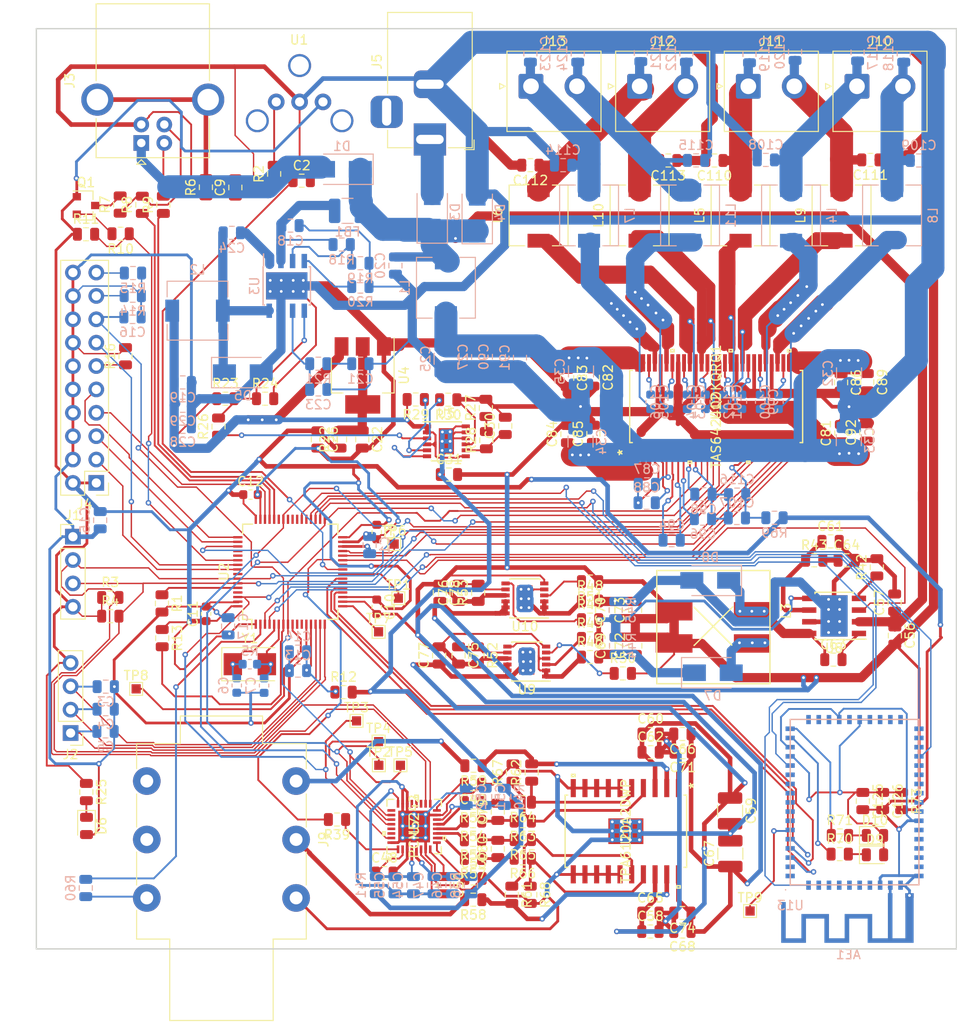
<source format=kicad_pcb>
(kicad_pcb (version 20171130) (host pcbnew 5.0.2+dfsg1-1)
  (layers (0 F.Cu signal) (31 B.Cu signal) (34 B.Paste user) (35 F.Paste user) (36 B.SilkS user) (37 F.SilkS user) (38 B.Mask user) (39 F.Mask user) (44 Edge.Cuts user))
  (net 0 "")
  (net 1 GND)
  (net 2 VCCQ)
  (net 3 "Net-(C87-Pad2)")
  (net 4 "Net-(C88-Pad1)")
  (net 5 "Net-(C87-Pad1)")
  (net 6 "Net-(C94-Pad2)")
  (net 7 "Net-(C94-Pad1)")
  (net 8 "Net-(C96-Pad1)")
  (net 9 "Net-(C98-Pad1)")
  (net 10 /SAI1_MCK)
  (net 11 /SAI1_CLK)
  (net 12 /SAI1_FS)
  (net 13 /SAI1_SD)
  (net 14 "Net-(U12-Pad16)")
  (net 15 /TAS6424/vdd)
  (net 16 /SCL)
  (net 17 /SDA)
  (net 18 /tas6424_en)
  (net 19 /tas6424_mute)
  (net 20 /tas6424_fault)
  (net 21 /tas6424_warn)
  (net 22 /TAS6424/BST_1M)
  (net 23 /TAS6424/OUT_1M)
  (net 24 /TAS6424/OUT_1P)
  (net 25 /TAS6424/BST_1P)
  (net 26 /TAS6424/BST_2M)
  (net 27 /TAS6424/OUT_2M)
  (net 28 /TAS6424/OUT_2P)
  (net 29 /TAS6424/BST_2P)
  (net 30 /TAS6424/BST_3M)
  (net 31 /TAS6424/OUT_3M)
  (net 32 /TAS6424/OUT_3P)
  (net 33 /TAS6424/BST_3P)
  (net 34 /TAS6424/BST_4M)
  (net 35 /TAS6424/OUT_4M)
  (net 36 /TAS6424/OUT_4P)
  (net 37 /TAS6424/BST_4P)
  (net 38 "Net-(R2-Pad2)")
  (net 39 +3V3)
  (net 40 "Net-(U13-Pad1)")
  (net 41 "Net-(TP9-Pad1)")
  (net 42 /SAI2_SD)
  (net 43 /SAI2_FS)
  (net 44 /SAI2_CLK)
  (net 45 /I2S1_MCK)
  (net 46 /stm32/BOOT)
  (net 47 "Net-(J3-Pad2)")
  (net 48 /stm32/USB_DM)
  (net 49 /stm32/SPDIF_RX)
  (net 50 /stm32/OSC_OUT)
  (net 51 /stm32/OSC_IN)
  (net 52 "Net-(C9-Pad2)")
  (net 53 "Net-(J3-Pad3)")
  (net 54 "Net-(Q1-Pad3)")
  (net 55 /stm32/USB_DP)
  (net 56 "Net-(R49-Pad1)")
  (net 57 "Net-(R44-Pad2)")
  (net 58 "Net-(Q1-Pad2)")
  (net 59 /stm32/USB_CO)
  (net 60 /Bluetooth/vdd)
  (net 61 "Net-(AE1-Pad1)")
  (net 62 "Net-(R71-Pad1)")
  (net 63 "Net-(D10-Pad1)")
  (net 64 "Net-(D9-Pad1)")
  (net 65 "Net-(R70-Pad1)")
  (net 66 /Headphone/OUTLP)
  (net 67 /Headphone/OUTRP)
  (net 68 "Net-(C80-Pad2)")
  (net 69 /Headphone/OUTLN)
  (net 70 /Headphone/OUTRN)
  (net 71 "Net-(C79-Pad2)")
  (net 72 "Net-(C79-Pad1)")
  (net 73 /Headphone/sheet5FF9330D/ROUT)
  (net 74 /Headphone/sheet5FF9330D/LOUT)
  (net 75 /headphone_in)
  (net 76 "Net-(J9-PadTN)")
  (net 77 "Net-(J9-PadR)")
  (net 78 "Net-(C80-Pad1)")
  (net 79 "Net-(C76-Pad2)")
  (net 80 "Net-(C75-Pad1)")
  (net 81 "Net-(R51-Pad2)")
  (net 82 "Net-(R50-Pad1)")
  (net 83 "Net-(C57-Pad2)")
  (net 84 "Net-(R48-Pad1)")
  (net 85 "Net-(C61-Pad1)")
  (net 86 "Net-(C64-Pad1)")
  (net 87 "Net-(R42-Pad1)")
  (net 88 /Headphone/DVDD)
  (net 89 +3.3VA)
  (net 90 /Headphone/AVDD)
  (net 91 "Net-(R39-Pad1)")
  (net 92 /headphone_mute)
  (net 93 /Headphone/CPVDD)
  (net 94 "Net-(R47-Pad1)")
  (net 95 "Net-(R30-Pad2)")
  (net 96 "Net-(C30-Pad1)")
  (net 97 "Net-(R27-Pad1)")
  (net 98 VDD)
  (net 99 "Net-(R29-Pad1)")
  (net 100 "Net-(R23-Pad2)")
  (net 101 "Net-(R26-Pad1)")
  (net 102 "Net-(D6-Pad1)")
  (net 103 "Net-(C22-Pad1)")
  (net 104 "Net-(C23-Pad1)")
  (net 105 "Net-(C21-Pad1)")
  (net 106 "Net-(R46-Pad1)")
  (net 107 "Net-(R18-Pad2)")
  (net 108 VCC)
  (net 109 "Net-(J4-Pad11)")
  (net 110 "Net-(J4-Pad19)")
  (net 111 "Net-(J4-Pad17)")
  (net 112 /stm32/NRST)
  (net 113 /stm32/AVDD)
  (net 114 "Net-(R20-Pad1)")
  (net 115 "Net-(C63-Pad2)")
  (net 116 /headphone_en)
  (net 117 "Net-(C63-Pad1)")
  (net 118 "Net-(C24-Pad1)")
  (net 119 "Net-(C24-Pad2)")
  (net 120 +15V)
  (net 121 -15V)
  (net 122 "Net-(U2-Pad10)")
  (net 123 "Net-(U2-Pad11)")
  (net 124 /stm32/encoder_sw)
  (net 125 /stm32/encoder_a)
  (net 126 /stm32/encoder_b)
  (net 127 /I2S1_FS)
  (net 128 /I2S1_SCK)
  (net 129 "Net-(U2-Pad22)")
  (net 130 /I2S1_SD)
  (net 131 /stm32/VCAP)
  (net 132 /BT_state)
  (net 133 /BT_en)
  (net 134 /BT_bn)
  (net 135 "Net-(U2-Pad37)")
  (net 136 /BT_spdif)
  (net 137 "Net-(U2-Pad39)")
  (net 138 "Net-(U2-Pad40)")
  (net 139 "Net-(U2-Pad41)")
  (net 140 "Net-(U2-Pad43)")
  (net 141 /stm32/SWDIO)
  (net 142 /stm32/SWCLK)
  (net 143 /stm32/JTDI)
  (net 144 /stm32/JTDO)
  (net 145 /stm32/JTRST)
  (net 146 "Net-(U2-Pad57)")
  (net 147 "Net-(U2-Pad61)")
  (net 148 "Net-(C48-Pad1)")
  (net 149 "Net-(C50-Pad2)")
  (net 150 "Net-(C50-Pad1)")
  (net 151 "Net-(C53-Pad1)")
  (net 152 "Net-(C49-Pad2)")
  (net 153 "Net-(U7-Pad19)")
  (net 154 "Net-(U7-Pad20)")
  (net 155 "Net-(U7-Pad21)")
  (net 156 "Net-(U7-Pad25)")
  (net 157 "Net-(U7-Pad29)")
  (net 158 "Net-(U7-Pad30)")
  (net 159 "Net-(D7-Pad2)")
  (net 160 "Net-(C108-Pad1)")
  (net 161 "Net-(C114-Pad1)")
  (net 162 "Net-(C109-Pad2)")
  (net 163 "Net-(C111-Pad2)")
  (net 164 "Net-(C113-Pad2)")
  (net 165 "Net-(C112-Pad1)")
  (net 166 "Net-(C110-Pad1)")
  (net 167 "Net-(C115-Pad2)")
  (net 168 "Net-(D1-Pad2)")
  (net 169 "Net-(D3-Pad2)")
  (net 170 "Net-(J5-Pad3)")
  (net 171 "Net-(J9-PadRN)")
  (net 172 "Net-(J9-PadSN)")
  (net 173 "Net-(J9-PadT)")
  (net 174 "Net-(U13-Pad2)")
  (net 175 "Net-(U13-Pad7)")
  (net 176 "Net-(U13-Pad8)")
  (net 177 "Net-(U13-Pad9)")
  (net 178 "Net-(U13-Pad10)")
  (net 179 "Net-(U13-Pad11)")
  (net 180 "Net-(U13-Pad12)")
  (net 181 "Net-(U13-Pad18)")
  (net 182 "Net-(U13-Pad19)")
  (net 183 "Net-(U13-Pad20)")
  (net 184 "Net-(U13-Pad22)")
  (net 185 "Net-(U13-Pad25)")
  (net 186 "Net-(U13-Pad26)")
  (net 187 "Net-(U13-Pad27)")
  (net 188 "Net-(U13-Pad52)")
  (net 189 "Net-(U13-Pad49)")
  (net 190 "Net-(U13-Pad51)")
  (net 191 "Net-(U13-Pad50)")
  (net 192 "Net-(U13-Pad53)")
  (net 193 "Net-(U13-Pad48)")
  (net 194 "Net-(U13-Pad33)")
  (net 195 "Net-(U13-Pad29)")
  (net 196 "Net-(U13-Pad41)")
  (net 197 "Net-(U13-Pad40)")
  (net 198 "Net-(U13-Pad43)")
  (net 199 "Net-(U13-Pad34)")
  (net 200 "Net-(U13-Pad42)")
  (net 201 "Net-(U13-Pad30)")
  (net 202 "Net-(U13-Pad39)")
  (net 203 "Net-(U13-Pad37)")
  (net 204 "Net-(U13-Pad36)")
  (net 205 "Net-(U13-Pad35)")
  (net 206 "Net-(U13-Pad32)")
  (net 207 "Net-(U2-Pad52)")
  (net 208 "Net-(U2-Pad53)")
  (net 209 /power/powin)
  (net 210 "Net-(R63-Pad1)")
  (net 211 "Net-(R66-Pad1)")
  (net 212 "Net-(R62-Pad1)")
  (net 213 "Net-(R61-Pad1)")
  (net 214 "Net-(C69-Pad1)")
  (module Capacitor_SMD:C_0603_1608Metric (layer B.Cu) (at 71.7804 121.3739 270)
    (fp_text reference C6 (at 0 1.43 270) (layer B.SilkS) (effects (justify mirror)))
    (fp_text value 12pf)
    (pad 2 smd roundrect (at 0.7875 0 270) (size 0.875 0.95) (layers B.Cu B.Paste B.Mask) (net 1 GND))
    (pad 1 smd roundrect (at -0.7875 0 270) (size 0.875 0.95) (layers B.Cu B.Paste B.Mask) (net 51 /stm32/OSC_IN))
  )
  (module Capacitor_SMD:C_0603_1608Metric (layer B.Cu) (at 74.7522 121.3866 270)
    (fp_text reference C7 (at 0 1.43 270) (layer B.SilkS) (effects (justify mirror)))
    (fp_text value 12pf)
    (pad 1 smd roundrect (at -0.7875 0 270) (size 0.875 0.95) (layers B.Cu B.Paste B.Mask) (net 50 /stm32/OSC_OUT))
    (pad 2 smd roundrect (at 0.7875 0 270) (size 0.875 0.95) (layers B.Cu B.Paste B.Mask) (net 1 GND))
  )
  (module Resistor_SMD:R_0603_1608Metric (layer B.Cu) (at 73.2028 119.0625 180)
    (fp_text reference R5 (at 0 1.43 180) (layer B.SilkS) (effects (justify mirror)))
    (fp_text value 1mΩ)
    (pad 1 smd roundrect (at -0.7875 0 180) (size 0.875 0.95) (layers B.Cu B.Paste B.Mask) (net 50 /stm32/OSC_OUT))
    (pad 2 smd roundrect (at 0.7875 0 180) (size 0.875 0.95) (layers B.Cu B.Paste B.Mask) (net 51 /stm32/OSC_IN))
  )
  (module Resistor_SMD:R_0805_2012Metric (layer B.Cu) (at 70.8406 114.9477 90)
    (fp_text reference C17 (at 0 1.65 90) (layer B.SilkS) (effects (justify mirror)))
    (fp_text value 100nf)
    (pad 1 smd roundrect (at -0.9375 0 90) (size 0.975 1.4) (layers B.Cu B.Paste B.Mask) (net 39 +3V3))
    (pad 2 smd roundrect (at 0.9375 0 90) (size 0.975 1.4) (layers B.Cu B.Paste B.Mask) (net 1 GND))
  )
  (module Diode_SMD:D_SMA (layer B.Cu) (at 123.5202 119.9896)
    (fp_text reference D7 (at 0 2.5) (layer B.SilkS) (effects (justify mirror)))
    (fp_text value "60v 3A")
    (pad 2 smd rect (at 2 0) (size 2.5 1.8) (layers B.Cu B.Paste B.Mask) (net 159 "Net-(D7-Pad2)"))
    (pad 1 smd rect (at -2 0) (size 2.5 1.8) (layers B.Cu B.Paste B.Mask) (net 214 "Net-(C69-Pad1)"))
  )
  (module Package_SO:TI_SO-PowerPAD-8_ThermalVias (layer F.Cu) (at 136.7028 113.8174 180)
    (fp_text reference U8 (at 0 -3.5 180) (layer F.SilkS))
    (fp_text value TPS54360DDA)
    (pad 9 thru_hole circle (at 0.6 1.8 180) (size 0.6 0.6) (drill 0.3) (layers *.Cu) (net 83 "Net-(C57-Pad2)"))
    (pad 9 thru_hole circle (at 0.6 0.7 180) (size 0.6 0.6) (drill 0.3) (layers *.Cu) (net 83 "Net-(C57-Pad2)"))
    (pad 9 thru_hole circle (at -0.6 0.7 180) (size 0.6 0.6) (drill 0.3) (layers *.Cu) (net 83 "Net-(C57-Pad2)"))
    (pad 9 thru_hole circle (at -0.6 1.8 180) (size 0.6 0.6) (drill 0.3) (layers *.Cu) (net 83 "Net-(C57-Pad2)"))
    (pad 9 thru_hole circle (at 0.6 -1.8 180) (size 0.6 0.6) (drill 0.3) (layers *.Cu) (net 83 "Net-(C57-Pad2)"))
    (pad 9 thru_hole circle (at 0.6 -0.6 180) (size 0.6 0.6) (drill 0.3) (layers *.Cu) (net 83 "Net-(C57-Pad2)"))
    (pad 9 thru_hole circle (at -0.6 -0.6 180) (size 0.6 0.6) (drill 0.3) (layers *.Cu) (net 83 "Net-(C57-Pad2)"))
    (pad 9 thru_hole circle (at -0.6 -1.8 180) (size 0.6 0.6) (drill 0.3) (layers *.Cu) (net 83 "Net-(C57-Pad2)"))
    (pad 9 smd rect (at 0 0 180) (size 2.95 4.5) (layers B.Cu) (net 83 "Net-(C57-Pad2)"))
    (pad 8 smd rect (at 2.7 -1.905 180) (size 1.55 0.6) (layers F.Cu F.Paste F.Mask) (net 117 "Net-(C63-Pad1)"))
    (pad 7 smd rect (at 2.7 -0.635 180) (size 1.55 0.6) (layers F.Cu F.Paste F.Mask) (net 83 "Net-(C57-Pad2)"))
    (pad 6 smd rect (at 2.7 0.635 180) (size 1.55 0.6) (layers F.Cu F.Paste F.Mask) (net 85 "Net-(C61-Pad1)"))
    (pad 5 smd rect (at 2.7 1.905 180) (size 1.55 0.6) (layers F.Cu F.Paste F.Mask) (net 57 "Net-(R44-Pad2)"))
    (pad 4 smd rect (at -2.7 1.905 180) (size 1.55 0.6) (layers F.Cu F.Paste F.Mask) (net 87 "Net-(R42-Pad1)"))
    (pad 3 smd rect (at -2.7 0.635 180) (size 1.55 0.6) (layers F.Cu F.Paste F.Mask) (net 116 /headphone_en))
    (pad 2 smd rect (at -2.7 -0.635 180) (size 1.55 0.6) (layers F.Cu F.Paste F.Mask) (net 108 VCC))
    (pad 1 smd rect (at -2.7 -1.905 180) (size 1.55 0.6) (layers F.Cu F.Paste F.Mask) (net 115 "Net-(C63-Pad2)"))
    (pad 9 smd rect (at 0 0 180) (size 2.95 4.5) (layers F.Cu) (net 83 "Net-(C57-Pad2)"))
    (pad 9 smd rect (at 0 0 180) (size 2.6 3.1) (layers F.Cu F.Paste F.Mask) (net 83 "Net-(C57-Pad2)"))
  )
  (module ti:PCM5242RHBR (layer F.Cu) (at 91.059 136.7028 90)
    (fp_text reference U7 (at 0 0 90) (layer F.SilkS))
    (fp_text value PCM5242 (at 0 0 90) (layer F.SilkS))
    (fp_text user * (at -3.535 -2.381 90) (layer F.SilkS))
    (fp_text user * (at -3.535 -2.381 90) (layer F.SilkS))
    (pad 33 smd rect (at 0 0 90) (size 3.450001 3.450001) (layers F.Cu F.Paste F.Mask) (net 1 GND))
    (pad 32 smd rect (at -1.750441 -2.474999 90) (size 0.28 0.85) (layers F.Cu F.Paste F.Mask) (net 1 GND))
    (pad 31 smd rect (at -1.250315 -2.474999 90) (size 0.28 0.85) (layers F.Cu F.Paste F.Mask) (net 12 /SAI1_FS))
    (pad 30 smd rect (at -0.750189 -2.474999 90) (size 0.28 0.85) (layers F.Cu F.Paste F.Mask) (net 158 "Net-(U7-Pad30)"))
    (pad 29 smd rect (at -0.250063 -2.474999 90) (size 0.28 0.85) (layers F.Cu F.Paste F.Mask) (net 157 "Net-(U7-Pad29)"))
    (pad 28 smd rect (at 0.250063 -2.474999 90) (size 0.28 0.85) (layers F.Cu F.Paste F.Mask) (net 13 /SAI1_SD))
    (pad 27 smd rect (at 0.750189 -2.474999 90) (size 0.28 0.85) (layers F.Cu F.Paste F.Mask) (net 11 /SAI1_CLK))
    (pad 26 smd rect (at 1.250315 -2.474999 90) (size 0.28 0.85) (layers F.Cu F.Paste F.Mask) (net 10 /SAI1_MCK))
    (pad 25 smd rect (at 1.750441 -2.474999 90) (size 0.28 0.85) (layers F.Cu F.Paste F.Mask) (net 156 "Net-(U7-Pad25)"))
    (pad 24 smd rect (at 2.474999 -1.749999 180) (size 0.28 0.85) (layers F.Cu F.Paste F.Mask) (net 88 /Headphone/DVDD))
    (pad 23 smd rect (at 2.474999 -1.25 180) (size 0.28 0.85) (layers F.Cu F.Paste F.Mask) (net 1 GND))
    (pad 22 smd rect (at 2.474999 -0.750001 180) (size 0.28 0.85) (layers F.Cu F.Paste F.Mask) (net 1 GND))
    (pad 21 smd rect (at 2.474999 -0.25 180) (size 0.28 0.85) (layers F.Cu F.Paste F.Mask) (net 155 "Net-(U7-Pad21)"))
    (pad 20 smd rect (at 2.474999 0.25 180) (size 0.28 0.85) (layers F.Cu F.Paste F.Mask) (net 154 "Net-(U7-Pad20)"))
    (pad 19 smd rect (at 2.474999 0.750001 180) (size 0.28 0.85) (layers F.Cu F.Paste F.Mask) (net 153 "Net-(U7-Pad19)"))
    (pad 18 smd rect (at 2.474999 1.25 180) (size 0.28 0.85) (layers F.Cu F.Paste F.Mask) (net 16 /SCL))
    (pad 17 smd rect (at 2.474999 1.749999 180) (size 0.28 0.85) (layers F.Cu F.Paste F.Mask) (net 17 /SDA))
    (pad 16 smd rect (at 1.750441 2.474999 90) (size 0.28 0.85) (layers F.Cu F.Paste F.Mask) (net 152 "Net-(C49-Pad2)"))
    (pad 15 smd rect (at 1.250315 2.474999 90) (size 0.28 0.85) (layers F.Cu F.Paste F.Mask) (net 1 GND))
    (pad 14 smd rect (at 0.750189 2.474999 90) (size 0.28 0.85) (layers F.Cu F.Paste F.Mask) (net 90 /Headphone/AVDD))
    (pad 13 smd rect (at 0.250063 2.474999 90) (size 0.28 0.85) (layers F.Cu F.Paste F.Mask) (net 70 /Headphone/OUTRN))
    (pad 12 smd rect (at -0.250063 2.474999 90) (size 0.28 0.85) (layers F.Cu F.Paste F.Mask) (net 67 /Headphone/OUTRP))
    (pad 11 smd rect (at -0.750189 2.474999 90) (size 0.28 0.85) (layers F.Cu F.Paste F.Mask) (net 69 /Headphone/OUTLN))
    (pad 10 smd rect (at -1.250315 2.474999 90) (size 0.28 0.85) (layers F.Cu F.Paste F.Mask) (net 66 /Headphone/OUTLP))
    (pad 9 smd rect (at -1.750441 2.474999 90) (size 0.28 0.85) (layers F.Cu F.Paste F.Mask) (net 151 "Net-(C53-Pad1)"))
    (pad 8 smd rect (at -2.474999 1.749999 180) (size 0.28 0.85) (layers F.Cu F.Paste F.Mask) (net 150 "Net-(C50-Pad1)"))
    (pad 7 smd rect (at -2.474999 1.25 180) (size 0.28 0.85) (layers F.Cu F.Paste F.Mask) (net 1 GND))
    (pad 6 smd rect (at -2.474999 0.750001 180) (size 0.28 0.85) (layers F.Cu F.Paste F.Mask) (net 149 "Net-(C50-Pad2)"))
    (pad 5 smd rect (at -2.474999 0.25 180) (size 0.28 0.85) (layers F.Cu F.Paste F.Mask) (net 93 /Headphone/CPVDD))
    (pad 4 smd rect (at -2.474999 -0.25 180) (size 0.28 0.85) (layers F.Cu F.Paste F.Mask) (net 88 /Headphone/DVDD))
    (pad 3 smd rect (at -2.474999 -0.750001 180) (size 0.28 0.85) (layers F.Cu F.Paste F.Mask) (net 1 GND))
    (pad 2 smd rect (at -2.474999 -1.25 180) (size 0.28 0.85) (layers F.Cu F.Paste F.Mask) (net 148 "Net-(C48-Pad1)"))
    (pad 1 smd rect (at -2.474999 -1.749999 180) (size 0.28 0.85) (layers F.Cu F.Paste F.Mask) (net 91 "Net-(R39-Pad1)"))
  )
  (module ti:TPA6120A2DWP (layer F.Cu) (at 114.0714 137.2108 270)
    (fp_text reference U11 (at 0 0 270) (layer F.SilkS))
    (fp_text value TPA6120A2DWP (at 0 0 270) (layer F.SilkS))
    (fp_text user * (at -4.9403 -7.416 270) (layer F.SilkS))
    (fp_text user * (at -4.9403 -7.416 270) (layer F.SilkS))
    (pad 21 smd rect (at 0 0 270) (size 2.789999 3.81) (layers F.Cu F.Paste F.Mask) (net 1 GND))
    (pad 20 smd rect (at 4.6863 -5.715 270) (size 1.969999 0.558) (layers F.Cu F.Paste F.Mask) (net 121 -15V))
    (pad 19 smd rect (at 4.6863 -4.445 270) (size 1.969999 0.558) (layers F.Cu F.Paste F.Mask) (net 73 /Headphone/sheet5FF9330D/ROUT))
    (pad 18 smd rect (at 4.6863 -3.175 270) (size 1.969999 0.558) (layers F.Cu F.Paste F.Mask) (net 120 +15V))
    (pad 17 smd rect (at 4.6863 -1.905 270) (size 1.969999 0.558) (layers F.Cu F.Paste F.Mask) (net 211 "Net-(R66-Pad1)"))
    (pad 16 smd rect (at 4.6863 -0.635 270) (size 1.969999 0.558) (layers F.Cu F.Paste F.Mask) (net 213 "Net-(R61-Pad1)"))
    (pad 15 smd rect (at 4.6863 0.635 270) (size 1.969999 0.558) (layers F.Cu F.Paste F.Mask) (net 1 GND))
    (pad 14 smd rect (at 4.6863 1.905 270) (size 1.969999 0.558) (layers F.Cu F.Paste F.Mask) (net 1 GND))
    (pad 13 smd rect (at 4.6863 3.175 270) (size 1.969999 0.558) (layers F.Cu F.Paste F.Mask) (net 1 GND))
    (pad 12 smd rect (at 4.6863 4.445 270) (size 1.969999 0.558) (layers F.Cu F.Paste F.Mask) (net 1 GND))
    (pad 11 smd rect (at 4.6863 5.715 270) (size 1.969999 0.558) (layers F.Cu F.Paste F.Mask) (net 1 GND))
    (pad 10 smd rect (at -4.6863 5.715 270) (size 1.969999 0.558) (layers F.Cu F.Paste F.Mask) (net 1 GND))
    (pad 9 smd rect (at -4.6863 4.445 270) (size 1.969999 0.558) (layers F.Cu F.Paste F.Mask) (net 1 GND))
    (pad 8 smd rect (at -4.6863 3.175 270) (size 1.969999 0.558) (layers F.Cu F.Paste F.Mask) (net 1 GND))
    (pad 7 smd rect (at -4.6863 1.905 270) (size 1.969999 0.558) (layers F.Cu F.Paste F.Mask) (net 1 GND))
    (pad 6 smd rect (at -4.6863 0.635 270) (size 1.969999 0.558) (layers F.Cu F.Paste F.Mask) (net 1 GND))
    (pad 5 smd rect (at -4.6863 -0.635 270) (size 1.969999 0.558) (layers F.Cu F.Paste F.Mask) (net 212 "Net-(R62-Pad1)"))
    (pad 4 smd rect (at -4.6863 -1.905 270) (size 1.969999 0.558) (layers F.Cu F.Paste F.Mask) (net 210 "Net-(R63-Pad1)"))
    (pad 3 smd rect (at -4.6863 -3.175 270) (size 1.969999 0.558) (layers F.Cu F.Paste F.Mask) (net 120 +15V))
    (pad 2 smd rect (at -4.6863 -4.445 270) (size 1.969999 0.558) (layers F.Cu F.Paste F.Mask) (net 74 /Headphone/sheet5FF9330D/LOUT))
    (pad 1 smd rect (at -4.6863 -5.715 270) (size 1.969999 0.558) (layers F.Cu F.Paste F.Mask) (net 121 -15V))
  )
  (module Capacitor_SMD:C_0603_1608Metric (layer F.Cu) (at 73.279 100.6348)
    (fp_text reference C12 (at 0 -1.43) (layer F.SilkS))
    (fp_text value 100nf/10v)
    (pad 2 smd roundrect (at 0.7875 0) (size 0.875 0.95) (layers F.Cu F.Paste F.Mask) (net 1 GND))
    (pad 1 smd roundrect (at -0.7875 0) (size 0.875 0.95) (layers F.Cu F.Paste F.Mask) (net 39 +3V3))
  )
  (module Capacitor_SMD:C_0603_1608Metric (layer F.Cu) (at 68.453 113.5888 90)
    (fp_text reference C11 (at 0 -1.43 90) (layer F.SilkS))
    (fp_text value 100nf/10v)
    (pad 1 smd roundrect (at -0.7875 0 90) (size 0.875 0.95) (layers F.Cu F.Paste F.Mask) (net 39 +3V3))
    (pad 2 smd roundrect (at 0.7875 0 90) (size 0.875 0.95) (layers F.Cu F.Paste F.Mask) (net 1 GND))
  )
  (module Capacitor_SMD:C_0603_1608Metric (layer F.Cu) (at 86.995 112.8268 270)
    (fp_text reference C10 (at 0 -1.43 270) (layer F.SilkS))
    (fp_text value 100nf/10v)
    (pad 2 smd roundrect (at 0.7875 0 270) (size 0.875 0.95) (layers F.Cu F.Paste F.Mask) (net 1 GND))
    (pad 1 smd roundrect (at -0.7875 0 270) (size 0.875 0.95) (layers F.Cu F.Paste F.Mask) (net 39 +3V3))
  )
  (module Capacitor_SMD:C_0603_1608Metric (layer F.Cu) (at 86.995 104.6988 270)
    (fp_text reference C8 (at 0 -1.43 270) (layer F.SilkS))
    (fp_text value 100nf/10v)
    (pad 1 smd roundrect (at -0.7875 0 270) (size 0.875 0.95) (layers F.Cu F.Paste F.Mask) (net 39 +3V3))
    (pad 2 smd roundrect (at 0.7875 0 270) (size 0.875 0.95) (layers F.Cu F.Paste F.Mask) (net 1 GND))
  )
  (module Capacitor_SMD:C_0603_1608Metric (layer B.Cu) (at 128.672768 90.551 90)
    (fp_text reference C99 (at 0 1.43 90) (layer B.SilkS) (effects (justify mirror)))
    (fp_text value 1uf)
    (pad 2 smd roundrect (at 0.7875 0 90) (size 0.875 0.95) (layers B.Cu B.Paste B.Mask) (net 25 /TAS6424/BST_1P))
    (pad 1 smd roundrect (at -0.7875 0 90) (size 0.875 0.95) (layers B.Cu B.Paste B.Mask) (net 24 /TAS6424/OUT_1P))
  )
  (module Capacitor_SMD:C_0603_1608Metric (layer B.Cu) (at 130.6576 90.551 270)
    (fp_text reference C100 (at 0 1.43 270) (layer B.SilkS) (effects (justify mirror)))
    (fp_text value 1uf)
    (pad 1 smd roundrect (at -0.7875 0 270) (size 0.875 0.95) (layers B.Cu B.Paste B.Mask) (net 22 /TAS6424/BST_1M))
    (pad 2 smd roundrect (at 0.7875 0 270) (size 0.875 0.95) (layers B.Cu B.Paste B.Mask) (net 23 /TAS6424/OUT_1M))
  )
  (module Capacitor_SMD:C_0603_1608Metric (layer B.Cu) (at 124.703112 90.551 90)
    (fp_text reference C101 (at 0 1.43 90) (layer B.SilkS) (effects (justify mirror)))
    (fp_text value 1uf)
    (pad 2 smd roundrect (at 0.7875 0 90) (size 0.875 0.95) (layers B.Cu B.Paste B.Mask) (net 29 /TAS6424/BST_2P))
    (pad 1 smd roundrect (at -0.7875 0 90) (size 0.875 0.95) (layers B.Cu B.Paste B.Mask) (net 28 /TAS6424/OUT_2P))
  )
  (module Capacitor_SMD:C_0603_1608Metric (layer B.Cu) (at 126.68794 90.551 270)
    (fp_text reference C102 (at 0 1.43 270) (layer B.SilkS) (effects (justify mirror)))
    (fp_text value 1uf)
    (pad 1 smd roundrect (at -0.7875 0 270) (size 0.875 0.95) (layers B.Cu B.Paste B.Mask) (net 26 /TAS6424/BST_2M))
    (pad 2 smd roundrect (at 0.7875 0 270) (size 0.875 0.95) (layers B.Cu B.Paste B.Mask) (net 27 /TAS6424/OUT_2M))
  )
  (module Capacitor_SMD:C_0603_1608Metric (layer B.Cu) (at 120.733456 90.551 90)
    (fp_text reference C103 (at 0 1.43 90) (layer B.SilkS) (effects (justify mirror)))
    (fp_text value 1uf)
    (pad 2 smd roundrect (at 0.7875 0 90) (size 0.875 0.95) (layers B.Cu B.Paste B.Mask) (net 33 /TAS6424/BST_3P))
    (pad 1 smd roundrect (at -0.7875 0 90) (size 0.875 0.95) (layers B.Cu B.Paste B.Mask) (net 32 /TAS6424/OUT_3P))
  )
  (module Capacitor_SMD:C_0603_1608Metric (layer B.Cu) (at 122.718284 90.551 270)
    (fp_text reference C104 (at 0 1.43 270) (layer B.SilkS) (effects (justify mirror)))
    (fp_text value 1uf)
    (pad 1 smd roundrect (at -0.7875 0 270) (size 0.875 0.95) (layers B.Cu B.Paste B.Mask) (net 30 /TAS6424/BST_3M))
    (pad 2 smd roundrect (at 0.7875 0 270) (size 0.875 0.95) (layers B.Cu B.Paste B.Mask) (net 31 /TAS6424/OUT_3M))
  )
  (module Capacitor_SMD:C_0603_1608Metric (layer B.Cu) (at 116.7638 90.551 90)
    (fp_text reference C105 (at 0 1.43 90) (layer B.SilkS) (effects (justify mirror)))
    (fp_text value 1uf)
    (pad 2 smd roundrect (at 0.7875 0 90) (size 0.875 0.95) (layers B.Cu B.Paste B.Mask) (net 37 /TAS6424/BST_4P))
    (pad 1 smd roundrect (at -0.7875 0 90) (size 0.875 0.95) (layers B.Cu B.Paste B.Mask) (net 36 /TAS6424/OUT_4P))
  )
  (module Capacitor_SMD:C_0603_1608Metric (layer B.Cu) (at 118.748628 90.551 270)
    (fp_text reference C106 (at 0 1.43 270) (layer B.SilkS) (effects (justify mirror)))
    (fp_text value 1uf)
    (pad 1 smd roundrect (at -0.7875 0 270) (size 0.875 0.95) (layers B.Cu B.Paste B.Mask) (net 34 /TAS6424/BST_4M))
    (pad 2 smd roundrect (at 0.7875 0 270) (size 0.875 0.95) (layers B.Cu B.Paste B.Mask) (net 35 /TAS6424/OUT_4M))
  )
  (module RF_Antenna:Texas_SWRA117D_2.4GHz_Left (layer B.Cu) (at 142.7988 144.1958)
    (fp_text reference AE1 (at -4.55 6.41) (layer B.SilkS) (effects (justify mirror)))
    (fp_text value Antenna_Shield)
    (fp_poly (pts (xy -2.45 2.51) (xy -4.45 2.51) (xy -4.45 5.15) (xy -7.15 5.15) (xy -7.15 2.51) (xy -9.15 2.51) (xy -9.15 5.15) (xy -11.85 5.15) (xy -11.85 0.71) (xy -11.35 0.71) (xy -11.35 4.65) (xy -9.65 4.65) (xy -9.65 2.01) (xy -6.65 2.01) (xy -6.65 4.65) (xy -4.95 4.65) (xy -4.95 2.01) (xy -1.95 2.01) (xy -1.95 4.65) (xy -0.25 4.65) (xy -0.25 -0.25) (xy 0.25 -0.25) (xy 0.25 4.65) (xy 1.65 4.65) (xy 1.65 -0.25) (xy 2.55 -0.25) (xy 2.55 -0.006785) (xy 2.247583 -0.006785) (xy 2.237742 -0.054395) (xy 2.213674 -0.096797) (xy 2.175731 -0.129581) (xy 2.167819 -0.133935) (xy 2.125156 -0.146043) (xy 2.076637 -0.1453) (xy 2.031122 -0.1324) (xy 2.012511 -0.121787) (xy 1.978868 -0.086553) (xy 1.958309 -0.041368) (xy 1.951778 0.008158) (xy 1.960218 0.056417) (xy 1.977112 0.088643) (xy 2.012372 0.121313) (xy 2.057682 0.141408) (xy 2.107267 0.147982) (xy 2.155353 0.140092) (xy 2.188245 0.123186) (xy 2.223185 0.086416) (xy 2.242847 0.041622) (xy 2.247583 -0.006785) (xy 2.55 -0.006785) (xy 2.55 5.15) (xy -2.45 5.15) (xy -2.45 2.51)) (layer B.Cu) (width 0))
    (pad 2 thru_hole rect (at 2.1 0) (size 0.9 0.5) (drill 0.3) (layers *.Cu) (net 1 GND))
    (pad 1 connect rect (at 0 0) (size 0.5 0.5) (layers B.Cu) (net 61 "Net-(AE1-Pad1)"))
  )
  (module Diode_SMD:D_SMA (layer B.Cu) (at 123.2408 109.9566 180)
    (fp_text reference D8 (at 0 2.5 180) (layer B.SilkS) (effects (justify mirror)))
    (fp_text value "60v 3A")
    (pad 2 smd rect (at 2 0 180) (size 2.5 1.8) (layers B.Cu B.Paste B.Mask) (net 83 "Net-(C57-Pad2)"))
    (pad 1 smd rect (at -2 0 180) (size 2.5 1.8) (layers B.Cu B.Paste B.Mask) (net 117 "Net-(C63-Pad1)"))
  )
  (module Package_TO_SOT_SMD:SOT-23 (layer F.Cu) (at 55.3974 69.215)
    (fp_text reference Q1 (at 0 -2.5) (layer F.SilkS))
    (fp_text value S8550)
    (pad 1 smd rect (at -1 -0.95) (size 0.9 0.8) (layers F.Cu F.Paste F.Mask) (net 39 +3V3))
    (pad 2 smd rect (at -1 0.95) (size 0.9 0.8) (layers F.Cu F.Paste F.Mask) (net 58 "Net-(Q1-Pad2)"))
    (pad 3 smd rect (at 1 0) (size 0.9 0.8) (layers F.Cu F.Paste F.Mask) (net 54 "Net-(Q1-Pad3)"))
  )
  (module Capacitor_SMD:C_1210_3225Metric (layer F.Cu) (at 125.4252 139.6492 90)
    (fp_text reference C67 (at 0 -2.28 90) (layer F.SilkS))
    (fp_text value 100uf)
    (pad 1 smd roundrect (at -1.4 0 90) (size 1.25 2.65) (layers F.Cu F.Paste F.Mask) (roundrect_rratio 0.2) (net 121 -15V))
    (pad 2 smd roundrect (at 1.4 0 90) (size 1.25 2.65) (layers F.Cu F.Paste F.Mask) (roundrect_rratio 0.2) (net 1 GND))
  )
  (module Capacitor_SMD:C_1210_3225Metric (layer B.Cu) (at 138.3284 87.4522 270)
    (fp_text reference C32 (at 0 2.28 270) (layer B.SilkS) (effects (justify mirror)))
    (fp_text value 100uf)
    (pad 2 smd roundrect (at 1.4 0 270) (size 1.25 2.65) (layers B.Cu B.Paste B.Mask) (roundrect_rratio 0.2) (net 1 GND))
    (pad 1 smd roundrect (at -1.4 0 270) (size 1.25 2.65) (layers B.Cu B.Paste B.Mask) (roundrect_rratio 0.2) (net 2 VCCQ))
  )
  (module Capacitor_SMD:C_1210_3225Metric (layer B.Cu) (at 138.303 94.7166 90)
    (fp_text reference C33 (at 0 2.28 90) (layer B.SilkS) (effects (justify mirror)))
    (fp_text value 100uf)
    (pad 1 smd roundrect (at -1.4 0 90) (size 1.25 2.65) (layers B.Cu B.Paste B.Mask) (roundrect_rratio 0.2) (net 2 VCCQ))
    (pad 2 smd roundrect (at 1.4 0 90) (size 1.25 2.65) (layers B.Cu B.Paste B.Mask) (roundrect_rratio 0.2) (net 1 GND))
  )
  (module Capacitor_SMD:C_1210_3225Metric (layer B.Cu) (at 109.1438 94.869 90)
    (fp_text reference C34 (at 0 2.28 90) (layer B.SilkS) (effects (justify mirror)))
    (fp_text value 100uf)
    (pad 2 smd roundrect (at 1.4 0 90) (size 1.25 2.65) (layers B.Cu B.Paste B.Mask) (roundrect_rratio 0.2) (net 1 GND))
    (pad 1 smd roundrect (at -1.4 0 90) (size 1.25 2.65) (layers B.Cu B.Paste B.Mask) (roundrect_rratio 0.2) (net 2 VCCQ))
  )
  (module Capacitor_SMD:C_1210_3225Metric (layer B.Cu) (at 94.5896 85.8774 270)
    (fp_text reference C25 (at 0 2.28 270) (layer B.SilkS) (effects (justify mirror)))
    (fp_text value 100uf)
    (pad 1 smd roundrect (at -1.4 0 270) (size 1.25 2.65) (layers B.Cu B.Paste B.Mask) (roundrect_rratio 0.2) (net 2 VCCQ))
    (pad 2 smd roundrect (at 1.4 0 270) (size 1.25 2.65) (layers B.Cu B.Paste B.Mask) (roundrect_rratio 0.2) (net 1 GND))
  )
  (module Capacitor_SMD:C_1210_3225Metric (layer F.Cu) (at 125.3998 135.001 270)
    (fp_text reference C59 (at 0 -2.28 270) (layer F.SilkS))
    (fp_text value 100uf)
    (pad 2 smd roundrect (at 1.4 0 270) (size 1.25 2.65) (layers F.Cu F.Paste F.Mask) (roundrect_rratio 0.2) (net 1 GND))
    (pad 1 smd roundrect (at -1.4 0 270) (size 1.25 2.65) (layers F.Cu F.Paste F.Mask) (roundrect_rratio 0.2) (net 120 +15V))
  )
  (module Capacitor_SMD:C_1210_3225Metric (layer B.Cu) (at 109.1946 87.249 270)
    (fp_text reference C35 (at 0 2.28 270) (layer B.SilkS) (effects (justify mirror)))
    (fp_text value 100uf)
    (pad 1 smd roundrect (at -1.4 0 270) (size 1.25 2.65) (layers B.Cu B.Paste B.Mask) (roundrect_rratio 0.2) (net 2 VCCQ))
    (pad 2 smd roundrect (at 1.4 0 270) (size 1.25 2.65) (layers B.Cu B.Paste B.Mask) (roundrect_rratio 0.2) (net 1 GND))
  )
  (module Diode_SMD:D_SMA (layer B.Cu) (at 72.4408 87.376)
    (fp_text reference D5 (at 0 2.5) (layer B.SilkS) (effects (justify mirror)))
    (fp_text value B560C)
    (pad 1 smd rect (at -2 0) (size 2.5 1.8) (layers B.Cu B.Paste B.Mask) (net 118 "Net-(C24-Pad1)"))
    (pad 2 smd rect (at 2 0) (size 2.5 1.8) (layers B.Cu B.Paste B.Mask) (net 1 GND))
  )
  (module Diode_SMD:D_SMA (layer B.Cu) (at 97.917 69.977 90)
    (fp_text reference D4 (at 0 2.5 90) (layer B.SilkS) (effects (justify mirror)))
    (fp_text value "40v 5A")
    (pad 2 smd rect (at 2 0 90) (size 2.5 1.8) (layers B.Cu B.Paste B.Mask) (net 1 GND))
    (pad 1 smd rect (at -2 0 90) (size 2.5 1.8) (layers B.Cu B.Paste B.Mask) (net 108 VCC))
  )
  (module Diode_SMD:D_SMA (layer B.Cu) (at 83.2104 65.278 180)
    (fp_text reference D1 (at 0 2.5 180) (layer B.SilkS) (effects (justify mirror)))
    (fp_text value "60v 3A")
    (pad 2 smd rect (at 2 0 180) (size 2.5 1.8) (layers B.Cu B.Paste B.Mask) (net 168 "Net-(D1-Pad2)"))
    (pad 1 smd rect (at -2 0 180) (size 2.5 1.8) (layers B.Cu B.Paste B.Mask) (net 108 VCC))
  )
  (module Diode_SMD:D_SMA (layer B.Cu) (at 93.0275 69.9135 90)
    (fp_text reference D3 (at 0 2.5 90) (layer B.SilkS) (effects (justify mirror)))
    (fp_text value "40v 5A")
    (pad 1 smd rect (at -2 0 90) (size 2.5 1.8) (layers B.Cu B.Paste B.Mask) (net 108 VCC))
    (pad 2 smd rect (at 2 0 90) (size 2.5 1.8) (layers B.Cu B.Paste B.Mask) (net 169 "Net-(D3-Pad2)"))
  )
  (module misc:MSD1278 (layer F.Cu) (at 127.8128 113.3094 270)
    (fp_text reference L3 (at -0.03302 -3.683 270) (layer F.SilkS))
    (fp_text value 150uh)
    (pad 4 smd rect (at 3.5 8.5 270) (size 2 4) (layers F.Cu F.Paste F.Mask) (net 1 GND))
    (pad 2 smd rect (at 0 8.5 270) (size 2 4) (layers F.Cu F.Paste F.Mask) (net 1 GND))
    (pad 1 smd rect (at 3.5 0 270) (size 2 4) (layers F.Cu F.Paste F.Mask) (net 159 "Net-(D7-Pad2)"))
    (pad 3 smd rect (at 0 0 270) (size 2 4) (layers F.Cu F.Paste F.Mask) (net 117 "Net-(C63-Pad1)"))
  )
  (module TestPoint:TestPoint_Pad_1.0x1.0mm (layer F.Cu) (at 89.3445 111.887)
    (fp_text reference TP1 (at 0 -1.448) (layer F.SilkS))
    (fp_text value TestPoint)
    (pad 1 smd rect (at 0 0) (size 1 1) (layers F.Cu F.Mask) (net 45 /I2S1_MCK))
  )
  (module TestPoint:TestPoint_Pad_1.0x1.0mm (layer F.Cu) (at 87.2236 130.048)
    (fp_text reference TP2 (at 0 -1.448) (layer F.SilkS))
    (fp_text value TestPoint)
    (pad 1 smd rect (at 0 0) (size 1 1) (layers F.Cu F.Mask) (net 11 /SAI1_CLK))
  )
  (module TestPoint:TestPoint_Pad_1.0x1.0mm (layer F.Cu) (at 84.7979 125.222)
    (fp_text reference TP3 (at 0 -1.448) (layer F.SilkS))
    (fp_text value TestPoint)
    (pad 1 smd rect (at 0 0) (size 1 1) (layers F.Cu F.Mask) (net 12 /SAI1_FS))
  )
  (module TestPoint:TestPoint_Pad_1.0x1.0mm (layer F.Cu) (at 87.1982 127.4699)
    (fp_text reference TP4 (at 0 -1.448) (layer F.SilkS))
    (fp_text value TestPoint)
    (pad 1 smd rect (at 0 0) (size 1 1) (layers F.Cu F.Mask) (net 13 /SAI1_SD))
  )
  (module TestPoint:TestPoint_Pad_1.0x1.0mm (layer F.Cu) (at 89.5731 130.048)
    (fp_text reference TP5 (at 0 -1.448) (layer F.SilkS))
    (fp_text value TestPoint)
    (pad 1 smd rect (at 0 0) (size 1 1) (layers F.Cu F.Mask) (net 10 /SAI1_MCK))
  )
  (module TestPoint:TestPoint_Pad_1.0x1.0mm (layer F.Cu) (at 88.8873 106.0069)
    (fp_text reference TP6 (at 0 -1.448) (layer F.SilkS))
    (fp_text value TestPoint)
    (pad 1 smd rect (at 0 0) (size 1 1) (layers F.Cu F.Mask) (net 44 /SAI2_CLK))
  )
  (module TestPoint:TestPoint_Pad_1.0x1.0mm (layer F.Cu) (at 127.5715 145.8849)
    (fp_text reference TP9 (at 0 -1.448) (layer F.SilkS))
    (fp_text value TestPoint)
    (pad 1 smd rect (at 0 0) (size 1 1) (layers F.Cu F.Mask) (net 41 "Net-(TP9-Pad1)"))
  )
  (module TestPoint:TestPoint_Pad_1.0x1.0mm (layer F.Cu) (at 60.8457 121.7422)
    (fp_text reference TP8 (at 0 -1.448) (layer F.SilkS))
    (fp_text value TestPoint)
    (pad 1 smd rect (at 0 0) (size 1 1) (layers F.Cu F.Mask) (net 42 /SAI2_SD))
  )
  (module TestPoint:TestPoint_Pad_1.0x1.0mm (layer F.Cu) (at 87.1982 115.5446)
    (fp_text reference TP7 (at 0 -1.448) (layer F.SilkS))
    (fp_text value TestPoint)
    (pad 1 smd rect (at 0 0) (size 1 1) (layers F.Cu F.Mask) (net 43 /SAI2_FS))
  )
  (module misc:SJR-BTM331 (layer B.Cu) (at 131.9276 143.0782)
    (fp_text reference U13 (at 0.02032 2.1971) (layer B.SilkS) (effects (justify mirror)))
    (fp_text value SJR-BTM331)
    (pad 32 smd rect (at 14 -13) (size 1 0.5) (layers B.Cu B.Paste B.Mask) (net 206 "Net-(U13-Pad32)"))
    (pad 28 smd rect (at 14 -17) (size 1 0.5) (layers B.Cu B.Paste B.Mask) (net 132 /BT_state))
    (pad 35 smd rect (at 14 -10) (size 1 0.5) (layers B.Cu B.Paste B.Mask) (net 205 "Net-(U13-Pad35)"))
    (pad 36 smd rect (at 14 -9) (size 1 0.5) (layers B.Cu B.Paste B.Mask) (net 204 "Net-(U13-Pad36)"))
    (pad 44 smd rect (at 14 -1) (size 1 0.5) (layers B.Cu B.Paste B.Mask) (net 1 GND))
    (pad 37 smd rect (at 14 -8) (size 1 0.5) (layers B.Cu B.Paste B.Mask) (net 203 "Net-(U13-Pad37)"))
    (pad 39 smd rect (at 14 -6) (size 1 0.5) (layers B.Cu B.Paste B.Mask) (net 202 "Net-(U13-Pad39)"))
    (pad 30 smd rect (at 14 -15) (size 1 0.5) (layers B.Cu B.Paste B.Mask) (net 201 "Net-(U13-Pad30)"))
    (pad 42 smd rect (at 14 -3) (size 1 0.5) (layers B.Cu B.Paste B.Mask) (net 200 "Net-(U13-Pad42)"))
    (pad 31 smd rect (at 14 -14) (size 1 0.5) (layers B.Cu B.Paste B.Mask) (net 134 /BT_bn))
    (pad 34 smd rect (at 14 -11) (size 1 0.5) (layers B.Cu B.Paste B.Mask) (net 199 "Net-(U13-Pad34)"))
    (pad 38 smd rect (at 14 -7) (size 1 0.5) (layers B.Cu B.Paste B.Mask) (net 1 GND))
    (pad 43 smd rect (at 14 -2) (size 1 0.5) (layers B.Cu B.Paste B.Mask) (net 198 "Net-(U13-Pad43)"))
    (pad 40 smd rect (at 14 -5) (size 1 0.5) (layers B.Cu B.Paste B.Mask) (net 197 "Net-(U13-Pad40)"))
    (pad 41 smd rect (at 14 -4) (size 1 0.5) (layers B.Cu B.Paste B.Mask) (net 196 "Net-(U13-Pad41)"))
    (pad 29 smd rect (at 14 -16) (size 1 0.5) (layers B.Cu B.Paste B.Mask) (net 195 "Net-(U13-Pad29)"))
    (pad 33 smd rect (at 14 -12) (size 1 0.5) (layers B.Cu B.Paste B.Mask) (net 194 "Net-(U13-Pad33)"))
    (pad 54 smd rect (at 2 0) (size 0.5 1) (layers B.Cu B.Paste B.Mask) (net 136 /BT_spdif))
    (pad 47 smd rect (at 9.777777 0) (size 0.5 1) (layers B.Cu B.Paste B.Mask) (net 1 GND))
    (pad 48 smd rect (at 8.666666 0) (size 0.5 1) (layers B.Cu B.Paste B.Mask) (net 193 "Net-(U13-Pad48)"))
    (pad 53 smd rect (at 3.111111 0) (size 0.5 1) (layers B.Cu B.Paste B.Mask) (net 192 "Net-(U13-Pad53)"))
    (pad 50 smd rect (at 6.444444 0) (size 0.5 1) (layers B.Cu B.Paste B.Mask) (net 191 "Net-(U13-Pad50)"))
    (pad 46 smd rect (at 10.888888 0) (size 0.5 1) (layers B.Cu B.Paste B.Mask) (net 61 "Net-(AE1-Pad1)"))
    (pad 51 smd rect (at 5.333333 0) (size 0.5 1) (layers B.Cu B.Paste B.Mask) (net 190 "Net-(U13-Pad51)"))
    (pad 49 smd rect (at 7.555555 0) (size 0.5 1) (layers B.Cu B.Paste B.Mask) (net 189 "Net-(U13-Pad49)"))
    (pad 52 smd rect (at 4.222222 0) (size 0.5 1) (layers B.Cu B.Paste B.Mask) (net 188 "Net-(U13-Pad52)"))
    (pad 45 smd rect (at 12 0) (size 0.5 1) (layers B.Cu B.Paste B.Mask) (net 1 GND))
    (pad 27 smd rect (at 12 -18) (size 0.5 1) (layers B.Cu B.Paste B.Mask) (net 187 "Net-(U13-Pad27)"))
    (pad 26 smd rect (at 10.888888 -18) (size 0.5 1) (layers B.Cu B.Paste B.Mask) (net 186 "Net-(U13-Pad26)"))
    (pad 25 smd rect (at 9.777777 -18) (size 0.5 1) (layers B.Cu B.Paste B.Mask) (net 185 "Net-(U13-Pad25)"))
    (pad 24 smd rect (at 8.666666 -18) (size 0.5 1) (layers B.Cu B.Paste B.Mask) (net 60 /Bluetooth/vdd))
    (pad 23 smd rect (at 7.555555 -18) (size 0.5 1) (layers B.Cu B.Paste B.Mask) (net 60 /Bluetooth/vdd))
    (pad 22 smd rect (at 6.444444 -18) (size 0.5 1) (layers B.Cu B.Paste B.Mask) (net 184 "Net-(U13-Pad22)"))
    (pad 21 smd rect (at 5.333333 -18) (size 0.5 1) (layers B.Cu B.Paste B.Mask) (net 1 GND))
    (pad 20 smd rect (at 4.222222 -18) (size 0.5 1) (layers B.Cu B.Paste B.Mask) (net 183 "Net-(U13-Pad20)"))
    (pad 19 smd rect (at 3.111111 -18) (size 0.5 1) (layers B.Cu B.Paste B.Mask) (net 182 "Net-(U13-Pad19)"))
    (pad 18 smd rect (at 2 -18) (size 0.5 1) (layers B.Cu B.Paste B.Mask) (net 181 "Net-(U13-Pad18)"))
    (pad 17 smd rect (at 0 -17) (size 1 0.5) (layers B.Cu B.Paste B.Mask) (net 62 "Net-(R71-Pad1)"))
    (pad 16 smd rect (at 0 -16) (size 1 0.5) (layers B.Cu B.Paste B.Mask) (net 65 "Net-(R70-Pad1)"))
    (pad 15 smd rect (at 0 -15) (size 1 0.5) (layers B.Cu B.Paste B.Mask) (net 1 GND))
    (pad 14 smd rect (at 0 -14) (size 1 0.5) (layers B.Cu B.Paste B.Mask) (net 60 /Bluetooth/vdd))
    (pad 13 smd rect (at 0 -13) (size 1 0.5) (layers B.Cu B.Paste B.Mask) (net 133 /BT_en))
    (pad 12 smd rect (at 0 -12) (size 1 0.5) (layers B.Cu B.Paste B.Mask) (net 180 "Net-(U13-Pad12)"))
    (pad 11 smd rect (at 0 -11) (size 1 0.5) (layers B.Cu B.Paste B.Mask) (net 179 "Net-(U13-Pad11)"))
    (pad 10 smd rect (at 0 -10) (size 1 0.5) (layers B.Cu B.Paste B.Mask) (net 178 "Net-(U13-Pad10)"))
    (pad 9 smd rect (at 0 -9) (size 1 0.5) (layers B.Cu B.Paste B.Mask) (net 177 "Net-(U13-Pad9)"))
    (pad 8 smd rect (at 0 -8) (size 1 0.5) (layers B.Cu B.Paste B.Mask) (net 176 "Net-(U13-Pad8)"))
    (pad 7 smd rect (at 0 -7) (size 1 0.5) (layers B.Cu B.Paste B.Mask) (net 175 "Net-(U13-Pad7)"))
    (pad 6 smd rect (at 0 -6) (size 1 0.5) (layers B.Cu B.Paste B.Mask) (net 41 "Net-(TP9-Pad1)"))
    (pad 5 smd rect (at 0 -5) (size 1 0.5) (layers B.Cu B.Paste B.Mask) (net 128 /I2S1_SCK))
    (pad 4 smd rect (at 0 -4) (size 1 0.5) (layers B.Cu B.Paste B.Mask) (net 127 /I2S1_FS))
    (pad 3 smd rect (at 0 -3) (size 1 0.5) (layers B.Cu B.Paste B.Mask) (net 130 /I2S1_SD))
    (pad 2 smd rect (at 0 -2) (size 1 0.5) (layers B.Cu B.Paste B.Mask) (net 174 "Net-(U13-Pad2)"))
    (pad 1 smd rect (at 0 -1) (size 1 0.5) (layers B.Cu B.Paste B.Mask) (net 40 "Net-(U13-Pad1)"))
  )
  (module Connector_Audio:Jack_6.35mm_Neutrik_NMJ6HFD2-AU_Horizontal (layer F.Cu) (at 78.232 131.7625 270)
    (fp_text reference J9 (at 6.35 -3 270) (layer F.SilkS))
    (fp_text value AudioJack3_Switch)
    (pad R thru_hole circle (at 6.35 0 270) (size 3 3) (drill 1.4) (layers *.Cu *.Mask) (net 77 "Net-(J9-PadR)"))
    (pad S thru_hole circle (at 12.7 0 270) (size 3 3) (drill 1.4) (layers *.Cu *.Mask) (net 1 GND))
    (pad T thru_hole circle (at 0 0 270) (size 3 3) (drill 1.4) (layers *.Cu *.Mask) (net 173 "Net-(J9-PadT)"))
    (pad RN thru_hole circle (at 6.35 16.23 270) (size 3 3) (drill 1.4) (layers *.Cu *.Mask) (net 171 "Net-(J9-PadRN)"))
    (pad SN thru_hole circle (at 12.7 16.23 270) (size 3 3) (drill 1.4) (layers *.Cu *.Mask) (net 172 "Net-(J9-PadSN)"))
    (pad TN thru_hole circle (at 0 16.23 270) (size 3 3) (drill 1.4) (layers *.Cu *.Mask) (net 76 "Net-(J9-PadTN)"))
  )
  (module Connector_JST:JST_NV_B02P-NV_1x02_P5.00mm_Vertical (layer F.Cu) (at 115.57 56.261)
    (fp_text reference J12 (at 2.5 -4.9) (layer F.SilkS))
    (fp_text value "Audio outC")
    (pad 2 thru_hole circle (at 5 0) (size 2.7 2.7) (drill 1.7) (layers *.Cu *.Mask) (net 164 "Net-(C113-Pad2)"))
    (pad 1 thru_hole roundrect (at 0 0) (size 2.7 2.7) (drill 1.7) (layers *.Cu *.Mask) (roundrect_rratio 0.09259299999999999) (net 165 "Net-(C112-Pad1)"))
  )
  (module Connector_JST:JST_NV_B02P-NV_1x02_P5.00mm_Vertical (layer F.Cu) (at 103.759 56.261)
    (fp_text reference J13 (at 2.5 -4.9) (layer F.SilkS))
    (fp_text value "Audio outD")
    (pad 1 thru_hole roundrect (at 0 0) (size 2.7 2.7) (drill 1.7) (layers *.Cu *.Mask) (roundrect_rratio 0.09259299999999999) (net 161 "Net-(C114-Pad1)"))
    (pad 2 thru_hole circle (at 5 0) (size 2.7 2.7) (drill 1.7) (layers *.Cu *.Mask) (net 167 "Net-(C115-Pad2)"))
  )
  (module Connector_JST:JST_NV_B02P-NV_1x02_P5.00mm_Vertical (layer F.Cu) (at 127.381 56.261)
    (fp_text reference J11 (at 2.5 -4.9) (layer F.SilkS))
    (fp_text value "Audio outB")
    (pad 2 thru_hole circle (at 5 0) (size 2.7 2.7) (drill 1.7) (layers *.Cu *.Mask) (net 163 "Net-(C111-Pad2)"))
    (pad 1 thru_hole roundrect (at 0 0) (size 2.7 2.7) (drill 1.7) (layers *.Cu *.Mask) (roundrect_rratio 0.09259299999999999) (net 166 "Net-(C110-Pad1)"))
  )
  (module Connector_JST:JST_NV_B02P-NV_1x02_P5.00mm_Vertical (layer F.Cu) (at 139.192 56.261)
    (fp_text reference J10 (at 2.5 -4.9) (layer F.SilkS))
    (fp_text value "Audio outA")
    (pad 1 thru_hole roundrect (at 0 0) (size 2.7 2.7) (drill 1.7) (layers *.Cu *.Mask) (roundrect_rratio 0.09259299999999999) (net 160 "Net-(C108-Pad1)"))
    (pad 2 thru_hole circle (at 5 0) (size 2.7 2.7) (drill 1.7) (layers *.Cu *.Mask) (net 162 "Net-(C109-Pad2)"))
  )
  (module Capacitor_SMD:C_0805_2012Metric (layer B.Cu) (at 60.452 81.3308)
    (fp_text reference C16 (at 0 1.65) (layer B.SilkS) (effects (justify mirror)))
    (fp_text value 100nf)
    (pad 2 smd roundrect (at 0.9375 0) (size 0.975 1.4) (layers B.Cu B.Paste B.Mask) (net 1 GND))
    (pad 1 smd roundrect (at -0.9375 0) (size 0.975 1.4) (layers B.Cu B.Paste B.Mask) (net 112 /stm32/NRST))
  )
  (module Capacitor_SMD:C_0805_2012Metric (layer B.Cu) (at 86.2203 106.1212 90)
    (fp_text reference C1 (at 0 1.65 90) (layer B.SilkS) (effects (justify mirror)))
    (fp_text value 4.7uf/10v)
    (pad 1 smd roundrect (at -0.9375 0 90) (size 0.975 1.4) (layers B.Cu B.Paste B.Mask) (net 131 /stm32/VCAP))
    (pad 2 smd roundrect (at 0.9375 0 90) (size 0.975 1.4) (layers B.Cu B.Paste B.Mask) (net 1 GND))
  )
  (module Capacitor_SMD:C_0805_2012Metric (layer F.Cu) (at 78.8416 66.5226)
    (fp_text reference C2 (at 0 -1.65) (layer F.SilkS))
    (fp_text value 10pf)
    (pad 2 smd roundrect (at 0.9375 0) (size 0.975 1.4) (layers F.Cu F.Paste F.Mask) (net 1 GND))
    (pad 1 smd roundrect (at -0.9375 0) (size 0.975 1.4) (layers F.Cu F.Paste F.Mask) (net 49 /stm32/SPDIF_RX))
  )
  (module Capacitor_SMD:C_0805_2012Metric (layer B.Cu) (at 57.5437 121.5009)
    (fp_text reference C3 (at 0 1.65) (layer B.SilkS) (effects (justify mirror)))
    (fp_text value 100nf)
    (pad 2 smd roundrect (at 0.9375 0) (size 0.975 1.4) (layers B.Cu B.Paste B.Mask) (net 1 GND))
    (pad 1 smd roundrect (at -0.9375 0) (size 0.975 1.4) (layers B.Cu B.Paste B.Mask) (net 124 /stm32/encoder_sw))
  )
  (module Capacitor_SMD:C_0805_2012Metric (layer B.Cu) (at 57.531 123.952)
    (fp_text reference C4 (at 0 1.65) (layer B.SilkS) (effects (justify mirror)))
    (fp_text value 100nf)
    (pad 2 smd roundrect (at 0.9375 0) (size 0.975 1.4) (layers B.Cu B.Paste B.Mask) (net 1 GND))
    (pad 1 smd roundrect (at -0.9375 0) (size 0.975 1.4) (layers B.Cu B.Paste B.Mask) (net 125 /stm32/encoder_a))
  )
  (module Capacitor_SMD:C_0805_2012Metric (layer B.Cu) (at 57.5183 126.365)
    (fp_text reference C5 (at 0 1.65) (layer B.SilkS) (effects (justify mirror)))
    (fp_text value 100nf)
    (pad 1 smd roundrect (at -0.9375 0) (size 0.975 1.4) (layers B.Cu B.Paste B.Mask) (net 126 /stm32/encoder_b))
    (pad 2 smd roundrect (at 0.9375 0) (size 0.975 1.4) (layers B.Cu B.Paste B.Mask) (net 1 GND))
  )
  (module Capacitor_SMD:C_0805_2012Metric (layer F.Cu) (at 71.628 67.2592 90)
    (fp_text reference C9 (at 0 -1.65 90) (layer F.SilkS))
    (fp_text value 1nF/1KV)
    (pad 1 smd roundrect (at -0.9375 0 90) (size 0.975 1.4) (layers F.Cu F.Paste F.Mask) (net 1 GND))
    (pad 2 smd roundrect (at 0.9375 0 90) (size 0.975 1.4) (layers F.Cu F.Paste F.Mask) (net 52 "Net-(C9-Pad2)"))
  )
  (module Capacitor_SMD:C_0805_2012Metric (layer B.Cu) (at 78.4352 119.761 180)
    (fp_text reference C13 (at 0 1.65 180) (layer B.SilkS) (effects (justify mirror)))
    (fp_text value 10uf)
    (pad 1 smd roundrect (at -0.9375 0 180) (size 0.975 1.4) (layers B.Cu B.Paste B.Mask) (net 113 /stm32/AVDD))
    (pad 2 smd roundrect (at 0.9375 0 180) (size 0.975 1.4) (layers B.Cu B.Paste B.Mask) (net 1 GND))
  )
  (module Capacitor_SMD:C_0805_2012Metric (layer B.Cu) (at 56.9341 103.4161 270)
    (fp_text reference C15 (at 0 1.65 270) (layer B.SilkS) (effects (justify mirror)))
    (fp_text value 100nf)
    (pad 1 smd roundrect (at -0.9375 0 270) (size 0.975 1.4) (layers B.Cu B.Paste B.Mask) (net 39 +3V3))
    (pad 2 smd roundrect (at 0.9375 0 270) (size 0.975 1.4) (layers B.Cu B.Paste B.Mask) (net 1 GND))
  )
  (module Capacitor_SMD:C_0805_2012Metric (layer B.Cu) (at 77.6224 71.3994)
    (fp_text reference C18 (at 0 1.65) (layer B.SilkS) (effects (justify mirror)))
    (fp_text value 4.7uf)
    (pad 1 smd roundrect (at -0.9375 0) (size 0.975 1.4) (layers B.Cu B.Paste B.Mask) (net 209 /power/powin))
    (pad 2 smd roundrect (at 0.9375 0) (size 0.975 1.4) (layers B.Cu B.Paste B.Mask) (net 1 GND))
  )
  (module Capacitor_SMD:C_0805_2012Metric (layer B.Cu) (at 65.913 88.4428)
    (fp_text reference C19 (at 0 1.65) (layer B.SilkS) (effects (justify mirror)))
    (fp_text value 10uf)
    (pad 2 smd roundrect (at 0.9375 0) (size 0.975 1.4) (layers B.Cu B.Paste B.Mask) (net 1 GND))
    (pad 1 smd roundrect (at -0.9375 0) (size 0.975 1.4) (layers B.Cu B.Paste B.Mask) (net 98 VDD))
  )
  (module Capacitor_SMD:C_0805_2012Metric (layer B.Cu) (at 89.027 75.7428 270)
    (fp_text reference C20 (at 0 1.65 270) (layer B.SilkS) (effects (justify mirror)))
    (fp_text value 4.7uf)
    (pad 1 smd roundrect (at -0.9375 0 270) (size 0.975 1.4) (layers B.Cu B.Paste B.Mask) (net 108 VCC))
    (pad 2 smd roundrect (at 0.9375 0 270) (size 0.975 1.4) (layers B.Cu B.Paste B.Mask) (net 1 GND))
  )
  (module Capacitor_SMD:C_0805_2012Metric (layer B.Cu) (at 85.217 86.4108)
    (fp_text reference C21 (at 0 1.65) (layer B.SilkS) (effects (justify mirror)))
    (fp_text value 6.8nf)
    (pad 2 smd roundrect (at 0.9375 0) (size 0.975 1.4) (layers B.Cu B.Paste B.Mask) (net 1 GND))
    (pad 1 smd roundrect (at -0.9375 0) (size 0.975 1.4) (layers B.Cu B.Paste B.Mask) (net 105 "Net-(C21-Pad1)"))
  )
  (module Capacitor_SMD:C_0805_2012Metric (layer F.Cu) (at 85.4202 94.6404 270)
    (fp_text reference C22 (at 0 -1.65 270) (layer F.SilkS))
    (fp_text value 100nf)
    (pad 1 smd roundrect (at -0.9375 0 270) (size 0.975 1.4) (layers F.Cu F.Paste F.Mask) (net 103 "Net-(C22-Pad1)"))
    (pad 2 smd roundrect (at 0.9375 0 270) (size 0.975 1.4) (layers F.Cu F.Paste F.Mask) (net 1 GND))
  )
  (module Capacitor_SMD:C_0805_2012Metric (layer B.Cu) (at 80.645 89.2048)
    (fp_text reference C23 (at 0 1.65) (layer B.SilkS) (effects (justify mirror)))
    (fp_text value 39pf)
    (pad 2 smd roundrect (at 0.9375 0) (size 0.975 1.4) (layers B.Cu B.Paste B.Mask) (net 1 GND))
    (pad 1 smd roundrect (at -0.9375 0) (size 0.975 1.4) (layers B.Cu B.Paste B.Mask) (net 104 "Net-(C23-Pad1)"))
  )
  (module Capacitor_SMD:C_0805_2012Metric (layer B.Cu) (at 71.247 72.1868)
    (fp_text reference C24 (at 0 1.65) (layer B.SilkS) (effects (justify mirror)))
    (fp_text value 100nf)
    (pad 1 smd roundrect (at -0.9375 0) (size 0.975 1.4) (layers B.Cu B.Paste B.Mask) (net 118 "Net-(C24-Pad1)"))
    (pad 2 smd roundrect (at 0.9375 0) (size 0.975 1.4) (layers B.Cu B.Paste B.Mask) (net 119 "Net-(C24-Pad2)"))
  )
  (module Capacitor_SMD:C_0805_2012Metric (layer F.Cu) (at 112.967283 113.176945 90)
    (fp_text reference C70 (at 0 -1.65 90) (layer F.SilkS))
    (fp_text value 22uf)
    (pad 2 smd roundrect (at 0.9375 0 90) (size 0.975 1.4) (layers F.Cu F.Paste F.Mask) (net 83 "Net-(C57-Pad2)"))
    (pad 1 smd roundrect (at -0.9375 0 90) (size 0.975 1.4) (layers F.Cu F.Paste F.Mask) (net 1 GND))
  )
  (module Capacitor_SMD:C_0805_2012Metric (layer B.Cu) (at 98.0186 85.6742 270)
    (fp_text reference C27 (at 0 1.65 270) (layer B.SilkS) (effects (justify mirror)))
    (fp_text value 10uf)
    (pad 1 smd roundrect (at -0.9375 0 270) (size 0.975 1.4) (layers B.Cu B.Paste B.Mask) (net 2 VCCQ))
    (pad 2 smd roundrect (at 0.9375 0 270) (size 0.975 1.4) (layers B.Cu B.Paste B.Mask) (net 1 GND))
  )
  (module Capacitor_SMD:C_0805_2012Metric (layer B.Cu) (at 65.913 93.2688)
    (fp_text reference C28 (at 0 1.65) (layer B.SilkS) (effects (justify mirror)))
    (fp_text value 47uf)
    (pad 2 smd roundrect (at 0.9375 0) (size 0.975 1.4) (layers B.Cu B.Paste B.Mask) (net 1 GND))
    (pad 1 smd roundrect (at -0.9375 0) (size 0.975 1.4) (layers B.Cu B.Paste B.Mask) (net 98 VDD))
  )
  (module Capacitor_SMD:C_0805_2012Metric (layer B.Cu) (at 65.913 90.9828)
    (fp_text reference C29 (at 0 1.65) (layer B.SilkS) (effects (justify mirror)))
    (fp_text value 47uf)
    (pad 1 smd roundrect (at -0.9375 0) (size 0.975 1.4) (layers B.Cu B.Paste B.Mask) (net 98 VDD))
    (pad 2 smd roundrect (at 0.9375 0) (size 0.975 1.4) (layers B.Cu B.Paste B.Mask) (net 1 GND))
  )
  (module Capacitor_SMD:C_0805_2012Metric (layer F.Cu) (at 100.965 93.1672 90)
    (fp_text reference C30 (at 0 -1.65 90) (layer F.SilkS))
    (fp_text value 4.7uf)
    (pad 2 smd roundrect (at 0.9375 0 90) (size 0.975 1.4) (layers F.Cu F.Paste F.Mask) (net 1 GND))
    (pad 1 smd roundrect (at -0.9375 0 90) (size 0.975 1.4) (layers F.Cu F.Paste F.Mask) (net 96 "Net-(C30-Pad1)"))
  )
  (module Capacitor_SMD:C_0805_2012Metric (layer F.Cu) (at 94.8436 98.4504)
    (fp_text reference C31 (at 0 -1.65) (layer F.SilkS))
    (fp_text value 10uf)
    (pad 1 smd roundrect (at -0.9375 0) (size 0.975 1.4) (layers F.Cu F.Paste F.Mask) (net 89 +3.3VA))
    (pad 2 smd roundrect (at 0.9375 0) (size 0.975 1.4) (layers F.Cu F.Paste F.Mask) (net 1 GND))
  )
  (module Capacitor_SMD:C_0805_2012Metric (layer B.Cu) (at 78.4352 117.7036 180)
    (fp_text reference C14 (at 0 1.65 180) (layer B.SilkS) (effects (justify mirror)))
    (fp_text value 100nf)
    (pad 2 smd roundrect (at 0.9375 0 180) (size 0.975 1.4) (layers B.Cu B.Paste B.Mask) (net 1 GND))
    (pad 1 smd roundrect (at -0.9375 0 180) (size 0.975 1.4) (layers B.Cu B.Paste B.Mask) (net 113 /stm32/AVDD))
  )
  (module Capacitor_SMD:C_0805_2012Metric (layer F.Cu) (at 80.5942 94.6404 270)
    (fp_text reference C26 (at 0 -1.65 270) (layer F.SilkS))
    (fp_text value 10uf)
    (pad 1 smd roundrect (at -0.9375 0 270) (size 0.975 1.4) (layers F.Cu F.Paste F.Mask) (net 39 +3V3))
    (pad 2 smd roundrect (at 0.9375 0 270) (size 0.975 1.4) (layers F.Cu F.Paste F.Mask) (net 1 GND))
  )
  (module Capacitor_SMD:C_0805_2012Metric (layer B.Cu) (at 93.218 143.0782 270)
    (fp_text reference C47 (at 0 1.65 270) (layer B.SilkS) (effects (justify mirror)))
    (fp_text value 100nf)
    (pad 1 smd roundrect (at -0.9375 0 270) (size 0.975 1.4) (layers B.Cu B.Paste B.Mask) (net 93 /Headphone/CPVDD))
    (pad 2 smd roundrect (at 0.9375 0 270) (size 0.975 1.4) (layers B.Cu B.Paste B.Mask) (net 1 GND))
  )
  (module Capacitor_SMD:C_0805_2012Metric (layer B.Cu) (at 95.2246 143.0782 270)
    (fp_text reference C46 (at 0 1.65 270) (layer B.SilkS) (effects (justify mirror)))
    (fp_text value 10uf)
    (pad 2 smd roundrect (at 0.9375 0 270) (size 0.975 1.4) (layers B.Cu B.Paste B.Mask) (net 1 GND))
    (pad 1 smd roundrect (at -0.9375 0 270) (size 0.975 1.4) (layers B.Cu B.Paste B.Mask) (net 93 /Headphone/CPVDD))
  )
  (module Capacitor_SMD:C_0805_2012Metric (layer F.Cu) (at 136.6266 118.5672)
    (fp_text reference C63 (at 0 -1.65) (layer F.SilkS))
    (fp_text value 0.1uf)
    (pad 1 smd roundrect (at -0.9375 0) (size 0.975 1.4) (layers F.Cu F.Paste F.Mask) (net 117 "Net-(C63-Pad1)"))
    (pad 2 smd roundrect (at 0.9375 0) (size 0.975 1.4) (layers F.Cu F.Paste F.Mask) (net 115 "Net-(C63-Pad2)"))
  )
  (module Capacitor_SMD:C_0805_2012Metric (layer F.Cu) (at 87.8332 141.7574)
    (fp_text reference C48 (at 0 -1.65) (layer F.SilkS))
    (fp_text value 0.1uf)
    (pad 2 smd roundrect (at 0.9375 0) (size 0.975 1.4) (layers F.Cu F.Paste F.Mask) (net 1 GND))
    (pad 1 smd roundrect (at -0.9375 0) (size 0.975 1.4) (layers F.Cu F.Paste F.Mask) (net 148 "Net-(C48-Pad1)"))
  )
  (module Capacitor_SMD:C_0805_2012Metric (layer F.Cu) (at 97.4598 132.1054 180)
    (fp_text reference C49 (at 0 -1.65 180) (layer F.SilkS))
    (fp_text value 1uf)
    (pad 1 smd roundrect (at -0.9375 0 180) (size 0.975 1.4) (layers F.Cu F.Paste F.Mask) (net 1 GND))
    (pad 2 smd roundrect (at 0.9375 0 180) (size 0.975 1.4) (layers F.Cu F.Paste F.Mask) (net 152 "Net-(C49-Pad2)"))
  )
  (module Capacitor_SMD:C_0805_2012Metric (layer F.Cu) (at 94.2594 143.0782 270)
    (fp_text reference C50 (at 0 -1.65 270) (layer F.SilkS))
    (fp_text value 2.2uf/25v)
    (pad 2 smd roundrect (at 0.9375 0 270) (size 0.975 1.4) (layers F.Cu F.Paste F.Mask) (net 149 "Net-(C50-Pad2)"))
    (pad 1 smd roundrect (at -0.9375 0 270) (size 0.975 1.4) (layers F.Cu F.Paste F.Mask) (net 150 "Net-(C50-Pad1)"))
  )
  (module Capacitor_SMD:C_0805_2012Metric (layer B.Cu) (at 98.7806 133.477 90)
    (fp_text reference C51 (at 0 1.65 90) (layer B.SilkS) (effects (justify mirror)))
    (fp_text value 10uf)
    (pad 1 smd roundrect (at -0.9375 0 90) (size 0.975 1.4) (layers B.Cu B.Paste B.Mask) (net 90 /Headphone/AVDD))
    (pad 2 smd roundrect (at 0.9375 0 90) (size 0.975 1.4) (layers B.Cu B.Paste B.Mask) (net 1 GND))
  )
  (module Capacitor_SMD:C_0805_2012Metric (layer B.Cu) (at 96.7232 133.477 90)
    (fp_text reference C52 (at 0 1.65 90) (layer B.SilkS) (effects (justify mirror)))
    (fp_text value 100nf)
    (pad 2 smd roundrect (at 0.9375 0 90) (size 0.975 1.4) (layers B.Cu B.Paste B.Mask) (net 1 GND))
    (pad 1 smd roundrect (at -0.9375 0 90) (size 0.975 1.4) (layers B.Cu B.Paste B.Mask) (net 90 /Headphone/AVDD))
  )
  (module Capacitor_SMD:C_0805_2012Metric (layer F.Cu) (at 97.5106 142.3416)
    (fp_text reference C53 (at 0 -1.65) (layer F.SilkS))
    (fp_text value 2.2uF/25V)
    (pad 1 smd roundrect (at -0.9375 0) (size 0.975 1.4) (layers F.Cu F.Paste F.Mask) (net 151 "Net-(C53-Pad1)"))
    (pad 2 smd roundrect (at 0.9375 0) (size 0.975 1.4) (layers F.Cu F.Paste F.Mask) (net 1 GND))
  )
  (module Capacitor_SMD:C_0805_2012Metric (layer B.Cu) (at 90.9828 143.0782 270)
    (fp_text reference C54 (at 0 1.65 270) (layer B.SilkS) (effects (justify mirror)))
    (fp_text value 100nf)
    (pad 2 smd roundrect (at 0.9375 0 270) (size 0.975 1.4) (layers B.Cu B.Paste B.Mask) (net 1 GND))
    (pad 1 smd roundrect (at -0.9375 0 270) (size 0.975 1.4) (layers B.Cu B.Paste B.Mask) (net 88 /Headphone/DVDD))
  )
  (module Capacitor_SMD:C_0805_2012Metric (layer B.Cu) (at 88.9762 143.0805 270)
    (fp_text reference C55 (at 0 1.65 270) (layer B.SilkS) (effects (justify mirror)))
    (fp_text value 10uf)
    (pad 1 smd roundrect (at -0.9375 0 270) (size 0.975 1.4) (layers B.Cu B.Paste B.Mask) (net 88 /Headphone/DVDD))
    (pad 2 smd roundrect (at 0.9375 0 270) (size 0.975 1.4) (layers B.Cu B.Paste B.Mask) (net 1 GND))
  )
  (module Capacitor_SMD:C_0805_2012Metric (layer F.Cu) (at 143.3068 115.951 270)
    (fp_text reference C56 (at 0 -1.65 270) (layer F.SilkS))
    (fp_text value 10uf)
    (pad 2 smd roundrect (at 0.9375 0 270) (size 0.975 1.4) (layers F.Cu F.Paste F.Mask) (net 1 GND))
    (pad 1 smd roundrect (at -0.9375 0 270) (size 0.975 1.4) (layers F.Cu F.Paste F.Mask) (net 108 VCC))
  )
  (module Capacitor_SMD:C_0805_2012Metric (layer F.Cu) (at 143.2814 112.3696 90)
    (fp_text reference C57 (at 0 -1.65 90) (layer F.SilkS))
    (fp_text value 1uf)
    (pad 1 smd roundrect (at -0.9375 0 90) (size 0.975 1.4) (layers F.Cu F.Paste F.Mask) (net 108 VCC))
    (pad 2 smd roundrect (at 0.9375 0 90) (size 0.975 1.4) (layers F.Cu F.Paste F.Mask) (net 83 "Net-(C57-Pad2)"))
  )
  (module Capacitor_SMD:C_0805_2012Metric (layer F.Cu) (at 116.7384 148.1074)
    (fp_text reference C58 (at 0 -1.65) (layer F.SilkS))
    (fp_text value 10uf)
    (pad 2 smd roundrect (at 0.9375 0) (size 0.975 1.4) (layers F.Cu F.Paste F.Mask) (net 1 GND))
    (pad 1 smd roundrect (at -0.9375 0) (size 0.975 1.4) (layers F.Cu F.Paste F.Mask) (net 120 +15V))
  )
  (module Capacitor_SMD:C_0805_2012Metric (layer F.Cu) (at 116.7638 126.6444)
    (fp_text reference C60 (at 0 -1.65) (layer F.SilkS))
    (fp_text value 10uf)
    (pad 2 smd roundrect (at 0.9375 0) (size 0.975 1.4) (layers F.Cu F.Paste F.Mask) (net 1 GND))
    (pad 1 smd roundrect (at -0.9375 0) (size 0.975 1.4) (layers F.Cu F.Paste F.Mask) (net 120 +15V))
  )
  (module Capacitor_SMD:C_0805_2012Metric (layer F.Cu) (at 136.3218 105.7148)
    (fp_text reference C61 (at 0 -1.65) (layer F.SilkS))
    (fp_text value 750pf)
    (pad 1 smd roundrect (at -0.9375 0) (size 0.975 1.4) (layers F.Cu F.Paste F.Mask) (net 85 "Net-(C61-Pad1)"))
    (pad 2 smd roundrect (at 0.9375 0) (size 0.975 1.4) (layers F.Cu F.Paste F.Mask) (net 83 "Net-(C57-Pad2)"))
  )
  (module Capacitor_SMD:C_0805_2012Metric (layer F.Cu) (at 116.7638 128.6256)
    (fp_text reference C62 (at 0 -1.65) (layer F.SilkS))
    (fp_text value 100nf)
    (pad 2 smd roundrect (at 0.9375 0) (size 0.975 1.4) (layers F.Cu F.Paste F.Mask) (net 1 GND))
    (pad 1 smd roundrect (at -0.9375 0) (size 0.975 1.4) (layers F.Cu F.Paste F.Mask) (net 120 +15V))
  )
  (module Capacitor_SMD:C_0805_2012Metric (layer F.Cu) (at 100.1522 139.1412 90)
    (fp_text reference C80 (at 0 -1.65 90) (layer F.SilkS))
    (fp_text value 100pf)
    (pad 2 smd roundrect (at 0.9375 0 90) (size 0.975 1.4) (layers F.Cu F.Paste F.Mask) (net 68 "Net-(C80-Pad2)"))
    (pad 1 smd roundrect (at -0.9375 0 90) (size 0.975 1.4) (layers F.Cu F.Paste F.Mask) (net 78 "Net-(C80-Pad1)"))
  )
  (module Capacitor_SMD:C_0805_2012Metric (layer F.Cu) (at 116.7384 146.1008)
    (fp_text reference C65 (at 0 -1.65) (layer F.SilkS))
    (fp_text value 100nf)
    (pad 1 smd roundrect (at -0.9375 0) (size 0.975 1.4) (layers F.Cu F.Paste F.Mask) (net 120 +15V))
    (pad 2 smd roundrect (at 0.9375 0) (size 0.975 1.4) (layers F.Cu F.Paste F.Mask) (net 1 GND))
  )
  (module Capacitor_SMD:C_0805_2012Metric (layer F.Cu) (at 120.2182 126.6444 180)
    (fp_text reference C66 (at 0 -1.65 180) (layer F.SilkS))
    (fp_text value 10uf)
    (pad 2 smd roundrect (at 0.9375 0 180) (size 0.975 1.4) (layers F.Cu F.Paste F.Mask) (net 1 GND))
    (pad 1 smd roundrect (at -0.9375 0 180) (size 0.975 1.4) (layers F.Cu F.Paste F.Mask) (net 121 -15V))
  )
  (module Capacitor_SMD:C_0805_2012Metric (layer F.Cu) (at 120.2182 148.1074 180)
    (fp_text reference C68 (at 0 -1.65 180) (layer F.SilkS))
    (fp_text value 10uf)
    (pad 2 smd roundrect (at 0.9375 0 180) (size 0.975 1.4) (layers F.Cu F.Paste F.Mask) (net 1 GND))
    (pad 1 smd roundrect (at -0.9375 0 180) (size 0.975 1.4) (layers F.Cu F.Paste F.Mask) (net 121 -15V))
  )
  (module Capacitor_SMD:C_0805_2012Metric (layer F.Cu) (at 112.992683 117.063145 90)
    (fp_text reference C69 (at 0 -1.65 90) (layer F.SilkS))
    (fp_text value 22uf)
    (pad 1 smd roundrect (at -0.9375 0 90) (size 0.975 1.4) (layers F.Cu F.Paste F.Mask) (net 214 "Net-(C69-Pad1)"))
    (pad 2 smd roundrect (at 0.9375 0 90) (size 0.975 1.4) (layers F.Cu F.Paste F.Mask) (net 1 GND))
  )
  (module Capacitor_SMD:C_0805_2012Metric (layer B.Cu) (at 108.839 52.705 270)
    (fp_text reference C124 (at 0 1.65 270) (layer B.SilkS) (effects (justify mirror)))
    (fp_text value 1nf)
    (pad 2 smd roundrect (at 0.9375 0 270) (size 0.975 1.4) (layers B.Cu B.Paste B.Mask) (net 167 "Net-(C115-Pad2)"))
    (pad 1 smd roundrect (at -0.9375 0 270) (size 0.975 1.4) (layers B.Cu B.Paste B.Mask) (net 1 GND))
  )
  (module Capacitor_SMD:C_0805_2012Metric (layer F.Cu) (at 120.2436 128.6256 180)
    (fp_text reference C71 (at 0 -1.65 180) (layer F.SilkS))
    (fp_text value 100nf)
    (pad 1 smd roundrect (at -0.9375 0 180) (size 0.975 1.4) (layers F.Cu F.Paste F.Mask) (net 121 -15V))
    (pad 2 smd roundrect (at 0.9375 0 180) (size 0.975 1.4) (layers F.Cu F.Paste F.Mask) (net 1 GND))
  )
  (module Capacitor_SMD:C_0805_2012Metric (layer F.Cu) (at 115.100883 117.063145 90)
    (fp_text reference C72 (at 0 -1.65 90) (layer F.SilkS))
    (fp_text value 22uf)
    (pad 2 smd roundrect (at 0.9375 0 90) (size 0.975 1.4) (layers F.Cu F.Paste F.Mask) (net 1 GND))
    (pad 1 smd roundrect (at -0.9375 0 90) (size 0.975 1.4) (layers F.Cu F.Paste F.Mask) (net 214 "Net-(C69-Pad1)"))
  )
  (module Capacitor_SMD:C_0805_2012Metric (layer F.Cu) (at 115.075483 113.176945 90)
    (fp_text reference C73 (at 0 -1.65 90) (layer F.SilkS))
    (fp_text value 22uf)
    (pad 1 smd roundrect (at -0.9375 0 90) (size 0.975 1.4) (layers F.Cu F.Paste F.Mask) (net 1 GND))
    (pad 2 smd roundrect (at 0.9375 0 90) (size 0.975 1.4) (layers F.Cu F.Paste F.Mask) (net 83 "Net-(C57-Pad2)"))
  )
  (module Capacitor_SMD:C_0805_2012Metric (layer F.Cu) (at 120.2182 146.1008 180)
    (fp_text reference C74 (at 0 -1.65 180) (layer F.SilkS))
    (fp_text value 100nf)
    (pad 2 smd roundrect (at 0.9375 0 180) (size 0.975 1.4) (layers F.Cu F.Paste F.Mask) (net 1 GND))
    (pad 1 smd roundrect (at -0.9375 0 180) (size 0.975 1.4) (layers F.Cu F.Paste F.Mask) (net 121 -15V))
  )
  (module Capacitor_SMD:C_0805_2012Metric (layer F.Cu) (at 95.885 118.11 270)
    (fp_text reference C75 (at 0 -1.65 270) (layer F.SilkS))
    (fp_text value 4.7uf)
    (pad 1 smd roundrect (at -0.9375 0 270) (size 0.975 1.4) (layers F.Cu F.Paste F.Mask) (net 80 "Net-(C75-Pad1)"))
    (pad 2 smd roundrect (at 0.9375 0 270) (size 0.975 1.4) (layers F.Cu F.Paste F.Mask) (net 1 GND))
  )
  (module Capacitor_SMD:C_0805_2012Metric (layer F.Cu) (at 95.9104 111.3028 90)
    (fp_text reference C76 (at 0 -1.65 90) (layer F.SilkS))
    (fp_text value 4.7uf)
    (pad 2 smd roundrect (at 0.9375 0 90) (size 0.975 1.4) (layers F.Cu F.Paste F.Mask) (net 79 "Net-(C76-Pad2)"))
    (pad 1 smd roundrect (at -0.9375 0 90) (size 0.975 1.4) (layers F.Cu F.Paste F.Mask) (net 1 GND))
  )
  (module Capacitor_SMD:C_0805_2012Metric (layer F.Cu) (at 93.7768 118.11 90)
    (fp_text reference C77 (at 0 -1.65 90) (layer F.SilkS))
    (fp_text value 10uf)
    (pad 1 smd roundrect (at -0.9375 0 90) (size 0.975 1.4) (layers F.Cu F.Paste F.Mask) (net 120 +15V))
    (pad 2 smd roundrect (at 0.9375 0 90) (size 0.975 1.4) (layers F.Cu F.Paste F.Mask) (net 1 GND))
  )
  (module Capacitor_SMD:C_0805_2012Metric (layer F.Cu) (at 139.827 133.9342 270)
    (fp_text reference C125 (at 0 -1.65 270) (layer F.SilkS))
    (fp_text value 22uf)
    (pad 2 smd roundrect (at 0.9375 0 270) (size 0.975 1.4) (layers F.Cu F.Paste F.Mask) (net 1 GND))
    (pad 1 smd roundrect (at -0.9375 0 270) (size 0.975 1.4) (layers F.Cu F.Paste F.Mask) (net 60 /Bluetooth/vdd))
  )
  (module Capacitor_SMD:C_0805_2012Metric (layer F.Cu) (at 100.1522 135.1026 90)
    (fp_text reference C79 (at 0 -1.65 90) (layer F.SilkS))
    (fp_text value 100pf)
    (pad 1 smd roundrect (at -0.9375 0 90) (size 0.975 1.4) (layers F.Cu F.Paste F.Mask) (net 72 "Net-(C79-Pad1)"))
    (pad 2 smd roundrect (at 0.9375 0 90) (size 0.975 1.4) (layers F.Cu F.Paste F.Mask) (net 71 "Net-(C79-Pad2)"))
  )
  (module Capacitor_SMD:C_0805_2012Metric (layer F.Cu) (at 138.0744 107.7722)
    (fp_text reference C64 (at 0 -1.65) (layer F.SilkS))
    (fp_text value 5.1nf)
    (pad 2 smd roundrect (at 0.9375 0) (size 0.975 1.4) (layers F.Cu F.Paste F.Mask) (net 83 "Net-(C57-Pad2)"))
    (pad 1 smd roundrect (at -0.9375 0) (size 0.975 1.4) (layers F.Cu F.Paste F.Mask) (net 86 "Net-(C64-Pad1)"))
  )
  (module Capacitor_SMD:C_0805_2012Metric (layer F.Cu) (at 137.4902 93.9546 90)
    (fp_text reference C81 (at 0 -1.65 90) (layer F.SilkS))
    (fp_text value 100uf)
    (pad 1 smd roundrect (at -0.9375 0 90) (size 0.975 1.4) (layers F.Cu F.Paste F.Mask) (net 2 VCCQ))
    (pad 2 smd roundrect (at 0.9375 0 90) (size 0.975 1.4) (layers F.Cu F.Paste F.Mask) (net 1 GND))
  )
  (module Capacitor_SMD:C_0805_2012Metric (layer F.Cu) (at 110.49 87.9094 270)
    (fp_text reference C82 (at 0 -1.65 270) (layer F.SilkS))
    (fp_text value 100uf)
    (pad 2 smd roundrect (at 0.9375 0 270) (size 0.975 1.4) (layers F.Cu F.Paste F.Mask) (net 1 GND))
    (pad 1 smd roundrect (at -0.9375 0 270) (size 0.975 1.4) (layers F.Cu F.Paste F.Mask) (net 2 VCCQ))
  )
  (module Capacitor_SMD:C_0805_2012Metric (layer F.Cu) (at 107.696 87.9602 270)
    (fp_text reference C83 (at 0 -1.65 270) (layer F.SilkS))
    (fp_text value 10uf)
    (pad 1 smd roundrect (at -0.9375 0 270) (size 0.975 1.4) (layers F.Cu F.Paste F.Mask) (net 2 VCCQ))
    (pad 2 smd roundrect (at 0.9375 0 270) (size 0.975 1.4) (layers F.Cu F.Paste F.Mask) (net 1 GND))
  )
  (module Capacitor_SMD:C_0805_2012Metric (layer F.Cu) (at 107.7214 94.0562 90)
    (fp_text reference C84 (at 0 -1.65 90) (layer F.SilkS))
    (fp_text value 10uf)
    (pad 2 smd roundrect (at 0.9375 0 90) (size 0.975 1.4) (layers F.Cu F.Paste F.Mask) (net 1 GND))
    (pad 1 smd roundrect (at -0.9375 0 90) (size 0.975 1.4) (layers F.Cu F.Paste F.Mask) (net 2 VCCQ))
  )
  (module Capacitor_SMD:C_0805_2012Metric (layer F.Cu) (at 110.5408 94.0308 90)
    (fp_text reference C85 (at 0 -1.65 90) (layer F.SilkS))
    (fp_text value 100nf)
    (pad 1 smd roundrect (at -0.9375 0 90) (size 0.975 1.4) (layers F.Cu F.Paste F.Mask) (net 2 VCCQ))
    (pad 2 smd roundrect (at 0.9375 0 90) (size 0.975 1.4) (layers F.Cu F.Paste F.Mask) (net 1 GND))
  )
  (module Capacitor_SMD:C_0805_2012Metric (layer F.Cu) (at 137.4648 88.4428 270)
    (fp_text reference C86 (at 0 -1.65 270) (layer F.SilkS))
    (fp_text value 100nf)
    (pad 2 smd roundrect (at 0.9375 0 270) (size 0.975 1.4) (layers F.Cu F.Paste F.Mask) (net 1 GND))
    (pad 1 smd roundrect (at -0.9375 0 270) (size 0.975 1.4) (layers F.Cu F.Paste F.Mask) (net 2 VCCQ))
  )
  (module Capacitor_SMD:C_0805_2012Metric (layer B.Cu) (at 116.3574 99.5172 180)
    (fp_text reference C87 (at 0 1.65 180) (layer B.SilkS) (effects (justify mirror)))
    (fp_text value 1uf)
    (pad 1 smd roundrect (at -0.9375 0 180) (size 0.975 1.4) (layers B.Cu B.Paste B.Mask) (net 5 "Net-(C87-Pad1)"))
    (pad 2 smd roundrect (at 0.9375 0 180) (size 0.975 1.4) (layers B.Cu B.Paste B.Mask) (net 3 "Net-(C87-Pad2)"))
  )
  (module Capacitor_SMD:C_0805_2012Metric (layer B.Cu) (at 116.332 101.5238 180)
    (fp_text reference C88 (at 0 1.65 180) (layer B.SilkS) (effects (justify mirror)))
    (fp_text value 1uf)
    (pad 2 smd roundrect (at 0.9375 0 180) (size 0.975 1.4) (layers B.Cu B.Paste B.Mask) (net 3 "Net-(C87-Pad2)"))
    (pad 1 smd roundrect (at -0.9375 0 180) (size 0.975 1.4) (layers B.Cu B.Paste B.Mask) (net 4 "Net-(C88-Pad1)"))
  )
  (module Capacitor_SMD:C_0805_2012Metric (layer F.Cu) (at 140.3096 88.4174 270)
    (fp_text reference C89 (at 0 -1.65 270) (layer F.SilkS))
    (fp_text value 10uf)
    (pad 1 smd roundrect (at -0.9375 0 270) (size 0.975 1.4) (layers F.Cu F.Paste F.Mask) (net 2 VCCQ))
    (pad 2 smd roundrect (at 0.9375 0 270) (size 0.975 1.4) (layers F.Cu F.Paste F.Mask) (net 1 GND))
  )
  (module Capacitor_SMD:C_0805_2012Metric (layer B.Cu) (at 100.2792 85.6488 270)
    (fp_text reference C90 (at 0 1.65 270) (layer B.SilkS) (effects (justify mirror)))
    (fp_text value 1uf)
    (pad 2 smd roundrect (at 0.9375 0 270) (size 0.975 1.4) (layers B.Cu B.Paste B.Mask) (net 1 GND))
    (pad 1 smd roundrect (at -0.9375 0 270) (size 0.975 1.4) (layers B.Cu B.Paste B.Mask) (net 2 VCCQ))
  )
  (module Capacitor_SMD:C_0805_2012Metric (layer B.Cu) (at 102.5652 85.7504 270)
    (fp_text reference C91 (at 0 1.65 270) (layer B.SilkS) (effects (justify mirror)))
    (fp_text value 100nf)
    (pad 1 smd roundrect (at -0.9375 0 270) (size 0.975 1.4) (layers B.Cu B.Paste B.Mask) (net 2 VCCQ))
    (pad 2 smd roundrect (at 0.9375 0 270) (size 0.975 1.4) (layers B.Cu B.Paste B.Mask) (net 1 GND))
  )
  (module Capacitor_SMD:C_0805_2012Metric (layer F.Cu) (at 140.208 93.8784 90)
    (fp_text reference C92 (at 0 -1.65 90) (layer F.SilkS))
    (fp_text value 10uf)
    (pad 2 smd roundrect (at 0.9375 0 90) (size 0.975 1.4) (layers F.Cu F.Paste F.Mask) (net 1 GND))
    (pad 1 smd roundrect (at -0.9375 0 90) (size 0.975 1.4) (layers F.Cu F.Paste F.Mask) (net 2 VCCQ))
  )
  (module Capacitor_SMD:C_0805_2012Metric (layer F.Cu) (at 93.853 111.3028 270)
    (fp_text reference C78 (at 0 -1.65 270) (layer F.SilkS))
    (fp_text value 10uf)
    (pad 2 smd roundrect (at 0.9375 0 270) (size 0.975 1.4) (layers F.Cu F.Paste F.Mask) (net 121 -15V))
    (pad 1 smd roundrect (at -0.9375 0 270) (size 0.975 1.4) (layers F.Cu F.Paste F.Mask) (net 1 GND))
  )
  (module Capacitor_SMD:C_0805_2012Metric (layer B.Cu) (at 119.0498 105.5878 180)
    (fp_text reference C94 (at 0 1.65 180) (layer B.SilkS) (effects (justify mirror)))
    (fp_text value 1uf)
    (pad 1 smd roundrect (at -0.9375 0 180) (size 0.975 1.4) (layers B.Cu B.Paste B.Mask) (net 7 "Net-(C94-Pad1)"))
    (pad 2 smd roundrect (at 0.9375 0 180) (size 0.975 1.4) (layers B.Cu B.Paste B.Mask) (net 6 "Net-(C94-Pad2)"))
  )
  (module Capacitor_SMD:C_0805_2012Metric (layer B.Cu) (at 122.4534 103.251)
    (fp_text reference C96 (at 0 1.65) (layer B.SilkS) (effects (justify mirror)))
    (fp_text value 2.2uf)
    (pad 2 smd roundrect (at 0.9375 0) (size 0.975 1.4) (layers B.Cu B.Paste B.Mask) (net 1 GND))
    (pad 1 smd roundrect (at -0.9375 0) (size 0.975 1.4) (layers B.Cu B.Paste B.Mask) (net 8 "Net-(C96-Pad1)"))
  )
  (module Capacitor_SMD:C_0805_2012Metric (layer B.Cu) (at 122.5042 100.584)
    (fp_text reference C98 (at 0 1.65) (layer B.SilkS) (effects (justify mirror)))
    (fp_text value 2.2uf)
    (pad 2 smd roundrect (at 0.9375 0) (size 0.975 1.4) (layers B.Cu B.Paste B.Mask) (net 1 GND))
    (pad 1 smd roundrect (at -0.9375 0) (size 0.975 1.4) (layers B.Cu B.Paste B.Mask) (net 9 "Net-(C98-Pad1)"))
  )
  (module Capacitor_SMD:C_0805_2012Metric (layer B.Cu) (at 126.1364 103.1748 180)
    (fp_text reference C107 (at 0 1.65 180) (layer B.SilkS) (effects (justify mirror)))
    (fp_text value 10uf)
    (pad 1 smd roundrect (at -0.9375 0 180) (size 0.975 1.4) (layers B.Cu B.Paste B.Mask) (net 15 /TAS6424/vdd))
    (pad 2 smd roundrect (at 0.9375 0 180) (size 0.975 1.4) (layers B.Cu B.Paste B.Mask) (net 1 GND))
  )
  (module Capacitor_SMD:C_0805_2012Metric (layer B.Cu) (at 129.286 64.262 180)
    (fp_text reference C108 (at 0 1.65 180) (layer B.SilkS) (effects (justify mirror)))
    (fp_text value 1uf)
    (pad 2 smd roundrect (at 0.9375 0 180) (size 0.975 1.4) (layers B.Cu B.Paste B.Mask) (net 1 GND))
    (pad 1 smd roundrect (at -0.9375 0 180) (size 0.975 1.4) (layers B.Cu B.Paste B.Mask) (net 160 "Net-(C108-Pad1)"))
  )
  (module Capacitor_SMD:C_0805_2012Metric (layer B.Cu) (at 145.923 64.3255 180)
    (fp_text reference C109 (at 0 1.65 180) (layer B.SilkS) (effects (justify mirror)))
    (fp_text value 1uf)
    (pad 1 smd roundrect (at -0.9375 0 180) (size 0.975 1.4) (layers B.Cu B.Paste B.Mask) (net 1 GND))
    (pad 2 smd roundrect (at 0.9375 0 180) (size 0.975 1.4) (layers B.Cu B.Paste B.Mask) (net 162 "Net-(C109-Pad2)"))
  )
  (module Capacitor_SMD:C_0805_2012Metric (layer F.Cu) (at 140.6525 64.262 180)
    (fp_text reference C111 (at 0 -1.65 180) (layer F.SilkS))
    (fp_text value 1uf)
    (pad 2 smd roundrect (at 0.9375 0 180) (size 0.975 1.4) (layers F.Cu F.Paste F.Mask) (net 163 "Net-(C111-Pad2)"))
    (pad 1 smd roundrect (at -0.9375 0 180) (size 0.975 1.4) (layers F.Cu F.Paste F.Mask) (net 1 GND))
  )
  (module Capacitor_SMD:C_0805_2012Metric (layer B.Cu) (at 103.6955 52.705 90)
    (fp_text reference C123 (at 0 1.65 90) (layer B.SilkS) (effects (justify mirror)))
    (fp_text value 1nf)
    (pad 1 smd roundrect (at -0.9375 0 90) (size 0.975 1.4) (layers B.Cu B.Paste B.Mask) (net 161 "Net-(C114-Pad1)"))
    (pad 2 smd roundrect (at 0.9375 0 90) (size 0.975 1.4) (layers B.Cu B.Paste B.Mask) (net 1 GND))
  )
  (module Capacitor_SMD:C_0805_2012Metric (layer B.Cu) (at 120.65 52.705 270)
    (fp_text reference C122 (at 0 1.65 270) (layer B.SilkS) (effects (justify mirror)))
    (fp_text value 1nf)
    (pad 2 smd roundrect (at 0.9375 0 270) (size 0.975 1.4) (layers B.Cu B.Paste B.Mask) (net 164 "Net-(C113-Pad2)"))
    (pad 1 smd roundrect (at -0.9375 0 270) (size 0.975 1.4) (layers B.Cu B.Paste B.Mask) (net 1 GND))
  )
  (module Capacitor_SMD:C_0805_2012Metric (layer B.Cu) (at 115.697 52.6415 90)
    (fp_text reference C121 (at 0 1.65 90) (layer B.SilkS) (effects (justify mirror)))
    (fp_text value 1nf)
    (pad 1 smd roundrect (at -0.9375 0 90) (size 0.975 1.4) (layers B.Cu B.Paste B.Mask) (net 165 "Net-(C112-Pad1)"))
    (pad 2 smd roundrect (at 0.9375 0 90) (size 0.975 1.4) (layers B.Cu B.Paste B.Mask) (net 1 GND))
  )
  (module Capacitor_SMD:C_0805_2012Metric (layer B.Cu) (at 132.461 52.5145 270)
    (fp_text reference C120 (at 0 1.65 270) (layer B.SilkS) (effects (justify mirror)))
    (fp_text value 1nf)
    (pad 2 smd roundrect (at 0.9375 0 270) (size 0.975 1.4) (layers B.Cu B.Paste B.Mask) (net 163 "Net-(C111-Pad2)"))
    (pad 1 smd roundrect (at -0.9375 0 270) (size 0.975 1.4) (layers B.Cu B.Paste B.Mask) (net 1 GND))
  )
  (module Capacitor_SMD:C_0805_2012Metric (layer B.Cu) (at 127.508 52.7685 90)
    (fp_text reference C119 (at 0 1.65 90) (layer B.SilkS) (effects (justify mirror)))
    (fp_text value 1nf)
    (pad 1 smd roundrect (at -0.9375 0 90) (size 0.975 1.4) (layers B.Cu B.Paste B.Mask) (net 166 "Net-(C110-Pad1)"))
    (pad 2 smd roundrect (at 0.9375 0 90) (size 0.975 1.4) (layers B.Cu B.Paste B.Mask) (net 1 GND))
  )
  (module Capacitor_SMD:C_0805_2012Metric (layer B.Cu) (at 144.272 52.705 270)
    (fp_text reference C118 (at 0 1.65 270) (layer B.SilkS) (effects (justify mirror)))
    (fp_text value 1nf)
    (pad 2 smd roundrect (at 0.9375 0 270) (size 0.975 1.4) (layers B.Cu B.Paste B.Mask) (net 162 "Net-(C109-Pad2)"))
    (pad 1 smd roundrect (at -0.9375 0 270) (size 0.975 1.4) (layers B.Cu B.Paste B.Mask) (net 1 GND))
  )
  (module Capacitor_SMD:C_0805_2012Metric (layer B.Cu) (at 139.2555 52.578 90)
    (fp_text reference C117 (at 0 1.65 90) (layer B.SilkS) (effects (justify mirror)))
    (fp_text value 1nf)
    (pad 1 smd roundrect (at -0.9375 0 90) (size 0.975 1.4) (layers B.Cu B.Paste B.Mask) (net 160 "Net-(C108-Pad1)"))
    (pad 2 smd roundrect (at 0.9375 0 90) (size 0.975 1.4) (layers B.Cu B.Paste B.Mask) (net 1 GND))
  )
  (module Capacitor_SMD:C_0805_2012Metric (layer B.Cu) (at 126.1618 100.6348 180)
    (fp_text reference C116 (at 0 1.65 180) (layer B.SilkS) (effects (justify mirror)))
    (fp_text value 100nf)
    (pad 2 smd roundrect (at 0.9375 0 180) (size 0.975 1.4) (layers B.Cu B.Paste B.Mask) (net 1 GND))
    (pad 1 smd roundrect (at -0.9375 0 180) (size 0.975 1.4) (layers B.Cu B.Paste B.Mask) (net 15 /TAS6424/vdd))
  )
  (module Capacitor_SMD:C_0805_2012Metric (layer B.Cu) (at 121.7041 64.3128 180)
    (fp_text reference C115 (at 0 1.65 180) (layer B.SilkS) (effects (justify mirror)))
    (fp_text value 1uf)
    (pad 1 smd roundrect (at -0.9375 0 180) (size 0.975 1.4) (layers B.Cu B.Paste B.Mask) (net 1 GND))
    (pad 2 smd roundrect (at 0.9375 0 180) (size 0.975 1.4) (layers B.Cu B.Paste B.Mask) (net 167 "Net-(C115-Pad2)"))
  )
  (module Capacitor_SMD:C_0805_2012Metric (layer B.Cu) (at 107.2515 64.8335 180)
    (fp_text reference C114 (at 0 1.65 180) (layer B.SilkS) (effects (justify mirror)))
    (fp_text value 1uf)
    (pad 2 smd roundrect (at 0.9375 0 180) (size 0.975 1.4) (layers B.Cu B.Paste B.Mask) (net 1 GND))
    (pad 1 smd roundrect (at -0.9375 0 180) (size 0.975 1.4) (layers B.Cu B.Paste B.Mask) (net 161 "Net-(C114-Pad1)"))
  )
  (module Capacitor_SMD:C_0805_2012Metric (layer F.Cu) (at 118.6815 64.3255 180)
    (fp_text reference C113 (at 0 -1.65 180) (layer F.SilkS))
    (fp_text value 1uf)
    (pad 1 smd roundrect (at -0.9375 0 180) (size 0.975 1.4) (layers F.Cu F.Paste F.Mask) (net 1 GND))
    (pad 2 smd roundrect (at 0.9375 0 180) (size 0.975 1.4) (layers F.Cu F.Paste F.Mask) (net 164 "Net-(C113-Pad2)"))
  )
  (module Capacitor_SMD:C_0805_2012Metric (layer F.Cu) (at 103.6955 64.8335 180)
    (fp_text reference C112 (at 0 -1.65 180) (layer F.SilkS))
    (fp_text value 1uf)
    (pad 2 smd roundrect (at 0.9375 0 180) (size 0.975 1.4) (layers F.Cu F.Paste F.Mask) (net 1 GND))
    (pad 1 smd roundrect (at -0.9375 0 180) (size 0.975 1.4) (layers F.Cu F.Paste F.Mask) (net 165 "Net-(C112-Pad1)"))
  )
  (module Capacitor_SMD:C_0805_2012Metric (layer F.Cu) (at 141.986 133.9342 270)
    (fp_text reference C126 (at 0 -1.65 270) (layer F.SilkS))
    (fp_text value 10uf)
    (pad 2 smd roundrect (at 0.9375 0 270) (size 0.975 1.4) (layers F.Cu F.Paste F.Mask) (net 1 GND))
    (pad 1 smd roundrect (at -0.9375 0 270) (size 0.975 1.4) (layers F.Cu F.Paste F.Mask) (net 60 /Bluetooth/vdd))
  )
  (module Capacitor_SMD:C_0805_2012Metric (layer F.Cu) (at 123.698 64.3255 180)
    (fp_text reference C110 (at 0 -1.65 180) (layer F.SilkS))
    (fp_text value 1uf)
    (pad 1 smd roundrect (at -0.9375 0 180) (size 0.975 1.4) (layers F.Cu F.Paste F.Mask) (net 166 "Net-(C110-Pad1)"))
    (pad 2 smd roundrect (at 0.9375 0 180) (size 0.975 1.4) (layers F.Cu F.Paste F.Mask) (net 1 GND))
  )
  (module Connector_BarrelJack:BarrelJack_Horizontal (layer F.Cu) (at 92.7735 62.0395 270)
    (fp_text reference J5 (at -8.45 5.75 270) (layer F.SilkS))
    (fp_text value Barrel_Jack_Switch)
    (pad 1 thru_hole rect (at 0 0 270) (size 3.5 3.5) (drill oval 1 3) (layers *.Cu *.Mask) (net 169 "Net-(D3-Pad2)"))
    (pad 2 thru_hole roundrect (at -6 0 270) (size 3 3.5) (drill oval 1 3) (layers *.Cu *.Mask) (net 1 GND))
    (pad 3 thru_hole roundrect (at -3 4.7 270) (size 3.5 3.5) (drill oval 3 1) (layers *.Cu *.Mask) (net 170 "Net-(J5-Pad3)"))
  )
  (module Connector_PinHeader_2.54mm:PinHeader_1x04_P2.54mm_Vertical (layer F.Cu) (at 53.975 105.2068)
    (fp_text reference J1 (at 0 -2.33) (layer F.SilkS))
    (fp_text value I2C_oled)
    (pad 4 thru_hole oval (at 0 7.62) (size 1.7 1.7) (drill 1) (layers *.Cu *.Mask) (net 39 +3V3))
    (pad 3 thru_hole oval (at 0 5.08) (size 1.7 1.7) (drill 1) (layers *.Cu *.Mask) (net 17 /SDA))
    (pad 2 thru_hole oval (at 0 2.54) (size 1.7 1.7) (drill 1) (layers *.Cu *.Mask) (net 16 /SCL))
    (pad 1 thru_hole rect (at 0 0) (size 1.7 1.7) (drill 1) (layers *.Cu *.Mask) (net 1 GND))
  )
  (module Connector_PinHeader_2.54mm:PinHeader_1x04_P2.54mm_Vertical (layer F.Cu) (at 53.721 126.5428 180)
    (fp_text reference J2 (at 0 -2.33 180) (layer F.SilkS))
    (fp_text value encoder)
    (pad 1 thru_hole rect (at 0 0 180) (size 1.7 1.7) (drill 1) (layers *.Cu *.Mask) (net 126 /stm32/encoder_b))
    (pad 2 thru_hole oval (at 0 2.54 180) (size 1.7 1.7) (drill 1) (layers *.Cu *.Mask) (net 125 /stm32/encoder_a))
    (pad 3 thru_hole oval (at 0 5.08 180) (size 1.7 1.7) (drill 1) (layers *.Cu *.Mask) (net 124 /stm32/encoder_sw))
    (pad 4 thru_hole oval (at 0 7.62 180) (size 1.7 1.7) (drill 1) (layers *.Cu *.Mask) (net 39 +3V3))
  )
  (module Connector_PinHeader_2.54mm:PinHeader_2x10_P2.54mm_Vertical (layer F.Cu) (at 56.515 99.3648 180)
    (fp_text reference J4 (at 1.27 -2.33 180) (layer F.SilkS))
    (fp_text value Conn_ARM_JTAG_SWD_20)
    (pad 1 thru_hole rect (at 0 0 180) (size 1.7 1.7) (drill 1) (layers *.Cu *.Mask) (net 39 +3V3))
    (pad 2 thru_hole oval (at 2.54 0 180) (size 1.7 1.7) (drill 1) (layers *.Cu *.Mask) (net 39 +3V3))
    (pad 3 thru_hole oval (at 0 2.54 180) (size 1.7 1.7) (drill 1) (layers *.Cu *.Mask) (net 145 /stm32/JTRST))
    (pad 4 thru_hole oval (at 2.54 2.54 180) (size 1.7 1.7) (drill 1) (layers *.Cu *.Mask) (net 1 GND))
    (pad 5 thru_hole oval (at 0 5.08 180) (size 1.7 1.7) (drill 1) (layers *.Cu *.Mask) (net 143 /stm32/JTDI))
    (pad 6 thru_hole oval (at 2.54 5.08 180) (size 1.7 1.7) (drill 1) (layers *.Cu *.Mask) (net 1 GND))
    (pad 7 thru_hole oval (at 0 7.62 180) (size 1.7 1.7) (drill 1) (layers *.Cu *.Mask) (net 141 /stm32/SWDIO))
    (pad 8 thru_hole oval (at 2.54 7.62 180) (size 1.7 1.7) (drill 1) (layers *.Cu *.Mask) (net 1 GND))
    (pad 9 thru_hole oval (at 0 10.16 180) (size 1.7 1.7) (drill 1) (layers *.Cu *.Mask) (net 142 /stm32/SWCLK))
    (pad 10 thru_hole oval (at 2.54 10.16 180) (size 1.7 1.7) (drill 1) (layers *.Cu *.Mask) (net 1 GND))
    (pad 11 thru_hole oval (at 0 12.7 180) (size 1.7 1.7) (drill 1) (layers *.Cu *.Mask) (net 109 "Net-(J4-Pad11)"))
    (pad 12 thru_hole oval (at 2.54 12.7 180) (size 1.7 1.7) (drill 1) (layers *.Cu *.Mask) (net 1 GND))
    (pad 13 thru_hole oval (at 0 15.24 180) (size 1.7 1.7) (drill 1) (layers *.Cu *.Mask) (net 144 /stm32/JTDO))
    (pad 14 thru_hole oval (at 2.54 15.24 180) (size 1.7 1.7) (drill 1) (layers *.Cu *.Mask) (net 1 GND))
    (pad 15 thru_hole oval (at 0 17.78 180) (size 1.7 1.7) (drill 1) (layers *.Cu *.Mask) (net 112 /stm32/NRST))
    (pad 16 thru_hole oval (at 2.54 17.78 180) (size 1.7 1.7) (drill 1) (layers *.Cu *.Mask) (net 1 GND))
    (pad 17 thru_hole oval (at 0 20.32 180) (size 1.7 1.7) (drill 1) (layers *.Cu *.Mask) (net 111 "Net-(J4-Pad17)"))
    (pad 18 thru_hole oval (at 2.54 20.32 180) (size 1.7 1.7) (drill 1) (layers *.Cu *.Mask) (net 1 GND))
    (pad 19 thru_hole oval (at 0 22.86 180) (size 1.7 1.7) (drill 1) (layers *.Cu *.Mask) (net 110 "Net-(J4-Pad19)"))
    (pad 20 thru_hole oval (at 2.54 22.86 180) (size 1.7 1.7) (drill 1) (layers *.Cu *.Mask) (net 1 GND))
  )
  (module Connector_USB:USB_B_OST_USB-B1HSxx_Horizontal (layer F.Cu) (at 61.4045 62.4205 90)
    (fp_text reference J3 (at 6.76 -7.77 90) (layer F.SilkS))
    (fp_text value USB_B)
    (pad 1 thru_hole rect (at 0 0 90) (size 1.7 1.7) (drill 0.92) (layers *.Cu *.Mask) (net 168 "Net-(D1-Pad2)"))
    (pad 2 thru_hole circle (at 0 2.5 90) (size 1.7 1.7) (drill 0.92) (layers *.Cu *.Mask) (net 47 "Net-(J3-Pad2)"))
    (pad 3 thru_hole circle (at 2 2.5 90) (size 1.7 1.7) (drill 0.92) (layers *.Cu *.Mask) (net 53 "Net-(J3-Pad3)"))
    (pad 4 thru_hole circle (at 2 0 90) (size 1.7 1.7) (drill 0.92) (layers *.Cu *.Mask) (net 1 GND))
    (pad 5 thru_hole circle (at 4.71 -4.77 90) (size 3.5 3.5) (drill 2.33) (layers *.Cu *.Mask) (net 52 "Net-(C9-Pad2)"))
    (pad 5 thru_hole circle (at 4.71 7.27 90) (size 3.5 3.5) (drill 2.33) (layers *.Cu *.Mask) (net 52 "Net-(C9-Pad2)"))
  )
  (module Crystal:Crystal_SMD_5032-2Pin_5.0x3.2mm (layer F.Cu) (at 73.2028 119.0625)
    (fp_text reference Y1 (at 0 -2.8) (layer F.SilkS))
    (fp_text value "5032 8m")
    (pad 1 smd rect (at -1.85 0) (size 2 2.4) (layers F.Cu F.Paste F.Mask) (net 51 /stm32/OSC_IN))
    (pad 2 smd rect (at 1.85 0) (size 2 2.4) (layers F.Cu F.Paste F.Mask) (net 50 /stm32/OSC_OUT))
  )
  (module Inductor_SMD:L_1210_3225Metric (layer B.Cu) (at 83.82 69.7992)
    (fp_text reference FB1 (at 0 2.28) (layer B.SilkS) (effects (justify mirror)))
    (fp_text value "300 ohm @100MHz 3.1A")
    (pad 1 smd roundrect (at -1.4 0) (size 1.25 2.65) (layers B.Cu B.Paste B.Mask) (roundrect_rratio 0.2) (net 209 /power/powin))
    (pad 2 smd roundrect (at 1.4 0) (size 1.25 2.65) (layers B.Cu B.Paste B.Mask) (roundrect_rratio 0.2) (net 108 VCC))
  )
  (module Inductor_SMD:L_6.3x6.3_H3 (layer B.Cu) (at 121.049142 70.2945 90)
    (fp_text reference L11 (at 0 4.45 90) (layer B.SilkS) (effects (justify mirror)))
    (fp_text value 3.3uh)
    (pad 2 smd rect (at 2.75 0 90) (size 1.5 2.4) (layers B.Cu B.Paste B.Mask) (net 167 "Net-(C115-Pad2)"))
    (pad 1 smd rect (at -2.75 0 90) (size 1.5 2.4) (layers B.Cu B.Paste B.Mask) (net 35 /TAS6424/OUT_4M))
  )
  (module Inductor_SMD:L_6.3x6.3_H3 (layer F.Cu) (at 126.537356 70.2945 90)
    (fp_text reference L5 (at 0 -4.45 90) (layer F.SilkS))
    (fp_text value 3.3uh)
    (pad 1 smd rect (at -2.75 0 90) (size 1.5 2.4) (layers F.Cu F.Paste F.Mask) (net 28 /TAS6424/OUT_2P))
    (pad 2 smd rect (at 2.75 0 90) (size 1.5 2.4) (layers F.Cu F.Paste F.Mask) (net 166 "Net-(C110-Pad1)"))
  )
  (module Inductor_SMD:L_6.3x6.3_H3 (layer B.Cu) (at 94.5134 78.1558 270)
    (fp_text reference L1 (at 0 4.45 270) (layer B.SilkS) (effects (justify mirror)))
    (fp_text value "4.7uh 9.7A")
    (pad 2 smd rect (at 2.75 0 270) (size 1.5 2.4) (layers B.Cu B.Paste B.Mask) (net 2 VCCQ))
    (pad 1 smd rect (at -2.75 0 270) (size 1.5 2.4) (layers B.Cu B.Paste B.Mask) (net 108 VCC))
  )
  (module Inductor_SMD:L_6.3x6.3_H3 (layer B.Cu) (at 67.5132 80.645 180)
    (fp_text reference L2 (at 0 4.45 180) (layer B.SilkS) (effects (justify mirror)))
    (fp_text value 8.2uh)
    (pad 1 smd rect (at -2.75 0 180) (size 1.5 2.4) (layers B.Cu B.Paste B.Mask) (net 118 "Net-(C24-Pad1)"))
    (pad 2 smd rect (at 2.75 0 180) (size 1.5 2.4) (layers B.Cu B.Paste B.Mask) (net 98 VDD))
  )
  (module Inductor_SMD:L_6.3x6.3_H3 (layer F.Cu) (at 104.5845 70.2945 90)
    (fp_text reference L6 (at 0 -4.45 90) (layer F.SilkS))
    (fp_text value 3.3uh)
    (pad 2 smd rect (at 2.75 0 90) (size 1.5 2.4) (layers F.Cu F.Paste F.Mask) (net 165 "Net-(C112-Pad1)"))
    (pad 1 smd rect (at -2.75 0 90) (size 1.5 2.4) (layers F.Cu F.Paste F.Mask) (net 32 /TAS6424/OUT_3P))
  )
  (module Inductor_SMD:L_6.3x6.3_H3 (layer F.Cu) (at 115.560928 70.2945 90)
    (fp_text reference L10 (at 0 -4.45 90) (layer F.SilkS))
    (fp_text value 3.3uh)
    (pad 1 smd rect (at -2.75 0 90) (size 1.5 2.4) (layers F.Cu F.Paste F.Mask) (net 31 /TAS6424/OUT_3M))
    (pad 2 smd rect (at 2.75 0 90) (size 1.5 2.4) (layers F.Cu F.Paste F.Mask) (net 164 "Net-(C113-Pad2)"))
  )
  (module Inductor_SMD:L_6.3x6.3_H3 (layer F.Cu) (at 137.513784 70.2945 90)
    (fp_text reference L9 (at 0 -4.45 90) (layer F.SilkS))
    (fp_text value 3.3uh)
    (pad 2 smd rect (at 2.75 0 90) (size 1.5 2.4) (layers F.Cu F.Paste F.Mask) (net 163 "Net-(C111-Pad2)"))
    (pad 1 smd rect (at -2.75 0 90) (size 1.5 2.4) (layers F.Cu F.Paste F.Mask) (net 27 /TAS6424/OUT_2M))
  )
  (module Inductor_SMD:L_6.3x6.3_H3 (layer B.Cu) (at 143.001998 70.2945 90)
    (fp_text reference L8 (at 0 4.45 90) (layer B.SilkS) (effects (justify mirror)))
    (fp_text value 3.3uh)
    (pad 1 smd rect (at -2.75 0 90) (size 1.5 2.4) (layers B.Cu B.Paste B.Mask) (net 23 /TAS6424/OUT_1M))
    (pad 2 smd rect (at 2.75 0 90) (size 1.5 2.4) (layers B.Cu B.Paste B.Mask) (net 162 "Net-(C109-Pad2)"))
  )
  (module Inductor_SMD:L_6.3x6.3_H3 (layer B.Cu) (at 110.072714 70.2945 90)
    (fp_text reference L7 (at 0 4.45 90) (layer B.SilkS) (effects (justify mirror)))
    (fp_text value 3.3uh)
    (pad 2 smd rect (at 2.75 0 90) (size 1.5 2.4) (layers B.Cu B.Paste B.Mask) (net 161 "Net-(C114-Pad1)"))
    (pad 1 smd rect (at -2.75 0 90) (size 1.5 2.4) (layers B.Cu B.Paste B.Mask) (net 36 /TAS6424/OUT_4P))
  )
  (module Inductor_SMD:L_6.3x6.3_H3 (layer B.Cu) (at 132.02557 70.2945 90)
    (fp_text reference L4 (at 0 4.45 90) (layer B.SilkS) (effects (justify mirror)))
    (fp_text value 3.3uh)
    (pad 1 smd rect (at -2.75 0 90) (size 1.5 2.4) (layers B.Cu B.Paste B.Mask) (net 24 /TAS6424/OUT_1P))
    (pad 2 smd rect (at 2.75 0 90) (size 1.5 2.4) (layers B.Cu B.Paste B.Mask) (net 160 "Net-(C108-Pad1)"))
  )
  (module LED_SMD:LED_0805_2012Metric (layer F.Cu) (at 141.1478 139.7762)
    (fp_text reference D9 (at 0 -1.65) (layer F.SilkS))
    (fp_text value LED)
    (pad 1 smd roundrect (at -0.9375 0) (size 0.975 1.4) (layers F.Cu F.Paste F.Mask) (net 64 "Net-(D9-Pad1)"))
    (pad 2 smd roundrect (at 0.9375 0) (size 0.975 1.4) (layers F.Cu F.Paste F.Mask) (net 60 /Bluetooth/vdd))
  )
  (module LED_SMD:LED_0805_2012Metric (layer F.Cu) (at 141.1478 137.668)
    (fp_text reference D10 (at 0 -1.65) (layer F.SilkS))
    (fp_text value LED)
    (pad 2 smd roundrect (at 0.9375 0) (size 0.975 1.4) (layers F.Cu F.Paste F.Mask) (net 60 /Bluetooth/vdd))
    (pad 1 smd roundrect (at -0.9375 0) (size 0.975 1.4) (layers F.Cu F.Paste F.Mask) (net 63 "Net-(D10-Pad1)"))
  )
  (module LED_SMD:LED_0805_2012Metric (layer F.Cu) (at 55.4482 136.6393 270)
    (fp_text reference D6 (at 0 -1.65 270) (layer F.SilkS))
    (fp_text value 0805)
    (pad 1 smd roundrect (at -0.9375 0 270) (size 0.975 1.4) (layers F.Cu F.Paste F.Mask) (net 102 "Net-(D6-Pad1)"))
    (pad 2 smd roundrect (at 0.9375 0 270) (size 0.975 1.4) (layers F.Cu F.Paste F.Mask) (net 1 GND))
  )
  (module Package_QFP:LQFP-64_10x10mm_P0.5mm (layer F.Cu) (at 77.597 109.0168 90)
    (fp_text reference U2 (at 0 -7.2 90) (layer F.SilkS))
    (fp_text value STM32F446RETx)
    (pad 1 smd rect (at -5.7 -3.75 90) (size 1 0.25) (layers F.Cu F.Paste F.Mask) (net 39 +3V3))
    (pad 2 smd rect (at -5.7 -3.25 90) (size 1 0.25) (layers F.Cu F.Paste F.Mask) (net 75 /headphone_in))
    (pad 3 smd rect (at -5.7 -2.75 90) (size 1 0.25) (layers F.Cu F.Paste F.Mask) (net 20 /tas6424_fault))
    (pad 4 smd rect (at -5.7 -2.25 90) (size 1 0.25) (layers F.Cu F.Paste F.Mask) (net 21 /tas6424_warn))
    (pad 5 smd rect (at -5.7 -1.75 90) (size 1 0.25) (layers F.Cu F.Paste F.Mask) (net 51 /stm32/OSC_IN))
    (pad 6 smd rect (at -5.7 -1.25 90) (size 1 0.25) (layers F.Cu F.Paste F.Mask) (net 50 /stm32/OSC_OUT))
    (pad 7 smd rect (at -5.7 -0.75 90) (size 1 0.25) (layers F.Cu F.Paste F.Mask) (net 112 /stm32/NRST))
    (pad 8 smd rect (at -5.7 -0.25 90) (size 1 0.25) (layers F.Cu F.Paste F.Mask) (net 10 /SAI1_MCK))
    (pad 9 smd rect (at -5.7 0.25 90) (size 1 0.25) (layers F.Cu F.Paste F.Mask) (net 42 /SAI2_SD))
    (pad 10 smd rect (at -5.7 0.75 90) (size 1 0.25) (layers F.Cu F.Paste F.Mask) (net 122 "Net-(U2-Pad10)"))
    (pad 11 smd rect (at -5.7 1.25 90) (size 1 0.25) (layers F.Cu F.Paste F.Mask) (net 123 "Net-(U2-Pad11)"))
    (pad 12 smd rect (at -5.7 1.75 90) (size 1 0.25) (layers F.Cu F.Paste F.Mask) (net 1 GND))
    (pad 13 smd rect (at -5.7 2.25 90) (size 1 0.25) (layers F.Cu F.Paste F.Mask) (net 113 /stm32/AVDD))
    (pad 14 smd rect (at -5.7 2.75 90) (size 1 0.25) (layers F.Cu F.Paste F.Mask) (net 124 /stm32/encoder_sw))
    (pad 15 smd rect (at -5.7 3.25 90) (size 1 0.25) (layers F.Cu F.Paste F.Mask) (net 125 /stm32/encoder_a))
    (pad 16 smd rect (at -5.7 3.75 90) (size 1 0.25) (layers F.Cu F.Paste F.Mask) (net 126 /stm32/encoder_b))
    (pad 17 smd rect (at -3.75 5.7 180) (size 1 0.25) (layers F.Cu F.Paste F.Mask) (net 43 /SAI2_FS))
    (pad 18 smd rect (at -3.25 5.7 180) (size 1 0.25) (layers F.Cu F.Paste F.Mask) (net 1 GND))
    (pad 19 smd rect (at -2.75 5.7 180) (size 1 0.25) (layers F.Cu F.Paste F.Mask) (net 39 +3V3))
    (pad 20 smd rect (at -2.25 5.7 180) (size 1 0.25) (layers F.Cu F.Paste F.Mask) (net 127 /I2S1_FS))
    (pad 21 smd rect (at -1.75 5.7 180) (size 1 0.25) (layers F.Cu F.Paste F.Mask) (net 128 /I2S1_SCK))
    (pad 22 smd rect (at -1.25 5.7 180) (size 1 0.25) (layers F.Cu F.Paste F.Mask) (net 129 "Net-(U2-Pad22)"))
    (pad 23 smd rect (at -0.75 5.7 180) (size 1 0.25) (layers F.Cu F.Paste F.Mask) (net 130 /I2S1_SD))
    (pad 24 smd rect (at -0.25 5.7 180) (size 1 0.25) (layers F.Cu F.Paste F.Mask) (net 45 /I2S1_MCK))
    (pad 25 smd rect (at 0.25 5.7 180) (size 1 0.25) (layers F.Cu F.Paste F.Mask) (net 49 /stm32/SPDIF_RX))
    (pad 26 smd rect (at 0.75 5.7 180) (size 1 0.25) (layers F.Cu F.Paste F.Mask) (net 92 /headphone_mute))
    (pad 27 smd rect (at 1.25 5.7 180) (size 1 0.25) (layers F.Cu F.Paste F.Mask) (net 116 /headphone_en))
    (pad 28 smd rect (at 1.75 5.7 180) (size 1 0.25) (layers F.Cu F.Paste F.Mask) (net 18 /tas6424_en))
    (pad 29 smd rect (at 2.25 5.7 180) (size 1 0.25) (layers F.Cu F.Paste F.Mask) (net 44 /SAI2_CLK))
    (pad 30 smd rect (at 2.75 5.7 180) (size 1 0.25) (layers F.Cu F.Paste F.Mask) (net 131 /stm32/VCAP))
    (pad 31 smd rect (at 3.25 5.7 180) (size 1 0.25) (layers F.Cu F.Paste F.Mask) (net 1 GND))
    (pad 32 smd rect (at 3.75 5.7 180) (size 1 0.25) (layers F.Cu F.Paste F.Mask) (net 39 +3V3))
    (pad 33 smd rect (at 5.7 3.75 90) (size 1 0.25) (layers F.Cu F.Paste F.Mask) (net 11 /SAI1_CLK))
    (pad 34 smd rect (at 5.7 3.25 90) (size 1 0.25) (layers F.Cu F.Paste F.Mask) (net 132 /BT_state))
    (pad 35 smd rect (at 5.7 2.75 90) (size 1 0.25) (layers F.Cu F.Paste F.Mask) (net 133 /BT_en))
    (pad 36 smd rect (at 5.7 2.25 90) (size 1 0.25) (layers F.Cu F.Paste F.Mask) (net 134 /BT_bn))
    (pad 37 smd rect (at 5.7 1.75 90) (size 1 0.25) (layers F.Cu F.Paste F.Mask) (net 135 "Net-(U2-Pad37)"))
    (pad 38 smd rect (at 5.7 1.25 90) (size 1 0.25) (layers F.Cu F.Paste F.Mask) (net 136 /BT_spdif))
    (pad 39 smd rect (at 5.7 0.75 90) (size 1 0.25) (layers F.Cu F.Paste F.Mask) (net 137 "Net-(U2-Pad39)"))
    (pad 40 smd rect (at 5.7 0.25 90) (size 1 0.25) (layers F.Cu F.Paste F.Mask) (net 138 "Net-(U2-Pad40)"))
    (pad 41 smd rect (at 5.7 -0.25 90) (size 1 0.25) (layers F.Cu F.Paste F.Mask) (net 139 "Net-(U2-Pad41)"))
    (pad 42 smd rect (at 5.7 -0.75 90) (size 1 0.25) (layers F.Cu F.Paste F.Mask) (net 13 /SAI1_SD))
    (pad 43 smd rect (at 5.7 -1.25 90) (size 1 0.25) (layers F.Cu F.Paste F.Mask) (net 140 "Net-(U2-Pad43)"))
    (pad 44 smd rect (at 5.7 -1.75 90) (size 1 0.25) (layers F.Cu F.Paste F.Mask) (net 48 /stm32/USB_DM))
    (pad 45 smd rect (at 5.7 -2.25 90) (size 1 0.25) (layers F.Cu F.Paste F.Mask) (net 55 /stm32/USB_DP))
    (pad 46 smd rect (at 5.7 -2.75 90) (size 1 0.25) (layers F.Cu F.Paste F.Mask) (net 141 /stm32/SWDIO))
    (pad 47 smd rect (at 5.7 -3.25 90) (size 1 0.25) (layers F.Cu F.Paste F.Mask) (net 1 GND))
    (pad 48 smd rect (at 5.7 -3.75 90) (size 1 0.25) (layers F.Cu F.Paste F.Mask) (net 39 +3V3))
    (pad 49 smd rect (at 3.75 -5.7 180) (size 1 0.25) (layers F.Cu F.Paste F.Mask) (net 142 /stm32/SWCLK))
    (pad 50 smd rect (at 3.25 -5.7 180) (size 1 0.25) (layers F.Cu F.Paste F.Mask) (net 143 /stm32/JTDI))
    (pad 51 smd rect (at 2.75 -5.7 180) (size 1 0.25) (layers F.Cu F.Paste F.Mask) (net 19 /tas6424_mute))
    (pad 52 smd rect (at 2.25 -5.7 180) (size 1 0.25) (layers F.Cu F.Paste F.Mask) (net 207 "Net-(U2-Pad52)"))
    (pad 53 smd rect (at 1.75 -5.7 180) (size 1 0.25) (layers F.Cu F.Paste F.Mask) (net 208 "Net-(U2-Pad53)"))
    (pad 54 smd rect (at 1.25 -5.7 180) (size 1 0.25) (layers F.Cu F.Paste F.Mask) (net 59 /stm32/USB_CO))
    (pad 55 smd rect (at 0.75 -5.7 180) (size 1 0.25) (layers F.Cu F.Paste F.Mask) (net 144 /stm32/JTDO))
    (pad 56 smd rect (at 0.25 -5.7 180) (size 1 0.25) (layers F.Cu F.Paste F.Mask) (net 145 /stm32/JTRST))
    (pad 57 smd rect (at -0.25 -5.7 180) (size 1 0.25) (layers F.Cu F.Paste F.Mask) (net 146 "Net-(U2-Pad57)"))
    (pad 58 smd rect (at -0.75 -5.7 180) (size 1 0.25) (layers F.Cu F.Paste F.Mask) (net 16 /SCL))
    (pad 59 smd rect (at -1.25 -5.7 180) (size 1 0.25) (layers F.Cu F.Paste F.Mask) (net 17 /SDA))
    (pad 60 smd rect (at -1.75 -5.7 180) (size 1 0.25) (layers F.Cu F.Paste F.Mask) (net 46 /stm32/BOOT))
    (pad 61 smd rect (at -2.25 -5.7 180) (size 1 0.25) (layers F.Cu F.Paste F.Mask) (net 147 "Net-(U2-Pad61)"))
    (pad 62 smd rect (at -2.75 -5.7 180) (size 1 0.25) (layers F.Cu F.Paste F.Mask) (net 12 /SAI1_FS))
    (pad 63 smd rect (at -3.25 -5.7 180) (size 1 0.25) (layers F.Cu F.Paste F.Mask) (net 1 GND))
    (pad 64 smd rect (at -3.75 -5.7 180) (size 1 0.25) (layers F.Cu F.Paste F.Mask) (net 39 +3V3))
  )
  (module Package_SO:MSOP-12-1EP_3x4mm_P0.65mm_EP1.65x2.85mm (layer F.Cu) (at 103.0986 111.9124 180)
    (fp_text reference U10 (at 0 -3.05 180) (layer F.SilkS))
    (fp_text value LT3094xMSE)
    (pad 1 smd rect (at -2.105 -1.625 180) (size 0.89 0.42) (layers F.Cu F.Paste F.Mask) (net 84 "Net-(R48-Pad1)"))
    (pad 2 smd rect (at -2.105 -0.975 180) (size 0.89 0.42) (layers F.Cu F.Paste F.Mask) (net 84 "Net-(R48-Pad1)"))
    (pad 3 smd rect (at -2.105 -0.325 180) (size 0.89 0.42) (layers F.Cu F.Paste F.Mask) (net 84 "Net-(R48-Pad1)"))
    (pad 4 smd rect (at -2.105 0.325 180) (size 0.89 0.42) (layers F.Cu F.Paste F.Mask) (net 81 "Net-(R51-Pad2)"))
    (pad 5 smd rect (at -2.105 0.975 180) (size 0.89 0.42) (layers F.Cu F.Paste F.Mask) (net 84 "Net-(R48-Pad1)"))
    (pad 6 smd rect (at -2.105 1.625 180) (size 0.89 0.42) (layers F.Cu F.Paste F.Mask) (net 1 GND))
    (pad 7 smd rect (at 2.105 1.625 180) (size 0.89 0.42) (layers F.Cu F.Paste F.Mask) (net 94 "Net-(R47-Pad1)"))
    (pad 8 smd rect (at 2.105 0.975 180) (size 0.89 0.42) (layers F.Cu F.Paste F.Mask) (net 79 "Net-(C76-Pad2)"))
    (pad 9 smd rect (at 2.105 0.325 180) (size 0.89 0.42) (layers F.Cu F.Paste F.Mask) (net 1 GND))
    (pad 10 smd rect (at 2.105 -0.325 180) (size 0.89 0.42) (layers F.Cu F.Paste F.Mask) (net 121 -15V))
    (pad 11 smd rect (at 2.105 -0.975 180) (size 0.89 0.42) (layers F.Cu F.Paste F.Mask) (net 121 -15V))
    (pad 12 smd rect (at 2.105 -1.625 180) (size 0.89 0.42) (layers F.Cu F.Paste F.Mask) (net 121 -15V))
    (pad 13 smd rect (at 0 0 180) (size 1.65 2.85) (layers F.Cu F.Mask) (net 84 "Net-(R48-Pad1)"))
  )
  (module Package_SO:MSOP-12-1EP_3x4mm_P0.65mm_EP1.65x2.85mm (layer F.Cu) (at 103.3018 118.7704 180)
    (fp_text reference U9 (at 0 -3.05 180) (layer F.SilkS))
    (fp_text value LT3045xMSE-1)
    (pad 13 smd rect (at 0 0 180) (size 1.65 2.85) (layers F.Cu F.Mask) (net 120 +15V))
    (pad 12 smd rect (at 2.105 -1.625 180) (size 0.89 0.42) (layers F.Cu F.Paste F.Mask) (net 120 +15V))
    (pad 11 smd rect (at 2.105 -0.975 180) (size 0.89 0.42) (layers F.Cu F.Paste F.Mask) (net 120 +15V))
    (pad 10 smd rect (at 2.105 -0.325 180) (size 0.89 0.42) (layers F.Cu F.Paste F.Mask) (net 120 +15V))
    (pad 9 smd rect (at 2.105 0.325 180) (size 0.89 0.42) (layers F.Cu F.Paste F.Mask) (net 1 GND))
    (pad 8 smd rect (at 2.105 0.975 180) (size 0.89 0.42) (layers F.Cu F.Paste F.Mask) (net 80 "Net-(C75-Pad1)"))
    (pad 7 smd rect (at 2.105 1.625 180) (size 0.89 0.42) (layers F.Cu F.Paste F.Mask) (net 106 "Net-(R46-Pad1)"))
    (pad 6 smd rect (at -2.105 1.625 180) (size 0.89 0.42) (layers F.Cu F.Paste F.Mask) (net 1 GND))
    (pad 5 smd rect (at -2.105 0.975 180) (size 0.89 0.42) (layers F.Cu F.Paste F.Mask) (net 82 "Net-(R50-Pad1)"))
    (pad 4 smd rect (at -2.105 0.325 180) (size 0.89 0.42) (layers F.Cu F.Paste F.Mask) (net 106 "Net-(R46-Pad1)"))
    (pad 3 smd rect (at -2.105 -0.325 180) (size 0.89 0.42) (layers F.Cu F.Paste F.Mask) (net 56 "Net-(R49-Pad1)"))
    (pad 2 smd rect (at -2.105 -0.975 180) (size 0.89 0.42) (layers F.Cu F.Paste F.Mask) (net 106 "Net-(R46-Pad1)"))
    (pad 1 smd rect (at -2.105 -1.625 180) (size 0.89 0.42) (layers F.Cu F.Paste F.Mask) (net 106 "Net-(R46-Pad1)"))
  )
  (module Package_SO:MSOP-12-1EP_3x4mm_P0.65mm_EP1.65x2.85mm (layer F.Cu) (at 94.5642 94.8436)
    (fp_text reference U5 (at 0 -3.05) (layer F.SilkS))
    (fp_text value LT3045xMSE-1)
    (pad 1 smd rect (at -2.105 -1.625) (size 0.89 0.42) (layers F.Cu F.Paste F.Mask) (net 98 VDD))
    (pad 2 smd rect (at -2.105 -0.975) (size 0.89 0.42) (layers F.Cu F.Paste F.Mask) (net 98 VDD))
    (pad 3 smd rect (at -2.105 -0.325) (size 0.89 0.42) (layers F.Cu F.Paste F.Mask) (net 101 "Net-(R26-Pad1)"))
    (pad 4 smd rect (at -2.105 0.325) (size 0.89 0.42) (layers F.Cu F.Paste F.Mask) (net 98 VDD))
    (pad 5 smd rect (at -2.105 0.975) (size 0.89 0.42) (layers F.Cu F.Paste F.Mask) (net 99 "Net-(R29-Pad1)"))
    (pad 6 smd rect (at -2.105 1.625) (size 0.89 0.42) (layers F.Cu F.Paste F.Mask) (net 95 "Net-(R30-Pad2)"))
    (pad 7 smd rect (at 2.105 1.625) (size 0.89 0.42) (layers F.Cu F.Paste F.Mask) (net 98 VDD))
    (pad 8 smd rect (at 2.105 0.975) (size 0.89 0.42) (layers F.Cu F.Paste F.Mask) (net 96 "Net-(C30-Pad1)"))
    (pad 9 smd rect (at 2.105 0.325) (size 0.89 0.42) (layers F.Cu F.Paste F.Mask) (net 1 GND))
    (pad 10 smd rect (at 2.105 -0.325) (size 0.89 0.42) (layers F.Cu F.Paste F.Mask) (net 89 +3.3VA))
    (pad 11 smd rect (at 2.105 -0.975) (size 0.89 0.42) (layers F.Cu F.Paste F.Mask) (net 89 +3.3VA))
    (pad 12 smd rect (at 2.105 -1.625) (size 0.89 0.42) (layers F.Cu F.Paste F.Mask) (net 89 +3.3VA))
    (pad 13 smd rect (at 0 0) (size 1.65 2.85) (layers F.Cu F.Mask) (net 89 +3.3VA))
  )
  (module Package_SO:TI_SO-PowerPAD-8_ThermalVias (layer B.Cu) (at 77.216 77.9526 270)
    (fp_text reference U3 (at 0 3.5 270) (layer B.SilkS) (effects (justify mirror)))
    (fp_text value TPS54360DDA)
    (pad 9 thru_hole circle (at 0.6 -1.8 270) (size 0.6 0.6) (drill 0.3) (layers *.Cu) (net 1 GND))
    (pad 9 thru_hole circle (at 0.6 -0.7 270) (size 0.6 0.6) (drill 0.3) (layers *.Cu) (net 1 GND))
    (pad 9 thru_hole circle (at -0.6 -0.7 270) (size 0.6 0.6) (drill 0.3) (layers *.Cu) (net 1 GND))
    (pad 9 thru_hole circle (at -0.6 -1.8 270) (size 0.6 0.6) (drill 0.3) (layers *.Cu) (net 1 GND))
    (pad 9 thru_hole circle (at 0.6 1.8 270) (size 0.6 0.6) (drill 0.3) (layers *.Cu) (net 1 GND))
    (pad 9 thru_hole circle (at 0.6 0.6 270) (size 0.6 0.6) (drill 0.3) (layers *.Cu) (net 1 GND))
    (pad 9 thru_hole circle (at -0.6 0.6 270) (size 0.6 0.6) (drill 0.3) (layers *.Cu) (net 1 GND))
    (pad 9 thru_hole circle (at -0.6 1.8 270) (size 0.6 0.6) (drill 0.3) (layers *.Cu) (net 1 GND))
    (pad 9 smd rect (at 0 0 270) (size 2.95 4.5) (layers F.Cu) (net 1 GND))
    (pad 8 smd rect (at 2.7 1.905 270) (size 1.55 0.6) (layers B.Cu B.Paste B.Mask) (net 118 "Net-(C24-Pad1)"))
    (pad 7 smd rect (at 2.7 0.635 270) (size 1.55 0.6) (layers B.Cu B.Paste B.Mask) (net 1 GND))
    (pad 6 smd rect (at 2.7 -0.635 270) (size 1.55 0.6) (layers B.Cu B.Paste B.Mask) (net 104 "Net-(C23-Pad1)"))
    (pad 5 smd rect (at 2.7 -1.905 270) (size 1.55 0.6) (layers B.Cu B.Paste B.Mask) (net 100 "Net-(R23-Pad2)"))
    (pad 4 smd rect (at -2.7 -1.905 270) (size 1.55 0.6) (layers B.Cu B.Paste B.Mask) (net 114 "Net-(R20-Pad1)"))
    (pad 3 smd rect (at -2.7 -0.635 270) (size 1.55 0.6) (layers B.Cu B.Paste B.Mask) (net 107 "Net-(R18-Pad2)"))
    (pad 2 smd rect (at -2.7 0.635 270) (size 1.55 0.6) (layers B.Cu B.Paste B.Mask) (net 209 /power/powin))
    (pad 1 smd rect (at -2.7 1.905 270) (size 1.55 0.6) (layers B.Cu B.Paste B.Mask) (net 119 "Net-(C24-Pad2)"))
    (pad 9 smd rect (at 0 0 270) (size 2.95 4.5) (layers B.Cu) (net 1 GND))
    (pad 9 smd rect (at 0 0 270) (size 2.6 3.1) (layers B.Cu B.Paste B.Mask) (net 1 GND))
  )
  (module Package_TO_SOT_SMD:SOT-223-3_TabPin2 (layer F.Cu) (at 85.471 87.6808 270)
    (fp_text reference U4 (at 0 -4.5 270) (layer F.SilkS))
    (fp_text value AMS1117-3.3)
    (pad 2 smd rect (at 3.15 0 270) (size 2 3.8) (layers F.Cu F.Paste F.Mask) (net 103 "Net-(C22-Pad1)"))
    (pad 2 smd rect (at -3.15 0 270) (size 2 1.5) (layers F.Cu F.Paste F.Mask) (net 103 "Net-(C22-Pad1)"))
    (pad 3 smd rect (at -3.15 2.3 270) (size 2 1.5) (layers F.Cu F.Paste F.Mask) (net 98 VDD))
    (pad 1 smd rect (at -3.15 -2.3 270) (size 2 1.5) (layers F.Cu F.Paste F.Mask) (net 1 GND))
  )
  (module Resistor_SMD:R_0805_2012Metric (layer B.Cu) (at 85.217 78.0288)
    (fp_text reference R20 (at 0 1.65) (layer B.SilkS) (effects (justify mirror)))
    (fp_text value 162k)
    (pad 1 smd roundrect (at -0.9375 0) (size 0.975 1.4) (layers B.Cu B.Paste B.Mask) (net 114 "Net-(R20-Pad1)"))
    (pad 2 smd roundrect (at 0.9375 0) (size 0.975 1.4) (layers B.Cu B.Paste B.Mask) (net 1 GND))
  )
  (module Resistor_SMD:R_0805_2012Metric (layer F.Cu) (at 83.3882 122.0978)
    (fp_text reference R12 (at 0 -1.65) (layer F.SilkS))
    (fp_text value 0Ω)
    (pad 2 smd roundrect (at 0.9375 0) (size 0.975 1.4) (layers F.Cu F.Paste F.Mask) (net 89 +3.3VA))
    (pad 1 smd roundrect (at -0.9375 0) (size 0.975 1.4) (layers F.Cu F.Paste F.Mask) (net 113 /stm32/AVDD))
  )
  (module Resistor_SMD:R_0805_2012Metric (layer F.Cu) (at 63.6778 116.2304 270)
    (fp_text reference R13 (at 0 -1.65 270) (layer F.SilkS))
    (fp_text value 22k)
    (pad 1 smd roundrect (at -0.9375 0 270) (size 0.975 1.4) (layers F.Cu F.Paste F.Mask) (net 39 +3V3))
    (pad 2 smd roundrect (at 0.9375 0 270) (size 0.975 1.4) (layers F.Cu F.Paste F.Mask) (net 112 /stm32/NRST))
  )
  (module Resistor_SMD:R_0805_2012Metric (layer B.Cu) (at 60.4774 79.0194)
    (fp_text reference R14 (at 0 1.65) (layer B.SilkS) (effects (justify mirror)))
    (fp_text value 10k)
    (pad 2 smd roundrect (at 0.9375 0) (size 0.975 1.4) (layers B.Cu B.Paste B.Mask) (net 1 GND))
    (pad 1 smd roundrect (at -0.9375 0) (size 0.975 1.4) (layers B.Cu B.Paste B.Mask) (net 111 "Net-(J4-Pad17)"))
  )
  (module Resistor_SMD:R_0805_2012Metric (layer B.Cu) (at 60.5028 76.5556)
    (fp_text reference R15 (at 0 1.65) (layer B.SilkS) (effects (justify mirror)))
    (fp_text value 10k)
    (pad 1 smd roundrect (at -0.9375 0) (size 0.975 1.4) (layers B.Cu B.Paste B.Mask) (net 110 "Net-(J4-Pad19)"))
    (pad 2 smd roundrect (at 0.9375 0) (size 0.975 1.4) (layers B.Cu B.Paste B.Mask) (net 1 GND))
  )
  (module Resistor_SMD:R_0805_2012Metric (layer F.Cu) (at 59.69 85.598 90)
    (fp_text reference R16 (at 0 -1.65 90) (layer F.SilkS))
    (fp_text value 10k)
    (pad 2 smd roundrect (at 0.9375 0 90) (size 0.975 1.4) (layers F.Cu F.Paste F.Mask) (net 1 GND))
    (pad 1 smd roundrect (at -0.9375 0 90) (size 0.975 1.4) (layers F.Cu F.Paste F.Mask) (net 109 "Net-(J4-Pad11)"))
  )
  (module Resistor_SMD:R_0805_2012Metric (layer B.Cu) (at 83.185 73.4568)
    (fp_text reference R18 (at 0 1.65) (layer B.SilkS) (effects (justify mirror)))
    (fp_text value 523k)
    (pad 2 smd roundrect (at 0.9375 0) (size 0.975 1.4) (layers B.Cu B.Paste B.Mask) (net 107 "Net-(R18-Pad2)"))
    (pad 1 smd roundrect (at -0.9375 0) (size 0.975 1.4) (layers B.Cu B.Paste B.Mask) (net 209 /power/powin))
  )
  (module Resistor_SMD:R_0805_2012Metric (layer B.Cu) (at 85.217 75.4888)
    (fp_text reference R19 (at 0 1.65) (layer B.SilkS) (effects (justify mirror)))
    (fp_text value 84.5k)
    (pad 1 smd roundrect (at -0.9375 0) (size 0.975 1.4) (layers B.Cu B.Paste B.Mask) (net 107 "Net-(R18-Pad2)"))
    (pad 2 smd roundrect (at 0.9375 0) (size 0.975 1.4) (layers B.Cu B.Paste B.Mask) (net 1 GND))
  )
  (module Resistor_SMD:R_0805_2012Metric (layer F.Cu) (at 110.1852 118.2878)
    (fp_text reference R46 (at 0 -1.65) (layer F.SilkS))
    (fp_text value 0Ω)
    (pad 2 smd roundrect (at 0.9375 0) (size 0.975 1.4) (layers F.Cu F.Paste F.Mask) (net 214 "Net-(C69-Pad1)"))
    (pad 1 smd roundrect (at -0.9375 0) (size 0.975 1.4) (layers F.Cu F.Paste F.Mask) (net 106 "Net-(R46-Pad1)"))
  )
  (module Resistor_SMD:R_0805_2012Metric (layer B.Cu) (at 80.645 86.4108)
    (fp_text reference R21 (at 0 1.65) (layer B.SilkS) (effects (justify mirror)))
    (fp_text value 13k)
    (pad 1 smd roundrect (at -0.9375 0) (size 0.975 1.4) (layers B.Cu B.Paste B.Mask) (net 104 "Net-(C23-Pad1)"))
    (pad 2 smd roundrect (at 0.9375 0) (size 0.975 1.4) (layers B.Cu B.Paste B.Mask) (net 105 "Net-(C21-Pad1)"))
  )
  (module Resistor_SMD:R_0805_2012Metric (layer F.Cu) (at 83.0072 94.6404 90)
    (fp_text reference R22 (at 0 -1.65 90) (layer F.SilkS))
    (fp_text value 0Ω)
    (pad 2 smd roundrect (at 0.9375 0 90) (size 0.975 1.4) (layers F.Cu F.Paste F.Mask) (net 103 "Net-(C22-Pad1)"))
    (pad 1 smd roundrect (at -0.9375 0 90) (size 0.975 1.4) (layers F.Cu F.Paste F.Mask) (net 39 +3V3))
  )
  (module Resistor_SMD:R_0805_2012Metric (layer F.Cu) (at 70.545665 90.211602)
    (fp_text reference R23 (at 0 -1.65) (layer F.SilkS))
    (fp_text value 53.6k)
    (pad 1 smd roundrect (at -0.9375 0) (size 0.975 1.4) (layers F.Cu F.Paste F.Mask) (net 98 VDD))
    (pad 2 smd roundrect (at 0.9375 0) (size 0.975 1.4) (layers F.Cu F.Paste F.Mask) (net 100 "Net-(R23-Pad2)"))
  )
  (module Resistor_SMD:R_0805_2012Metric (layer F.Cu) (at 74.863665 90.211602)
    (fp_text reference R24 (at 0 -1.65) (layer F.SilkS))
    (fp_text value 10.2k)
    (pad 2 smd roundrect (at 0.9375 0) (size 0.975 1.4) (layers F.Cu F.Paste F.Mask) (net 1 GND))
    (pad 1 smd roundrect (at -0.9375 0) (size 0.975 1.4) (layers F.Cu F.Paste F.Mask) (net 100 "Net-(R23-Pad2)"))
  )
  (module Resistor_SMD:R_0805_2012Metric (layer F.Cu) (at 55.4355 132.9563 270)
    (fp_text reference R25 (at 0 -1.65 270) (layer F.SilkS))
    (fp_text value 20k)
    (pad 1 smd roundrect (at -0.9375 0 270) (size 0.975 1.4) (layers F.Cu F.Paste F.Mask) (net 39 +3V3))
    (pad 2 smd roundrect (at 0.9375 0 270) (size 0.975 1.4) (layers F.Cu F.Paste F.Mask) (net 102 "Net-(D6-Pad1)"))
  )
  (module Resistor_SMD:R_0805_2012Metric (layer F.Cu) (at 69.7992 93.2434 90)
    (fp_text reference R26 (at 0 -1.65 90) (layer F.SilkS))
    (fp_text value "test point")
    (pad 2 smd roundrect (at 0.9375 0 90) (size 0.975 1.4) (layers F.Cu F.Paste F.Mask) (net 100 "Net-(R23-Pad2)"))
    (pad 1 smd roundrect (at -0.9375 0 90) (size 0.975 1.4) (layers F.Cu F.Paste F.Mask) (net 101 "Net-(R26-Pad1)"))
  )
  (module Resistor_SMD:R_0805_2012Metric (layer F.Cu) (at 98.8568 91.2114 90)
    (fp_text reference R27 (at 0 -1.65 90) (layer F.SilkS))
    (fp_text value 33.2k)
    (pad 1 smd roundrect (at -0.9375 0 90) (size 0.975 1.4) (layers F.Cu F.Paste F.Mask) (net 97 "Net-(R27-Pad1)"))
    (pad 2 smd roundrect (at 0.9375 0 90) (size 0.975 1.4) (layers F.Cu F.Paste F.Mask) (net 1 GND))
  )
  (module Resistor_SMD:R_0805_2012Metric (layer F.Cu) (at 91.2368 90.297 180)
    (fp_text reference R29 (at 0 -1.65 180) (layer F.SilkS))
    (fp_text value 200k)
    (pad 2 smd roundrect (at 0.9375 0 180) (size 0.975 1.4) (layers F.Cu F.Paste F.Mask) (net 98 VDD))
    (pad 1 smd roundrect (at -0.9375 0 180) (size 0.975 1.4) (layers F.Cu F.Paste F.Mask) (net 99 "Net-(R29-Pad1)"))
  )
  (module Resistor_SMD:R_0805_2012Metric (layer F.Cu) (at 98.9076 94.7166 90)
    (fp_text reference R28 (at 0 -1.65 90) (layer F.SilkS))
    (fp_text value 0Ω)
    (pad 1 smd roundrect (at -0.9375 0 90) (size 0.975 1.4) (layers F.Cu F.Paste F.Mask) (net 96 "Net-(C30-Pad1)"))
    (pad 2 smd roundrect (at 0.9375 0 90) (size 0.975 1.4) (layers F.Cu F.Paste F.Mask) (net 97 "Net-(R27-Pad1)"))
  )
  (module Resistor_SMD:R_0805_2012Metric (layer F.Cu) (at 94.7674 90.3224 180)
    (fp_text reference R30 (at 0 -1.65 180) (layer F.SilkS))
    (fp_text value 0Ω)
    (pad 2 smd roundrect (at 0.9375 0 180) (size 0.975 1.4) (layers F.Cu F.Paste F.Mask) (net 95 "Net-(R30-Pad2)"))
    (pad 1 smd roundrect (at -0.9375 0 180) (size 0.975 1.4) (layers F.Cu F.Paste F.Mask) (net 1 GND))
  )
  (module Resistor_SMD:R_0805_2012Metric (layer B.Cu) (at 113.0046 117.0686 90)
    (fp_text reference R44 (at 0 1.65 90) (layer B.SilkS) (effects (justify mirror)))
    (fp_text value 215k)
    (pad 1 smd roundrect (at -0.9375 0 90) (size 0.975 1.4) (layers B.Cu B.Paste B.Mask) (net 214 "Net-(C69-Pad1)"))
    (pad 2 smd roundrect (at 0.9375 0 90) (size 0.975 1.4) (layers B.Cu B.Paste B.Mask) (net 57 "Net-(R44-Pad2)"))
  )
  (module Resistor_SMD:R_0805_2012Metric (layer F.Cu) (at 55.3974 72.3392)
    (fp_text reference R11 (at 0 -1.65) (layer F.SilkS))
    (fp_text value 22k)
    (pad 2 smd roundrect (at 0.9375 0) (size 0.975 1.4) (layers F.Cu F.Paste F.Mask) (net 59 /stm32/USB_CO))
    (pad 1 smd roundrect (at -0.9375 0) (size 0.975 1.4) (layers F.Cu F.Paste F.Mask) (net 39 +3V3))
  )
  (module Resistor_SMD:R_0805_2012Metric (layer F.Cu) (at 110.1852 114.2238)
    (fp_text reference R47 (at 0 -1.65) (layer F.SilkS))
    (fp_text value "test point")
    (pad 1 smd roundrect (at -0.9375 0) (size 0.975 1.4) (layers F.Cu F.Paste F.Mask) (net 94 "Net-(R47-Pad1)"))
    (pad 2 smd roundrect (at 0.9375 0) (size 0.975 1.4) (layers F.Cu F.Paste F.Mask) (net 57 "Net-(R44-Pad2)"))
  )
  (module Resistor_SMD:R_0805_2012Metric (layer B.Cu) (at 97.2312 143.0782 270)
    (fp_text reference R38 (at 0 1.65 270) (layer B.SilkS) (effects (justify mirror)))
    (fp_text value 0Ω)
    (pad 2 smd roundrect (at 0.9375 0 270) (size 0.975 1.4) (layers B.Cu B.Paste B.Mask) (net 89 +3.3VA))
    (pad 1 smd roundrect (at -0.9375 0 270) (size 0.975 1.4) (layers B.Cu B.Paste B.Mask) (net 93 /Headphone/CPVDD))
  )
  (module Resistor_SMD:R_0805_2012Metric (layer F.Cu) (at 82.677 135.9408 180)
    (fp_text reference R39 (at 0 -1.65 180) (layer F.SilkS))
    (fp_text value 10k)
    (pad 1 smd roundrect (at -0.9375 0 180) (size 0.975 1.4) (layers F.Cu F.Paste F.Mask) (net 91 "Net-(R39-Pad1)"))
    (pad 2 smd roundrect (at 0.9375 0 180) (size 0.975 1.4) (layers F.Cu F.Paste F.Mask) (net 92 /headphone_mute))
  )
  (module Resistor_SMD:R_0805_2012Metric (layer B.Cu) (at 100.8634 133.477 90)
    (fp_text reference R40 (at 0 1.65 90) (layer B.SilkS) (effects (justify mirror)))
    (fp_text value 0Ω)
    (pad 2 smd roundrect (at 0.9375 0 90) (size 0.975 1.4) (layers B.Cu B.Paste B.Mask) (net 89 +3.3VA))
    (pad 1 smd roundrect (at -0.9375 0 90) (size 0.975 1.4) (layers B.Cu B.Paste B.Mask) (net 90 /Headphone/AVDD))
  )
  (module Resistor_SMD:R_0805_2012Metric (layer B.Cu) (at 86.9442 143.0759 270)
    (fp_text reference R41 (at 0 1.65 270) (layer B.SilkS) (effects (justify mirror)))
    (fp_text value 0Ω)
    (pad 1 smd roundrect (at -0.9375 0 270) (size 0.975 1.4) (layers B.Cu B.Paste B.Mask) (net 88 /Headphone/DVDD))
    (pad 2 smd roundrect (at 0.9375 0 270) (size 0.975 1.4) (layers B.Cu B.Paste B.Mask) (net 89 +3.3VA))
  )
  (module Resistor_SMD:R_0805_2012Metric (layer F.Cu) (at 141.351 108.5342 90)
    (fp_text reference R42 (at 0 -1.65 90) (layer F.SilkS))
    (fp_text value 49.9k)
    (pad 2 smd roundrect (at 0.9375 0 90) (size 0.975 1.4) (layers F.Cu F.Paste F.Mask) (net 83 "Net-(C57-Pad2)"))
    (pad 1 smd roundrect (at -0.9375 0 90) (size 0.975 1.4) (layers F.Cu F.Paste F.Mask) (net 87 "Net-(R42-Pad1)"))
  )
  (module Resistor_SMD:R_0805_2012Metric (layer F.Cu) (at 134.5438 107.7722)
    (fp_text reference R43 (at 0 -1.65) (layer F.SilkS))
    (fp_text value 15.4k)
    (pad 1 smd roundrect (at -0.9375 0) (size 0.975 1.4) (layers F.Cu F.Paste F.Mask) (net 85 "Net-(C61-Pad1)"))
    (pad 2 smd roundrect (at 0.9375 0) (size 0.975 1.4) (layers F.Cu F.Paste F.Mask) (net 86 "Net-(C64-Pad1)"))
  )
  (module Resistor_SMD:R_0805_2012Metric (layer B.Cu) (at 112.967283 113.176945 90)
    (fp_text reference R45 (at 0 1.65 90) (layer B.SilkS) (effects (justify mirror)))
    (fp_text value 12.1k)
    (pad 2 smd roundrect (at 0.9375 0 90) (size 0.975 1.4) (layers B.Cu B.Paste B.Mask) (net 83 "Net-(C57-Pad2)"))
    (pad 1 smd roundrect (at -0.9375 0 90) (size 0.975 1.4) (layers B.Cu B.Paste B.Mask) (net 57 "Net-(R44-Pad2)"))
  )
  (module Resistor_SMD:R_0805_2012Metric (layer F.Cu) (at 110.1852 112.1918)
    (fp_text reference R48 (at 0 -1.65) (layer F.SilkS))
    (fp_text value 0Ω)
    (pad 2 smd roundrect (at 0.9375 0) (size 0.975 1.4) (layers F.Cu F.Paste F.Mask) (net 83 "Net-(C57-Pad2)"))
    (pad 1 smd roundrect (at -0.9375 0) (size 0.975 1.4) (layers F.Cu F.Paste F.Mask) (net 84 "Net-(R48-Pad1)"))
  )
  (module Resistor_SMD:R_0805_2012Metric (layer F.Cu) (at 113.7412 120.0658)
    (fp_text reference R50 (at 0 -1.65) (layer F.SilkS))
    (fp_text value 200k)
    (pad 1 smd roundrect (at -0.9375 0) (size 0.975 1.4) (layers F.Cu F.Paste F.Mask) (net 82 "Net-(R50-Pad1)"))
    (pad 2 smd roundrect (at 0.9375 0) (size 0.975 1.4) (layers F.Cu F.Paste F.Mask) (net 1 GND))
  )
  (module Resistor_SMD:R_0805_2012Metric (layer F.Cu) (at 110.1852 110.0836 180)
    (fp_text reference R51 (at 0 -1.65 180) (layer F.SilkS))
    (fp_text value 200k)
    (pad 2 smd roundrect (at 0.9375 0 180) (size 0.975 1.4) (layers F.Cu F.Paste F.Mask) (net 81 "Net-(R51-Pad2)"))
    (pad 1 smd roundrect (at -0.9375 0 180) (size 0.975 1.4) (layers F.Cu F.Paste F.Mask) (net 1 GND))
  )
  (module Resistor_SMD:R_0805_2012Metric (layer F.Cu) (at 97.9424 118.11 270)
    (fp_text reference R52 (at 0 -1.65 270) (layer F.SilkS))
    (fp_text value 150k)
    (pad 1 smd roundrect (at -0.9375 0 270) (size 0.975 1.4) (layers F.Cu F.Paste F.Mask) (net 80 "Net-(C75-Pad1)"))
    (pad 2 smd roundrect (at 0.9375 0 270) (size 0.975 1.4) (layers F.Cu F.Paste F.Mask) (net 1 GND))
  )
  (module Resistor_SMD:R_0805_2012Metric (layer F.Cu) (at 98.0186 111.3028 90)
    (fp_text reference R53 (at 0 -1.65 90) (layer F.SilkS))
    (fp_text value 150k)
    (pad 2 smd roundrect (at 0.9375 0 90) (size 0.975 1.4) (layers F.Cu F.Paste F.Mask) (net 79 "Net-(C76-Pad2)"))
    (pad 1 smd roundrect (at -0.9375 0 90) (size 0.975 1.4) (layers F.Cu F.Paste F.Mask) (net 1 GND))
  )
  (module Resistor_SMD:R_0805_2012Metric (layer F.Cu) (at 97.4598 136.1186 180)
    (fp_text reference R54 (at 0 -1.65 180) (layer F.SilkS))
    (fp_text value 402Ω)
    (pad 1 smd roundrect (at -0.9375 0 180) (size 0.975 1.4) (layers F.Cu F.Paste F.Mask) (net 72 "Net-(C79-Pad1)"))
    (pad 2 smd roundrect (at 0.9375 0 180) (size 0.975 1.4) (layers F.Cu F.Paste F.Mask) (net 67 /Headphone/OUTRP))
  )
  (module Resistor_SMD:R_0805_2012Metric (layer F.Cu) (at 97.4598 134.0866 180)
    (fp_text reference R55 (at 0 -1.65 180) (layer F.SilkS))
    (fp_text value 402Ω)
    (pad 2 smd roundrect (at 0.9375 0 180) (size 0.975 1.4) (layers F.Cu F.Paste F.Mask) (net 70 /Headphone/OUTRN))
    (pad 1 smd roundrect (at -0.9375 0 180) (size 0.975 1.4) (layers F.Cu F.Paste F.Mask) (net 71 "Net-(C79-Pad2)"))
  )
  (module Resistor_SMD:R_0805_2012Metric (layer F.Cu) (at 97.4598 138.1506 180)
    (fp_text reference R56 (at 0 -1.65 180) (layer F.SilkS))
    (fp_text value 402Ω)
    (pad 1 smd roundrect (at -0.9375 0 180) (size 0.975 1.4) (layers F.Cu F.Paste F.Mask) (net 68 "Net-(C80-Pad2)"))
    (pad 2 smd roundrect (at 0.9375 0 180) (size 0.975 1.4) (layers F.Cu F.Paste F.Mask) (net 69 /Headphone/OUTLN))
  )
  (module Resistor_SMD:R_0805_2012Metric (layer F.Cu) (at 102.87 138.1252 180)
    (fp_text reference R65 (at 0 -1.65 180) (layer F.SilkS))
    (fp_text value 402Ω)
    (pad 2 smd roundrect (at 0.9375 0 180) (size 0.975 1.4) (layers F.Cu F.Paste F.Mask) (net 68 "Net-(C80-Pad2)"))
    (pad 1 smd roundrect (at -0.9375 0 180) (size 0.975 1.4) (layers F.Cu F.Paste F.Mask) (net 213 "Net-(R61-Pad1)"))
  )
  (module Resistor_SMD:R_0805_2012Metric (layer F.Cu) (at 97.4852 144.653 180)
    (fp_text reference R58 (at 0 -1.65 180) (layer F.SilkS))
    (fp_text value 39.2Ω)
    (pad 1 smd roundrect (at -0.9375 0 180) (size 0.975 1.4) (layers F.Cu F.Paste F.Mask) (net 73 /Headphone/sheet5FF9330D/ROUT))
    (pad 2 smd roundrect (at 0.9375 0 180) (size 0.975 1.4) (layers F.Cu F.Paste F.Mask) (net 77 "Net-(J9-PadR)"))
  )
  (module Resistor_SMD:R_0805_2012Metric (layer F.Cu) (at 97.5106 130.0988 180)
    (fp_text reference R59 (at 0 -1.65 180) (layer F.SilkS))
    (fp_text value 39.2Ω)
    (pad 2 smd roundrect (at 0.9375 0 180) (size 0.975 1.4) (layers F.Cu F.Paste F.Mask) (net 173 "Net-(J9-PadT)"))
    (pad 1 smd roundrect (at -0.9375 0 180) (size 0.975 1.4) (layers F.Cu F.Paste F.Mask) (net 74 /Headphone/sheet5FF9330D/LOUT))
  )
  (module Resistor_SMD:R_0805_2012Metric (layer B.Cu) (at 55.372 143.383 270)
    (fp_text reference R60 (at 0 1.65 270) (layer B.SilkS) (effects (justify mirror)))
    (fp_text value 10k)
    (pad 1 smd roundrect (at -0.9375 0 270) (size 0.975 1.4) (layers B.Cu B.Paste B.Mask) (net 75 /headphone_in))
    (pad 2 smd roundrect (at 0.9375 0 270) (size 0.975 1.4) (layers B.Cu B.Paste B.Mask) (net 172 "Net-(J9-PadSN)"))
  )
  (module Resistor_SMD:R_0805_2012Metric (layer F.Cu) (at 101.6762 144.1196 270)
    (fp_text reference R61 (at 0 -1.65 270) (layer F.SilkS))
    (fp_text value 806Ω)
    (pad 2 smd roundrect (at 0.9375 0 270) (size 0.975 1.4) (layers F.Cu F.Paste F.Mask) (net 73 /Headphone/sheet5FF9330D/ROUT))
    (pad 1 smd roundrect (at -0.9375 0 270) (size 0.975 1.4) (layers F.Cu F.Paste F.Mask) (net 213 "Net-(R61-Pad1)"))
  )
  (module Resistor_SMD:R_0805_2012Metric (layer F.Cu) (at 103.8352 130.8354 90)
    (fp_text reference R62 (at 0 -1.65 90) (layer F.SilkS))
    (fp_text value 806Ω)
    (pad 1 smd roundrect (at -0.9375 0 90) (size 0.975 1.4) (layers F.Cu F.Paste F.Mask) (net 212 "Net-(R62-Pad1)"))
    (pad 2 smd roundrect (at 0.9375 0 90) (size 0.975 1.4) (layers F.Cu F.Paste F.Mask) (net 74 /Headphone/sheet5FF9330D/LOUT))
  )
  (module Resistor_SMD:R_0805_2012Metric (layer F.Cu) (at 102.87 136.1186 180)
    (fp_text reference R63 (at 0 -1.65 180) (layer F.SilkS))
    (fp_text value 402Ω)
    (pad 2 smd roundrect (at 0.9375 0 180) (size 0.975 1.4) (layers F.Cu F.Paste F.Mask) (net 72 "Net-(C79-Pad1)"))
    (pad 1 smd roundrect (at -0.9375 0 180) (size 0.975 1.4) (layers F.Cu F.Paste F.Mask) (net 210 "Net-(R63-Pad1)"))
  )
  (module Resistor_SMD:R_0805_2012Metric (layer F.Cu) (at 102.87 134.0612 180)
    (fp_text reference R64 (at 0 -1.65 180) (layer F.SilkS))
    (fp_text value 402Ω)
    (pad 1 smd roundrect (at -0.9375 0 180) (size 0.975 1.4) (layers F.Cu F.Paste F.Mask) (net 212 "Net-(R62-Pad1)"))
    (pad 2 smd roundrect (at 0.9375 0 180) (size 0.975 1.4) (layers F.Cu F.Paste F.Mask) (net 71 "Net-(C79-Pad2)"))
  )
  (module Resistor_SMD:R_0805_2012Metric (layer F.Cu) (at 102.87 140.1572 180)
    (fp_text reference R66 (at 0 -1.65 180) (layer F.SilkS))
    (fp_text value 402Ω)
    (pad 2 smd roundrect (at 0.9375 0 180) (size 0.975 1.4) (layers F.Cu F.Paste F.Mask) (net 78 "Net-(C80-Pad1)"))
    (pad 1 smd roundrect (at -0.9375 0 180) (size 0.975 1.4) (layers F.Cu F.Paste F.Mask) (net 211 "Net-(R66-Pad1)"))
  )
  (module Resistor_SMD:R_0805_2012Metric (layer F.Cu) (at 97.4598 140.1826 180)
    (fp_text reference R57 (at 0 -1.65 180) (layer F.SilkS))
    (fp_text value 402Ω)
    (pad 1 smd roundrect (at -0.9375 0 180) (size 0.975 1.4) (layers F.Cu F.Paste F.Mask) (net 78 "Net-(C80-Pad1)"))
    (pad 2 smd roundrect (at 0.9375 0 180) (size 0.975 1.4) (layers F.Cu F.Paste F.Mask) (net 66 /Headphone/OUTLP))
  )
  (module Resistor_SMD:R_0805_2012Metric (layer F.Cu) (at 58.039 113.8428)
    (fp_text reference R4 (at 0 -1.65) (layer F.SilkS))
    (fp_text value 4.7k)
    (pad 2 smd roundrect (at 0.9375 0) (size 0.975 1.4) (layers F.Cu F.Paste F.Mask) (net 17 /SDA))
    (pad 1 smd roundrect (at -0.9375 0) (size 0.975 1.4) (layers F.Cu F.Paste F.Mask) (net 39 +3V3))
  )
  (module Resistor_SMD:R_0805_2012Metric (layer F.Cu) (at 101.8032 130.8354 90)
    (fp_text reference R67 (at 0 -1.65 90) (layer F.SilkS))
    (fp_text value 806Ω)
    (pad 1 smd roundrect (at -0.9375 0 90) (size 0.975 1.4) (layers F.Cu F.Paste F.Mask) (net 210 "Net-(R63-Pad1)"))
    (pad 2 smd roundrect (at 0.9375 0 90) (size 0.975 1.4) (layers F.Cu F.Paste F.Mask) (net 1 GND))
  )
  (module Resistor_SMD:R_0805_2012Metric (layer F.Cu) (at 103.6828 144.1196 270)
    (fp_text reference R68 (at 0 -1.65 270) (layer F.SilkS))
    (fp_text value 806Ω)
    (pad 2 smd roundrect (at 0.9375 0 270) (size 0.975 1.4) (layers F.Cu F.Paste F.Mask) (net 1 GND))
    (pad 1 smd roundrect (at -0.9375 0 270) (size 0.975 1.4) (layers F.Cu F.Paste F.Mask) (net 211 "Net-(R66-Pad1)"))
  )
  (module Resistor_SMD:R_0805_2012Metric (layer B.Cu) (at 130.2258 103.1494)
    (fp_text reference R69 (at 0 1.65) (layer B.SilkS) (effects (justify mirror)))
    (fp_text value 0Ω)
    (pad 1 smd roundrect (at -0.9375 0) (size 0.975 1.4) (layers B.Cu B.Paste B.Mask) (net 15 /TAS6424/vdd))
    (pad 2 smd roundrect (at 0.9375 0) (size 0.975 1.4) (layers B.Cu B.Paste B.Mask) (net 39 +3V3))
  )
  (module Resistor_SMD:R_0805_2012Metric (layer F.Cu) (at 137.3124 139.7)
    (fp_text reference R70 (at 0 -1.65) (layer F.SilkS))
    (fp_text value 1k)
    (pad 2 smd roundrect (at 0.9375 0) (size 0.975 1.4) (layers F.Cu F.Paste F.Mask) (net 64 "Net-(D9-Pad1)"))
    (pad 1 smd roundrect (at -0.9375 0) (size 0.975 1.4) (layers F.Cu F.Paste F.Mask) (net 65 "Net-(R70-Pad1)"))
  )
  (module Resistor_SMD:R_0805_2012Metric (layer F.Cu) (at 137.3378 137.668)
    (fp_text reference R71 (at 0 -1.65) (layer F.SilkS))
    (fp_text value 1k)
    (pad 1 smd roundrect (at -0.9375 0) (size 0.975 1.4) (layers F.Cu F.Paste F.Mask) (net 62 "Net-(R71-Pad1)"))
    (pad 2 smd roundrect (at 0.9375 0) (size 0.975 1.4) (layers F.Cu F.Paste F.Mask) (net 63 "Net-(D10-Pad1)"))
  )
  (module Resistor_SMD:R_0805_2012Metric (layer F.Cu) (at 144.0434 133.9342 270)
    (fp_text reference R73 (at 0 -1.65 270) (layer F.SilkS))
    (fp_text value 0Ω)
    (pad 1 smd roundrect (at -0.9375 0 270) (size 0.975 1.4) (layers F.Cu F.Paste F.Mask) (net 60 /Bluetooth/vdd))
    (pad 2 smd roundrect (at 0.9375 0 270) (size 0.975 1.4) (layers F.Cu F.Paste F.Mask) (net 39 +3V3))
  )
  (module Resistor_SMD:R_0805_2012Metric (layer F.Cu) (at 59.1566 72.2884 180)
    (fp_text reference R10 (at 0 -1.65 180) (layer F.SilkS))
    (fp_text value 5.1k)
    (pad 2 smd roundrect (at 0.9375 0 180) (size 0.975 1.4) (layers F.Cu F.Paste F.Mask) (net 58 "Net-(Q1-Pad2)"))
    (pad 1 smd roundrect (at -0.9375 0 180) (size 0.975 1.4) (layers F.Cu F.Paste F.Mask) (net 59 /stm32/USB_CO))
  )
  (module Resistor_SMD:R_0805_2012Metric (layer F.Cu) (at 110.1852 116.2558)
    (fp_text reference R49 (at 0 -1.65) (layer F.SilkS))
    (fp_text value "test point")
    (pad 1 smd roundrect (at -0.9375 0) (size 0.975 1.4) (layers F.Cu F.Paste F.Mask) (net 56 "Net-(R49-Pad1)"))
    (pad 2 smd roundrect (at 0.9375 0) (size 0.975 1.4) (layers F.Cu F.Paste F.Mask) (net 57 "Net-(R44-Pad2)"))
  )
  (module Resistor_SMD:R_0805_2012Metric (layer F.Cu) (at 61.5188 69.1388 90)
    (fp_text reference R8 (at 0 -1.65 90) (layer F.SilkS))
    (fp_text value 12Ω)
    (pad 2 smd roundrect (at 0.9375 0 90) (size 0.975 1.4) (layers F.Cu F.Paste F.Mask) (net 53 "Net-(J3-Pad3)"))
    (pad 1 smd roundrect (at -0.9375 0 90) (size 0.975 1.4) (layers F.Cu F.Paste F.Mask) (net 55 /stm32/USB_DP))
  )
  (module Resistor_SMD:R_0805_2012Metric (layer F.Cu) (at 59.1058 69.1134 90)
    (fp_text reference R7 (at 0 -1.65 90) (layer F.SilkS))
    (fp_text value 1.5k)
    (pad 1 smd roundrect (at -0.9375 0 90) (size 0.975 1.4) (layers F.Cu F.Paste F.Mask) (net 53 "Net-(J3-Pad3)"))
    (pad 2 smd roundrect (at 0.9375 0 90) (size 0.975 1.4) (layers F.Cu F.Paste F.Mask) (net 54 "Net-(Q1-Pad3)"))
  )
  (module Resistor_SMD:R_0805_2012Metric (layer F.Cu) (at 68.4276 67.2338 90)
    (fp_text reference R6 (at 0 -1.65 90) (layer F.SilkS))
    (fp_text value 1m)
    (pad 2 smd roundrect (at 0.9375 0 90) (size 0.975 1.4) (layers F.Cu F.Paste F.Mask) (net 52 "Net-(C9-Pad2)"))
    (pad 1 smd roundrect (at -0.9375 0 90) (size 0.975 1.4) (layers F.Cu F.Paste F.Mask) (net 1 GND))
  )
  (module Resistor_SMD:R_0805_2012Metric (layer F.Cu) (at 58.039 111.8108)
    (fp_text reference R3 (at 0 -1.65) (layer F.SilkS))
    (fp_text value 4.7k)
    (pad 2 smd roundrect (at 0.9375 0) (size 0.975 1.4) (layers F.Cu F.Paste F.Mask) (net 16 /SCL))
    (pad 1 smd roundrect (at -0.9375 0) (size 0.975 1.4) (layers F.Cu F.Paste F.Mask) (net 39 +3V3))
  )
  (module Resistor_SMD:R_0805_2012Metric (layer F.Cu) (at 75.8444 65.786 90)
    (fp_text reference R2 (at 0 -1.65 90) (layer F.SilkS))
    (fp_text value 49.9Ω)
    (pad 1 smd roundrect (at -0.9375 0 90) (size 0.975 1.4) (layers F.Cu F.Paste F.Mask) (net 49 /stm32/SPDIF_RX))
    (pad 2 smd roundrect (at 0.9375 0 90) (size 0.975 1.4) (layers F.Cu F.Paste F.Mask) (net 38 "Net-(R2-Pad2)"))
  )
  (module Resistor_SMD:R_0805_2012Metric (layer F.Cu) (at 63.8048 69.1388 90)
    (fp_text reference R9 (at 0 -1.65 90) (layer F.SilkS))
    (fp_text value 12Ω)
    (pad 2 smd roundrect (at 0.9375 0 90) (size 0.975 1.4) (layers F.Cu F.Paste F.Mask) (net 47 "Net-(J3-Pad2)"))
    (pad 1 smd roundrect (at -0.9375 0 90) (size 0.975 1.4) (layers F.Cu F.Paste F.Mask) (net 48 /stm32/USB_DM))
  )
  (module Resistor_SMD:R_0805_2012Metric (layer F.Cu) (at 63.6524 112.4585 270)
    (fp_text reference R1 (at 0 -1.65 270) (layer F.SilkS))
    (fp_text value 9.53kΩ)
    (pad 1 smd roundrect (at -0.9375 0 270) (size 0.975 1.4) (layers F.Cu F.Paste F.Mask) (net 46 /stm32/BOOT))
    (pad 2 smd roundrect (at 0.9375 0 270) (size 0.975 1.4) (layers F.Cu F.Paste F.Mask) (net 1 GND))
  )
  (module connector:spdif-DLT11H0 (layer F.Cu) (at 78.613 57.277 180)
    (fp_text reference U1 (at 0.0579 6.06081 180) (layer F.SilkS))
    (fp_text value DLT11H0)
    (pad "" np_thru_hole circle (at -4.6 -2.73325 180) (size 2.5 2.5) (drill 2) (layers *.Cu *.Mask))
    (pad "" np_thru_hole circle (at 4.6 -2.73325 180) (size 2.5 2.5) (drill 2) (layers *.Cu *.Mask))
    (pad "" np_thru_hole circle (at 0 3.26675 180) (size 2.5 2.5) (drill 2) (layers *.Cu *.Mask))
    (pad 2 thru_hole circle (at 0 -0.68325 180) (size 1.8 1.8) (drill 1) (layers *.Cu *.Mask) (net 1 GND))
    (pad 1 thru_hole circle (at 2.54 -0.68325 180) (size 1.8 1.8) (drill 1) (layers *.Cu *.Mask) (net 38 "Net-(R2-Pad2)"))
    (pad 3 thru_hole circle (at -2.54 -0.68325 180) (size 1.8 1.8) (drill 1) (layers *.Cu *.Mask) (net 39 +3V3))
  )
  (module ti:TAS6424QDKQRQ1 (layer F.Cu) (at 123.8885 91.059 90)
    (fp_text reference U12 (at 0 0 90) (layer F.SilkS))
    (fp_text value TAS6424QDKQRQ1 (at 0 0 90) (layer F.SilkS))
    (fp_text user * (at -4.993999 -10.1355 90) (layer F.SilkS))
    (fp_text user * (at -4.993999 -10.1355 90) (layer F.SilkS))
    (pad 1 smd rect (at -4.740001 -8.5725 90) (size 1.889999 0.42) (layers F.Cu F.Paste F.Mask) (net 1 GND))
    (pad 2 smd rect (at -4.740001 -7.9375 90) (size 1.889999 0.42) (layers F.Cu F.Paste F.Mask) (net 2 VCCQ))
    (pad 3 smd rect (at -4.740001 -7.3025 90) (size 1.889999 0.42) (layers F.Cu F.Paste F.Mask) (net 2 VCCQ))
    (pad 4 smd rect (at -4.740001 -6.6675 90) (size 1.889999 0.42) (layers F.Cu F.Paste F.Mask) (net 3 "Net-(C87-Pad2)"))
    (pad 5 smd rect (at -4.740001 -6.0325 90) (size 1.889999 0.42) (layers F.Cu F.Paste F.Mask) (net 4 "Net-(C88-Pad1)"))
    (pad 6 smd rect (at -4.740001 -5.3975 90) (size 1.889999 0.42) (layers F.Cu F.Paste F.Mask) (net 5 "Net-(C87-Pad1)"))
    (pad 7 smd rect (at -4.740001 -4.7625 90) (size 1.889999 0.42) (layers F.Cu F.Paste F.Mask) (net 6 "Net-(C94-Pad2)"))
    (pad 8 smd rect (at -4.740001 -4.1275 90) (size 1.889999 0.42) (layers F.Cu F.Paste F.Mask) (net 7 "Net-(C94-Pad1)"))
    (pad 9 smd rect (at -4.740001 -3.4925 90) (size 1.889999 0.42) (layers F.Cu F.Paste F.Mask) (net 8 "Net-(C96-Pad1)"))
    (pad 10 smd rect (at -4.740001 -2.8575 90) (size 1.889999 0.42) (layers F.Cu F.Paste F.Mask) (net 9 "Net-(C98-Pad1)"))
    (pad 11 smd rect (at -4.740001 -2.2225 90) (size 1.889999 0.42) (layers F.Cu F.Paste F.Mask) (net 1 GND))
    (pad 12 smd rect (at -4.740001 -1.5875 90) (size 1.889999 0.42) (layers F.Cu F.Paste F.Mask) (net 10 /SAI1_MCK))
    (pad 13 smd rect (at -4.740001 -0.9525 90) (size 1.889999 0.42) (layers F.Cu F.Paste F.Mask) (net 11 /SAI1_CLK))
    (pad 14 smd rect (at -4.740001 -0.3175 90) (size 1.889999 0.42) (layers F.Cu F.Paste F.Mask) (net 12 /SAI1_FS))
    (pad 15 smd rect (at -4.740001 0.3175 90) (size 1.889999 0.42) (layers F.Cu F.Paste F.Mask) (net 13 /SAI1_SD))
    (pad 16 smd rect (at -4.740001 0.9525 90) (size 1.889999 0.42) (layers F.Cu F.Paste F.Mask) (net 14 "Net-(U12-Pad16)"))
    (pad 17 smd rect (at -4.740001 1.5875 90) (size 1.889999 0.42) (layers F.Cu F.Paste F.Mask) (net 1 GND))
    (pad 18 smd rect (at -4.740001 2.2225 90) (size 1.889999 0.42) (layers F.Cu F.Paste F.Mask) (net 1 GND))
    (pad 19 smd rect (at -4.740001 2.8575 90) (size 1.889999 0.42) (layers F.Cu F.Paste F.Mask) (net 15 /TAS6424/vdd))
    (pad 20 smd rect (at -4.740001 3.4925 90) (size 1.889999 0.42) (layers F.Cu F.Paste F.Mask) (net 16 /SCL))
    (pad 21 smd rect (at -4.740001 4.1275 90) (size 1.889999 0.42) (layers F.Cu F.Paste F.Mask) (net 17 /SDA))
    (pad 22 smd rect (at -4.740001 4.7625 90) (size 1.889999 0.42) (layers F.Cu F.Paste F.Mask) (net 1 GND))
    (pad 23 smd rect (at -4.740001 5.3975 90) (size 1.889999 0.42) (layers F.Cu F.Paste F.Mask) (net 1 GND))
    (pad 24 smd rect (at -4.740001 6.0325 90) (size 1.889999 0.42) (layers F.Cu F.Paste F.Mask) (net 18 /tas6424_en))
    (pad 25 smd rect (at -4.740001 6.6675 90) (size 1.889999 0.42) (layers F.Cu F.Paste F.Mask) (net 19 /tas6424_mute))
    (pad 26 smd rect (at -4.740001 7.3025 90) (size 1.889999 0.42) (layers F.Cu F.Paste F.Mask) (net 20 /tas6424_fault))
    (pad 27 smd rect (at -4.740001 7.9375 90) (size 1.889999 0.42) (layers F.Cu F.Paste F.Mask) (net 21 /tas6424_warn))
    (pad 28 smd rect (at -4.740001 8.5725 90) (size 1.889999 0.42) (layers F.Cu F.Paste F.Mask) (net 1 GND))
    (pad 29 smd rect (at 4.740001 8.5725 90) (size 1.889999 0.42) (layers F.Cu F.Paste F.Mask) (net 2 VCCQ))
    (pad 30 smd rect (at 4.740001 7.9375 90) (size 1.889999 0.42) (layers F.Cu F.Paste F.Mask) (net 2 VCCQ))
    (pad 31 smd rect (at 4.740001 7.3025 90) (size 1.889999 0.42) (layers F.Cu F.Paste F.Mask) (net 22 /TAS6424/BST_1M))
    (pad 32 smd rect (at 4.740001 6.6675 90) (size 1.889999 0.42) (layers F.Cu F.Paste F.Mask) (net 23 /TAS6424/OUT_1M))
    (pad 33 smd rect (at 4.740001 6.0325 90) (size 1.889999 0.42) (layers F.Cu F.Paste F.Mask) (net 1 GND))
    (pad 34 smd rect (at 4.740001 5.3975 90) (size 1.889999 0.42) (layers F.Cu F.Paste F.Mask) (net 24 /TAS6424/OUT_1P))
    (pad 35 smd rect (at 4.740001 4.7625 90) (size 1.889999 0.42) (layers F.Cu F.Paste F.Mask) (net 25 /TAS6424/BST_1P))
    (pad 36 smd rect (at 4.740001 4.1275 90) (size 1.889999 0.42) (layers F.Cu F.Paste F.Mask) (net 1 GND))
    (pad 37 smd rect (at 4.740001 3.4925 90) (size 1.889999 0.42) (layers F.Cu F.Paste F.Mask) (net 26 /TAS6424/BST_2M))
    (pad 38 smd rect (at 4.740001 2.8575 90) (size 1.889999 0.42) (layers F.Cu F.Paste F.Mask) (net 27 /TAS6424/OUT_2M))
    (pad 39 smd rect (at 4.740001 2.2225 90) (size 1.889999 0.42) (layers F.Cu F.Paste F.Mask) (net 1 GND))
    (pad 40 smd rect (at 4.740001 1.5875 90) (size 1.889999 0.42) (layers F.Cu F.Paste F.Mask) (net 28 /TAS6424/OUT_2P))
    (pad 41 smd rect (at 4.740001 0.9525 90) (size 1.889999 0.42) (layers F.Cu F.Paste F.Mask) (net 29 /TAS6424/BST_2P))
    (pad 42 smd rect (at 4.740001 0.3175 90) (size 1.889999 0.42) (layers F.Cu F.Paste F.Mask) (net 2 VCCQ))
    (pad 43 smd rect (at 4.740001 -0.3175 90) (size 1.889999 0.42) (layers F.Cu F.Paste F.Mask) (net 2 VCCQ))
    (pad 44 smd rect (at 4.740001 -0.9525 90) (size 1.889999 0.42) (layers F.Cu F.Paste F.Mask) (net 30 /TAS6424/BST_3M))
    (pad 45 smd rect (at 4.740001 -1.5875 90) (size 1.889999 0.42) (layers F.Cu F.Paste F.Mask) (net 31 /TAS6424/OUT_3M))
    (pad 46 smd rect (at 4.740001 -2.2225 90) (size 1.889999 0.42) (layers F.Cu F.Paste F.Mask) (net 1 GND))
    (pad 47 smd rect (at 4.740001 -2.8575 90) (size 1.889999 0.42) (layers F.Cu F.Paste F.Mask) (net 32 /TAS6424/OUT_3P))
    (pad 48 smd rect (at 4.740001 -3.4925 90) (size 1.889999 0.42) (layers F.Cu F.Paste F.Mask) (net 33 /TAS6424/BST_3P))
    (pad 49 smd rect (at 4.740001 -4.1275 90) (size 1.889999 0.42) (layers F.Cu F.Paste F.Mask) (net 1 GND))
    (pad 50 smd rect (at 4.740001 -4.7625 90) (size 1.889999 0.42) (layers F.Cu F.Paste F.Mask) (net 34 /TAS6424/BST_4M))
    (pad 51 smd rect (at 4.740001 -5.3975 90) (size 1.889999 0.42) (layers F.Cu F.Paste F.Mask) (net 35 /TAS6424/OUT_4M))
    (pad 52 smd rect (at 4.740001 -6.0325 90) (size 1.889999 0.42) (layers F.Cu F.Paste F.Mask) (net 1 GND))
    (pad 53 smd rect (at 4.740001 -6.6675 90) (size 1.889999 0.42) (layers F.Cu F.Paste F.Mask) (net 36 /TAS6424/OUT_4P))
    (pad 54 smd rect (at 4.740001 -7.3025 90) (size 1.889999 0.42) (layers F.Cu F.Paste F.Mask) (net 37 /TAS6424/BST_4P))
    (pad 55 smd rect (at 4.740001 -7.9375 90) (size 1.889999 0.42) (layers F.Cu F.Paste F.Mask) (net 2 VCCQ))
    (pad 56 smd rect (at 4.740001 -8.5725 90) (size 1.889999 0.42) (layers F.Cu F.Paste F.Mask) (net 2 VCCQ))
  )
  (gr_line (start 50 50) (end 150 50) (layer Edge.Cuts) (width 0.15))
  (gr_line (start 150 150) (end 150 50) (layer Edge.Cuts) (width 0.15))
  (gr_line (start 50 150) (end 150 150) (layer Edge.Cuts) (width 0.15))
  (gr_line (start 50 50) (end 50 150) (layer Edge.Cuts) (width 0.15))
  (via (at 69.5833 113.3983) (size 0.6) (drill 0.3) (layers F.Cu B.Cu) (net 1))
  (via (at 85.8393 104.9147) (size 0.6) (drill 0.3) (layers F.Cu B.Cu) (net 1))
  (via (at 92.3036 137.922) (size 0.6) (drill 0.3) (layers F.Cu B.Cu) (net 1))
  (via (at 91.0336 137.922) (size 0.6) (drill 0.3) (layers F.Cu B.Cu) (net 1))
  (via (at 89.8144 136.652) (size 0.6) (drill 0.3) (layers F.Cu B.Cu) (net 1))
  (via (at 89.8144 135.382) (size 0.6) (drill 0.3) (layers F.Cu B.Cu) (net 1))
  (via (at 92.3036 135.382) (size 0.6) (drill 0.3) (layers F.Cu B.Cu) (net 1))
  (via (at 92.3036 136.652) (size 0.6) (drill 0.3) (layers F.Cu B.Cu) (net 1))
  (via (at 115.5446 138.1506) (size 0.6) (drill 0.3) (layers F.Cu B.Cu) (net 1))
  (via (at 115.5446 137.1854) (size 0.6) (drill 0.3) (layers F.Cu B.Cu) (net 1))
  (via (at 115.5446 136.1948) (size 0.6) (drill 0.3) (layers F.Cu B.Cu) (net 1))
  (via (at 114.554 138.1506) (size 0.6) (drill 0.3) (layers F.Cu B.Cu) (net 1))
  (via (at 114.554 137.1854) (size 0.6) (drill 0.3) (layers F.Cu B.Cu) (net 1))
  (via (at 114.554 136.1948) (size 0.6) (drill 0.3) (layers F.Cu B.Cu) (net 1))
  (via (at 113.580333 136.1948) (size 0.6) (drill 0.3) (layers F.Cu B.Cu) (net 1))
  (via (at 112.5982 136.1948) (size 0.6) (drill 0.3) (layers F.Cu B.Cu) (net 1))
  (via (at 112.5982 138.1506) (size 0.6) (drill 0.3) (layers F.Cu B.Cu) (net 1))
  (via (at 113.580333 138.1506) (size 0.6) (drill 0.3) (layers F.Cu B.Cu) (net 1))
  (via (at 112.5982 137.1854) (size 0.6) (drill 0.3) (layers F.Cu B.Cu) (net 1))
  (segment (start 113.284 137.9982) (end 112.8903 137.9982) (width 0.2) (layer F.Cu) (net 1))
  (segment (start 112.8903 137.9982) (end 114.0206 137.244667) (width 0.2) (layer F.Cu) (net 1))
  (segment (start 97.917 61.183) (end 92.7735 56.0395) (width 2.5) (layer B.Cu) (net 1))
  (segment (start 97.917 67.977) (end 97.917 61.183) (width 2.5) (layer B.Cu) (net 1))
  (segment (start 97.0455 51.7675) (end 92.7735 56.0395) (width 1) (layer B.Cu) (net 1))
  (segment (start 103.6955 51.7675) (end 97.0455 51.7675) (width 1) (layer B.Cu) (net 1))
  (segment (start 103.6955 51.7675) (end 108.839 51.7675) (width 1) (layer B.Cu) (net 1))
  (segment (start 132.2705 51.7675) (end 132.461 51.577) (width 1) (layer B.Cu) (net 1))
  (segment (start 101.5675 64.8335) (end 92.7735 56.0395) (width 1) (layer F.Cu) (net 1))
  (segment (start 102.758 64.8335) (end 101.5675 64.8335) (width 1) (layer F.Cu) (net 1))
  (segment (start 119.619 64.3255) (end 122.7605 64.3255) (width 1) (layer F.Cu) (net 1))
  (segment (start 96.997 51.816) (end 92.7735 56.0395) (width 1) (layer F.Cu) (net 1))
  (segment (start 121.158 51.816) (end 96.997 51.816) (width 1) (layer F.Cu) (net 1))
  (segment (start 123.571 54.229) (end 121.158 51.816) (width 1) (layer F.Cu) (net 1))
  (segment (start 123.571 59.7535) (end 123.571 54.229) (width 1) (layer F.Cu) (net 1))
  (segment (start 122.7605 64.3255) (end 122.7605 60.564) (width 1) (layer F.Cu) (net 1))
  (segment (start 122.7605 60.564) (end 123.571 59.7535) (width 1) (layer F.Cu) (net 1))
  (segment (start 128.3485 64.262) (end 128.3485 63.0705) (width 1) (layer B.Cu) (net 1))
  (segment (start 123.317 58.039) (end 123.317 51.7675) (width 1) (layer B.Cu) (net 1))
  (segment (start 128.3485 63.0705) (end 123.317 58.039) (width 1) (layer B.Cu) (net 1))
  (segment (start 108.839 51.7675) (end 123.317 51.7675) (width 1) (layer B.Cu) (net 1))
  (segment (start 123.317 51.7675) (end 132.2705 51.7675) (width 1) (layer B.Cu) (net 1))
  (segment (start 139.192 51.577) (end 139.2555 51.6405) (width 1) (layer B.Cu) (net 1))
  (segment (start 132.461 51.577) (end 139.192 51.577) (width 1) (layer B.Cu) (net 1))
  (segment (start 144.145 51.6405) (end 144.272 51.7675) (width 1) (layer B.Cu) (net 1))
  (segment (start 139.2555 51.6405) (end 144.145 51.6405) (width 1) (layer B.Cu) (net 1))
  (segment (start 145.072 51.7675) (end 144.272 51.7675) (width 1) (layer B.Cu) (net 1))
  (segment (start 146.8605 53.556) (end 145.072 51.7675) (width 1) (layer B.Cu) (net 1))
  (segment (start 146.8605 64.3255) (end 146.8605 53.556) (width 1) (layer B.Cu) (net 1))
  (segment (start 103.4635 61.183) (end 97.917 61.183) (width 1) (layer B.Cu) (net 1))
  (segment (start 106.314 64.0335) (end 103.4635 61.183) (width 1) (layer B.Cu) (net 1))
  (segment (start 106.314 64.8335) (end 106.314 64.0335) (width 1) (layer B.Cu) (net 1))
  (segment (start 144.7165 51.7525) (end 121.2215 51.7525) (width 1) (layer F.Cu) (net 1))
  (segment (start 147.5105 54.5465) (end 144.7165 51.7525) (width 1) (layer F.Cu) (net 1))
  (segment (start 147.5105 60.7695) (end 147.5105 54.5465) (width 1) (layer F.Cu) (net 1))
  (segment (start 121.2215 51.7525) (end 121.158 51.816) (width 1) (layer F.Cu) (net 1))
  (segment (start 141.59 64.262) (end 144.018 64.262) (width 1) (layer F.Cu) (net 1))
  (segment (start 144.018 64.262) (end 147.5105 60.7695) (width 1) (layer F.Cu) (net 1))
  (segment (start 138.3284 88.8522) (end 138.3284 91.0844) (width 2) (layer B.Cu) (net 1))
  (segment (start 109.1438 93.469) (end 109.1438 91.059) (width 2) (layer B.Cu) (net 1))
  (segment (start 109.1438 88.9254) (end 109.22 88.8492) (width 2) (layer B.Cu) (net 1))
  (segment (start 119.761 92.9132) (end 119.7356 92.9386) (width 0.5) (layer F.Cu) (net 1))
  (segment (start 121.666 94.354002) (end 119.761 92.449002) (width 0.5) (layer F.Cu) (net 1))
  (segment (start 121.666 95.799001) (end 121.666 94.354002) (width 0.5) (layer F.Cu) (net 1))
  (segment (start 119.761 92.449002) (end 119.761 92.2528) (width 0.5) (layer F.Cu) (net 1))
  (segment (start 117.856 86.318999) (end 117.856 91.3384) (width 0.4) (layer F.Cu) (net 1))
  (segment (start 118.872 92.3544) (end 119.7102 92.3544) (width 0.4) (layer F.Cu) (net 1))
  (segment (start 115.316 95.799001) (end 115.316 94.3102) (width 0.4) (layer F.Cu) (net 1))
  (segment (start 121.666 86.318999) (end 121.666 90.3986) (width 0.4) (layer F.Cu) (net 1))
  (segment (start 121.666 90.3986) (end 119.761 92.3036) (width 0.4) (layer F.Cu) (net 1))
  (segment (start 119.761 92.3036) (end 119.761 92.329) (width 0.4) (layer F.Cu) (net 1))
  (segment (start 125.476 94.454002) (end 125.154398 94.1324) (width 0.4) (layer F.Cu) (net 1))
  (segment (start 125.476 95.799001) (end 125.476 94.454002) (width 0.4) (layer F.Cu) (net 1))
  (segment (start 125.154398 94.1324) (end 121.539 94.1324) (width 0.4) (layer F.Cu) (net 1))
  (segment (start 126.111 94.454002) (end 125.738598 94.0816) (width 0.4) (layer F.Cu) (net 1))
  (segment (start 126.111 95.799001) (end 126.111 94.454002) (width 0.4) (layer F.Cu) (net 1))
  (segment (start 125.738598 94.0816) (end 123.5202 94.0816) (width 0.4) (layer F.Cu) (net 1))
  (segment (start 128.651 94.649) (end 128.0836 94.0816) (width 0.4) (layer F.Cu) (net 1))
  (segment (start 128.651 95.799001) (end 128.651 94.649) (width 0.4) (layer F.Cu) (net 1))
  (segment (start 128.0836 94.0816) (end 124.46 94.0816) (width 0.4) (layer F.Cu) (net 1))
  (segment (start 129.286 94.454002) (end 128.888198 94.0562) (width 0.4) (layer F.Cu) (net 1))
  (segment (start 129.286 95.799001) (end 129.286 94.454002) (width 0.4) (layer F.Cu) (net 1))
  (segment (start 128.888198 94.0562) (end 126.8476 94.0562) (width 0.4) (layer F.Cu) (net 1))
  (segment (start 132.461 94.454002) (end 132.063198 94.0562) (width 0.4) (layer F.Cu) (net 1))
  (segment (start 132.461 95.799001) (end 132.461 94.454002) (width 0.4) (layer F.Cu) (net 1))
  (segment (start 132.063198 94.0562) (end 127.9144 94.0562) (width 0.4) (layer F.Cu) (net 1))
  (segment (start 126.111 89.1794) (end 126.5682 89.6366) (width 0.4) (layer F.Cu) (net 1))
  (segment (start 126.5682 89.6366) (end 135.2042 89.6366) (width 0.4) (layer F.Cu) (net 1))
  (segment (start 128.016 86.318999) (end 128.016 89.5858) (width 0.4) (layer F.Cu) (net 1))
  (segment (start 129.921 86.318999) (end 129.921 89.6112) (width 0.4) (layer F.Cu) (net 1))
  (segment (start 138.3284 91.0844) (end 138.3284 93.091) (width 2) (layer B.Cu) (net 1))
  (via (at 138.3284 91.0844) (size 0.6) (drill 0.3) (layers F.Cu B.Cu) (net 1))
  (segment (start 138.3284 91.0844) (end 136.4996 91.0844) (width 0.4) (layer F.Cu) (net 1))
  (segment (start 136.4996 91.0844) (end 135.0772 89.662) (width 0.4) (layer F.Cu) (net 1))
  (segment (start 109.1438 91.059) (end 109.1438 88.9254) (width 2) (layer B.Cu) (net 1))
  (via (at 109.1438 91.059) (size 0.6) (drill 0.3) (layers F.Cu B.Cu) (net 1))
  (segment (start 109.6518 91.567) (end 109.1438 91.059) (width 0.4) (layer F.Cu) (net 1))
  (segment (start 118.0846 91.567) (end 109.6518 91.567) (width 0.4) (layer F.Cu) (net 1))
  (segment (start 117.856 91.3384) (end 118.0846 91.567) (width 0.4) (layer F.Cu) (net 1))
  (segment (start 118.0846 91.567) (end 118.872 92.3544) (width 0.4) (layer F.Cu) (net 1))
  (segment (start 109.1438 91.059) (end 109.0676 91.059) (width 0.4) (layer F.Cu) (net 1))
  (segment (start 137.4648 89.3803) (end 140.3373 89.3803) (width 0.4) (layer F.Cu) (net 1))
  (segment (start 138.028401 90.784401) (end 138.028401 90.378001) (width 0.4) (layer F.Cu) (net 1))
  (segment (start 138.3284 91.0844) (end 138.028401 90.784401) (width 0.4) (layer F.Cu) (net 1))
  (segment (start 138.028401 90.378001) (end 137.2616 89.6112) (width 0.4) (layer F.Cu) (net 1))
  (segment (start 138.3284 91.0844) (end 138.3284 92.1004) (width 0.4) (layer F.Cu) (net 1))
  (segment (start 138.3284 92.1004) (end 137.3632 93.0656) (width 0.4) (layer F.Cu) (net 1))
  (segment (start 140.208 92.9409) (end 138.3515 91.0844) (width 0.4) (layer F.Cu) (net 1))
  (segment (start 107.696 88.8977) (end 107.696 89.5096) (width 0.4) (layer F.Cu) (net 1))
  (segment (start 107.696 89.5096) (end 109.1946 91.0082) (width 0.4) (layer F.Cu) (net 1))
  (segment (start 109.1438 91.059) (end 109.1438 90.424) (width 0.4) (layer F.Cu) (net 1))
  (segment (start 109.1438 90.424) (end 110.7948 88.773) (width 0.4) (layer F.Cu) (net 1))
  (segment (start 107.7214 92.5312) (end 109.1438 91.1088) (width 0.4) (layer F.Cu) (net 1))
  (segment (start 107.7214 93.1187) (end 107.7214 92.5312) (width 0.4) (layer F.Cu) (net 1))
  (segment (start 109.1438 91.1088) (end 109.1438 90.9828) (width 0.4) (layer F.Cu) (net 1))
  (segment (start 110.5408 92.5058) (end 109.2454 91.2104) (width 0.4) (layer F.Cu) (net 1))
  (segment (start 110.5408 93.0933) (end 110.5408 92.5058) (width 0.4) (layer F.Cu) (net 1))
  (segment (start 109.2454 91.2104) (end 109.2454 91.1606) (width 0.4) (layer F.Cu) (net 1))
  (segment (start 94.5896 87.2774) (end 97.1266 87.2774) (width 0.4) (layer B.Cu) (net 1))
  (segment (start 97.1266 87.2774) (end 97.8408 86.5632) (width 0.4) (layer B.Cu) (net 1))
  (segment (start 97.8408 86.5632) (end 97.917 86.487) (width 0.4) (layer B.Cu) (net 1))
  (segment (start 97.917 86.487) (end 100.3046 86.487) (width 0.4) (layer B.Cu) (net 1))
  (segment (start 100.3046 86.487) (end 100.33 86.5124) (width 0.4) (layer B.Cu) (net 1))
  (segment (start 100.33 86.5124) (end 102.5398 86.5124) (width 0.4) (layer B.Cu) (net 1))
  (segment (start 102.5398 86.5124) (end 107.0102 90.9828) (width 0.4) (layer B.Cu) (net 1))
  (segment (start 107.0102 90.9828) (end 109.347 90.9828) (width 0.4) (layer B.Cu) (net 1))
  (segment (start 94.5896 87.2774) (end 102.3396 87.2774) (width 2.5) (layer B.Cu) (net 1))
  (segment (start 102.3396 87.2774) (end 106.5022 91.44) (width 2.5) (layer B.Cu) (net 1))
  (segment (start 106.5022 91.44) (end 109.0676 91.44) (width 2.5) (layer B.Cu) (net 1))
  (segment (start 138.3284 91.0844) (end 140.0556 91.0844) (width 2.5) (layer B.Cu) (net 1))
  (segment (start 138.3284 91.0844) (end 140.6144 91.0844) (width 2.5) (layer B.Cu) (net 1))
  (segment (start 140.6144 91.0844) (end 145.6436 86.0552) (width 2.5) (layer B.Cu) (net 1))
  (segment (start 145.6436 86.0552) (end 145.6436 77.8002) (width 2.5) (layer B.Cu) (net 1))
  (segment (start 145.6436 77.8002) (end 147.447 75.9968) (width 2.5) (layer B.Cu) (net 1))
  (segment (start 147.447 75.9968) (end 147.447 53.7464) (width 2.5) (layer B.Cu) (net 1))
  (segment (start 92.7735 56.0395) (end 97.33799 51.47501) (width 2.5) (layer B.Cu) (net 1))
  (segment (start 97.33799 51.47501) (end 146.87741 51.47501) (width 2.5) (layer B.Cu) (net 1))
  (segment (start 146.87741 51.47501) (end 147.5994 52.197) (width 2.5) (layer B.Cu) (net 1))
  (segment (start 147.5994 52.197) (end 147.5994 53.8226) (width 2.5) (layer B.Cu) (net 1))
  (segment (start 99.817 67.977) (end 100.9142 69.0742) (width 1) (layer B.Cu) (net 1))
  (segment (start 97.917 67.977) (end 99.817 67.977) (width 1) (layer B.Cu) (net 1))
  (segment (start 100.9142 73.533) (end 96.4184 78.0288) (width 1) (layer B.Cu) (net 1))
  (segment (start 96.4184 78.0288) (end 92.1766 78.0288) (width 1) (layer B.Cu) (net 1))
  (segment (start 92.1766 78.0288) (end 90.8558 79.3496) (width 1) (layer B.Cu) (net 1))
  (segment (start 90.8558 79.3496) (end 90.8558 83.7438) (width 1) (layer B.Cu) (net 1))
  (segment (start 90.8558 83.7438) (end 94.7166 87.6046) (width 1) (layer B.Cu) (net 1))
  (segment (start 100.9142 70.7898) (end 146.2532 70.7898) (width 1) (layer B.Cu) (net 1))
  (segment (start 100.9142 69.0742) (end 100.9142 70.7898) (width 1) (layer B.Cu) (net 1))
  (segment (start 100.9142 70.7898) (end 100.9142 73.533) (width 1) (layer B.Cu) (net 1))
  (segment (start 146.2532 70.7898) (end 147.1168 69.9262) (width 1) (layer B.Cu) (net 1))
  (segment (start 126.671188 88.9508) (end 127.356988 89.6366) (width 1) (layer F.Cu) (net 1))
  (segment (start 126.111 88.9508) (end 126.671188 88.9508) (width 1) (layer F.Cu) (net 1))
  (segment (start 126.111 86.318999) (end 126.111 88.9508) (width 0.4) (layer F.Cu) (net 1))
  (segment (start 126.111 88.9508) (end 126.111 89.1794) (width 0.4) (layer F.Cu) (net 1))
  (segment (start 127.356988 89.6366) (end 137.3886 89.6366) (width 1) (layer F.Cu) (net 1))
  (segment (start 137.3886 89.6366) (end 137.5156 89.5096) (width 1) (layer F.Cu) (net 1))
  (segment (start 137.5156 89.5096) (end 137.541 89.4842) (width 1) (layer F.Cu) (net 1))
  (segment (start 137.541 89.4842) (end 138.5062 90.4494) (width 1) (layer F.Cu) (net 1))
  (segment (start 138.5062 90.4494) (end 138.5062 91.1098) (width 1) (layer F.Cu) (net 1))
  (segment (start 138.5062 91.1098) (end 138.7602 91.1098) (width 1) (layer F.Cu) (net 1))
  (segment (start 138.7602 91.1098) (end 140.2842 89.5858) (width 1) (layer F.Cu) (net 1))
  (segment (start 138.028401 91.384399) (end 138.028401 92.374999) (width 1) (layer F.Cu) (net 1))
  (segment (start 138.3284 91.0844) (end 138.028401 91.384399) (width 1) (layer F.Cu) (net 1))
  (segment (start 138.028401 92.374999) (end 137.6426 92.7608) (width 1) (layer F.Cu) (net 1))
  (segment (start 138.3284 91.0844) (end 138.7856 91.0844) (width 1) (layer F.Cu) (net 1))
  (segment (start 138.7856 91.0844) (end 140.5382 92.837) (width 1) (layer F.Cu) (net 1))
  (segment (start 121.539 94.1324) (end 132.059982 94.1324) (width 1) (layer F.Cu) (net 1))
  (segment (start 121.539 94.1324) (end 121.539 93.9038) (width 1) (layer F.Cu) (net 1))
  (segment (start 121.539 93.9038) (end 119.253 91.6178) (width 1) (layer F.Cu) (net 1))
  (segment (start 119.253 91.6178) (end 109.2454 91.6178) (width 1) (layer F.Cu) (net 1))
  (segment (start 109.2454 91.6178) (end 109.1184 91.4908) (width 1) (layer F.Cu) (net 1))
  (segment (start 109.1184 91.4908) (end 109.1184 90.4494) (width 1) (layer F.Cu) (net 1))
  (segment (start 109.1184 90.4494) (end 110.49 89.0778) (width 1) (layer F.Cu) (net 1))
  (segment (start 107.696 88.8977) (end 107.696 89.6366) (width 1) (layer F.Cu) (net 1))
  (segment (start 107.696 89.6366) (end 109.093 91.0336) (width 1) (layer F.Cu) (net 1))
  (segment (start 107.7214 93.1187) (end 109.22 91.6201) (width 1) (layer F.Cu) (net 1))
  (segment (start 110.5408 93.0933) (end 108.9406 91.4931) (width 1) (layer F.Cu) (net 1))
  (segment (start 108.9406 91.4931) (end 108.9406 91.0082) (width 1) (layer F.Cu) (net 1))
  (segment (start 115.7478 93.8784) (end 115.7478 93.726) (width 1) (layer F.Cu) (net 1))
  (segment (start 115.316 94.3102) (end 115.7478 93.8784) (width 0.4) (layer F.Cu) (net 1))
  (segment (start 115.7478 93.8784) (end 117.983 91.6432) (width 0.4) (layer F.Cu) (net 1))
  (segment (start 115.7478 93.726) (end 117.8306 91.6432) (width 1) (layer F.Cu) (net 1))
  (segment (start 117.8306 91.6432) (end 117.8052 91.6178) (width 1) (layer F.Cu) (net 1))
  (segment (start 117.8052 91.6178) (end 117.8052 89.1032) (width 1) (layer F.Cu) (net 1))
  (segment (start 119.761 89.0016) (end 119.761 91.567) (width 1) (layer F.Cu) (net 1))
  (segment (start 119.761 86.318999) (end 119.761 89.0016) (width 0.5) (layer F.Cu) (net 1))
  (segment (start 119.761 89.0016) (end 119.761 92.9132) (width 0.5) (layer F.Cu) (net 1))
  (segment (start 119.761 91.567) (end 119.5578 91.7702) (width 1) (layer F.Cu) (net 1))
  (segment (start 119.5578 91.7702) (end 119.5578 92.0496) (width 1) (layer F.Cu) (net 1))
  (segment (start 119.5578 92.0496) (end 121.6914 89.916) (width 1) (layer F.Cu) (net 1))
  (segment (start 121.6914 89.916) (end 121.6914 89.3064) (width 1) (layer F.Cu) (net 1))
  (segment (start 76.581 80.6526) (end 76.581 84.963) (width 1) (layer B.Cu) (net 1))
  (segment (start 76.581 84.963) (end 74.295 87.249) (width 1) (layer B.Cu) (net 1))
  (segment (start 76.581 80.6526) (end 76.581 78.232) (width 1) (layer B.Cu) (net 1))
  (segment (start 76.581 78.232) (end 76.8096 78.0034) (width 1) (layer B.Cu) (net 1))
  (segment (start 78.613 57.96025) (end 81.15045 55.4228) (width 0.5) (layer B.Cu) (net 1))
  (segment (start 81.15045 55.4228) (end 93.091 55.4228) (width 0.5) (layer B.Cu) (net 1))
  (segment (start 79.1474 71.3994) (end 79.6808 71.9328) (width 0.2) (layer B.Cu) (net 1))
  (segment (start 78.5599 71.3994) (end 79.1474 71.3994) (width 0.2) (layer B.Cu) (net 1))
  (segment (start 79.6808 71.9328) (end 84.963 71.9328) (width 0.2) (layer B.Cu) (net 1))
  (segment (start 84.963 71.9328) (end 86.233 73.2028) (width 0.2) (layer B.Cu) (net 1))
  (segment (start 86.233 73.2028) (end 86.233 78.0288) (width 0.2) (layer B.Cu) (net 1))
  (segment (start 86.233 78.0288) (end 89.789 78.0288) (width 0.2) (layer B.Cu) (net 1))
  (segment (start 89.789 78.0288) (end 90.805 79.0448) (width 0.2) (layer B.Cu) (net 1))
  (segment (start 81.5825 89.2048) (end 85.725 89.2048) (width 0.2) (layer B.Cu) (net 1))
  (segment (start 85.725 89.2048) (end 86.233 88.6968) (width 0.2) (layer B.Cu) (net 1))
  (segment (start 86.233 88.6968) (end 86.233 86.4108) (width 0.2) (layer B.Cu) (net 1))
  (segment (start 86.233 86.4108) (end 88.011 86.4108) (width 0.2) (layer B.Cu) (net 1))
  (segment (start 88.011 86.4108) (end 90.805 83.6168) (width 0.2) (layer B.Cu) (net 1))
  (segment (start 89.027 76.6803) (end 91.059 78.7123) (width 1) (layer B.Cu) (net 1))
  (segment (start 91.059 78.7123) (end 91.059 78.7908) (width 1) (layer B.Cu) (net 1))
  (segment (start 80.466 77.9526) (end 82.5742 80.0608) (width 1) (layer B.Cu) (net 1))
  (segment (start 77.216 77.9526) (end 80.466 77.9526) (width 1) (layer B.Cu) (net 1))
  (segment (start 82.5742 80.0608) (end 90.043 80.0608) (width 1) (layer B.Cu) (net 1))
  (segment (start 90.043 80.0608) (end 91.313 78.7908) (width 1) (layer B.Cu) (net 1))
  (segment (start 66.8505 93.2688) (end 66.8505 91.0613) (width 1) (layer B.Cu) (net 1))
  (segment (start 66.8505 91.0613) (end 67.691 90.2208) (width 1) (layer B.Cu) (net 1))
  (segment (start 67.691 90.2208) (end 71.755 90.2208) (width 1) (layer B.Cu) (net 1))
  (segment (start 71.755 90.2208) (end 74.803 87.1728) (width 1) (layer B.Cu) (net 1))
  (segment (start 75.801165 90.211602) (end 75.801165 88.968635) (width 0.2) (layer F.Cu) (net 1))
  (segment (start 75.801165 88.968635) (end 80.391 84.3788) (width 0.2) (layer F.Cu) (net 1))
  (segment (start 80.391 84.3788) (end 80.391 80.3148) (width 0.2) (layer F.Cu) (net 1))
  (segment (start 80.391 80.3148) (end 79.121 79.0448) (width 0.2) (layer F.Cu) (net 1))
  (segment (start 66.8505 90.9828) (end 66.8505 88.5213) (width 1) (layer B.Cu) (net 1))
  (segment (start 66.8505 88.5213) (end 66.929 88.4428) (width 1) (layer B.Cu) (net 1))
  (segment (start 81.812802 77.9526) (end 88.011 84.150798) (width 1) (layer F.Cu) (net 1))
  (segment (start 77.216 77.9526) (end 81.812802 77.9526) (width 1) (layer F.Cu) (net 1))
  (segment (start 88.011 84.150798) (end 102.768998 84.150798) (width 1) (layer F.Cu) (net 1))
  (segment (start 102.768998 84.150798) (end 107.569 88.9508) (width 1) (layer F.Cu) (net 1))
  (segment (start 87.771 84.5308) (end 89.521 84.5308) (width 1) (layer F.Cu) (net 1))
  (segment (start 74.347 100.9408) (end 74.041 100.6348) (width 0.2) (layer F.Cu) (net 1))
  (segment (start 83.297 112.2668) (end 85.673 112.2668) (width 0.2) (layer F.Cu) (net 1))
  (segment (start 85.673 112.2668) (end 86.995 113.5888) (width 0.2) (layer F.Cu) (net 1))
  (segment (start 68.914612 112.339688) (end 71.988112 112.339688) (width 0.2) (layer F.Cu) (net 1))
  (segment (start 68.453 112.8013) (end 68.914612 112.339688) (width 0.2) (layer F.Cu) (net 1))
  (segment (start 53.975 76.5048) (end 53.975 79.0448) (width 0.3) (layer F.Cu) (net 1))
  (segment (start 53.975 79.0448) (end 53.975 81.5848) (width 0.3) (layer F.Cu) (net 1))
  (segment (start 53.975 81.5848) (end 53.975 84.1248) (width 0.3) (layer F.Cu) (net 1))
  (segment (start 53.975 84.1248) (end 53.975 86.6648) (width 0.3) (layer F.Cu) (net 1))
  (segment (start 53.975 86.6648) (end 53.975 89.2048) (width 0.3) (layer F.Cu) (net 1))
  (segment (start 53.975 89.2048) (end 53.975 91.7448) (width 0.3) (layer F.Cu) (net 1))
  (segment (start 53.975 91.7448) (end 53.975 94.2848) (width 0.3) (layer F.Cu) (net 1))
  (segment (start 53.975 94.2848) (end 53.975 96.8248) (width 0.3) (layer F.Cu) (net 1))
  (segment (start 123.3909 100.6348) (end 123.4417 100.584) (width 0.2) (layer B.Cu) (net 1))
  (segment (start 123.3909 103.251) (end 123.3909 100.6348) (width 0.2) (layer B.Cu) (net 1))
  (segment (start 123.4417 100.584) (end 123.4417 99.721602) (width 0.2) (layer B.Cu) (net 1))
  (segment (start 123.4417 99.721602) (end 121.64307 97.922972) (width 0.2) (layer B.Cu) (net 1))
  (segment (start 121.666 95.799001) (end 121.666 97.900042) (width 0.2) (layer F.Cu) (net 1))
  (segment (start 121.570372 97.922972) (end 121.64307 97.922972) (width 0.2) (layer B.Cu) (net 1))
  (segment (start 121.666 97.900042) (end 121.64307 97.922972) (width 0.2) (layer F.Cu) (net 1))
  (segment (start 121.5644 97.917) (end 121.570372 97.922972) (width 0.2) (layer B.Cu) (net 1))
  (via (at 121.64307 97.922972) (size 0.6) (drill 0.3) (layers F.Cu B.Cu) (net 1))
  (segment (start 125.1989 100.6602) (end 125.2243 100.6348) (width 0.2) (layer B.Cu) (net 1))
  (segment (start 125.1989 103.1748) (end 125.1989 100.6602) (width 0.2) (layer B.Cu) (net 1))
  (segment (start 123.4925 100.6348) (end 123.4417 100.584) (width 0.2) (layer B.Cu) (net 1))
  (segment (start 125.2243 100.6348) (end 123.4925 100.6348) (width 0.2) (layer B.Cu) (net 1))
  (segment (start 125.1227 103.251) (end 125.1989 103.1748) (width 0.2) (layer B.Cu) (net 1))
  (segment (start 123.3909 103.251) (end 125.1227 103.251) (width 0.2) (layer B.Cu) (net 1))
  (segment (start 144.8988 143.6458) (end 144.382 143.129) (width 0.3) (layer B.Cu) (net 1))
  (segment (start 144.8988 144.1958) (end 144.8988 143.6458) (width 0.3) (layer B.Cu) (net 1))
  (segment (start 144.382 143.129) (end 144.0434 143.129) (width 0.3) (layer B.Cu) (net 1))
  (segment (start 144.4776 143.0782) (end 145.4682 142.0876) (width 0.3) (layer B.Cu) (net 1))
  (segment (start 143.9276 143.0782) (end 144.4776 143.0782) (width 0.3) (layer B.Cu) (net 1))
  (segment (start 145.4682 142.0876) (end 145.9992 142.0876) (width 0.3) (layer B.Cu) (net 1))
  (segment (start 141.705377 142.2782) (end 141.946777 142.0368) (width 0.3) (layer B.Cu) (net 1))
  (segment (start 141.705377 143.0782) (end 141.705377 142.2782) (width 0.3) (layer B.Cu) (net 1))
  (segment (start 105.98831 130.63541) (end 106.6455 131.2926) (width 0.2) (layer F.Cu) (net 1))
  (segment (start 102.54071 130.63541) (end 105.98831 130.63541) (width 0.2) (layer F.Cu) (net 1))
  (segment (start 101.8032 129.8979) (end 102.54071 130.63541) (width 0.2) (layer F.Cu) (net 1))
  (segment (start 108.3564 132.5245) (end 109.6264 132.5245) (width 0.2) (layer F.Cu) (net 1))
  (segment (start 110.8964 141.8971) (end 112.1664 141.8971) (width 0.2) (layer F.Cu) (net 1))
  (segment (start 112.1664 141.8971) (end 113.4364 141.8971) (width 0.2) (layer F.Cu) (net 1))
  (segment (start 108.3564 141.8971) (end 107.8774 141.8971) (width 0.2) (layer F.Cu) (net 1))
  (via (at 106.553 141.9098) (size 0.6) (drill 0.3) (layers F.Cu B.Cu) (net 1))
  (via (at 105.5116 144.2212) (size 0.6) (drill 0.3) (layers F.Cu B.Cu) (net 1))
  (segment (start 108.3437 141.9098) (end 108.3564 141.8971) (width 0.3) (layer F.Cu) (net 1))
  (segment (start 106.553 141.9098) (end 108.3437 141.9098) (width 0.3) (layer F.Cu) (net 1))
  (segment (start 108.3564 141.8971) (end 109.6264 141.8971) (width 0.3) (layer F.Cu) (net 1))
  (segment (start 109.6264 141.8971) (end 110.8964 141.8971) (width 0.3) (layer F.Cu) (net 1))
  (segment (start 110.8964 141.8971) (end 112.2553 141.8971) (width 0.3) (layer F.Cu) (net 1))
  (segment (start 112.2553 141.8971) (end 113.4364 141.8971) (width 0.3) (layer F.Cu) (net 1))
  (segment (start 113.4364 132.5245) (end 112.1664 132.5245) (width 0.3) (layer F.Cu) (net 1))
  (segment (start 112.1664 132.5245) (end 110.8964 132.5245) (width 0.3) (layer F.Cu) (net 1))
  (segment (start 110.8964 132.5245) (end 109.6264 132.5245) (width 0.3) (layer F.Cu) (net 1))
  (segment (start 109.6264 132.5245) (end 108.077 132.5245) (width 0.3) (layer F.Cu) (net 1))
  (segment (start 107.8774 132.5245) (end 108.077 132.5245) (width 0.2) (layer F.Cu) (net 1))
  (segment (start 108.077 132.5245) (end 108.3564 132.5245) (width 0.2) (layer F.Cu) (net 1))
  (segment (start 102.59071 130.68541) (end 101.8032 129.8979) (width 0.3) (layer F.Cu) (net 1))
  (segment (start 107.7774 132.5245) (end 105.93831 130.68541) (width 0.3) (layer F.Cu) (net 1))
  (segment (start 105.93831 130.68541) (end 102.59071 130.68541) (width 0.3) (layer F.Cu) (net 1))
  (segment (start 108.3564 132.5245) (end 107.7774 132.5245) (width 0.3) (layer F.Cu) (net 1))
  (segment (start 104.6757 145.0571) (end 105.5116 144.2212) (width 0.3) (layer F.Cu) (net 1))
  (segment (start 103.6828 145.0571) (end 104.6757 145.0571) (width 0.3) (layer F.Cu) (net 1))
  (segment (start 117.7013 128.6256) (end 119.3061 128.6256) (width 0.5) (layer F.Cu) (net 1))
  (segment (start 117.6759 146.1008) (end 119.2807 146.1008) (width 0.5) (layer F.Cu) (net 1))
  (segment (start 117.7013 128.6256) (end 117.7013 126.6444) (width 0.5) (layer F.Cu) (net 1))
  (segment (start 117.7013 126.6444) (end 119.2807 126.6444) (width 0.5) (layer F.Cu) (net 1))
  (segment (start 119.2807 128.6002) (end 119.3061 128.6256) (width 0.5) (layer F.Cu) (net 1))
  (segment (start 119.2807 126.6444) (end 119.2807 128.6002) (width 0.5) (layer F.Cu) (net 1))
  (segment (start 117.6759 147.9827) (end 117.5766 148.082) (width 0.5) (layer F.Cu) (net 1))
  (segment (start 119.2553 148.082) (end 119.2807 148.1074) (width 0.5) (layer F.Cu) (net 1))
  (segment (start 119.2807 148.1074) (end 119.2807 146.1008) (width 0.5) (layer F.Cu) (net 1))
  (segment (start 117.6759 148.1074) (end 117.6759 146.1008) (width 0.5) (layer F.Cu) (net 1))
  (segment (start 117.6759 148.1074) (end 119.2807 148.1074) (width 0.5) (layer F.Cu) (net 1))
  (segment (start 125.4252 136.4264) (end 125.3998 136.401) (width 0.5) (layer F.Cu) (net 1))
  (segment (start 125.4252 138.2492) (end 125.4252 137.4648) (width 0.5) (layer F.Cu) (net 1))
  (segment (start 125.4252 137.4648) (end 125.4252 136.4264) (width 0.5) (layer F.Cu) (net 1))
  (via (at 125.4252 137.4648) (size 0.6) (drill 0.3) (layers F.Cu B.Cu) (net 1))
  (segment (start 114.0206 137.244667) (end 114.0714 137.2108) (width 0.2) (layer F.Cu) (net 1))
  (via (at 113.580333 137.1854) (size 0.6) (drill 0.3) (layers F.Cu B.Cu) (net 1))
  (segment (start 112.5982 138.1506) (end 113.580333 138.1506) (width 0.2) (layer B.Cu) (net 1))
  (segment (start 113.580333 138.1506) (end 114.554 138.1506) (width 0.2) (layer B.Cu) (net 1))
  (segment (start 114.554 138.1506) (end 115.5446 138.1506) (width 0.2) (layer B.Cu) (net 1))
  (segment (start 115.5446 137.1854) (end 114.554 137.1854) (width 0.2) (layer B.Cu) (net 1))
  (segment (start 114.554 137.1854) (end 113.580333 137.1854) (width 0.2) (layer B.Cu) (net 1))
  (segment (start 113.580333 137.1854) (end 112.5982 137.1854) (width 0.2) (layer B.Cu) (net 1))
  (segment (start 112.5982 136.1948) (end 113.580333 136.1948) (width 0.2) (layer B.Cu) (net 1))
  (segment (start 113.580333 136.1948) (end 113.580333 137.1854) (width 0.2) (layer B.Cu) (net 1))
  (segment (start 113.580333 136.1948) (end 114.554 136.1948) (width 0.2) (layer B.Cu) (net 1))
  (segment (start 114.554 136.1948) (end 115.5446 136.1948) (width 0.2) (layer B.Cu) (net 1))
  (segment (start 115.5446 136.1948) (end 115.5446 137.1854) (width 0.2) (layer B.Cu) (net 1))
  (segment (start 113.580333 138.1506) (end 113.580333 137.1854) (width 0.2) (layer B.Cu) (net 1))
  (segment (start 115.824 137.4648) (end 115.5446 137.1854) (width 0.5) (layer B.Cu) (net 1))
  (segment (start 117.7013 126.6444) (end 118.491 127.4341) (width 0.5) (layer F.Cu) (net 1))
  (via (at 118.491 127.4341) (size 0.6) (drill 0.3) (layers F.Cu B.Cu) (net 1))
  (segment (start 118.491 127.4341) (end 119.2807 126.6444) (width 0.5) (layer F.Cu) (net 1))
  (segment (start 118.491 127.8105) (end 119.3061 128.6256) (width 0.5) (layer F.Cu) (net 1))
  (segment (start 118.491 127.4341) (end 118.491 127.8105) (width 0.5) (layer F.Cu) (net 1))
  (segment (start 118.491 127.8359) (end 117.7013 128.6256) (width 0.5) (layer F.Cu) (net 1))
  (segment (start 118.491 127.4341) (end 118.491 127.8359) (width 0.5) (layer F.Cu) (net 1))
  (segment (start 117.6759 147.7056) (end 118.3917 146.9898) (width 0.5) (layer F.Cu) (net 1))
  (segment (start 117.6759 148.1074) (end 117.6759 147.7056) (width 0.5) (layer F.Cu) (net 1))
  (segment (start 118.3917 146.9898) (end 119.2807 146.1008) (width 0.5) (layer F.Cu) (net 1))
  (via (at 118.3917 146.9898) (size 0.6) (drill 0.3) (layers F.Cu B.Cu) (net 1))
  (segment (start 117.6759 146.274) (end 118.3917 146.9898) (width 0.5) (layer F.Cu) (net 1))
  (segment (start 117.6759 146.1008) (end 117.6759 146.274) (width 0.5) (layer F.Cu) (net 1))
  (segment (start 118.3917 147.2184) (end 119.2807 148.1074) (width 0.5) (layer F.Cu) (net 1))
  (segment (start 118.3917 146.9898) (end 118.3917 147.2184) (width 0.5) (layer F.Cu) (net 1))
  (segment (start 118.691699 146.689801) (end 118.691699 146.687501) (width 0.5) (layer B.Cu) (net 1))
  (segment (start 118.3917 146.9898) (end 118.691699 146.689801) (width 0.5) (layer B.Cu) (net 1))
  (segment (start 118.691699 146.687501) (end 119.888 145.4912) (width 0.5) (layer B.Cu) (net 1))
  (segment (start 119.888 145.4912) (end 119.888 137.4648) (width 0.5) (layer B.Cu) (net 1))
  (segment (start 125.4252 137.4648) (end 119.888 137.4648) (width 0.5) (layer B.Cu) (net 1))
  (segment (start 119.888 137.4648) (end 115.824 137.4648) (width 0.5) (layer B.Cu) (net 1))
  (segment (start 119.888 128.8311) (end 118.491 127.4341) (width 0.5) (layer B.Cu) (net 1))
  (segment (start 119.888 137.4648) (end 119.888 128.8311) (width 0.5) (layer B.Cu) (net 1))
  (segment (start 110.3122 138.1506) (end 112.5982 138.1506) (width 0.5) (layer B.Cu) (net 1))
  (segment (start 106.553 141.9098) (end 110.3122 138.1506) (width 0.5) (layer B.Cu) (net 1))
  (segment (start 112.5982 138.1506) (end 115.5446 138.1506) (width 0.5) (layer B.Cu) (net 1))
  (segment (start 115.5446 138.1506) (end 115.5446 137.1854) (width 0.5) (layer B.Cu) (net 1))
  (segment (start 112.5982 137.1854) (end 112.5982 136.1948) (width 0.5) (layer B.Cu) (net 1))
  (segment (start 112.5982 136.1948) (end 115.5446 136.1948) (width 0.5) (layer B.Cu) (net 1))
  (segment (start 115.5446 136.9822) (end 115.3414 137.1854) (width 0.5) (layer B.Cu) (net 1))
  (segment (start 115.5446 136.1948) (end 115.5446 136.9822) (width 0.5) (layer B.Cu) (net 1))
  (segment (start 115.5446 137.1854) (end 115.3414 137.1854) (width 0.5) (layer B.Cu) (net 1))
  (segment (start 115.3414 137.1854) (end 112.5982 137.1854) (width 0.5) (layer B.Cu) (net 1))
  (segment (start 112.5982 137.1854) (end 112.5982 138.1506) (width 0.5) (layer B.Cu) (net 1))
  (segment (start 113.580333 138.1506) (end 113.580333 136.1948) (width 0.5) (layer B.Cu) (net 1))
  (segment (start 114.554 136.1948) (end 114.554 138.1506) (width 0.5) (layer B.Cu) (net 1))
  (segment (start 105.5116 142.9512) (end 106.553 141.9098) (width 0.5) (layer B.Cu) (net 1))
  (segment (start 105.5116 144.2212) (end 105.5116 142.9512) (width 0.5) (layer B.Cu) (net 1))
  (segment (start 106.6455 131.2926) (end 107.8774 132.5245) (width 0.2) (layer F.Cu) (net 1))
  (via (at 106.6455 131.2926) (size 0.6) (drill 0.3) (layers F.Cu B.Cu) (net 1))
  (segment (start 106.6455 131.2926) (end 106.6455 135.5253) (width 0.5) (layer B.Cu) (net 1))
  (segment (start 108.3056 137.1854) (end 112.5982 137.1854) (width 0.5) (layer B.Cu) (net 1))
  (segment (start 106.6455 135.5253) (end 108.3056 137.1854) (width 0.5) (layer B.Cu) (net 1))
  (segment (start 97.44729 133.05541) (end 98.3973 132.1054) (width 0.2) (layer F.Cu) (net 1))
  (segment (start 95.82399 133.05541) (end 97.44729 133.05541) (width 0.2) (layer F.Cu) (net 1))
  (segment (start 94.620589 134.258811) (end 95.82399 133.05541) (width 0.2) (layer F.Cu) (net 1))
  (segment (start 94.158999 135.452485) (end 94.620589 134.990895) (width 0.2) (layer F.Cu) (net 1))
  (segment (start 94.620589 134.990895) (end 94.620589 134.258811) (width 0.2) (layer F.Cu) (net 1))
  (segment (start 93.533999 135.452485) (end 94.158999 135.452485) (width 0.2) (layer F.Cu) (net 1))
  (via (at 91.059 136.652) (size 0.6) (drill 0.3) (layers F.Cu B.Cu) (net 1))
  (via (at 91.059 135.382) (size 0.6) (drill 0.3) (layers F.Cu B.Cu) (net 1))
  (via (at 89.8144 137.922) (size 0.6) (drill 0.3) (layers F.Cu B.Cu) (net 1))
  (segment (start 94.589863 133.095737) (end 92.3036 135.382) (width 0.2) (layer B.Cu) (net 1))
  (segment (start 96.166963 133.095737) (end 94.589863 133.095737) (width 0.2) (layer B.Cu) (net 1))
  (segment (start 96.7232 132.5395) (end 96.166963 133.095737) (width 0.2) (layer B.Cu) (net 1))
  (segment (start 92.3036 135.382) (end 91.059 135.382) (width 0.2) (layer B.Cu) (net 1))
  (segment (start 91.059 135.382) (end 89.8144 135.382) (width 0.2) (layer B.Cu) (net 1))
  (segment (start 89.8144 135.382) (end 89.8144 136.652) (width 0.2) (layer B.Cu) (net 1))
  (segment (start 89.8144 136.652) (end 91.059 136.652) (width 0.2) (layer B.Cu) (net 1))
  (segment (start 91.059 136.652) (end 92.3036 136.652) (width 0.2) (layer B.Cu) (net 1))
  (segment (start 92.3036 136.652) (end 92.3036 137.922) (width 0.2) (layer B.Cu) (net 1))
  (segment (start 92.3036 137.922) (end 91.0336 137.922) (width 0.2) (layer B.Cu) (net 1))
  (segment (start 91.0336 137.922) (end 89.8144 137.922) (width 0.2) (layer B.Cu) (net 1))
  (segment (start 89.8144 137.922) (end 89.8144 136.652) (width 0.2) (layer B.Cu) (net 1))
  (segment (start 92.3036 136.652) (end 92.3036 135.382) (width 0.2) (layer B.Cu) (net 1))
  (segment (start 91.059 135.382) (end 91.059 136.652) (width 0.2) (layer B.Cu) (net 1))
  (segment (start 91.059 137.8966) (end 91.0336 137.922) (width 0.2) (layer B.Cu) (net 1))
  (segment (start 91.059 136.652) (end 91.059 137.8966) (width 0.2) (layer B.Cu) (net 1))
  (segment (start 96.7232 132.5395) (end 98.7806 132.5395) (width 0.2) (layer B.Cu) (net 1))
  (segment (start 90.9805 144.018) (end 90.9828 144.0157) (width 0.3) (layer B.Cu) (net 1))
  (segment (start 88.9762 144.018) (end 90.9805 144.018) (width 0.3) (layer B.Cu) (net 1))
  (segment (start 90.308999 140.219101) (end 88.7707 141.7574) (width 0.3) (layer F.Cu) (net 1))
  (segment (start 90.308999 139.177799) (end 90.308999 140.219101) (width 0.3) (layer F.Cu) (net 1))
  (segment (start 90.308999 137.452801) (end 91.059 136.7028) (width 0.3) (layer F.Cu) (net 1))
  (segment (start 90.308999 139.177799) (end 90.308999 137.452801) (width 0.3) (layer F.Cu) (net 1))
  (segment (start 89.309002 138.452798) (end 91.059 136.7028) (width 0.3) (layer F.Cu) (net 1))
  (segment (start 88.584444 138.452798) (end 89.309002 138.452798) (width 0.3) (layer F.Cu) (net 1))
  (segment (start 88.584001 138.453241) (end 88.584444 138.452798) (width 0.3) (layer F.Cu) (net 1))
  (segment (start 92.309 137.9528) (end 91.059 136.7028) (width 0.3) (layer F.Cu) (net 1))
  (segment (start 92.309 139.177799) (end 92.309 137.9528) (width 0.3) (layer F.Cu) (net 1))
  (segment (start 89.809 135.4528) (end 91.059 136.7028) (width 0.3) (layer F.Cu) (net 1))
  (segment (start 89.809 134.227801) (end 89.809 135.4528) (width 0.3) (layer F.Cu) (net 1))
  (segment (start 90.308999 135.952799) (end 91.059 136.7028) (width 0.3) (layer F.Cu) (net 1))
  (segment (start 90.308999 134.227801) (end 90.308999 135.952799) (width 0.3) (layer F.Cu) (net 1))
  (segment (start 92.309315 135.452485) (end 91.059 136.7028) (width 0.3) (layer F.Cu) (net 1))
  (segment (start 93.533999 135.452485) (end 92.309315 135.452485) (width 0.3) (layer F.Cu) (net 1))
  (segment (start 93.218 144.0157) (end 95.2246 144.0157) (width 0.3) (layer B.Cu) (net 1))
  (segment (start 90.9828 144.0157) (end 93.218 144.0157) (width 0.3) (layer B.Cu) (net 1))
  (segment (start 88.9762 144.018) (end 88.0618 143.1036) (width 0.3) (layer B.Cu) (net 1))
  (segment (start 88.0618 143.1036) (end 85.3694 143.1036) (width 0.3) (layer B.Cu) (net 1))
  (segment (start 85.3694 143.1036) (end 84.8868 142.621) (width 0.3) (layer B.Cu) (net 1))
  (segment (start 84.8868 142.621) (end 84.8868 134.5184) (width 0.3) (layer B.Cu) (net 1))
  (segment (start 84.8868 134.5184) (end 87.6046 131.8006) (width 0.3) (layer B.Cu) (net 1))
  (segment (start 87.6046 131.8006) (end 89.154 131.8006) (width 0.3) (layer B.Cu) (net 1))
  (segment (start 89.154 131.8006) (end 89.7382 132.3848) (width 0.3) (layer B.Cu) (net 1))
  (via (at 89.7382 132.3848) (size 0.6) (drill 0.3) (layers F.Cu B.Cu) (net 1))
  (segment (start 89.809 132.4556) (end 89.7382 132.3848) (width 0.3) (layer F.Cu) (net 1))
  (segment (start 89.809 134.227801) (end 89.809 132.4556) (width 0.3) (layer F.Cu) (net 1))
  (segment (start 90.308999 132.955599) (end 89.7382 132.3848) (width 0.3) (layer F.Cu) (net 1))
  (segment (start 90.308999 134.227801) (end 90.308999 132.955599) (width 0.3) (layer F.Cu) (net 1))
  (segment (start 93.30939 142.588974) (end 93.798616 143.0782) (width 0.2) (layer F.Cu) (net 1))
  (segment (start 93.30939 140.803189) (end 93.30939 142.588974) (width 0.2) (layer F.Cu) (net 1))
  (segment (start 92.309 139.177799) (end 92.309 139.802799) (width 0.2) (layer F.Cu) (net 1))
  (segment (start 92.309 139.802799) (end 93.30939 140.803189) (width 0.2) (layer F.Cu) (net 1))
  (segment (start 93.798616 143.0782) (end 95.7072 143.0782) (width 0.2) (layer F.Cu) (net 1))
  (segment (start 95.7072 143.0782) (end 96.1898 143.5608) (width 0.2) (layer F.Cu) (net 1))
  (segment (start 97.2289 143.5608) (end 98.4481 142.3416) (width 0.2) (layer F.Cu) (net 1))
  (segment (start 96.1898 143.5608) (end 97.2289 143.5608) (width 0.2) (layer F.Cu) (net 1))
  (segment (start 139.827 134.8717) (end 141.986 134.8717) (width 0.2) (layer F.Cu) (net 1))
  (segment (start 144.6022 124.46) (end 144.6022 135.4528) (width 0.2) (layer B.Cu) (net 1))
  (segment (start 144.6022 135.4528) (end 145.2276 136.0782) (width 0.2) (layer B.Cu) (net 1))
  (segment (start 145.2276 136.0782) (end 145.9276 136.0782) (width 0.2) (layer B.Cu) (net 1))
  (segment (start 137.260933 125.0782) (end 137.260933 124.3782) (width 0.2) (layer B.Cu) (net 1))
  (segment (start 137.260933 124.3782) (end 137.737933 123.9012) (width 0.2) (layer B.Cu) (net 1))
  (segment (start 137.737933 123.9012) (end 144.0434 123.9012) (width 0.2) (layer B.Cu) (net 1))
  (segment (start 144.0434 123.9012) (end 144.6022 124.46) (width 0.2) (layer B.Cu) (net 1))
  (segment (start 141.946777 142.0368) (end 143.764 142.0368) (width 0.3) (layer B.Cu) (net 1))
  (segment (start 143.764 142.0368) (end 145.9992 142.0368) (width 0.3) (layer B.Cu) (net 1))
  (segment (start 143.8402 136.7259) (end 143.8402 137.0838) (width 0.2) (layer F.Cu) (net 1))
  (segment (start 143.764 137.0076) (end 143.764 142.0368) (width 0.2) (layer B.Cu) (net 1))
  (via (at 143.764 137.0076) (size 0.6) (drill 0.3) (layers F.Cu B.Cu) (net 1))
  (segment (start 78.613 65.3565) (end 79.7791 66.5226) (width 0.2) (layer F.Cu) (net 1))
  (segment (start 78.613 57.96025) (end 78.613 65.3565) (width 0.2) (layer F.Cu) (net 1))
  (segment (start 119.3128 113.5126) (end 119.3128 113.3094) (width 1) (layer F.Cu) (net 1))
  (segment (start 112.992683 116.125645) (end 115.100883 116.125645) (width 1) (layer F.Cu) (net 1))
  (segment (start 115.100883 114.139845) (end 115.075483 114.114445) (width 1) (layer F.Cu) (net 1))
  (segment (start 115.100883 116.125645) (end 115.100883 114.139845) (width 1) (layer F.Cu) (net 1))
  (segment (start 115.075483 114.114445) (end 112.967283 114.114445) (width 1) (layer F.Cu) (net 1))
  (segment (start 112.967283 116.100245) (end 112.992683 116.125645) (width 1) (layer F.Cu) (net 1))
  (segment (start 112.967283 114.114445) (end 112.967283 116.100245) (width 1) (layer F.Cu) (net 1))
  (segment (start 119.3128 116.8094) (end 119.3128 113.5126) (width 1) (layer F.Cu) (net 1))
  (segment (start 118.507755 114.114445) (end 119.3128 113.3094) (width 1) (layer F.Cu) (net 1))
  (segment (start 115.075483 114.114445) (end 118.507755 114.114445) (width 1) (layer F.Cu) (net 1))
  (segment (start 118.629045 116.125645) (end 119.3128 116.8094) (width 1) (layer F.Cu) (net 1))
  (segment (start 115.100883 116.125645) (end 118.629045 116.125645) (width 1) (layer F.Cu) (net 1))
  (segment (start 119.3128 116.8094) (end 119.3128 113.3094) (width 1) (layer F.Cu) (net 1))
  (segment (start 126.0264 120.523) (end 133.3754 120.523) (width 1) (layer F.Cu) (net 1))
  (segment (start 119.3128 116.8094) (end 122.3128 116.8094) (width 1) (layer F.Cu) (net 1))
  (segment (start 139.6723 120.523) (end 143.3068 116.8885) (width 1) (layer F.Cu) (net 1))
  (segment (start 122.3128 116.8094) (end 126.0264 120.523) (width 1) (layer F.Cu) (net 1))
  (segment (start 143.99429 116.20101) (end 143.3068 116.8885) (width 1) (layer F.Cu) (net 1))
  (segment (start 144.15397 116.20101) (end 143.99429 116.20101) (width 1) (layer F.Cu) (net 1))
  (segment (start 147.5105 60.7695) (end 147.5105 112.84448) (width 1) (layer F.Cu) (net 1))
  (segment (start 147.5105 112.84448) (end 144.15397 116.20101) (width 1) (layer F.Cu) (net 1))
  (segment (start 119.3128 118.0094) (end 119.3128 116.8094) (width 0.2) (layer F.Cu) (net 1))
  (segment (start 117.2564 120.0658) (end 119.3128 118.0094) (width 0.2) (layer F.Cu) (net 1))
  (segment (start 114.6787 120.0658) (end 117.2564 120.0658) (width 0.2) (layer F.Cu) (net 1))
  (segment (start 93.853 117.0963) (end 93.7768 117.1725) (width 0.2) (layer F.Cu) (net 1))
  (segment (start 95.9104 112.2403) (end 98.0186 112.2403) (width 0.5) (layer F.Cu) (net 1))
  (segment (start 98.6715 111.5874) (end 98.0186 112.2403) (width 0.5) (layer F.Cu) (net 1))
  (segment (start 100.9936 111.5874) (end 98.6715 111.5874) (width 0.5) (layer F.Cu) (net 1))
  (segment (start 94.0354 110.3653) (end 95.9104 112.2403) (width 0.5) (layer F.Cu) (net 1))
  (segment (start 93.853 110.3653) (end 94.0354 110.3653) (width 0.5) (layer F.Cu) (net 1))
  (segment (start 94.01 117.1725) (end 95.885 119.0475) (width 0.5) (layer F.Cu) (net 1))
  (segment (start 93.7768 117.1725) (end 94.01 117.1725) (width 0.5) (layer F.Cu) (net 1))
  (segment (start 95.885 119.0475) (end 97.9424 119.0475) (width 0.5) (layer F.Cu) (net 1))
  (segment (start 98.5445 118.4454) (end 101.1968 118.4454) (width 0.5) (layer F.Cu) (net 1))
  (segment (start 97.9424 119.0475) (end 98.5445 118.4454) (width 0.5) (layer F.Cu) (net 1))
  (segment (start 105.2036 109.8774) (end 104.7494 109.4232) (width 0.2) (layer F.Cu) (net 1))
  (segment (start 105.2036 110.2874) (end 105.2036 109.8774) (width 0.2) (layer F.Cu) (net 1))
  (segment (start 94.7951 109.4232) (end 93.853 110.3653) (width 0.2) (layer F.Cu) (net 1))
  (segment (start 104.7494 109.4232) (end 94.7951 109.4232) (width 0.2) (layer F.Cu) (net 1))
  (segment (start 105.1718 117.1454) (end 103.7996 115.7732) (width 0.2) (layer F.Cu) (net 1))
  (segment (start 105.4068 117.1454) (end 105.1718 117.1454) (width 0.2) (layer F.Cu) (net 1))
  (segment (start 96.6724 115.7732) (end 95.1761 115.7732) (width 0.2) (layer F.Cu) (net 1))
  (segment (start 96.6724 115.7732) (end 96.4438 115.7732) (width 0.2) (layer F.Cu) (net 1))
  (segment (start 95.1761 115.7732) (end 93.7768 117.1725) (width 0.2) (layer F.Cu) (net 1))
  (segment (start 97.155 115.7732) (end 95.1761 115.7732) (width 0.2) (layer F.Cu) (net 1))
  (segment (start 103.7996 115.7732) (end 97.155 115.7732) (width 0.2) (layer F.Cu) (net 1))
  (segment (start 97.155 115.7732) (end 96.6724 115.7732) (width 0.2) (layer F.Cu) (net 1))
  (segment (start 93.853 110.3653) (end 92.0473 110.3653) (width 0.5) (layer F.Cu) (net 1))
  (segment (start 92.0473 110.3653) (end 91.4654 110.9472) (width 0.5) (layer F.Cu) (net 1))
  (segment (start 91.4654 110.9472) (end 91.4654 115.9002) (width 0.5) (layer F.Cu) (net 1))
  (segment (start 92.7377 117.1725) (end 93.7768 117.1725) (width 0.5) (layer F.Cu) (net 1))
  (segment (start 91.4654 115.9002) (end 92.7377 117.1725) (width 0.5) (layer F.Cu) (net 1))
  (via (at 91.4654 115.9002) (size 0.6) (drill 0.3) (layers F.Cu B.Cu) (net 1))
  (via (at 133.3754 120.523) (size 0.6) (drill 0.3) (layers F.Cu B.Cu) (net 1))
  (segment (start 134.7724 120.523) (end 139.6723 120.523) (width 1) (layer F.Cu) (net 1))
  (via (at 134.7724 120.523) (size 0.6) (drill 0.3) (layers F.Cu B.Cu) (net 1))
  (segment (start 133.3754 120.523) (end 134.7724 120.523) (width 1) (layer F.Cu) (net 1))
  (segment (start 134.7724 120.947264) (end 133.850464 121.8692) (width 0.5) (layer B.Cu) (net 1))
  (segment (start 134.7724 120.523) (end 134.7724 120.947264) (width 0.5) (layer B.Cu) (net 1))
  (segment (start 133.3754 121.394136) (end 133.850464 121.8692) (width 0.5) (layer B.Cu) (net 1))
  (segment (start 133.3754 120.523) (end 133.3754 121.394136) (width 0.5) (layer B.Cu) (net 1))
  (segment (start 125.4252 137.4648) (end 128.0668 134.8232) (width 0.5) (layer B.Cu) (net 1))
  (segment (start 128.0668 134.8232) (end 128.0668 130.8862) (width 0.5) (layer B.Cu) (net 1))
  (segment (start 98.861421 123.169221) (end 91.6178 115.9256) (width 0.5) (layer B.Cu) (net 1))
  (segment (start 120.349821 123.169221) (end 98.861421 123.169221) (width 0.5) (layer B.Cu) (net 1))
  (segment (start 128.0668 130.8862) (end 120.349821 123.169221) (width 0.5) (layer B.Cu) (net 1))
  (segment (start 92.9386 112.7252) (end 91.4654 114.1984) (width 0.5) (layer B.Cu) (net 1))
  (segment (start 91.4654 114.1984) (end 91.4654 115.9002) (width 0.5) (layer B.Cu) (net 1))
  (segment (start 93.98 112.7252) (end 92.9386 112.7252) (width 0.5) (layer B.Cu) (net 1))
  (segment (start 133.850464 121.8692) (end 103.124 121.8692) (width 0.5) (layer B.Cu) (net 1))
  (segment (start 103.124 121.8692) (end 93.98 112.7252) (width 0.5) (layer B.Cu) (net 1))
  (segment (start 86.2202 95.5779) (end 88.7984 92.9997) (width 0.5) (layer F.Cu) (net 1))
  (segment (start 85.4202 95.5779) (end 86.2202 95.5779) (width 0.5) (layer F.Cu) (net 1))
  (segment (start 88.7984 92.9997) (end 88.7984 88.2904) (width 0.5) (layer F.Cu) (net 1))
  (segment (start 87.771 87.263) (end 87.771 84.5308) (width 0.5) (layer F.Cu) (net 1))
  (segment (start 88.7984 88.2904) (end 87.771 87.263) (width 0.5) (layer F.Cu) (net 1))
  (segment (start 71.6026 68.1713) (end 71.628 68.1967) (width 0.2) (layer F.Cu) (net 1))
  (segment (start 68.4276 68.1713) (end 71.6026 68.1713) (width 0.2) (layer F.Cu) (net 1))
  (segment (start 62.254499 59.570501) (end 62.254499 59.487701) (width 0.2) (layer F.Cu) (net 1))
  (segment (start 61.4045 60.4205) (end 62.254499 59.570501) (width 0.2) (layer F.Cu) (net 1))
  (segment (start 62.254499 59.487701) (end 62.6872 59.055) (width 0.2) (layer F.Cu) (net 1))
  (segment (start 62.6872 59.055) (end 65.4558 59.055) (width 0.2) (layer F.Cu) (net 1))
  (segment (start 65.4558 59.055) (end 66.8274 60.4266) (width 0.2) (layer F.Cu) (net 1))
  (segment (start 66.8274 66.5711) (end 68.4276 68.1713) (width 0.2) (layer F.Cu) (net 1))
  (segment (start 66.8274 60.4266) (end 66.8274 66.5711) (width 0.2) (layer F.Cu) (net 1))
  (segment (start 53.7911 60.4205) (end 61.4045 60.4205) (width 0.5) (layer F.Cu) (net 1))
  (segment (start 52.3748 59.0042) (end 53.7911 60.4205) (width 0.5) (layer F.Cu) (net 1))
  (segment (start 53.7718 54.1274) (end 52.3748 55.5244) (width 0.5) (layer F.Cu) (net 1))
  (segment (start 52.3748 55.5244) (end 52.3748 59.0042) (width 0.5) (layer F.Cu) (net 1))
  (segment (start 78.613 57.96025) (end 74.78015 54.1274) (width 0.5) (layer F.Cu) (net 1))
  (segment (start 54.824999 78.194801) (end 53.975 79.0448) (width 0.15) (layer B.Cu) (net 1))
  (segment (start 55.050001 77.969799) (end 54.824999 78.194801) (width 0.15) (layer B.Cu) (net 1))
  (segment (start 60.365299 77.969799) (end 55.050001 77.969799) (width 0.15) (layer B.Cu) (net 1))
  (segment (start 61.4149 79.0194) (end 60.365299 77.969799) (width 0.15) (layer B.Cu) (net 1))
  (segment (start 61.4403 78.994) (end 61.4149 79.0194) (width 0.15) (layer B.Cu) (net 1))
  (segment (start 61.4403 76.5556) (end 61.4403 78.994) (width 0.15) (layer B.Cu) (net 1))
  (segment (start 59.69 84.6605) (end 59.0319 85.3186) (width 0.15) (layer F.Cu) (net 1))
  (segment (start 55.1688 85.3186) (end 53.975 84.1248) (width 0.15) (layer F.Cu) (net 1))
  (segment (start 59.0319 85.3186) (end 55.1688 85.3186) (width 0.15) (layer F.Cu) (net 1))
  (segment (start 80.5942 95.5779) (end 80.6346 95.6183) (width 0.5) (layer F.Cu) (net 1))
  (segment (start 84.2495 96.7486) (end 85.4202 95.5779) (width 0.5) (layer F.Cu) (net 1))
  (segment (start 81.7649 96.7486) (end 84.2495 96.7486) (width 0.5) (layer F.Cu) (net 1))
  (segment (start 100.965 92.2297) (end 98.8314 90.0961) (width 0.2) (layer F.Cu) (net 1))
  (segment (start 98.6051 90.3224) (end 95.7049 90.3224) (width 0.2) (layer F.Cu) (net 1))
  (segment (start 98.8314 90.0961) (end 98.6051 90.3224) (width 0.2) (layer F.Cu) (net 1))
  (segment (start 97.663 92.2805) (end 95.7049 90.3224) (width 0.2) (layer F.Cu) (net 1))
  (segment (start 97.663 94.8198) (end 97.663 92.2805) (width 0.2) (layer F.Cu) (net 1))
  (segment (start 97.3142 95.1686) (end 97.663 94.8198) (width 0.2) (layer F.Cu) (net 1))
  (segment (start 96.6692 95.1686) (end 97.3142 95.1686) (width 0.2) (layer F.Cu) (net 1))
  (segment (start 99.6419 91.059) (end 98.8568 90.2739) (width 0.5) (layer F.Cu) (net 1))
  (segment (start 109.1438 91.059) (end 99.6419 91.059) (width 0.5) (layer F.Cu) (net 1))
  (segment (start 95.7534 90.2739) (end 95.7049 90.3224) (width 0.5) (layer F.Cu) (net 1))
  (segment (start 98.8568 90.2739) (end 95.7534 90.2739) (width 0.5) (layer F.Cu) (net 1))
  (segment (start 101.7524 98.4504) (end 109.1438 91.059) (width 0.5) (layer F.Cu) (net 1))
  (segment (start 95.7811 98.4504) (end 101.1682 98.4504) (width 0.5) (layer F.Cu) (net 1))
  (segment (start 131.8006 123.9266) (end 136.359333 123.9266) (width 0.2) (layer B.Cu) (net 1))
  (segment (start 136.359333 123.9266) (end 137.260933 124.8282) (width 0.2) (layer B.Cu) (net 1))
  (segment (start 130.931811 124.795389) (end 131.8006 123.9266) (width 0.2) (layer B.Cu) (net 1))
  (segment (start 131.9276 128.0782) (end 131.6776 128.0782) (width 0.2) (layer B.Cu) (net 1))
  (segment (start 137.260933 124.8282) (end 137.260933 125.0782) (width 0.2) (layer B.Cu) (net 1))
  (segment (start 130.931811 127.332411) (end 130.931811 124.795389) (width 0.2) (layer B.Cu) (net 1))
  (segment (start 131.6776 128.0782) (end 130.931811 127.332411) (width 0.2) (layer B.Cu) (net 1))
  (segment (start 71.628 68.1967) (end 73.6092 66.2155) (width 0.15) (layer F.Cu) (net 1))
  (segment (start 73.6092 66.2155) (end 73.6092 63.6016) (width 0.15) (layer F.Cu) (net 1))
  (segment (start 73.6092 63.6016) (end 71.6026 61.595) (width 0.15) (layer F.Cu) (net 1))
  (segment (start 71.6026 54.2036) (end 71.5264 54.1274) (width 0.15) (layer F.Cu) (net 1))
  (segment (start 71.6026 61.595) (end 71.6026 54.2036) (width 0.15) (layer F.Cu) (net 1))
  (segment (start 74.78015 54.1274) (end 71.5264 54.1274) (width 0.5) (layer F.Cu) (net 1))
  (segment (start 71.5264 54.1274) (end 53.7718 54.1274) (width 0.5) (layer F.Cu) (net 1))
  (segment (start 123.197837 58.158163) (end 123.317 58.039) (width 0.5) (layer B.Cu) (net 1))
  (segment (start 123.197837 63.756563) (end 123.197837 58.158163) (width 0.5) (layer B.Cu) (net 1))
  (segment (start 122.6416 64.3128) (end 123.197837 63.756563) (width 0.5) (layer B.Cu) (net 1))
  (segment (start 56.0809 105.2068) (end 56.9341 104.3536) (width 0.5) (layer B.Cu) (net 1))
  (segment (start 53.975 105.2068) (end 56.0809 105.2068) (width 0.5) (layer B.Cu) (net 1))
  (segment (start 56.2482 137.5768) (end 56.792 137.033) (width 0.2) (layer F.Cu) (net 1))
  (segment (start 55.4482 137.5768) (end 56.2482 137.5768) (width 0.2) (layer F.Cu) (net 1))
  (segment (start 56.792 137.033) (end 56.792 129.8805) (width 0.2) (layer F.Cu) (net 1))
  (via (at 56.792 129.8805) (size 0.6) (drill 0.3) (layers F.Cu B.Cu) (net 1))
  (segment (start 61.3895 79.0448) (end 61.4149 79.0194) (width 0.2) (layer B.Cu) (net 1))
  (segment (start 61.3895 81.3308) (end 61.3895 79.0448) (width 0.2) (layer B.Cu) (net 1))
  (segment (start 53.975 104.0568) (end 52.1208 102.2026) (width 0.3) (layer B.Cu) (net 1))
  (segment (start 53.975 105.2068) (end 53.975 104.0568) (width 0.3) (layer B.Cu) (net 1))
  (segment (start 52.1208 98.679) (end 53.975 96.8248) (width 0.3) (layer B.Cu) (net 1))
  (segment (start 52.1208 102.2026) (end 52.1208 98.679) (width 0.3) (layer B.Cu) (net 1))
  (segment (start 54.824999 75.654801) (end 54.888499 75.654801) (width 0.3) (layer B.Cu) (net 1))
  (segment (start 53.975 76.5048) (end 54.824999 75.654801) (width 0.3) (layer B.Cu) (net 1))
  (segment (start 54.888499 75.654801) (end 55.9562 74.5871) (width 0.3) (layer B.Cu) (net 1))
  (segment (start 55.9562 74.5871) (end 66.3829 74.5871) (width 0.3) (layer B.Cu) (net 1))
  (segment (start 66.8505 75.0547) (end 66.8505 88.4428) (width 0.3) (layer B.Cu) (net 1))
  (segment (start 66.3829 74.5871) (end 66.8505 75.0547) (width 0.3) (layer B.Cu) (net 1))
  (segment (start 52.825 105.2068) (end 51.4604 106.5714) (width 0.3) (layer B.Cu) (net 1))
  (segment (start 53.975 105.2068) (end 52.825 105.2068) (width 0.3) (layer B.Cu) (net 1))
  (segment (start 51.4604 106.5714) (end 51.4604 129.2606) (width 0.3) (layer B.Cu) (net 1))
  (segment (start 51.4604 129.2606) (end 52.1081 129.9083) (width 0.3) (layer B.Cu) (net 1))
  (segment (start 52.1359 129.8805) (end 56.792 129.8805) (width 0.3) (layer B.Cu) (net 1))
  (segment (start 52.1081 129.9083) (end 52.1359 129.8805) (width 0.3) (layer B.Cu) (net 1))
  (segment (start 144.6934 136.0782) (end 143.764 137.0076) (width 0.3) (layer B.Cu) (net 1))
  (segment (start 145.9276 136.0782) (end 144.6934 136.0782) (width 0.3) (layer B.Cu) (net 1))
  (segment (start 141.986 135.2296) (end 143.764 137.0076) (width 0.3) (layer F.Cu) (net 1))
  (segment (start 141.986 134.8717) (end 141.986 135.2296) (width 0.3) (layer F.Cu) (net 1))
  (segment (start 141.986 134.8717) (end 142.9235 133.9342) (width 0.3) (layer F.Cu) (net 1))
  (segment (start 142.9235 133.9342) (end 145.3769 133.9342) (width 0.3) (layer F.Cu) (net 1))
  (segment (start 145.3769 133.9342) (end 145.9484 133.3627) (width 0.3) (layer F.Cu) (net 1))
  (segment (start 145.9484 119.5301) (end 143.3068 116.8885) (width 0.3) (layer F.Cu) (net 1))
  (segment (start 145.9484 133.3627) (end 145.9484 119.5301) (width 0.3) (layer F.Cu) (net 1))
  (segment (start 64.2471 112.8013) (end 63.6524 113.396) (width 0.2) (layer F.Cu) (net 1))
  (segment (start 68.453 112.8013) (end 64.2471 112.8013) (width 0.2) (layer F.Cu) (net 1))
  (segment (start 58.4812 123.9393) (end 58.4685 123.952) (width 0.2) (layer B.Cu) (net 1))
  (segment (start 58.4685 126.3523) (end 58.4558 126.365) (width 0.2) (layer B.Cu) (net 1))
  (segment (start 58.4685 123.952) (end 58.4685 126.3523) (width 0.2) (layer B.Cu) (net 1))
  (segment (start 58.4558 128.2167) (end 56.792 129.8805) (width 0.2) (layer B.Cu) (net 1))
  (segment (start 58.4558 126.365) (end 58.4558 128.2167) (width 0.2) (layer B.Cu) (net 1))
  (via (at 77.4977 119.761) (size 0.6) (drill 0.3) (layers F.Cu B.Cu) (net 1))
  (segment (start 77.4977 117.7036) (end 77.4977 119.761) (width 0.2) (layer B.Cu) (net 1))
  (segment (start 79.347 117.9117) (end 77.4977 119.761) (width 0.2) (layer F.Cu) (net 1))
  (segment (start 79.347 114.7168) (end 79.347 117.9117) (width 0.2) (layer F.Cu) (net 1))
  (segment (start 74.7395 122.1614) (end 74.7522 122.1741) (width 0.2) (layer B.Cu) (net 1))
  (segment (start 58.4581 118.5903) (end 63.6524 113.396) (width 0.3) (layer F.Cu) (net 1))
  (segment (start 58.4581 121.9962) (end 58.4581 118.5903) (width 0.3) (layer F.Cu) (net 1))
  (segment (start 61.9125 125.4506) (end 58.4581 121.9962) (width 0.3) (layer F.Cu) (net 1))
  (segment (start 77.4977 122.7686) (end 74.8157 125.4506) (width 0.3) (layer F.Cu) (net 1))
  (segment (start 74.8157 125.4506) (end 73.3298 125.4506) (width 0.3) (layer F.Cu) (net 1))
  (segment (start 77.4977 119.761) (end 77.4977 122.7686) (width 0.3) (layer F.Cu) (net 1))
  (segment (start 71.7804 122.1614) (end 73.2917 122.1614) (width 0.2) (layer B.Cu) (net 1))
  (segment (start 73.2917 122.1614) (end 73.2917 125.476) (width 0.3) (layer B.Cu) (net 1))
  (segment (start 73.2917 122.1614) (end 74.7395 122.1614) (width 0.2) (layer B.Cu) (net 1))
  (segment (start 73.3298 125.4506) (end 61.9125 125.4506) (width 0.3) (layer F.Cu) (net 1))
  (via (at 73.3298 125.4506) (size 0.6) (drill 0.3) (layers F.Cu B.Cu) (net 1))
  (segment (start 58.4812 121.5009) (end 58.4812 123.9393) (width 0.2) (layer B.Cu) (net 1))
  (via (at 58.4812 121.5009) (size 0.6) (drill 0.3) (layers F.Cu B.Cu) (net 1))
  (via (at 74.041 100.6348) (size 0.6) (drill 0.3) (layers F.Cu B.Cu) (net 1))
  (segment (start 74.347 100.9408) (end 74.0665 100.6603) (width 0.2) (layer F.Cu) (net 1))
  (segment (start 74.0665 100.6603) (end 74.0665 100.6348) (width 0.2) (layer F.Cu) (net 1))
  (segment (start 74.347 103.3168) (end 74.347 100.9408) (width 0.2) (layer F.Cu) (net 1))
  (segment (start 78.1558 95.5929) (end 80.645 95.5929) (width 0.2) (layer B.Cu) (net 1))
  (segment (start 80.6346 95.6183) (end 81.7649 96.7486) (width 0.5) (layer F.Cu) (net 1))
  (via (at 80.6346 95.6183) (size 0.6) (drill 0.3) (layers F.Cu B.Cu) (net 1))
  (segment (start 87.80092 105.024688) (end 89.320127 103.505481) (width 0.2) (layer F.Cu) (net 1))
  (segment (start 87.456612 105.024688) (end 87.80092 105.024688) (width 0.2) (layer F.Cu) (net 1))
  (segment (start 86.995 105.4863) (end 87.456612 105.024688) (width 0.2) (layer F.Cu) (net 1))
  (via (at 89.320127 103.505481) (size 0.6) (drill 0.3) (layers F.Cu B.Cu) (net 1))
  (segment (start 86.4109 105.4863) (end 85.8393 104.9147) (width 0.3) (layer F.Cu) (net 1))
  (segment (start 86.995 105.4863) (end 86.4109 105.4863) (width 0.3) (layer F.Cu) (net 1))
  (segment (start 89.320127 103.081217) (end 86.1187 99.87979) (width 0.3) (layer B.Cu) (net 1))
  (segment (start 89.320127 103.505481) (end 89.320127 103.081217) (width 0.3) (layer B.Cu) (net 1))
  (segment (start 86.1187 99.87979) (end 86.1187 98.3234) (width 0.3) (layer B.Cu) (net 1))
  (segment (start 86.1187 98.3234) (end 84.8487 97.0534) (width 0.3) (layer B.Cu) (net 1))
  (segment (start 82.0697 97.0534) (end 80.6346 95.6183) (width 0.3) (layer B.Cu) (net 1))
  (segment (start 84.8487 97.0534) (end 82.0697 97.0534) (width 0.3) (layer B.Cu) (net 1))
  (segment (start 74.041 99.7077) (end 78.1558 95.5929) (width 0.3) (layer B.Cu) (net 1))
  (segment (start 74.041 100.6348) (end 74.041 99.7077) (width 0.3) (layer B.Cu) (net 1))
  (segment (start 78.1812 95.6183) (end 80.6346 95.6183) (width 0.3) (layer B.Cu) (net 1))
  (segment (start 78.1558 95.5929) (end 78.1812 95.6183) (width 0.3) (layer B.Cu) (net 1))
  (segment (start 102.89529 144.26959) (end 103.6828 145.0571) (width 0.3) (layer F.Cu) (net 1))
  (segment (start 100.96359 144.26959) (end 102.89529 144.26959) (width 0.3) (layer F.Cu) (net 1))
  (segment (start 98.4481 142.3416) (end 99.0356 142.3416) (width 0.3) (layer F.Cu) (net 1))
  (segment (start 99.0356 142.3416) (end 100.96359 144.26959) (width 0.3) (layer F.Cu) (net 1))
  (segment (start 99.5957 132.1054) (end 101.8032 129.8979) (width 0.3) (layer F.Cu) (net 1))
  (segment (start 98.3973 132.1054) (end 99.5957 132.1054) (width 0.3) (layer F.Cu) (net 1))
  (segment (start 89.1795 113.6143) (end 91.4654 115.9002) (width 0.3) (layer F.Cu) (net 1))
  (segment (start 86.995 113.6143) (end 89.1795 113.6143) (width 0.3) (layer F.Cu) (net 1))
  (segment (start 70.1952 114.0102) (end 69.5833 113.3983) (width 0.2) (layer B.Cu) (net 1))
  (segment (start 70.8406 114.0102) (end 70.1952 114.0102) (width 0.2) (layer B.Cu) (net 1))
  (segment (start 68.9863 112.8013) (end 69.5833 113.3983) (width 0.2) (layer F.Cu) (net 1))
  (segment (start 68.453 112.8013) (end 68.9863 112.8013) (width 0.2) (layer F.Cu) (net 1))
  (segment (start 101.1682 98.4504) (end 101.7524 98.4504) (width 0.5) (layer F.Cu) (net 1))
  (via (at 101.1682 98.4504) (size 0.6) (drill 0.3) (layers F.Cu B.Cu) (net 1))
  (segment (start 101.1682 98.4504) (end 101.1682 108.5596) (width 0.5) (layer B.Cu) (net 1))
  (via (at 101.1682 108.5596) (size 0.6) (drill 0.3) (layers F.Cu B.Cu) (net 1))
  (segment (start 95.6587 108.5596) (end 93.853 110.3653) (width 0.5) (layer F.Cu) (net 1))
  (segment (start 101.1682 108.5596) (end 95.6587 108.5596) (width 0.5) (layer F.Cu) (net 1))
  (segment (start 109.5987 108.5596) (end 111.1227 110.0836) (width 0.5) (layer F.Cu) (net 1))
  (segment (start 101.1682 108.5596) (end 109.5987 108.5596) (width 0.5) (layer F.Cu) (net 1))
  (segment (start 115.8838 110.0836) (end 117.7634 111.9632) (width 0.5) (layer F.Cu) (net 1))
  (segment (start 119.3128 113.5126) (end 117.7634 111.9632) (width 0.2) (layer F.Cu) (net 1))
  (segment (start 115.8838 110.0836) (end 111.1227 110.0836) (width 0.5) (layer F.Cu) (net 1))
  (segment (start 119.3128 113.5126) (end 115.8838 110.0836) (width 0.5) (layer F.Cu) (net 1))
  (segment (start 86.689 105.7668) (end 86.995 105.4608) (width 0.2) (layer F.Cu) (net 1))
  (segment (start 84.9872 105.7668) (end 85.8393 104.9147) (width 0.3) (layer F.Cu) (net 1))
  (segment (start 83.297 105.7668) (end 84.9872 105.7668) (width 0.3) (layer F.Cu) (net 1))
  (segment (start 106.6673 145.3769) (end 105.811599 144.521199) (width 0.3) (layer F.Cu) (net 1))
  (segment (start 105.811599 144.521199) (end 105.5116 144.2212) (width 0.3) (layer F.Cu) (net 1))
  (segment (start 106.6673 146.9898) (end 106.6673 145.3769) (width 0.3) (layer F.Cu) (net 1))
  (segment (start 81.5848 147.8153) (end 105.8418 147.8153) (width 0.3) (layer F.Cu) (net 1))
  (segment (start 105.8418 147.8153) (end 106.6673 146.9898) (width 0.3) (layer F.Cu) (net 1))
  (segment (start 78.232 144.4625) (end 81.5848 147.8153) (width 0.3) (layer F.Cu) (net 1))
  (via (at 139.319 86.0552) (size 0.6) (drill 0.3) (layers F.Cu B.Cu) (net 2))
  (via (at 137.3886 86.0552) (size 0.6) (drill 0.3) (layers F.Cu B.Cu) (net 2))
  (via (at 138.3284 86.0298) (size 0.6) (drill 0.3) (layers F.Cu B.Cu) (net 2))
  (via (at 137.287 96.1898) (size 0.6) (drill 0.3) (layers F.Cu B.Cu) (net 2))
  (via (at 139.3698 96.1898) (size 0.6) (drill 0.3) (layers F.Cu B.Cu) (net 2))
  (via (at 138.3284 96.139) (size 0.6) (drill 0.3) (layers F.Cu B.Cu) (net 2))
  (via (at 110.0328 96.3168) (size 0.6) (drill 0.3) (layers F.Cu B.Cu) (net 2))
  (via (at 109.1438 96.3422) (size 0.6) (drill 0.3) (layers F.Cu B.Cu) (net 2))
  (via (at 108.2548 96.3168) (size 0.6) (drill 0.3) (layers F.Cu B.Cu) (net 2))
  (via (at 109.8296 85.8012) (size 0.6) (drill 0.3) (layers F.Cu B.Cu) (net 2))
  (via (at 108.8898 85.7758) (size 0.6) (drill 0.3) (layers F.Cu B.Cu) (net 2))
  (via (at 107.8992 85.7758) (size 0.6) (drill 0.3) (layers F.Cu B.Cu) (net 2))
  (segment (start 131.826 86.318999) (end 131.826 87.053998) (width 0.5) (layer F.Cu) (net 2))
  (segment (start 123.571 87.763998) (end 123.7742 87.967198) (width 0.5) (layer F.Cu) (net 2))
  (segment (start 123.571 86.318999) (end 123.571 87.763998) (width 0.5) (layer F.Cu) (net 2))
  (segment (start 124.206 87.763998) (end 123.8504 88.119598) (width 0.5) (layer F.Cu) (net 2))
  (segment (start 124.206 86.318999) (end 124.206 87.763998) (width 0.5) (layer F.Cu) (net 2))
  (segment (start 115.951 86.318999) (end 115.241 86.318999) (width 0.5) (layer F.Cu) (net 2))
  (segment (start 123.571 86.318999) (end 124.094601 86.318999) (width 0.5) (layer F.Cu) (net 2))
  (segment (start 124.094601 86.318999) (end 124.1044 86.3092) (width 0.5) (layer F.Cu) (net 2))
  (segment (start 131.826 86.318999) (end 132.349601 86.318999) (width 0.5) (layer F.Cu) (net 2))
  (segment (start 132.349601 86.318999) (end 132.4356 86.233) (width 0.5) (layer F.Cu) (net 2))
  (segment (start 115.951 95.799001) (end 115.951 98.2726) (width 0.5) (layer F.Cu) (net 2))
  (segment (start 116.586 97.244) (end 116.0526 97.7774) (width 0.5) (layer F.Cu) (net 2))
  (segment (start 116.586 95.799001) (end 116.586 97.244) (width 0.5) (layer F.Cu) (net 2))
  (segment (start 116.0526 97.7774) (end 116.0526 98.1202) (width 0.5) (layer F.Cu) (net 2))
  (segment (start 115.951 95.799001) (end 116.550801 95.799001) (width 0.5) (layer F.Cu) (net 2))
  (segment (start 115.241 86.318999) (end 114.926401 86.0044) (width 0.5) (layer F.Cu) (net 2))
  (segment (start 114.926401 86.0044) (end 113.5634 86.0044) (width 2) (layer F.Cu) (net 2))
  (segment (start 131.826 86.318999) (end 131.826 85.584) (width 0.5) (layer F.Cu) (net 2))
  (segment (start 107.8992 85.7758) (end 114.3508 85.7758) (width 2.5) (layer F.Cu) (net 2))
  (segment (start 108.2548 96.3168) (end 110.4138 96.3168) (width 2.5) (layer F.Cu) (net 2))
  (segment (start 109.9312 96.3422) (end 109.9058 96.3422) (width 2.5) (layer F.Cu) (net 2))
  (segment (start 132.2692 86.6534) (end 132.207 86.7156) (width 1) (layer F.Cu) (net 2))
  (segment (start 115.316 86.318999) (end 115.316 86.614) (width 1) (layer F.Cu) (net 2))
  (segment (start 115.316 86.614) (end 115.4684 86.4616) (width 1) (layer F.Cu) (net 2))
  (segment (start 114.926401 86.0044) (end 114.926401 86.122801) (width 1) (layer F.Cu) (net 2))
  (segment (start 114.926401 86.122801) (end 115.6462 86.8426) (width 1) (layer F.Cu) (net 2))
  (segment (start 139.258401 86.318999) (end 139.4714 86.106) (width 1) (layer F.Cu) (net 2))
  (segment (start 132.2692 85.1408) (end 132.2692 86.6534) (width 1) (layer F.Cu) (net 2))
  (segment (start 133.0198 86.318999) (end 139.461601 86.318999) (width 2.5) (layer F.Cu) (net 2))
  (segment (start 132.461 86.318999) (end 133.0198 86.318999) (width 1) (layer F.Cu) (net 2))
  (segment (start 133.0198 86.318999) (end 139.258401 86.318999) (width 1) (layer F.Cu) (net 2))
  (segment (start 139.461601 86.318999) (end 139.5984 86.1822) (width 2.5) (layer F.Cu) (net 2))
  (segment (start 108.2548 95.892536) (end 107.823 95.460736) (width 0.4) (layer F.Cu) (net 2))
  (segment (start 108.2548 96.3168) (end 108.2548 95.892536) (width 0.4) (layer F.Cu) (net 2))
  (segment (start 107.823 95.460736) (end 107.823 94.9198) (width 0.4) (layer F.Cu) (net 2))
  (segment (start 110.0328 96.3168) (end 110.0328 95.504) (width 0.4) (layer F.Cu) (net 2))
  (segment (start 110.0328 95.504) (end 110.744 94.7928) (width 0.4) (layer F.Cu) (net 2))
  (segment (start 137.287 96.1898) (end 137.287 94.9452) (width 0.4) (layer F.Cu) (net 2))
  (segment (start 137.287 94.9452) (end 137.541 94.6912) (width 0.4) (layer F.Cu) (net 2))
  (segment (start 139.3698 96.1898) (end 139.3698 95.5548) (width 0.4) (layer F.Cu) (net 2))
  (segment (start 139.3698 95.5548) (end 140.2588 94.6658) (width 0.4) (layer F.Cu) (net 2))
  (segment (start 111.046237 86.415663) (end 111.046237 86.128837) (width 0.4) (layer F.Cu) (net 2))
  (segment (start 110.49 86.9719) (end 111.046237 86.415663) (width 0.4) (layer F.Cu) (net 2))
  (segment (start 111.046237 86.128837) (end 110.9472 86.0298) (width 0.4) (layer F.Cu) (net 2))
  (segment (start 110.49 86.9719) (end 109.8296 86.3115) (width 0.4) (layer F.Cu) (net 2))
  (segment (start 109.8296 86.3115) (end 109.8296 85.7758) (width 0.4) (layer F.Cu) (net 2))
  (segment (start 108.252237 86.466463) (end 108.252237 86.103437) (width 0.4) (layer F.Cu) (net 2))
  (segment (start 107.696 87.0227) (end 108.252237 86.466463) (width 0.4) (layer F.Cu) (net 2))
  (segment (start 108.252237 86.103437) (end 107.95 85.8012) (width 0.4) (layer F.Cu) (net 2))
  (segment (start 98.0186 84.7367) (end 94.2871 84.7367) (width 0.4) (layer B.Cu) (net 2))
  (segment (start 98.8186 84.7367) (end 98.8925 84.8106) (width 0.4) (layer B.Cu) (net 2))
  (segment (start 98.0186 84.7367) (end 98.8186 84.7367) (width 0.4) (layer B.Cu) (net 2))
  (segment (start 98.8925 84.8106) (end 100.457 84.8106) (width 0.4) (layer B.Cu) (net 2))
  (segment (start 100.2792 84.7113) (end 102.5421 84.7113) (width 0.4) (layer B.Cu) (net 2))
  (segment (start 102.5421 84.7113) (end 102.5652 84.7344) (width 0.4) (layer B.Cu) (net 2))
  (segment (start 94.5134 80.9058) (end 94.5134 84.4296) (width 2.5) (layer B.Cu) (net 2))
  (segment (start 94.5134 84.4296) (end 94.488 84.455) (width 2.5) (layer B.Cu) (net 2))
  (segment (start 94.5896 84.4774) (end 104.3402 84.4774) (width 2.5) (layer B.Cu) (net 2))
  (segment (start 104.3402 84.4774) (end 106.0196 86.1568) (width 2.5) (layer B.Cu) (net 2))
  (segment (start 106.0196 86.1568) (end 109.9058 86.1568) (width 2.5) (layer B.Cu) (net 2))
  (segment (start 110.6196 85.849) (end 112.522 87.7514) (width 2.5) (layer B.Cu) (net 2))
  (segment (start 109.1946 85.849) (end 110.6196 85.849) (width 2.5) (layer B.Cu) (net 2))
  (segment (start 112.522 89.860976) (end 112.4966 89.886376) (width 2.5) (layer B.Cu) (net 2))
  (segment (start 112.522 87.7514) (end 112.522 89.860976) (width 2.5) (layer B.Cu) (net 2))
  (segment (start 112.4966 89.886376) (end 112.4966 93.0148) (width 2.5) (layer B.Cu) (net 2))
  (segment (start 112.4966 93.0148) (end 115.316 95.8342) (width 2.5) (layer B.Cu) (net 2))
  (segment (start 138.8618 95.8342) (end 139.1412 96.1136) (width 2.5) (layer B.Cu) (net 2))
  (segment (start 133.5532 95.8342) (end 133.5532 88.646) (width 2.5) (layer B.Cu) (net 2))
  (segment (start 133.5532 95.8342) (end 138.8618 95.8342) (width 2.5) (layer B.Cu) (net 2))
  (segment (start 115.316 95.8342) (end 133.5532 95.8342) (width 2.5) (layer B.Cu) (net 2))
  (segment (start 133.5532 88.646) (end 136.1186 86.0806) (width 2.5) (layer B.Cu) (net 2))
  (segment (start 136.1186 86.0806) (end 139.2936 86.0806) (width 2.5) (layer B.Cu) (net 2))
  (segment (start 109.1438 96.269) (end 114.6272 96.269) (width 2.5) (layer B.Cu) (net 2))
  (segment (start 136.8806 96.266) (end 139.3444 96.266) (width 2.5) (layer F.Cu) (net 2))
  (segment (start 132.6896 92.075) (end 136.8806 96.266) (width 2.5) (layer F.Cu) (net 2))
  (segment (start 132.588 92.075) (end 132.6896 92.075) (width 2.5) (layer F.Cu) (net 2))
  (segment (start 123.8504 88.119598) (end 123.8504 88.8238) (width 1) (layer F.Cu) (net 2))
  (segment (start 123.8504 89.8906) (end 123.8504 90.2208) (width 2.5) (layer F.Cu) (net 2))
  (segment (start 123.8504 89.8906) (end 123.8504 90.7034) (width 1) (layer F.Cu) (net 2))
  (segment (start 123.8504 90.2208) (end 125.3236 91.694) (width 2.5) (layer F.Cu) (net 2))
  (segment (start 125.3236 91.694) (end 132.3848 91.694) (width 2.5) (layer F.Cu) (net 2))
  (segment (start 123.8504 88.8238) (end 123.8504 89.8906) (width 1) (layer F.Cu) (net 2))
  (segment (start 123.8504 88.8238) (end 123.8504 89.916) (width 1) (layer F.Cu) (net 2))
  (segment (start 111.7092 98.1202) (end 109.9312 96.3422) (width 2) (layer F.Cu) (net 2))
  (segment (start 116.0526 98.1202) (end 111.7092 98.1202) (width 2) (layer F.Cu) (net 2))
  (via (at 115.4176 101.5238) (size 0.6) (drill 0.3) (layers F.Cu B.Cu) (net 3))
  (segment (start 115.3945 99.5426) (end 115.4199 99.5172) (width 0.2) (layer B.Cu) (net 3))
  (segment (start 115.3945 101.5238) (end 115.3945 99.5426) (width 0.2) (layer B.Cu) (net 3))
  (segment (start 117.605009 99.336391) (end 115.4176 101.5238) (width 0.2) (layer F.Cu) (net 3))
  (segment (start 117.605009 97.522678) (end 117.605009 99.336391) (width 0.2) (layer F.Cu) (net 3))
  (segment (start 117.221 95.799001) (end 117.221 97.138669) (width 0.2) (layer F.Cu) (net 3))
  (segment (start 117.221 97.138669) (end 117.605009 97.522678) (width 0.2) (layer F.Cu) (net 3))
  (segment (start 115.717599 101.223801) (end 115.4176 101.5238) (width 0.2) (layer F.Cu) (net 3))
  (segment (start 117.3226 101.5238) (end 118.6688 100.1776) (width 0.2) (layer B.Cu) (net 4))
  (via (at 118.57599 100.206013) (size 0.6) (drill 0.3) (layers F.Cu B.Cu) (net 4))
  (segment (start 118.11 99.740023) (end 118.57599 100.206013) (width 0.2) (layer F.Cu) (net 4))
  (segment (start 118.11 97.198) (end 118.11 99.740023) (width 0.2) (layer F.Cu) (net 4))
  (segment (start 117.856 96.944) (end 118.11 97.198) (width 0.2) (layer F.Cu) (net 4))
  (segment (start 117.856 95.799001) (end 117.856 96.944) (width 0.2) (layer F.Cu) (net 4))
  (segment (start 117.2949 99.5172) (end 117.8537 98.9584) (width 0.2) (layer B.Cu) (net 5))
  (segment (start 118.082702 98.729398) (end 118.66001 98.729398) (width 0.2) (layer B.Cu) (net 5))
  (segment (start 118.491 98.560388) (end 118.66001 98.729398) (width 0.2) (layer F.Cu) (net 5))
  (segment (start 117.2949 99.5172) (end 118.082702 98.729398) (width 0.2) (layer B.Cu) (net 5))
  (segment (start 118.491 95.799001) (end 118.491 98.560388) (width 0.2) (layer F.Cu) (net 5))
  (via (at 118.66001 98.729398) (size 0.6) (drill 0.3) (layers F.Cu B.Cu) (net 5))
  (segment (start 118.1123 105.5878) (end 118.1123 101.8517) (width 0.2) (layer B.Cu) (net 6))
  (segment (start 118.1123 101.8517) (end 118.6688 101.2952) (width 0.2) (layer B.Cu) (net 6))
  (via (at 118.6688 101.2952) (size 0.6) (drill 0.3) (layers F.Cu B.Cu) (net 6))
  (segment (start 119.126 100.838) (end 118.6688 101.2952) (width 0.2) (layer F.Cu) (net 6))
  (segment (start 119.126 95.799001) (end 119.126 98.381386) (width 0.2) (layer F.Cu) (net 6))
  (segment (start 119.210011 98.993399) (end 119.126 99.07741) (width 0.2) (layer F.Cu) (net 6))
  (segment (start 119.126 98.381386) (end 119.210011 98.465397) (width 0.2) (layer F.Cu) (net 6))
  (segment (start 119.210011 98.465397) (end 119.210011 98.993399) (width 0.2) (layer F.Cu) (net 6))
  (segment (start 119.126 99.07741) (end 119.126 100.838) (width 0.2) (layer F.Cu) (net 6))
  (segment (start 119.761 99.514865) (end 119.67601 99.599855) (width 0.2) (layer F.Cu) (net 7))
  (segment (start 119.9873 99.911145) (end 119.67601 99.599855) (width 0.2) (layer B.Cu) (net 7))
  (via (at 119.67601 99.599855) (size 0.6) (drill 0.3) (layers F.Cu B.Cu) (net 7))
  (segment (start 119.9873 105.5878) (end 119.9873 99.911145) (width 0.2) (layer B.Cu) (net 7))
  (segment (start 119.761 95.799001) (end 119.761 99.514865) (width 0.2) (layer F.Cu) (net 7))
  (segment (start 121.5159 103.251) (end 120.3452 102.0803) (width 0.2) (layer B.Cu) (net 8))
  (segment (start 120.3452 102.0803) (end 120.3452 99.1362) (width 0.2) (layer B.Cu) (net 8))
  (via (at 120.3452 99.1362) (size 0.6) (drill 0.3) (layers F.Cu B.Cu) (net 8))
  (segment (start 120.396 96.944) (end 120.3452 96.9948) (width 0.2) (layer F.Cu) (net 8))
  (segment (start 120.3452 96.9948) (end 120.3452 99.1362) (width 0.2) (layer F.Cu) (net 8))
  (segment (start 120.396 95.799001) (end 120.396 96.944) (width 0.2) (layer F.Cu) (net 8))
  (segment (start 121.031 95.799001) (end 121.031 97.73041) (width 0.2) (layer F.Cu) (net 9))
  (segment (start 121.031 97.73041) (end 120.89521 97.8662) (width 0.2) (layer F.Cu) (net 9))
  (segment (start 120.89521 99.91251) (end 120.89521 97.8662) (width 0.2) (layer B.Cu) (net 9))
  (via (at 120.89521 97.8662) (size 0.6) (drill 0.3) (layers F.Cu B.Cu) (net 9))
  (segment (start 121.5667 100.584) (end 120.89521 99.91251) (width 0.2) (layer B.Cu) (net 9))
  (segment (start 88.584001 135.452485) (end 88.009001 135.452485) (width 0.15) (layer F.Cu) (net 10))
  (via (at 84.0994 128.6002) (size 0.6) (drill 0.3) (layers F.Cu B.Cu) (net 10))
  (segment (start 84.0994 131.542884) (end 84.0994 128.6002) (width 0.15) (layer F.Cu) (net 10))
  (segment (start 88.009001 135.452485) (end 84.0994 131.542884) (width 0.15) (layer F.Cu) (net 10))
  (segment (start 89.5731 130.748) (end 89.5731 130.048) (width 0.2) (layer F.Cu) (net 10))
  (segment (start 84.0994 129.024464) (end 85.6615 130.586564) (width 0.2) (layer F.Cu) (net 10))
  (segment (start 85.6615 130.586564) (end 85.6615 130.6068) (width 0.2) (layer F.Cu) (net 10))
  (segment (start 85.6615 130.6068) (end 86.9315 131.8768) (width 0.2) (layer F.Cu) (net 10))
  (segment (start 84.0994 128.6002) (end 84.0994 129.024464) (width 0.2) (layer F.Cu) (net 10))
  (segment (start 86.9315 131.8768) (end 88.4443 131.8768) (width 0.2) (layer F.Cu) (net 10))
  (segment (start 88.4443 131.8768) (end 89.5731 130.748) (width 0.2) (layer F.Cu) (net 10))
  (via (at 77.330302 116.1923) (size 0.6) (drill 0.3) (layers F.Cu B.Cu) (net 10))
  (segment (start 77.347 114.7168) (end 77.347 116.175602) (width 0.15) (layer F.Cu) (net 10))
  (segment (start 77.347 116.175602) (end 77.330302 116.1923) (width 0.15) (layer F.Cu) (net 10))
  (segment (start 76.738201 116.784401) (end 77.330302 116.1923) (width 0.15) (layer B.Cu) (net 10))
  (segment (start 76.738201 121.239001) (end 76.738201 116.784401) (width 0.15) (layer B.Cu) (net 10))
  (segment (start 84.0994 128.6002) (end 76.738201 121.239001) (width 0.15) (layer B.Cu) (net 10))
  (segment (start 122.301 95.799001) (end 122.301 98.61781) (width 0.15) (layer F.Cu) (net 10))
  (segment (start 84.909186 102.624612) (end 77.347 110.186798) (width 0.15) (layer F.Cu) (net 10))
  (segment (start 77.347 110.186798) (end 77.347 114.7168) (width 0.15) (layer F.Cu) (net 10))
  (segment (start 122.301 98.61781) (end 118.50601 102.4128) (width 0.15) (layer F.Cu) (net 10))
  (segment (start 118.50601 102.4128) (end 95.818319 102.4128) (width 0.15) (layer F.Cu) (net 10))
  (segment (start 91.2368 102.624612) (end 91.372412 102.624612) (width 0.2) (layer F.Cu) (net 10))
  (segment (start 91.2368 102.624612) (end 84.909186 102.624612) (width 0.15) (layer F.Cu) (net 10))
  (segment (start 91.372412 102.624612) (end 92.2274 103.4796) (width 0.2) (layer F.Cu) (net 10))
  (segment (start 93.861612 103.4796) (end 94.7166 102.624612) (width 0.2) (layer F.Cu) (net 10))
  (segment (start 92.2274 103.4796) (end 93.861612 103.4796) (width 0.2) (layer F.Cu) (net 10))
  (segment (start 94.7166 102.624612) (end 94.7166 102.5906) (width 0.2) (layer F.Cu) (net 10))
  (segment (start 94.8944 102.4128) (end 95.818319 102.4128) (width 0.2) (layer F.Cu) (net 10))
  (segment (start 94.7166 102.5906) (end 94.8944 102.4128) (width 0.2) (layer F.Cu) (net 10))
  (segment (start 122.936 95.799001) (end 122.936 97.0788) (width 0.15) (layer F.Cu) (net 11))
  (segment (start 122.936 97.0788) (end 122.936 97.4598) (width 0.15) (layer F.Cu) (net 11))
  (via (at 74.041 107.983742) (size 0.6) (drill 0.3) (layers F.Cu B.Cu) (net 11))
  (segment (start 81.347 103.9668) (end 77.330058 107.983742) (width 0.15) (layer F.Cu) (net 11))
  (segment (start 81.347 103.3168) (end 81.347 103.9668) (width 0.15) (layer F.Cu) (net 11))
  (segment (start 77.330058 107.983742) (end 74.041 107.983742) (width 0.15) (layer F.Cu) (net 11))
  (via (at 82.677 128.5748) (size 0.6) (drill 0.3) (layers F.Cu B.Cu) (net 11))
  (segment (start 83.760801 129.658601) (end 82.677 128.5748) (width 0.15) (layer F.Cu) (net 11))
  (segment (start 88.009001 135.952611) (end 83.760801 131.704411) (width 0.15) (layer F.Cu) (net 11))
  (segment (start 88.584001 135.952611) (end 88.009001 135.952611) (width 0.15) (layer F.Cu) (net 11))
  (segment (start 83.760801 131.704411) (end 83.760801 129.658601) (width 0.15) (layer F.Cu) (net 11))
  (segment (start 82.252736 128.5748) (end 82.677 128.5748) (width 0.15) (layer B.Cu) (net 11))
  (segment (start 119.326261 102.892461) (end 119.326261 102.898339) (width 0.15) (layer F.Cu) (net 11))
  (segment (start 122.936 99.282722) (end 119.326261 102.892461) (width 0.15) (layer F.Cu) (net 11))
  (segment (start 122.936 97.0788) (end 122.936 99.282722) (width 0.15) (layer F.Cu) (net 11))
  (segment (start 87.2236 129.348) (end 85.8408 127.9652) (width 0.2) (layer F.Cu) (net 11))
  (segment (start 87.2236 130.048) (end 87.2236 129.348) (width 0.2) (layer F.Cu) (net 11))
  (segment (start 83.2866 127.9652) (end 82.677 128.5748) (width 0.2) (layer F.Cu) (net 11))
  (segment (start 85.8408 127.9652) (end 83.2866 127.9652) (width 0.2) (layer F.Cu) (net 11))
  (segment (start 71.5899 110.434842) (end 71.5899 110.4392) (width 0.2) (layer B.Cu) (net 11))
  (segment (start 74.041 107.983742) (end 71.5899 110.434842) (width 0.15) (layer B.Cu) (net 11))
  (segment (start 71.5899 110.4392) (end 68.5673 113.4618) (width 0.2) (layer B.Cu) (net 11))
  (segment (start 68.5673 113.4618) (end 68.5673 125.3363) (width 0.2) (layer B.Cu) (net 11))
  (segment (start 70.8533 127.6223) (end 81.300236 127.6223) (width 0.2) (layer B.Cu) (net 11))
  (segment (start 68.5673 125.3363) (end 70.8533 127.6223) (width 0.2) (layer B.Cu) (net 11))
  (segment (start 81.300236 127.6223) (end 82.252736 128.5748) (width 0.15) (layer B.Cu) (net 11))
  (via (at 95.5167 103.4796) (size 0.6) (drill 0.3) (layers F.Cu B.Cu) (net 11))
  (segment (start 119.326261 102.892461) (end 96.103839 102.892461) (width 0.15) (layer F.Cu) (net 11))
  (segment (start 96.103839 102.892461) (end 95.5167 103.4796) (width 0.15) (layer F.Cu) (net 11))
  (segment (start 94.2721 103.4796) (end 93.213199 102.420699) (width 0.15) (layer B.Cu) (net 11))
  (segment (start 82.8181 102.1207) (end 92.488936 102.1207) (width 0.15) (layer F.Cu) (net 11))
  (segment (start 92.488936 102.1207) (end 92.9132 102.1207) (width 0.15) (layer F.Cu) (net 11))
  (segment (start 81.347 103.3168) (end 81.622 103.3168) (width 0.15) (layer F.Cu) (net 11))
  (segment (start 93.213199 102.420699) (end 92.9132 102.1207) (width 0.15) (layer B.Cu) (net 11))
  (segment (start 95.5167 103.4796) (end 94.2721 103.4796) (width 0.15) (layer B.Cu) (net 11))
  (via (at 92.9132 102.1207) (size 0.6) (drill 0.3) (layers F.Cu B.Cu) (net 11))
  (segment (start 81.622 103.3168) (end 82.8181 102.1207) (width 0.15) (layer F.Cu) (net 11))
  (via (at 81.457802 130.5052) (size 0.6) (drill 0.3) (layers F.Cu B.Cu) (net 12))
  (segment (start 81.457802 131.401916) (end 81.457802 130.5052) (width 0.15) (layer F.Cu) (net 12))
  (segment (start 88.009001 137.953115) (end 81.457802 131.401916) (width 0.15) (layer F.Cu) (net 12))
  (segment (start 88.584001 137.953115) (end 88.009001 137.953115) (width 0.15) (layer F.Cu) (net 12))
  (segment (start 84.7979 125.222) (end 83.6803 125.222) (width 0.2) (layer F.Cu) (net 12))
  (segment (start 81.457802 127.444498) (end 81.457802 130.5052) (width 0.2) (layer F.Cu) (net 12))
  (segment (start 83.6803 125.222) (end 81.457802 127.444498) (width 0.2) (layer F.Cu) (net 12))
  (via (at 66.1797 118.0211) (size 0.6) (drill 0.3) (layers F.Cu B.Cu) (net 12))
  (segment (start 81.457802 130.5052) (end 80.391 130.5052) (width 0.15) (layer B.Cu) (net 12))
  (segment (start 66.1797 118.0211) (end 66.1797 125.2093) (width 0.2) (layer B.Cu) (net 12))
  (segment (start 70.104 129.1336) (end 79.0194 129.1336) (width 0.2) (layer B.Cu) (net 12))
  (segment (start 66.1797 125.2093) (end 70.104 129.1336) (width 0.2) (layer B.Cu) (net 12))
  (segment (start 80.391 130.5052) (end 79.0194 129.1336) (width 0.15) (layer B.Cu) (net 12))
  (segment (start 119.501644 103.6066) (end 97.4344 103.6066) (width 0.15) (layer F.Cu) (net 12))
  (segment (start 123.571 95.799001) (end 123.571 99.537244) (width 0.15) (layer F.Cu) (net 12))
  (segment (start 123.571 99.537244) (end 119.501644 103.6066) (width 0.15) (layer F.Cu) (net 12))
  (via (at 97.4344 103.6066) (size 0.6) (drill 0.3) (layers F.Cu B.Cu) (net 12))
  (segment (start 90.556434 106.6546) (end 86.832212 110.378822) (width 0.15) (layer B.Cu) (net 12))
  (segment (start 94.3864 106.6546) (end 90.556434 106.6546) (width 0.15) (layer B.Cu) (net 12))
  (segment (start 86.832212 110.378822) (end 76.692178 110.378822) (width 0.15) (layer B.Cu) (net 12))
  (via (at 75.2602 111.8108) (size 0.6) (drill 0.3) (layers F.Cu B.Cu) (net 12))
  (segment (start 97.4344 103.6066) (end 94.3864 106.6546) (width 0.15) (layer B.Cu) (net 12))
  (segment (start 76.692178 110.378822) (end 75.2602 111.8108) (width 0.15) (layer B.Cu) (net 12))
  (segment (start 75.2162 111.7668) (end 75.2602 111.8108) (width 0.15) (layer F.Cu) (net 12))
  (segment (start 71.897 111.7668) (end 75.2162 111.7668) (width 0.15) (layer F.Cu) (net 12))
  (segment (start 69.892876 115.722788) (end 68.478012 115.722788) (width 0.15) (layer F.Cu) (net 12))
  (segment (start 68.478012 115.722788) (end 66.1797 118.0211) (width 0.15) (layer F.Cu) (net 12))
  (segment (start 73.08601 112.529654) (end 69.892876 115.722788) (width 0.15) (layer F.Cu) (net 12))
  (segment (start 71.897 111.7668) (end 72.547 111.7668) (width 0.15) (layer F.Cu) (net 12))
  (segment (start 73.08601 112.30581) (end 73.08601 112.529654) (width 0.15) (layer F.Cu) (net 12))
  (segment (start 72.547 111.7668) (end 73.08601 112.30581) (width 0.15) (layer F.Cu) (net 12))
  (via (at 82.6262 129.8956) (size 0.6) (drill 0.3) (layers F.Cu B.Cu) (net 13))
  (segment (start 82.6262 131.069936) (end 82.6262 129.8956) (width 0.15) (layer F.Cu) (net 13))
  (segment (start 88.584001 136.452737) (end 88.009001 136.452737) (width 0.15) (layer F.Cu) (net 13))
  (segment (start 88.009001 136.452737) (end 82.6262 131.069936) (width 0.15) (layer F.Cu) (net 13))
  (via (at 90.3478 103.4796) (size 0.6) (drill 0.3) (layers F.Cu B.Cu) (net 13))
  (segment (start 87.1982 127.4699) (end 82.1944 127.4699) (width 0.2) (layer F.Cu) (net 13))
  (segment (start 81.8388 127.8255) (end 81.8388 129.1082) (width 0.2) (layer F.Cu) (net 13))
  (segment (start 82.6262 129.8956) (end 81.8388 129.1082) (width 0.2) (layer F.Cu) (net 13))
  (segment (start 82.1944 127.4699) (end 81.8388 127.8255) (width 0.2) (layer F.Cu) (net 13))
  (via (at 82.6262 99.96481) (size 0.6) (drill 0.3) (layers F.Cu B.Cu) (net 13))
  (segment (start 71.110331 109.8042) (end 71.0438 109.8042) (width 0.2) (layer B.Cu) (net 13))
  (segment (start 71.0438 109.8042) (end 67.8815 112.9665) (width 0.2) (layer B.Cu) (net 13))
  (segment (start 67.8815 112.9665) (end 67.8815 125.8443) (width 0.2) (layer B.Cu) (net 13))
  (segment (start 67.8815 125.8443) (end 70.4596 128.4224) (width 0.2) (layer B.Cu) (net 13))
  (segment (start 81.153 128.4224) (end 81.1911 128.4605) (width 0.2) (layer B.Cu) (net 13))
  (segment (start 70.4596 128.4224) (end 81.153 128.4224) (width 0.2) (layer B.Cu) (net 13))
  (segment (start 82.6262 129.8956) (end 81.1911 128.4605) (width 0.15) (layer B.Cu) (net 13))
  (segment (start 79.704394 99.96481) (end 82.6262 99.96481) (width 0.15) (layer F.Cu) (net 13))
  (segment (start 76.847 103.3168) (end 76.847 102.822204) (width 0.15) (layer F.Cu) (net 13))
  (segment (start 76.847 102.822204) (end 79.704394 99.96481) (width 0.15) (layer F.Cu) (net 13))
  (via (at 73.887731 107.213638) (size 0.6) (drill 0.3) (layers F.Cu B.Cu) (net 13))
  (segment (start 76.847 103.3168) (end 76.847 104.254369) (width 0.15) (layer F.Cu) (net 13))
  (segment (start 76.847 104.254369) (end 73.887731 107.213638) (width 0.15) (layer F.Cu) (net 13))
  (segment (start 71.297169 109.8042) (end 73.887731 107.213638) (width 0.15) (layer B.Cu) (net 13))
  (segment (start 71.110331 109.8042) (end 71.297169 109.8042) (width 0.15) (layer B.Cu) (net 13))
  (segment (start 73.812162 107.213638) (end 73.887731 107.213638) (width 0.15) (layer F.Cu) (net 13))
  (segment (start 73.787 107.2388) (end 73.812162 107.213638) (width 0.15) (layer F.Cu) (net 13))
  (segment (start 89.796909 104.030491) (end 86.691881 104.030491) (width 0.15) (layer B.Cu) (net 13))
  (segment (start 90.3478 103.4796) (end 89.796909 104.030491) (width 0.15) (layer B.Cu) (net 13))
  (segment (start 86.691881 104.030491) (end 82.6262 99.96481) (width 0.15) (layer B.Cu) (net 13))
  (segment (start 124.206 99.644722) (end 119.71912 104.131602) (width 0.15) (layer F.Cu) (net 13))
  (segment (start 119.71912 104.131602) (end 90.999802 104.131602) (width 0.15) (layer F.Cu) (net 13))
  (segment (start 124.206 95.799001) (end 124.206 99.644722) (width 0.15) (layer F.Cu) (net 13))
  (segment (start 90.999802 104.131602) (end 90.3478 103.4796) (width 0.15) (layer F.Cu) (net 13))
  (segment (start 127.0993 103.1494) (end 127.0739 103.1748) (width 0.2) (layer B.Cu) (net 15))
  (segment (start 129.2883 103.1494) (end 127.0993 103.1494) (width 0.2) (layer B.Cu) (net 15))
  (segment (start 127.0739 100.6602) (end 127.0993 100.6348) (width 0.2) (layer B.Cu) (net 15))
  (segment (start 127.0739 103.1748) (end 127.0739 100.6602) (width 0.2) (layer B.Cu) (net 15))
  (segment (start 127.0993 100.6348) (end 127.0993 99.2101) (width 0.2) (layer B.Cu) (net 15))
  (segment (start 127.0993 99.2101) (end 125.603 97.7138) (width 0.2) (layer B.Cu) (net 15))
  (via (at 125.603 97.7138) (size 0.6) (drill 0.3) (layers F.Cu B.Cu) (net 15))
  (segment (start 126.276199 97.413801) (end 126.746 96.944) (width 0.2) (layer F.Cu) (net 15))
  (segment (start 125.902999 97.413801) (end 126.276199 97.413801) (width 0.2) (layer F.Cu) (net 15))
  (segment (start 126.746 96.944) (end 126.746 95.799001) (width 0.2) (layer F.Cu) (net 15))
  (segment (start 125.603 97.7138) (end 125.902999 97.413801) (width 0.2) (layer F.Cu) (net 15))
  (segment (start 54.824999 108.596799) (end 62.190999 108.596799) (width 0.15) (layer F.Cu) (net 16))
  (segment (start 53.975 107.7468) (end 54.824999 108.596799) (width 0.15) (layer F.Cu) (net 16))
  (segment (start 63.361 109.7668) (end 71.897 109.7668) (width 0.15) (layer F.Cu) (net 16))
  (segment (start 62.190999 108.596799) (end 63.361 109.7668) (width 0.15) (layer F.Cu) (net 16))
  (segment (start 58.05149 110.88579) (end 55.66201 110.88579) (width 0.15) (layer F.Cu) (net 16))
  (segment (start 58.9765 111.8108) (end 58.05149 110.88579) (width 0.15) (layer F.Cu) (net 16))
  (segment (start 55.66201 110.88579) (end 54.991 111.5568) (width 0.15) (layer F.Cu) (net 16))
  (segment (start 53.653998 111.5568) (end 52.705 110.607802) (width 0.15) (layer F.Cu) (net 16))
  (segment (start 54.991 111.5568) (end 53.653998 111.5568) (width 0.15) (layer F.Cu) (net 16))
  (segment (start 52.705 109.0168) (end 53.975 107.7468) (width 0.15) (layer F.Cu) (net 16))
  (segment (start 52.705 110.607802) (end 52.705 109.0168) (width 0.15) (layer F.Cu) (net 16))
  (segment (start 73.839572 129.000144) (end 76.506571 126.333144) (width 0.15) (layer F.Cu) (net 16))
  (segment (start 62.454528 129.000144) (end 73.839572 129.000144) (width 0.15) (layer F.Cu) (net 16))
  (segment (start 52.729721 119.997801) (end 51.642989 121.084532) (width 0.15) (layer F.Cu) (net 16))
  (segment (start 54.253721 119.997801) (end 52.729721 119.997801) (width 0.15) (layer F.Cu) (net 16))
  (segment (start 92.309 129.6089) (end 92.309 134.227801) (width 0.15) (layer F.Cu) (net 16))
  (segment (start 57.95899 112.82831) (end 57.95899 116.292532) (width 0.15) (layer F.Cu) (net 16))
  (segment (start 51.642989 121.084532) (end 51.642989 128.699068) (width 0.15) (layer F.Cu) (net 16))
  (segment (start 51.642989 128.699068) (end 51.818732 128.874811) (width 0.15) (layer F.Cu) (net 16))
  (segment (start 51.818732 128.874811) (end 62.329195 128.874811) (width 0.15) (layer F.Cu) (net 16))
  (segment (start 86.660498 123.960398) (end 92.309 129.6089) (width 0.15) (layer F.Cu) (net 16))
  (segment (start 58.9765 111.8108) (end 57.95899 112.82831) (width 0.15) (layer F.Cu) (net 16))
  (segment (start 81.586798 123.960398) (end 86.660498 123.960398) (width 0.15) (layer F.Cu) (net 16))
  (segment (start 79.214052 126.333144) (end 81.586798 123.960398) (width 0.15) (layer F.Cu) (net 16))
  (segment (start 76.506571 126.333144) (end 79.214052 126.333144) (width 0.15) (layer F.Cu) (net 16))
  (segment (start 62.329195 128.874811) (end 62.454528 129.000144) (width 0.15) (layer F.Cu) (net 16))
  (segment (start 57.95899 116.292532) (end 54.253721 119.997801) (width 0.15) (layer F.Cu) (net 16))
  (via (at 89.831619 105.246258) (size 0.6) (drill 0.3) (layers F.Cu B.Cu) (net 16))
  (segment (start 119.830199 104.444801) (end 90.633076 104.444801) (width 0.15) (layer F.Cu) (net 16))
  (segment (start 127.381 96.894) (end 119.830199 104.444801) (width 0.15) (layer F.Cu) (net 16))
  (segment (start 127.381 95.799001) (end 127.381 96.894) (width 0.15) (layer F.Cu) (net 16))
  (segment (start 90.633076 104.444801) (end 89.831619 105.246258) (width 0.15) (layer F.Cu) (net 16))
  (segment (start 71.897 109.7668) (end 75.3865 109.7668) (width 0.15) (layer F.Cu) (net 16))
  (via (at 75.7047 109.4486) (size 0.6) (drill 0.3) (layers F.Cu B.Cu) (net 16))
  (segment (start 75.3865 109.7668) (end 75.7047 109.4486) (width 0.15) (layer F.Cu) (net 16))
  (segment (start 86.695379 109.4486) (end 75.7047 109.4486) (width 0.15) (layer B.Cu) (net 16))
  (segment (start 89.831619 105.246258) (end 89.831619 106.31236) (width 0.15) (layer B.Cu) (net 16))
  (segment (start 89.831619 106.31236) (end 86.695379 109.4486) (width 0.15) (layer B.Cu) (net 16))
  (segment (start 53.975 110.2868) (end 61.595 110.2868) (width 0.15) (layer F.Cu) (net 17))
  (segment (start 61.615 110.2668) (end 71.897 110.2668) (width 0.15) (layer F.Cu) (net 17))
  (segment (start 61.595 110.2868) (end 61.615 110.2668) (width 0.15) (layer F.Cu) (net 17))
  (segment (start 61.595 111.2243) (end 61.595 110.2868) (width 0.15) (layer F.Cu) (net 17))
  (segment (start 58.9765 113.8428) (end 61.595 111.2243) (width 0.15) (layer F.Cu) (net 17))
  (segment (start 62.453463 128.5748) (end 52.197 128.5748) (width 0.15) (layer F.Cu) (net 17))
  (segment (start 92.808999 134.227801) (end 92.808999 129.68462) (width 0.15) (layer F.Cu) (net 17))
  (segment (start 51.943 128.3208) (end 51.943 121.2088) (width 0.15) (layer F.Cu) (net 17))
  (segment (start 51.943 121.2088) (end 52.853989 120.297812) (width 0.15) (layer F.Cu) (net 17))
  (segment (start 52.853989 120.297812) (end 54.377989 120.297812) (width 0.15) (layer F.Cu) (net 17))
  (segment (start 62.578796 128.700133) (end 62.453463 128.5748) (width 0.15) (layer F.Cu) (net 17))
  (segment (start 92.808999 129.68462) (end 86.619179 123.4948) (width 0.15) (layer F.Cu) (net 17))
  (segment (start 54.377989 120.297812) (end 58.9765 115.6993) (width 0.15) (layer F.Cu) (net 17))
  (segment (start 52.197 128.5748) (end 51.943 128.3208) (width 0.15) (layer F.Cu) (net 17))
  (segment (start 58.9765 115.6993) (end 58.9765 113.8428) (width 0.15) (layer F.Cu) (net 17))
  (segment (start 78.920637 123.4948) (end 73.715304 128.700133) (width 0.15) (layer F.Cu) (net 17))
  (segment (start 73.715304 128.700133) (end 62.578796 128.700133) (width 0.15) (layer F.Cu) (net 17))
  (segment (start 86.619179 123.4948) (end 78.920637 123.4948) (width 0.15) (layer F.Cu) (net 17))
  (segment (start 128.016 96.894) (end 120.165189 104.744811) (width 0.15) (layer F.Cu) (net 17))
  (segment (start 91.714621 104.744811) (end 91.032744 105.426688) (width 0.15) (layer F.Cu) (net 17))
  (segment (start 120.165189 104.744811) (end 91.714621 104.744811) (width 0.15) (layer F.Cu) (net 17))
  (segment (start 128.016 95.799001) (end 128.016 96.894) (width 0.15) (layer F.Cu) (net 17))
  (via (at 91.032744 105.426688) (size 0.6) (drill 0.3) (layers F.Cu B.Cu) (net 17))
  (segment (start 90.732745 105.726687) (end 90.732745 105.835513) (width 0.15) (layer B.Cu) (net 17))
  (segment (start 74.109898 110.2668) (end 74.1553 110.312202) (width 0.15) (layer F.Cu) (net 17))
  (segment (start 76.1007 110.312202) (end 74.1553 110.312202) (width 0.15) (layer B.Cu) (net 17))
  (via (at 74.1553 110.312202) (size 0.6) (drill 0.3) (layers F.Cu B.Cu) (net 17))
  (segment (start 86.489447 110.078811) (end 76.334091 110.078811) (width 0.15) (layer B.Cu) (net 17))
  (segment (start 90.732745 105.835513) (end 86.489447 110.078811) (width 0.15) (layer B.Cu) (net 17))
  (segment (start 91.032744 105.426688) (end 90.732745 105.726687) (width 0.15) (layer B.Cu) (net 17))
  (segment (start 76.334091 110.078811) (end 76.1007 110.312202) (width 0.15) (layer B.Cu) (net 17))
  (segment (start 71.897 110.2668) (end 74.109898 110.2668) (width 0.15) (layer F.Cu) (net 17))
  (segment (start 126.111 100.6348) (end 121.700978 105.044822) (width 0.15) (layer F.Cu) (net 18))
  (segment (start 129.921 96.894) (end 126.1802 100.6348) (width 0.15) (layer F.Cu) (net 18))
  (segment (start 121.700978 105.044822) (end 92.363978 105.044822) (width 0.15) (layer F.Cu) (net 18))
  (segment (start 129.921 95.799001) (end 129.921 96.894) (width 0.15) (layer F.Cu) (net 18))
  (segment (start 92.363978 105.044822) (end 90.142 107.2668) (width 0.15) (layer F.Cu) (net 18))
  (segment (start 126.1802 100.6348) (end 126.111 100.6348) (width 0.15) (layer F.Cu) (net 18))
  (segment (start 90.142 107.2668) (end 83.297 107.2668) (width 0.15) (layer F.Cu) (net 18))
  (segment (start 71.897 106.2668) (end 68.508334 106.2668) (width 0.15) (layer F.Cu) (net 19))
  (segment (start 68.508334 106.2668) (end 68.086506 106.688628) (width 0.15) (layer F.Cu) (net 19))
  (via (at 68.086506 106.688628) (size 0.6) (drill 0.3) (layers F.Cu B.Cu) (net 19))
  (via (at 93.184754 105.701077) (size 0.6) (drill 0.3) (layers F.Cu B.Cu) (net 19))
  (segment (start 130.556 96.894) (end 121.448924 106.001076) (width 0.15) (layer F.Cu) (net 19))
  (segment (start 121.448924 106.001076) (end 93.484753 106.001076) (width 0.15) (layer F.Cu) (net 19))
  (segment (start 93.484753 106.001076) (end 93.184754 105.701077) (width 0.15) (layer F.Cu) (net 19))
  (segment (start 130.556 95.799001) (end 130.556 96.894) (width 0.15) (layer F.Cu) (net 19))
  (segment (start 92.065875 104.582198) (end 93.184754 105.701077) (width 0.15) (layer B.Cu) (net 19))
  (segment (start 68.086506 106.688628) (end 75.141828 106.688628) (width 0.15) (layer B.Cu) (net 19))
  (segment (start 86.571111 109.148589) (end 87.6681 108.0516) (width 0.15) (layer B.Cu) (net 19))
  (segment (start 75.141828 106.688628) (end 77.601789 109.148589) (width 0.15) (layer B.Cu) (net 19))
  (segment (start 87.6681 108.0516) (end 87.6681 106.6673) (width 0.15) (layer B.Cu) (net 19))
  (segment (start 77.601789 109.148589) (end 86.571111 109.148589) (width 0.15) (layer B.Cu) (net 19))
  (segment (start 89.753202 104.582198) (end 92.065875 104.582198) (width 0.15) (layer B.Cu) (net 19))
  (segment (start 87.6681 106.6673) (end 89.753202 104.582198) (width 0.15) (layer B.Cu) (net 19))
  (segment (start 131.191 95.799001) (end 131.191 96.894) (width 0.15) (layer F.Cu) (net 20))
  (segment (start 131.191 96.894) (end 120.935098 107.149902) (width 0.15) (layer F.Cu) (net 20))
  (segment (start 92.829464 107.17961) (end 92.4052 107.17961) (width 0.15) (layer F.Cu) (net 20))
  (segment (start 120.935098 107.149902) (end 92.859172 107.149902) (width 0.15) (layer F.Cu) (net 20))
  (via (at 92.4052 107.17961) (size 0.6) (drill 0.3) (layers F.Cu B.Cu) (net 20))
  (segment (start 92.859172 107.149902) (end 92.829464 107.17961) (width 0.15) (layer F.Cu) (net 20))
  (via (at 76.1873 112.1537) (size 0.6) (drill 0.3) (layers F.Cu B.Cu) (net 20))
  (segment (start 77.662167 110.678833) (end 76.1873 112.1537) (width 0.15) (layer B.Cu) (net 20))
  (segment (start 88.905977 110.678833) (end 77.662167 110.678833) (width 0.15) (layer B.Cu) (net 20))
  (segment (start 92.4052 107.17961) (end 88.905977 110.678833) (width 0.15) (layer B.Cu) (net 20))
  (segment (start 74.847 113.494) (end 76.1873 112.1537) (width 0.15) (layer F.Cu) (net 20))
  (segment (start 74.847 114.7168) (end 74.847 113.494) (width 0.15) (layer F.Cu) (net 20))
  (via (at 91.9607 108.5088) (size 0.6) (drill 0.3) (layers F.Cu B.Cu) (net 21))
  (segment (start 131.826 95.799001) (end 131.826 96.894) (width 0.15) (layer F.Cu) (net 21))
  (segment (start 131.826 96.894) (end 121.2653 107.4547) (width 0.15) (layer F.Cu) (net 21))
  (segment (start 92.384964 108.5088) (end 91.9607 108.5088) (width 0.15) (layer F.Cu) (net 21))
  (segment (start 93.439064 107.4547) (end 92.384964 108.5088) (width 0.15) (layer F.Cu) (net 21))
  (segment (start 121.2653 107.4547) (end 93.439064 107.4547) (width 0.15) (layer F.Cu) (net 21))
  (segment (start 75.347 113.9084) (end 76.1746 113.0808) (width 0.15) (layer F.Cu) (net 21))
  (segment (start 89.490656 110.978844) (end 78.276556 110.978844) (width 0.15) (layer B.Cu) (net 21))
  (via (at 76.1746 113.0808) (size 0.6) (drill 0.3) (layers F.Cu B.Cu) (net 21))
  (segment (start 75.347 114.7168) (end 75.347 113.9084) (width 0.15) (layer F.Cu) (net 21))
  (segment (start 78.276556 110.978844) (end 76.1746 113.0808) (width 0.15) (layer B.Cu) (net 21))
  (segment (start 91.9607 108.5088) (end 89.490656 110.978844) (width 0.15) (layer B.Cu) (net 21))
  (segment (start 131.191 86.318999) (end 131.191 88.2396) (width 0.2) (layer F.Cu) (net 22))
  (via (at 131.191 88.2396) (size 0.6) (drill 0.3) (layers F.Cu B.Cu) (net 22))
  (segment (start 131.191 88.663864) (end 130.7084 89.146464) (width 0.2) (layer B.Cu) (net 22))
  (segment (start 131.191 88.2396) (end 131.191 88.663864) (width 0.2) (layer B.Cu) (net 22))
  (segment (start 130.7084 89.146464) (end 130.7084 89.7128) (width 0.2) (layer B.Cu) (net 22))
  (segment (start 130.556 84.874) (end 130.5814 84.8486) (width 0.5) (layer F.Cu) (net 23))
  (segment (start 130.556 86.318999) (end 130.556 84.874) (width 0.5) (layer F.Cu) (net 23))
  (segment (start 130.5814 84.8486) (end 130.5814 84.836) (width 1) (layer F.Cu) (net 23))
  (segment (start 130.5814 84.836) (end 132.3086 83.1088) (width 1) (layer F.Cu) (net 23))
  (segment (start 130.5814 84.836) (end 130.5814 84.0232) (width 1) (layer F.Cu) (net 23))
  (segment (start 130.5814 84.0232) (end 135.1534 79.4512) (width 1) (layer F.Cu) (net 23))
  (via (at 135.4328 79.9846) (size 0.6) (drill 0.3) (layers F.Cu B.Cu) (net 23))
  (segment (start 134.7216 80.6958) (end 135.4328 79.9846) (width 1) (layer F.Cu) (net 23))
  (via (at 134.7216 80.6958) (size 0.6) (drill 0.3) (layers F.Cu B.Cu) (net 23))
  (segment (start 133.9342 81.4832) (end 134.7216 80.6958) (width 1) (layer F.Cu) (net 23))
  (via (at 133.9342 81.4832) (size 0.6) (drill 0.3) (layers F.Cu B.Cu) (net 23))
  (segment (start 133.1214 82.296) (end 133.9342 81.4832) (width 1) (layer F.Cu) (net 23))
  (via (at 133.1214 82.296) (size 0.6) (drill 0.3) (layers F.Cu B.Cu) (net 23))
  (segment (start 132.3086 83.1088) (end 133.1214 82.296) (width 1) (layer F.Cu) (net 23))
  (via (at 132.3086 83.1088) (size 0.6) (drill 0.3) (layers F.Cu B.Cu) (net 23))
  (segment (start 132.3086 83.1088) (end 136.6774 78.74) (width 2) (layer B.Cu) (net 23))
  (segment (start 136.6774 78.74) (end 136.7536 78.74) (width 2) (layer B.Cu) (net 23))
  (segment (start 136.7536 78.74) (end 142.5194 72.9742) (width 2) (layer B.Cu) (net 23))
  (segment (start 142.5194 72.9742) (end 143.6116 72.9742) (width 2) (layer B.Cu) (net 23))
  (segment (start 132.3086 83.1088) (end 135.6614 79.756) (width 2) (layer F.Cu) (net 23))
  (segment (start 135.6614 79.756) (end 135.7122 79.756) (width 2) (layer F.Cu) (net 23))
  (segment (start 132.008601 90.063599) (end 130.6322 91.44) (width 0.2) (layer B.Cu) (net 23))
  (segment (start 132.3086 83.1088) (end 132.008601 83.408799) (width 0.2) (layer B.Cu) (net 23))
  (segment (start 132.008601 83.408799) (end 132.008601 90.063599) (width 0.2) (layer B.Cu) (net 23))
  (segment (start 129.286 86.318999) (end 129.286 85.078998) (width 0.5) (layer F.Cu) (net 24))
  (segment (start 129.286 83.7438) (end 129.286 82.9818) (width 1) (layer F.Cu) (net 24))
  (segment (start 129.286 84.4804) (end 129.286 82.4738) (width 1) (layer F.Cu) (net 24))
  (segment (start 129.286 86.318999) (end 129.286 84.4804) (width 0.5) (layer F.Cu) (net 24))
  (segment (start 129.286 84.4804) (end 129.286 83.7438) (width 0.5) (layer F.Cu) (net 24))
  (segment (start 129.286 82.4738) (end 129.286 81.4578) (width 1) (layer F.Cu) (net 24))
  (segment (start 129.286 81.4578) (end 133.3754 77.3684) (width 1) (layer F.Cu) (net 24))
  (segment (start 129.286 81.4578) (end 129.286 81.534) (width 1) (layer F.Cu) (net 24))
  (segment (start 130.5814 81.1784) (end 133.731 78.0288) (width 1) (layer F.Cu) (net 24))
  (via (at 130.5814 81.1784) (size 0.6) (drill 0.3) (layers F.Cu B.Cu) (net 24))
  (segment (start 131.2672 80.4926) (end 130.5814 81.1784) (width 1) (layer F.Cu) (net 24))
  (via (at 131.2672 80.4926) (size 0.6) (drill 0.3) (layers F.Cu B.Cu) (net 24))
  (segment (start 131.9784 79.7814) (end 131.2672 80.4926) (width 1) (layer F.Cu) (net 24))
  (via (at 131.9784 79.7814) (size 0.6) (drill 0.3) (layers F.Cu B.Cu) (net 24))
  (segment (start 132.7658 78.994) (end 131.9784 79.7814) (width 1) (layer F.Cu) (net 24))
  (via (at 132.7658 78.994) (size 0.6) (drill 0.3) (layers F.Cu B.Cu) (net 24))
  (segment (start 133.731 78.0288) (end 133.858 78.0288) (width 1) (layer F.Cu) (net 24))
  (via (at 133.731 78.0288) (size 0.6) (drill 0.3) (layers F.Cu B.Cu) (net 24))
  (segment (start 130.5814 81.1784) (end 133.9088 77.851) (width 2) (layer B.Cu) (net 24))
  (segment (start 133.9088 77.851) (end 133.9088 74.7268) (width 2) (layer B.Cu) (net 24))
  (segment (start 133.9088 74.7268) (end 132.3848 73.2028) (width 2) (layer B.Cu) (net 24))
  (segment (start 132.3848 73.2028) (end 131.9276 73.2028) (width 2) (layer B.Cu) (net 24))
  (segment (start 130.2766 81.4832) (end 130.2766 81.4324) (width 2) (layer F.Cu) (net 24))
  (segment (start 129.286 82.4738) (end 130.2766 81.4832) (width 1) (layer F.Cu) (net 24))
  (segment (start 130.2766 81.4832) (end 132.7658 78.994) (width 1) (layer F.Cu) (net 24))
  (segment (start 130.2766 81.4324) (end 133.7564 77.9526) (width 2) (layer F.Cu) (net 24))
  (segment (start 129.397778 82.362022) (end 129.397778 90.744022) (width 0.2) (layer B.Cu) (net 24))
  (segment (start 130.5814 81.1784) (end 129.397778 82.362022) (width 0.2) (layer B.Cu) (net 24))
  (segment (start 129.397778 90.744022) (end 128.651 91.4908) (width 0.2) (layer B.Cu) (net 24))
  (segment (start 130.842936 80.4926) (end 129.4638 81.871736) (width 2) (layer F.Cu) (net 24))
  (segment (start 131.2672 80.4926) (end 130.842936 80.4926) (width 2) (layer F.Cu) (net 24))
  (segment (start 129.4638 81.871736) (end 129.4638 82.6008) (width 2) (layer F.Cu) (net 24))
  (segment (start 128.672768 89.226) (end 128.6764 89.222368) (width 0.2) (layer B.Cu) (net 25))
  (segment (start 128.672768 89.7635) (end 128.672768 89.226) (width 0.2) (layer B.Cu) (net 25))
  (segment (start 128.6764 89.222368) (end 128.6764 88.0618) (width 0.2) (layer B.Cu) (net 25))
  (segment (start 128.651 86.318999) (end 128.651 88.05779) (width 0.2) (layer F.Cu) (net 25))
  (segment (start 128.651 88.05779) (end 128.686217 88.093007) (width 0.2) (layer F.Cu) (net 25))
  (via (at 128.686217 88.093007) (size 0.6) (drill 0.3) (layers F.Cu B.Cu) (net 25))
  (segment (start 126.68794 89.7635) (end 126.68794 88.93266) (width 0.2) (layer B.Cu) (net 26))
  (segment (start 126.68794 88.93266) (end 127.3556 88.265) (width 0.2) (layer B.Cu) (net 26))
  (segment (start 127.381 86.318999) (end 127.381 88.22459) (width 0.2) (layer F.Cu) (net 26))
  (segment (start 127.381 88.22459) (end 127.36599 88.2396) (width 0.2) (layer F.Cu) (net 26))
  (via (at 127.36599 88.2396) (size 0.6) (drill 0.3) (layers F.Cu B.Cu) (net 26))
  (segment (start 126.746 86.318999) (end 126.746 84.4804) (width 0.5) (layer F.Cu) (net 27))
  (segment (start 135.1534 73.204884) (end 135.313784 73.0445) (width 1) (layer F.Cu) (net 27))
  (segment (start 135.313784 73.0445) (end 137.513784 73.0445) (width 1) (layer F.Cu) (net 27))
  (segment (start 135.1534 73.4822) (end 135.1534 73.204884) (width 1) (layer F.Cu) (net 27))
  (segment (start 126.746 81.8896) (end 135.1534 73.4822) (width 1) (layer F.Cu) (net 27))
  (segment (start 126.746 84.4804) (end 126.746 82.9564) (width 1) (layer F.Cu) (net 27))
  (segment (start 126.746 84.4804) (end 127.0508 84.4804) (width 1) (layer F.Cu) (net 27))
  (segment (start 127.0508 84.4804) (end 127.3048 84.2264) (width 1) (layer F.Cu) (net 27))
  (segment (start 127.3048 84.2264) (end 127.3048 80.645) (width 1) (layer F.Cu) (net 27))
  (segment (start 126.746 81.8896) (end 126.746 80.6196) (width 1) (layer F.Cu) (net 27))
  (segment (start 134.747 72.6186) (end 137.3886 72.6186) (width 1) (layer F.Cu) (net 27))
  (segment (start 126.746 80.6196) (end 133.9088 73.4568) (width 1) (layer F.Cu) (net 27))
  (segment (start 133.9088 73.4568) (end 137.0076 73.4568) (width 1) (layer F.Cu) (net 27))
  (segment (start 133.9088 73.4568) (end 134.747 72.6186) (width 1) (layer F.Cu) (net 27))
  (segment (start 126.746 82.9564) (end 126.746 81.8896) (width 1) (layer F.Cu) (net 27))
  (via (at 126.746 82.9564) (size 0.6) (drill 0.3) (layers F.Cu B.Cu) (net 27))
  (segment (start 125.96293 88.713989) (end 125.96293 90.68233) (width 0.2) (layer B.Cu) (net 27))
  (segment (start 126.746 82.9564) (end 126.746 87.930919) (width 0.2) (layer B.Cu) (net 27))
  (segment (start 125.96293 90.68233) (end 126.619 91.3384) (width 0.2) (layer B.Cu) (net 27))
  (segment (start 126.746 87.930919) (end 125.96293 88.713989) (width 0.2) (layer B.Cu) (net 27))
  (segment (start 126.6444 73.152) (end 126.619 73.152) (width 0.5) (layer F.Cu) (net 28))
  (segment (start 126.537356 73.081244) (end 126.537356 73.0445) (width 0.5) (layer F.Cu) (net 28))
  (segment (start 125.476 74.1426) (end 126.537356 73.081244) (width 0.5) (layer F.Cu) (net 28))
  (segment (start 125.476 86.318999) (end 125.476 84.3026) (width 0.5) (layer F.Cu) (net 28))
  (segment (start 125.476 75.311) (end 125.476 74.1426) (width 0.5) (layer F.Cu) (net 28))
  (segment (start 125.476 77.6986) (end 125.476 73.9648) (width 1) (layer F.Cu) (net 28))
  (segment (start 125.476 77.6986) (end 125.476 75.311) (width 1) (layer F.Cu) (net 28))
  (segment (start 125.476 73.9648) (end 126.619 72.8218) (width 1) (layer F.Cu) (net 28))
  (segment (start 126.619 72.8218) (end 126.6952 72.8218) (width 1) (layer F.Cu) (net 28))
  (segment (start 125.476 83.5914) (end 125.476 84.7852) (width 1) (layer F.Cu) (net 28))
  (segment (start 125.476 84.3026) (end 125.476 83.5914) (width 1) (layer F.Cu) (net 28))
  (segment (start 125.476 83.5914) (end 125.476 81.407) (width 1) (layer F.Cu) (net 28))
  (segment (start 125.476 84.3026) (end 125.4506 84.3026) (width 1) (layer F.Cu) (net 28))
  (segment (start 125.4506 84.3026) (end 124.6632 83.5152) (width 1) (layer F.Cu) (net 28))
  (segment (start 124.6632 83.5152) (end 124.6632 74.3458) (width 1) (layer F.Cu) (net 28))
  (segment (start 124.6632 74.3458) (end 126.1872 72.8218) (width 1) (layer F.Cu) (net 28))
  (segment (start 124.6632 83.5152) (end 124.6632 84.4296) (width 1) (layer F.Cu) (net 28))
  (segment (start 124.6632 84.4296) (end 124.7648 84.5312) (width 1) (layer F.Cu) (net 28))
  (segment (start 125.476 81.407) (end 125.476 77.6986) (width 1) (layer F.Cu) (net 28))
  (via (at 125.476 81.407) (size 0.6) (drill 0.3) (layers F.Cu B.Cu) (net 28))
  (segment (start 125.476 81.407) (end 125.775999 81.706999) (width 0.2) (layer B.Cu) (net 28))
  (segment (start 125.775999 81.706999) (end 125.775999 88.40593) (width 0.2) (layer B.Cu) (net 28))
  (segment (start 125.476 90.5256) (end 124.6378 91.3638) (width 0.2) (layer B.Cu) (net 28))
  (segment (start 125.476 88.705929) (end 125.476 90.5256) (width 0.2) (layer B.Cu) (net 28))
  (segment (start 125.775999 88.40593) (end 125.476 88.705929) (width 0.2) (layer B.Cu) (net 28))
  (segment (start 124.841 86.318999) (end 124.841 87.839369) (width 0.2) (layer F.Cu) (net 29))
  (segment (start 124.703112 89.7635) (end 124.703112 89.226) (width 0.2) (layer B.Cu) (net 29))
  (segment (start 124.703112 89.226) (end 124.841 89.088112) (width 0.2) (layer B.Cu) (net 29))
  (via (at 125.184779 88.183148) (size 0.6) (drill 0.3) (layers F.Cu B.Cu) (net 29))
  (segment (start 124.88478 87.883149) (end 125.184779 88.183148) (width 0.2) (layer F.Cu) (net 29))
  (segment (start 124.841 89.088112) (end 124.841 88.4682) (width 0.2) (layer B.Cu) (net 29))
  (segment (start 124.841 88.4682) (end 124.8918 88.4682) (width 0.2) (layer B.Cu) (net 29))
  (segment (start 124.8918 88.4682) (end 125.222 88.138) (width 0.2) (layer B.Cu) (net 29))
  (via (at 122.35575 88.218117) (size 0.6) (drill 0.3) (layers F.Cu B.Cu) (net 30))
  (segment (start 122.655749 88.518116) (end 122.35575 88.218117) (width 0.2) (layer B.Cu) (net 30))
  (segment (start 122.718284 89.7635) (end 122.718284 88.580651) (width 0.2) (layer B.Cu) (net 30))
  (segment (start 122.936 87.463998) (end 122.3772 88.022798) (width 0.2) (layer F.Cu) (net 30))
  (segment (start 122.936 86.318999) (end 122.936 87.463998) (width 0.2) (layer F.Cu) (net 30))
  (segment (start 122.3772 88.022798) (end 122.3772 88.2396) (width 0.2) (layer F.Cu) (net 30))
  (segment (start 115.560928 73.0445) (end 116.010928 73.0445) (width 0.2) (layer F.Cu) (net 31))
  (segment (start 122.301 86.318999) (end 122.301 84.874) (width 0.5) (layer F.Cu) (net 31))
  (segment (start 122.301 78.5876) (end 116.7638 73.0504) (width 0.5) (layer F.Cu) (net 31))
  (segment (start 122.301 84.874) (end 122.301 78.5876) (width 0.5) (layer F.Cu) (net 31))
  (segment (start 116.7638 73.0504) (end 115.6462 73.0504) (width 0.5) (layer F.Cu) (net 31))
  (segment (start 122.301 78.3844) (end 117.094 73.1774) (width 1) (layer F.Cu) (net 31))
  (segment (start 117.094 73.1774) (end 115.6716 73.1774) (width 1) (layer F.Cu) (net 31))
  (segment (start 122.301 84.1502) (end 122.809 84.1502) (width 1) (layer F.Cu) (net 31))
  (segment (start 122.301 84.874) (end 122.301 84.1502) (width 1) (layer F.Cu) (net 31))
  (segment (start 122.301 84.1502) (end 122.301 78.3844) (width 1) (layer F.Cu) (net 31))
  (segment (start 122.809 84.1502) (end 123.2916 83.6676) (width 1) (layer F.Cu) (net 31))
  (segment (start 123.2916 83.6676) (end 123.2916 81.7626) (width 1) (layer F.Cu) (net 31))
  (segment (start 123.2916 78.0288) (end 117.6528 72.39) (width 1) (layer F.Cu) (net 31))
  (segment (start 117.6528 72.39) (end 115.1382 72.39) (width 1) (layer F.Cu) (net 31))
  (segment (start 123.2916 83.6676) (end 123.2916 83.7438) (width 1) (layer F.Cu) (net 31))
  (segment (start 123.2916 83.7438) (end 122.4534 84.582) (width 1) (layer F.Cu) (net 31))
  (segment (start 123.2916 81.7626) (end 123.2916 78.0288) (width 1) (layer F.Cu) (net 31))
  (via (at 123.2916 81.7626) (size 0.6) (drill 0.3) (layers F.Cu B.Cu) (net 31))
  (segment (start 123.6218 82.0928) (end 123.6218 90.424) (width 0.2) (layer B.Cu) (net 31))
  (segment (start 123.2916 81.7626) (end 123.6218 82.0928) (width 0.2) (layer B.Cu) (net 31))
  (segment (start 123.6218 90.424) (end 122.6566 91.3892) (width 0.2) (layer B.Cu) (net 31))
  (segment (start 105.0345 73.0445) (end 109.0028 77.0128) (width 0.5) (layer F.Cu) (net 32))
  (segment (start 104.5845 73.0445) (end 105.0345 73.0445) (width 0.5) (layer F.Cu) (net 32))
  (segment (start 109.0028 77.0128) (end 116.2304 77.0128) (width 0.5) (layer F.Cu) (net 32))
  (segment (start 116.2304 77.0128) (end 116.2812 77.0636) (width 0.5) (layer F.Cu) (net 32))
  (segment (start 121.031 84.7598) (end 121.031 81.5594) (width 1) (layer F.Cu) (net 32))
  (segment (start 121.031 86.318999) (end 121.031 84.7598) (width 0.5) (layer F.Cu) (net 32))
  (segment (start 121.031 84.7598) (end 121.031 81.8134) (width 0.5) (layer F.Cu) (net 32))
  (segment (start 121.031 81.5594) (end 116.6876 77.216) (width 1) (layer F.Cu) (net 32))
  (segment (start 116.6876 77.216) (end 109.0168 77.216) (width 1) (layer F.Cu) (net 32))
  (segment (start 109.0168 77.216) (end 105.029 73.2282) (width 1) (layer F.Cu) (net 32))
  (segment (start 105.029 73.2282) (end 104.648 73.2282) (width 1) (layer F.Cu) (net 32))
  (segment (start 121.031 84.7598) (end 120.8278 84.7598) (width 1) (layer F.Cu) (net 32))
  (segment (start 120.8278 84.7598) (end 120.3706 84.3026) (width 1) (layer F.Cu) (net 32))
  (segment (start 120.3706 84.3026) (end 120.3706 80.2386) (width 1) (layer F.Cu) (net 32))
  (segment (start 120.3706 80.2386) (end 117.2718 77.1398) (width 1) (layer F.Cu) (net 32))
  (segment (start 117.2718 77.1398) (end 116.8654 77.1398) (width 1) (layer F.Cu) (net 32))
  (segment (start 121.031 81.5594) (end 121.031 80.518) (width 1) (layer F.Cu) (net 32))
  (segment (start 121.031 80.518) (end 116.7638 76.2508) (width 1) (layer F.Cu) (net 32))
  (segment (start 116.7638 76.2508) (end 109.1692 76.2508) (width 1) (layer F.Cu) (net 32))
  (segment (start 109.1692 76.2508) (end 105.791 72.8726) (width 1) (layer F.Cu) (net 32))
  (segment (start 105.791 72.8726) (end 104.521 72.8726) (width 1) (layer F.Cu) (net 32))
  (segment (start 121.031 81.8134) (end 116.2304 77.0128) (width 0.5) (layer F.Cu) (net 32))
  (via (at 121.031 81.8134) (size 0.6) (drill 0.3) (layers F.Cu B.Cu) (net 32))
  (segment (start 121.458466 82.240866) (end 121.458466 90.758534) (width 0.2) (layer B.Cu) (net 32))
  (segment (start 121.031 81.8134) (end 121.458466 82.240866) (width 0.2) (layer B.Cu) (net 32))
  (segment (start 121.458466 90.758534) (end 120.8532 91.3638) (width 0.2) (layer B.Cu) (net 32))
  (segment (start 120.733456 89.7635) (end 120.733456 88.526256) (width 0.2) (layer B.Cu) (net 33))
  (segment (start 120.733456 88.526256) (end 120.3706 88.1634) (width 0.2) (layer B.Cu) (net 33))
  (segment (start 120.396 86.318999) (end 120.396 88.110608) (width 0.2) (layer F.Cu) (net 33))
  (segment (start 120.396 88.110608) (end 120.483799 88.198407) (width 0.2) (layer F.Cu) (net 33))
  (via (at 120.483799 88.198407) (size 0.6) (drill 0.3) (layers F.Cu B.Cu) (net 33))
  (segment (start 118.748628 89.7635) (end 118.748628 88.667772) (width 0.2) (layer B.Cu) (net 34))
  (segment (start 118.748628 88.667772) (end 119.1514 88.265) (width 0.2) (layer B.Cu) (net 34))
  (segment (start 119.126 86.318999) (end 119.126 88.236334) (width 0.2) (layer F.Cu) (net 34))
  (segment (start 119.126 88.236334) (end 119.06099 88.301344) (width 0.2) (layer F.Cu) (net 34))
  (via (at 119.06099 88.301344) (size 0.6) (drill 0.3) (layers F.Cu B.Cu) (net 34))
  (segment (start 118.491 86.318999) (end 118.491 84.4042) (width 0.5) (layer F.Cu) (net 35))
  (segment (start 118.491 84.4042) (end 118.491 82.677) (width 0.5) (layer F.Cu) (net 35))
  (segment (start 118.491 82.042) (end 118.11 81.661) (width 1) (layer F.Cu) (net 35))
  (segment (start 118.491 82.8294) (end 118.1608 82.8294) (width 1) (layer F.Cu) (net 35))
  (segment (start 118.491 84.4042) (end 118.491 82.8294) (width 1) (layer F.Cu) (net 35))
  (segment (start 118.491 82.8294) (end 118.491 82.042) (width 1) (layer F.Cu) (net 35))
  (segment (start 118.1608 82.8294) (end 114.5032 79.1718) (width 1) (layer F.Cu) (net 35))
  (segment (start 118.8212 84.1756) (end 118.8212 82.3722) (width 1) (layer F.Cu) (net 35))
  (via (at 115.0874 78.6384) (size 0.6) (drill 0.3) (layers F.Cu B.Cu) (net 35))
  (segment (start 115.7732 79.3242) (end 115.0874 78.6384) (width 1) (layer F.Cu) (net 35))
  (via (at 115.7732 79.3242) (size 0.6) (drill 0.3) (layers F.Cu B.Cu) (net 35))
  (segment (start 116.4844 80.0354) (end 115.7732 79.3242) (width 1) (layer F.Cu) (net 35))
  (via (at 116.4844 80.0354) (size 0.6) (drill 0.3) (layers F.Cu B.Cu) (net 35))
  (segment (start 117.348 80.899) (end 116.4844 80.0354) (width 1) (layer F.Cu) (net 35))
  (via (at 117.348 80.899) (size 0.6) (drill 0.3) (layers F.Cu B.Cu) (net 35))
  (segment (start 118.11 81.661) (end 117.348 80.899) (width 1) (layer F.Cu) (net 35))
  (via (at 118.11 81.661) (size 0.6) (drill 0.3) (layers F.Cu B.Cu) (net 35))
  (segment (start 118.11 81.661) (end 115.0874 78.6384) (width 2) (layer B.Cu) (net 35))
  (segment (start 115.0874 78.6384) (end 115.0874 74.9554) (width 2) (layer B.Cu) (net 35))
  (segment (start 115.0874 74.9554) (end 116.8146 73.2282) (width 2) (layer B.Cu) (net 35))
  (segment (start 116.8146 73.2282) (end 121.412 73.2282) (width 2) (layer B.Cu) (net 35))
  (segment (start 117.810001 81.361001) (end 117.759201 81.361001) (width 2) (layer F.Cu) (net 35))
  (segment (start 118.11 81.661) (end 117.810001 81.361001) (width 2) (layer F.Cu) (net 35))
  (segment (start 117.759201 81.361001) (end 115.4684 79.0702) (width 2) (layer F.Cu) (net 35))
  (segment (start 117.810001 81.960999) (end 117.810001 90.530401) (width 0.2) (layer B.Cu) (net 35))
  (segment (start 118.11 81.661) (end 117.810001 81.960999) (width 0.2) (layer B.Cu) (net 35))
  (segment (start 117.810001 90.530401) (end 118.745 91.4654) (width 0.2) (layer B.Cu) (net 35))
  (segment (start 117.221 84.6582) (end 117.221 84.582) (width 1) (layer F.Cu) (net 36))
  (segment (start 117.221 86.318999) (end 117.221 84.6582) (width 0.5) (layer F.Cu) (net 36))
  (segment (start 117.221 84.582) (end 115.2652 82.6262) (width 1) (layer F.Cu) (net 36))
  (segment (start 117.221 84.582) (end 116.84 84.582) (width 1) (layer F.Cu) (net 36))
  (segment (start 112.3442 80.0862) (end 112.3442 79.9338) (width 1) (layer F.Cu) (net 36))
  (segment (start 116.6368 84.3788) (end 116.3574 84.3788) (width 1) (layer F.Cu) (net 36))
  (segment (start 116.84 84.582) (end 116.6368 84.3788) (width 1) (layer F.Cu) (net 36))
  (segment (start 116.6368 84.3788) (end 112.3442 80.0862) (width 1) (layer F.Cu) (net 36))
  (segment (start 116.3574 84.3788) (end 112.0394 80.0608) (width 1) (layer F.Cu) (net 36))
  (segment (start 112.4966 79.8576) (end 112.4204 79.7814) (width 1) (layer F.Cu) (net 36))
  (via (at 112.4966 79.8576) (size 0.6) (drill 0.3) (layers F.Cu B.Cu) (net 36))
  (segment (start 113.1316 80.4926) (end 112.4966 79.8576) (width 1) (layer F.Cu) (net 36))
  (via (at 113.1316 80.4926) (size 0.6) (drill 0.3) (layers F.Cu B.Cu) (net 36))
  (segment (start 113.8174 81.1784) (end 113.1316 80.4926) (width 1) (layer F.Cu) (net 36))
  (via (at 113.8174 81.1784) (size 0.6) (drill 0.3) (layers F.Cu B.Cu) (net 36))
  (segment (start 114.5286 81.8896) (end 113.8174 81.1784) (width 1) (layer F.Cu) (net 36))
  (via (at 114.5286 81.8896) (size 0.6) (drill 0.3) (layers F.Cu B.Cu) (net 36))
  (segment (start 115.2652 82.6262) (end 114.5286 81.8896) (width 1) (layer F.Cu) (net 36))
  (via (at 115.2652 82.6262) (size 0.6) (drill 0.3) (layers F.Cu B.Cu) (net 36))
  (segment (start 114.965201 82.326201) (end 114.965201 82.300801) (width 2) (layer B.Cu) (net 36))
  (segment (start 115.2652 82.6262) (end 114.965201 82.326201) (width 2) (layer B.Cu) (net 36))
  (segment (start 114.965201 82.300801) (end 110.1598 77.4954) (width 2) (layer B.Cu) (net 36))
  (segment (start 110.1598 77.4954) (end 110.1598 73.2028) (width 2) (layer B.Cu) (net 36))
  (segment (start 110.1598 73.2028) (end 110.2106 73.152) (width 2) (layer B.Cu) (net 36))
  (segment (start 115.2652 82.6262) (end 112.5474 79.9084) (width 2) (layer F.Cu) (net 36))
  (segment (start 115.565199 82.926199) (end 115.565199 90.012799) (width 0.2) (layer B.Cu) (net 36))
  (segment (start 115.2652 82.6262) (end 115.565199 82.926199) (width 0.2) (layer B.Cu) (net 36))
  (segment (start 115.565199 90.012799) (end 116.8654 91.313) (width 0.2) (layer B.Cu) (net 36))
  (segment (start 116.586 86.318999) (end 116.586 88.1634) (width 0.2) (layer F.Cu) (net 37))
  (via (at 116.586 88.1634) (size 0.6) (drill 0.3) (layers F.Cu B.Cu) (net 37))
  (segment (start 116.7638 89.7635) (end 116.7638 88.392) (width 0.2) (layer B.Cu) (net 37))
  (segment (start 116.7638 88.392) (end 116.586 88.2142) (width 0.2) (layer B.Cu) (net 37))
  (segment (start 75.8444 58.18885) (end 76.073 57.96025) (width 0.2) (layer F.Cu) (net 38))
  (segment (start 75.8444 64.8485) (end 75.8444 58.18885) (width 0.2) (layer F.Cu) (net 38))
  (via (at 70.993 115.7478) (size 0.6) (drill 0.3) (layers F.Cu B.Cu) (net 39))
  (segment (start 73.847 102.9418) (end 72.517 101.6118) (width 0.2) (layer F.Cu) (net 39))
  (segment (start 73.847 103.3168) (end 73.847 102.9418) (width 0.2) (layer F.Cu) (net 39))
  (segment (start 72.517 101.6118) (end 72.517 100.6348) (width 0.2) (layer F.Cu) (net 39))
  (segment (start 83.997 105.2668) (end 85.327 103.9368) (width 0.2) (layer F.Cu) (net 39))
  (segment (start 83.297 105.2668) (end 83.997 105.2668) (width 0.2) (layer F.Cu) (net 39))
  (segment (start 85.327 103.9368) (end 86.995 103.9368) (width 0.2) (layer F.Cu) (net 39))
  (segment (start 83.297 111.7668) (end 86.697 111.7668) (width 0.2) (layer F.Cu) (net 39))
  (segment (start 86.697 111.7668) (end 86.995 112.0648) (width 0.2) (layer F.Cu) (net 39))
  (segment (start 71.197 112.7668) (end 69.613 114.3508) (width 0.2) (layer F.Cu) (net 39))
  (segment (start 71.897 112.7668) (end 71.197 112.7668) (width 0.2) (layer F.Cu) (net 39))
  (segment (start 69.613 114.3508) (end 68.453 114.3508) (width 0.2) (layer F.Cu) (net 39))
  (segment (start 53.975 99.3648) (end 56.515 99.3648) (width 0.3) (layer F.Cu) (net 39))
  (segment (start 53.975 99.3648) (end 55.499 100.8888) (width 0.3) (layer F.Cu) (net 39))
  (segment (start 55.065001 106.356801) (end 53.078999 106.356801) (width 0.3) (layer F.Cu) (net 39))
  (segment (start 55.499 100.8888) (end 55.499 105.922802) (width 0.3) (layer F.Cu) (net 39))
  (segment (start 55.499 105.922802) (end 55.065001 106.356801) (width 0.3) (layer F.Cu) (net 39))
  (segment (start 53.078999 106.356801) (end 52.197 107.2388) (width 0.3) (layer F.Cu) (net 39))
  (segment (start 52.197 111.0488) (end 53.975 112.8268) (width 0.3) (layer F.Cu) (net 39))
  (segment (start 52.197 107.2388) (end 52.197 111.0488) (width 0.3) (layer F.Cu) (net 39))
  (segment (start 54.991 113.8428) (end 57.1015 113.8428) (width 0.15) (layer F.Cu) (net 39))
  (segment (start 53.975 112.8268) (end 54.991 113.8428) (width 0.15) (layer F.Cu) (net 39))
  (segment (start 57.1015 113.8428) (end 57.1015 111.8108) (width 0.15) (layer F.Cu) (net 39))
  (segment (start 52.772919 112.8268) (end 51.943 113.656719) (width 0.3) (layer F.Cu) (net 39))
  (segment (start 53.975 112.8268) (end 52.772919 112.8268) (width 0.3) (layer F.Cu) (net 39))
  (segment (start 51.943 113.656719) (end 51.943 117.1448) (width 0.3) (layer F.Cu) (net 39))
  (segment (start 51.943 117.1448) (end 53.721 118.9228) (width 0.3) (layer F.Cu) (net 39))
  (segment (start 82.4692 95.5779) (end 80.5942 93.7029) (width 0.5) (layer F.Cu) (net 39))
  (segment (start 83.0072 95.5779) (end 82.4692 95.5779) (width 0.5) (layer F.Cu) (net 39))
  (segment (start 80.5942 93.7029) (end 77.3153 93.7029) (width 0.5) (layer F.Cu) (net 39))
  (segment (start 77.3153 93.7029) (end 74.2188 96.7994) (width 0.5) (layer F.Cu) (net 39))
  (via (at 74.2188 96.7994) (size 0.6) (drill 0.3) (layers F.Cu B.Cu) (net 39))
  (segment (start 73.918801 97.099399) (end 73.918801 97.150199) (width 0.5) (layer B.Cu) (net 39))
  (segment (start 74.2188 96.7994) (end 73.918801 97.099399) (width 0.5) (layer B.Cu) (net 39))
  (segment (start 73.918801 97.150199) (end 70.8914 100.1776) (width 0.5) (layer B.Cu) (net 39))
  (segment (start 70.8914 100.1776) (end 70.866 100.203) (width 0.5) (layer B.Cu) (net 39))
  (via (at 70.8914 100.1776) (size 0.6) (drill 0.3) (layers F.Cu B.Cu) (net 39))
  (segment (start 71.3486 100.6348) (end 70.8914 100.1776) (width 0.5) (layer F.Cu) (net 39))
  (segment (start 72.4915 100.6348) (end 71.3486 100.6348) (width 0.5) (layer F.Cu) (net 39))
  (segment (start 70.8914 100.1776) (end 66.6242 104.4448) (width 0.5) (layer B.Cu) (net 39))
  (segment (start 66.6242 104.4448) (end 66.6242 114.5032) (width 0.5) (layer B.Cu) (net 39))
  (via (at 66.6242 114.5032) (size 0.6) (drill 0.3) (layers F.Cu B.Cu) (net 39))
  (segment (start 66.7511 114.3763) (end 66.6242 114.5032) (width 0.5) (layer F.Cu) (net 39))
  (segment (start 68.453 114.3763) (end 66.7511 114.3763) (width 0.5) (layer F.Cu) (net 39))
  (segment (start 53.975 99.5195) (end 56.9341 102.4786) (width 0.5) (layer B.Cu) (net 39))
  (segment (start 53.975 99.3648) (end 53.975 99.5195) (width 0.5) (layer B.Cu) (net 39))
  (segment (start 52.518919 118.9228) (end 51.1302 120.311519) (width 0.2) (layer F.Cu) (net 39))
  (segment (start 53.721 118.9228) (end 52.518919 118.9228) (width 0.2) (layer F.Cu) (net 39))
  (segment (start 51.1302 120.311519) (end 51.1302 130.0861) (width 0.2) (layer F.Cu) (net 39))
  (segment (start 53.5028 130.0861) (end 55.4355 132.0188) (width 0.2) (layer F.Cu) (net 39))
  (segment (start 51.1302 130.0861) (end 53.5028 130.0861) (width 0.2) (layer F.Cu) (net 39))
  (segment (start 81.153 57.96025) (end 75.81645 63.2968) (width 0.3) (layer B.Cu) (net 39))
  (segment (start 75.81645 63.2968) (end 66.167 63.2968) (width 0.3) (layer B.Cu) (net 39))
  (segment (start 66.167 63.2968) (end 65.7606 62.8904) (width 0.3) (layer B.Cu) (net 39))
  (segment (start 65.7606 62.8904) (end 65.7606 59.0677) (width 0.3) (layer B.Cu) (net 39))
  (segment (start 65.7606 59.0677) (end 64.4906 57.7977) (width 0.3) (layer B.Cu) (net 39))
  (segment (start 64.4906 57.7977) (end 61.0108 57.7977) (width 0.3) (layer B.Cu) (net 39))
  (segment (start 61.0108 57.7977) (end 54.356 64.4525) (width 0.3) (layer B.Cu) (net 39))
  (segment (start 54.356 64.4525) (end 54.356 66.2559) (width 0.3) (layer B.Cu) (net 39))
  (via (at 54.356 66.2559) (size 0.6) (drill 0.3) (layers F.Cu B.Cu) (net 39))
  (segment (start 54.3974 66.2973) (end 54.356 66.2559) (width 0.3) (layer F.Cu) (net 39))
  (segment (start 54.3974 68.265) (end 54.3974 66.2973) (width 0.3) (layer F.Cu) (net 39))
  (segment (start 53.903663 71.782963) (end 53.903663 71.759863) (width 0.3) (layer F.Cu) (net 39))
  (segment (start 54.4599 72.3392) (end 53.903663 71.782963) (width 0.3) (layer F.Cu) (net 39))
  (segment (start 53.903663 71.759863) (end 52.8193 70.6755) (width 0.3) (layer F.Cu) (net 39))
  (segment (start 52.8193 69.7931) (end 54.3474 68.265) (width 0.3) (layer F.Cu) (net 39))
  (segment (start 54.3474 68.265) (end 54.3974 68.265) (width 0.3) (layer F.Cu) (net 39))
  (segment (start 52.8193 70.6755) (end 52.8193 69.7931) (width 0.3) (layer F.Cu) (net 39))
  (segment (start 52.1335 74.0781) (end 52.1335 97.5233) (width 0.3) (layer F.Cu) (net 39))
  (segment (start 52.1335 97.5233) (end 53.975 99.3648) (width 0.3) (layer F.Cu) (net 39))
  (segment (start 54.4599 72.3392) (end 53.8724 72.3392) (width 0.3) (layer F.Cu) (net 39))
  (segment (start 53.8724 72.3392) (end 52.1335 74.0781) (width 0.3) (layer F.Cu) (net 39))
  (segment (start 144.0434 134.8717) (end 145.5143 134.8717) (width 0.3) (layer F.Cu) (net 39))
  (segment (start 145.5143 134.8717) (end 146.812 133.574) (width 0.3) (layer F.Cu) (net 39))
  (segment (start 146.812 133.574) (end 146.812 117.729) (width 0.3) (layer F.Cu) (net 39))
  (segment (start 146.812 117.729) (end 148.3741 116.1669) (width 0.3) (layer F.Cu) (net 39))
  (segment (start 148.3741 116.1669) (end 148.2598 116.0526) (width 0.3) (layer F.Cu) (net 39))
  (segment (start 148.2598 116.0526) (end 148.2598 114.7699) (width 0.3) (layer F.Cu) (net 39))
  (via (at 148.2598 114.7699) (size 0.6) (drill 0.3) (layers F.Cu B.Cu) (net 39))
  (segment (start 148.2598 114.7699) (end 148.2598 110.998) (width 0.5) (layer B.Cu) (net 39))
  (segment (start 140.4112 103.1494) (end 131.1633 103.1494) (width 0.5) (layer B.Cu) (net 39))
  (segment (start 148.2598 110.998) (end 140.4112 103.1494) (width 0.5) (layer B.Cu) (net 39))
  (segment (start 131.1633 103.1494) (end 127.7216 106.5911) (width 0.5) (layer B.Cu) (net 39))
  (segment (start 127.7216 106.5911) (end 127.7112 106.5911) (width 0.5) (layer B.Cu) (net 39))
  (segment (start 127.7112 106.5911) (end 127.3175 106.9848) (width 0.5) (layer B.Cu) (net 39))
  (segment (start 127.3175 106.9848) (end 116.4717 106.9848) (width 0.5) (layer B.Cu) (net 39))
  (segment (start 116.4717 106.9848) (end 112.0902 102.6033) (width 0.5) (layer B.Cu) (net 39))
  (segment (start 112.0902 102.6033) (end 112.0902 99.7077) (width 0.5) (layer B.Cu) (net 39))
  (segment (start 112.0902 99.7077) (end 111.3663 98.9838) (width 0.5) (layer B.Cu) (net 39))
  (segment (start 111.3663 98.9838) (end 103.8225 98.9838) (width 0.5) (layer B.Cu) (net 39))
  (via (at 103.8225 98.9838) (size 0.6) (drill 0.3) (layers F.Cu B.Cu) (net 39))
  (segment (start 103.398236 98.9838) (end 102.547336 99.8347) (width 0.5) (layer F.Cu) (net 39))
  (segment (start 103.8225 98.9838) (end 103.398236 98.9838) (width 0.5) (layer F.Cu) (net 39))
  (segment (start 102.547336 99.8347) (end 89.2937 99.8347) (width 0.5) (layer F.Cu) (net 39))
  (segment (start 89.2937 99.8347) (end 87.0204 97.5614) (width 0.5) (layer F.Cu) (net 39))
  (segment (start 74.9808 97.5614) (end 74.2188 96.7994) (width 0.5) (layer F.Cu) (net 39))
  (segment (start 86.995 103.9113) (end 87.7952 103.9113) (width 0.3) (layer F.Cu) (net 39))
  (segment (start 87.7952 103.9113) (end 88.3285 103.378) (width 0.3) (layer F.Cu) (net 39))
  (via (at 88.3285 103.378) (size 0.6) (drill 0.3) (layers F.Cu B.Cu) (net 39))
  (via (at 85.0138 99.3648) (size 0.6) (drill 0.3) (layers F.Cu B.Cu) (net 39))
  (segment (start 84.4804 98.407136) (end 84.4804 97.5614) (width 0.3) (layer F.Cu) (net 39))
  (segment (start 85.0138 98.940536) (end 84.4804 98.407136) (width 0.3) (layer F.Cu) (net 39))
  (segment (start 85.0138 99.3648) (end 85.0138 98.940536) (width 0.3) (layer F.Cu) (net 39))
  (segment (start 87.0204 97.5614) (end 84.4804 97.5614) (width 0.5) (layer F.Cu) (net 39))
  (segment (start 84.4804 97.5614) (end 74.9808 97.5614) (width 0.5) (layer F.Cu) (net 39))
  (segment (start 86.995 112.0393) (end 87.9857 113.03) (width 0.3) (layer F.Cu) (net 39))
  (segment (start 89.741502 113.03) (end 90.6399 112.131602) (width 0.3) (layer F.Cu) (net 39))
  (segment (start 87.9857 113.03) (end 89.741502 113.03) (width 0.3) (layer F.Cu) (net 39))
  (segment (start 90.6399 112.131602) (end 90.6399 109.7915) (width 0.3) (layer F.Cu) (net 39))
  (segment (start 90.6399 109.7915) (end 89.2556 108.4072) (width 0.3) (layer F.Cu) (net 39))
  (segment (start 89.2556 108.4072) (end 86.3981 108.4072) (width 0.3) (layer F.Cu) (net 39))
  (via (at 86.3981 108.4072) (size 0.6) (drill 0.3) (layers F.Cu B.Cu) (net 39))
  (segment (start 64.4675 114.5032) (end 66.6242 114.5032) (width 0.2) (layer F.Cu) (net 39))
  (segment (start 63.6778 115.2929) (end 64.4675 114.5032) (width 0.2) (layer F.Cu) (net 39))
  (segment (start 79.756 99.3648) (end 85.0138 99.3648) (width 0.3) (layer B.Cu) (net 39))
  (segment (start 86.3981 108.4072) (end 82.931 108.4072) (width 0.3) (layer B.Cu) (net 39))
  (segment (start 82.931 108.4072) (end 82.0166 107.4928) (width 0.3) (layer B.Cu) (net 39))
  (segment (start 82.0166 103.601436) (end 79.1591 100.743936) (width 0.3) (layer B.Cu) (net 39))
  (segment (start 79.1591 100.743936) (end 79.1591 99.9617) (width 0.3) (layer B.Cu) (net 39))
  (segment (start 79.1591 99.9617) (end 79.756 99.3648) (width 0.3) (layer B.Cu) (net 39))
  (segment (start 82.0166 107.4928) (end 82.0166 103.601436) (width 0.3) (layer B.Cu) (net 39))
  (segment (start 85.0138 100.0633) (end 85.0138 99.3648) (width 0.3) (layer B.Cu) (net 39))
  (segment (start 88.3285 103.378) (end 85.0138 100.0633) (width 0.3) (layer B.Cu) (net 39))
  (segment (start 56.9341 102.4786) (end 62.5498 102.4786) (width 0.3) (layer B.Cu) (net 39))
  (segment (start 64.5287 104.4575) (end 66.6115 104.4575) (width 0.3) (layer B.Cu) (net 39))
  (segment (start 66.6115 104.4575) (end 66.6242 104.4448) (width 0.3) (layer B.Cu) (net 39))
  (segment (start 62.5498 102.4786) (end 64.5287 104.4575) (width 0.3) (layer B.Cu) (net 39))
  (segment (start 72.024 114.7168) (end 70.693001 116.047799) (width 0.2) (layer F.Cu) (net 39))
  (segment (start 73.847 114.7168) (end 72.024 114.7168) (width 0.2) (layer F.Cu) (net 39))
  (segment (start 70.693001 116.047799) (end 69.600801 116.047799) (width 0.2) (layer F.Cu) (net 39))
  (segment (start 69.600801 116.047799) (end 66.0527 119.5959) (width 0.2) (layer F.Cu) (net 39))
  (segment (start 66.0527 119.5959) (end 65.6082 119.5959) (width 0.2) (layer F.Cu) (net 39))
  (segment (start 65.6082 119.5959) (end 65.0621 119.0498) (width 0.2) (layer F.Cu) (net 39))
  (segment (start 65.0621 116.0653) (end 66.6242 114.5032) (width 0.2) (layer F.Cu) (net 39))
  (segment (start 65.0621 119.0498) (end 65.0621 116.0653) (width 0.2) (layer F.Cu) (net 39))
  (segment (start 127.5715 145.1849) (end 130.1623 142.5941) (width 0.2) (layer F.Cu) (net 41))
  (segment (start 127.5715 145.8849) (end 127.5715 145.1849) (width 0.2) (layer F.Cu) (net 41))
  (segment (start 130.1623 142.5941) (end 130.1623 137.1854) (width 0.2) (layer F.Cu) (net 41))
  (via (at 130.1623 137.1854) (size 0.6) (drill 0.3) (layers F.Cu B.Cu) (net 41))
  (segment (start 131.8204 137.1854) (end 131.9276 137.0782) (width 0.2) (layer B.Cu) (net 41))
  (segment (start 130.1623 137.1854) (end 131.8204 137.1854) (width 0.2) (layer B.Cu) (net 41))
  (segment (start 60.8457 121.7422) (end 61.5457 121.7422) (width 0.2) (layer F.Cu) (net 42))
  (segment (start 61.5457 121.7422) (end 63.7555 123.952) (width 0.2) (layer F.Cu) (net 42))
  (segment (start 63.7555 123.952) (end 75.47579 123.952) (width 0.2) (layer F.Cu) (net 42))
  (segment (start 78.74 117.730832) (end 78.74 116.3098) (width 0.2) (layer F.Cu) (net 42))
  (segment (start 77.847 115.4168) (end 77.847 114.7168) (width 0.2) (layer F.Cu) (net 42))
  (segment (start 76.918311 119.552521) (end 78.74 117.730832) (width 0.2) (layer F.Cu) (net 42))
  (segment (start 76.918311 122.509479) (end 76.918311 119.552521) (width 0.2) (layer F.Cu) (net 42))
  (segment (start 75.47579 123.952) (end 76.918311 122.509479) (width 0.2) (layer F.Cu) (net 42))
  (segment (start 78.74 116.3098) (end 77.847 115.4168) (width 0.2) (layer F.Cu) (net 42))
  (segment (start 84.4204 112.7668) (end 87.1982 115.5446) (width 0.2) (layer F.Cu) (net 43))
  (segment (start 83.297 112.7668) (end 84.4204 112.7668) (width 0.2) (layer F.Cu) (net 43))
  (segment (start 88.8873 106.6569) (end 88.8873 106.0069) (width 0.15) (layer F.Cu) (net 44))
  (segment (start 84.1396 106.9594) (end 88.5848 106.9594) (width 0.15) (layer F.Cu) (net 44))
  (segment (start 88.5848 106.9594) (end 88.8873 106.6569) (width 0.15) (layer F.Cu) (net 44))
  (segment (start 83.297 106.7668) (end 83.947 106.7668) (width 0.15) (layer F.Cu) (net 44))
  (segment (start 83.947 106.7668) (end 84.1396 106.9594) (width 0.15) (layer F.Cu) (net 44))
  (segment (start 89.3445 111.187) (end 89.3445 111.887) (width 0.2) (layer F.Cu) (net 45))
  (segment (start 87.4243 109.2668) (end 89.3445 111.187) (width 0.2) (layer F.Cu) (net 45))
  (segment (start 83.297 109.2668) (end 87.4243 109.2668) (width 0.2) (layer F.Cu) (net 45))
  (segment (start 64.4066 110.7668) (end 63.6524 111.521) (width 0.2) (layer F.Cu) (net 46))
  (segment (start 71.897 110.7668) (end 64.4066 110.7668) (width 0.2) (layer F.Cu) (net 46))
  (segment (start 63.8048 62.5202) (end 63.9045 62.4205) (width 0.2) (layer F.Cu) (net 47))
  (segment (start 63.8048 68.2013) (end 63.8048 62.5202) (width 0.2) (layer F.Cu) (net 47))
  (segment (start 63.248563 95.150963) (end 63.248563 70.632537) (width 0.2) (layer F.Cu) (net 48))
  (segment (start 66.802 98.7044) (end 63.248563 95.150963) (width 0.2) (layer F.Cu) (net 48))
  (segment (start 74.4474 98.7044) (end 66.802 98.7044) (width 0.2) (layer F.Cu) (net 48))
  (segment (start 75.847 100.104) (end 74.4474 98.7044) (width 0.2) (layer F.Cu) (net 48))
  (segment (start 63.248563 70.632537) (end 63.8048 70.0763) (width 0.2) (layer F.Cu) (net 48))
  (segment (start 75.847 103.3168) (end 75.847 100.104) (width 0.2) (layer F.Cu) (net 48))
  (segment (start 77.7032 66.7235) (end 77.9041 66.5226) (width 0.2) (layer F.Cu) (net 49))
  (segment (start 75.8444 66.7235) (end 77.7032 66.7235) (width 0.2) (layer F.Cu) (net 49))
  (segment (start 74.510899 98.171) (end 77.520799 101.1809) (width 0.2) (layer F.Cu) (net 49))
  (via (at 77.520799 101.1809) (size 0.6) (drill 0.3) (layers F.Cu B.Cu) (net 49))
  (segment (start 77.9041 66.5226) (end 63.7286 80.6981) (width 0.2) (layer F.Cu) (net 49))
  (segment (start 66.802 98.171) (end 74.510899 98.171) (width 0.2) (layer F.Cu) (net 49))
  (segment (start 63.7286 95.0976) (end 66.802 98.171) (width 0.2) (layer F.Cu) (net 49))
  (segment (start 63.7286 80.6981) (end 63.7286 95.0976) (width 0.2) (layer F.Cu) (net 49))
  (segment (start 83.297 108.7668) (end 81.6396 108.7668) (width 0.15) (layer F.Cu) (net 49))
  (segment (start 81.6396 108.7668) (end 81.1149 108.2294) (width 0.15) (layer F.Cu) (net 49))
  (segment (start 81.2673 108.3945) (end 81.2673 108.3818) (width 0.15) (layer F.Cu) (net 49))
  (segment (start 81.2673 108.3818) (end 81.1149 108.2294) (width 0.15) (layer F.Cu) (net 49))
  (segment (start 81.1149 108.2294) (end 81.2673 108.3945) (width 0.15) (layer F.Cu) (net 49))
  (via (at 81.1149 108.2294) (size 0.6) (drill 0.3) (layers F.Cu B.Cu) (net 49))
  (segment (start 81.1149 104.775001) (end 77.520799 101.1809) (width 0.15) (layer B.Cu) (net 49))
  (segment (start 81.1149 108.2294) (end 81.1149 104.775001) (width 0.15) (layer B.Cu) (net 49))
  (via (at 75.4634 119.0625) (size 0.6) (drill 0.3) (layers F.Cu B.Cu) (net 50))
  (segment (start 76.347 116.3683) (end 76.347 114.7168) (width 0.2) (layer F.Cu) (net 50))
  (segment (start 75.0528 117.6625) (end 76.347 116.3683) (width 0.2) (layer F.Cu) (net 50))
  (segment (start 75.0528 119.0625) (end 75.0528 117.6625) (width 0.2) (layer F.Cu) (net 50))
  (segment (start 73.9903 119.0625) (end 75.4634 119.0625) (width 0.2) (layer B.Cu) (net 50))
  (segment (start 75.4634 119.8879) (end 74.7522 120.5991) (width 0.2) (layer B.Cu) (net 50))
  (segment (start 75.4634 119.0625) (end 75.4634 119.8879) (width 0.2) (layer B.Cu) (net 50))
  (segment (start 71.3528 118.8625) (end 71.3528 119.0625) (width 0.2) (layer F.Cu) (net 51))
  (segment (start 72.5528 117.6625) (end 71.3528 118.8625) (width 0.2) (layer F.Cu) (net 51))
  (segment (start 73.6013 117.6625) (end 72.5528 117.6625) (width 0.2) (layer F.Cu) (net 51))
  (segment (start 75.847 115.4168) (end 73.6013 117.6625) (width 0.2) (layer F.Cu) (net 51))
  (segment (start 75.847 114.7168) (end 75.847 115.4168) (width 0.2) (layer F.Cu) (net 51))
  (via (at 71.3528 119.0625) (size 0.6) (drill 0.3) (layers F.Cu B.Cu) (net 51))
  (segment (start 72.4153 119.0625) (end 71.3528 119.0625) (width 0.2) (layer B.Cu) (net 51))
  (segment (start 71.3528 120.1588) (end 71.7804 120.5864) (width 0.2) (layer B.Cu) (net 51))
  (segment (start 71.3528 119.0625) (end 71.3528 120.1588) (width 0.2) (layer B.Cu) (net 51))
  (segment (start 71.6026 66.2963) (end 71.628 66.3217) (width 0.5) (layer F.Cu) (net 52))
  (segment (start 68.4276 66.2963) (end 71.6026 66.2963) (width 0.5) (layer F.Cu) (net 52))
  (segment (start 68.4276 57.9574) (end 68.6745 57.7105) (width 0.5) (layer F.Cu) (net 52))
  (segment (start 68.4276 66.2963) (end 68.4276 57.9574) (width 0.5) (layer F.Cu) (net 52))
  (segment (start 68.6745 57.7105) (end 56.6345 57.7105) (width 0.5) (layer F.Cu) (net 52))
  (segment (start 60.9554 68.2013) (end 61.5188 68.2013) (width 0.2) (layer F.Cu) (net 53))
  (segment (start 59.1058 70.0509) (end 60.9554 68.2013) (width 0.2) (layer F.Cu) (net 53))
  (segment (start 61.5188 68.2013) (end 62.4563 69.1388) (width 0.2) (layer F.Cu) (net 53))
  (segment (start 64.265584 69.1388) (end 65.6844 67.719984) (width 0.2) (layer F.Cu) (net 53))
  (segment (start 62.4563 69.1388) (end 64.265584 69.1388) (width 0.2) (layer F.Cu) (net 53))
  (segment (start 65.6844 62.2004) (end 63.9045 60.4205) (width 0.2) (layer F.Cu) (net 53))
  (segment (start 65.6844 67.719984) (end 65.6844 62.2004) (width 0.2) (layer F.Cu) (net 53))
  (segment (start 58.0667 69.215) (end 59.1058 68.1759) (width 0.2) (layer F.Cu) (net 54))
  (segment (start 56.3974 69.215) (end 58.0667 69.215) (width 0.2) (layer F.Cu) (net 54))
  (segment (start 75.347 100.09899) (end 75.347 103.3168) (width 0.2) (layer F.Cu) (net 55))
  (segment (start 74.33341 99.0854) (end 75.347 100.09899) (width 0.2) (layer F.Cu) (net 55))
  (segment (start 66.6496 99.0854) (end 74.33341 99.0854) (width 0.2) (layer F.Cu) (net 55))
  (segment (start 62.859811 95.295611) (end 66.6496 99.0854) (width 0.2) (layer F.Cu) (net 55))
  (segment (start 62.859811 71.417311) (end 62.859811 95.295611) (width 0.2) (layer F.Cu) (net 55))
  (segment (start 61.5188 70.0763) (end 62.859811 71.417311) (width 0.2) (layer F.Cu) (net 55))
  (segment (start 106.4081 119.0954) (end 109.2477 116.2558) (width 0.3) (layer F.Cu) (net 56))
  (segment (start 105.4068 119.0954) (end 106.4081 119.0954) (width 0.3) (layer F.Cu) (net 56))
  (segment (start 134.112 111.8032) (end 134.0028 111.9124) (width 0.5) (layer F.Cu) (net 57))
  (segment (start 112.967283 116.074845) (end 112.992683 116.100245) (width 1) (layer B.Cu) (net 57))
  (via (at 132.0292 111.887) (size 0.6) (drill 0.3) (layers F.Cu B.Cu) (net 57))
  (segment (start 132.0546 111.9124) (end 132.0292 111.887) (width 0.3) (layer F.Cu) (net 57))
  (segment (start 134.0028 111.9124) (end 132.0546 111.9124) (width 0.3) (layer F.Cu) (net 57))
  (segment (start 112.967283 114.114445) (end 112.967283 116.074845) (width 1) (layer B.Cu) (net 57))
  (segment (start 111.1227 116.2558) (end 111.1227 114.223844) (width 0.5) (layer F.Cu) (net 57))
  (via (at 111.1227 114.223844) (size 0.6) (drill 0.3) (layers F.Cu B.Cu) (net 57))
  (segment (start 111.1227 114.2238) (end 111.1227 114.223844) (width 0.5) (layer F.Cu) (net 57))
  (segment (start 113.029956 114.223844) (end 111.1227 114.223844) (width 0.5) (layer B.Cu) (net 57))
  (segment (start 113.03 114.2238) (end 113.029956 114.223844) (width 0.5) (layer B.Cu) (net 57))
  (segment (start 116.241029 112.1918) (end 122.591255 112.1918) (width 0.3) (layer B.Cu) (net 57))
  (segment (start 132.0292 113.146145) (end 132.0292 111.887) (width 0.3) (layer B.Cu) (net 57))
  (segment (start 112.967283 114.114445) (end 114.318384 114.114445) (width 0.3) (layer B.Cu) (net 57))
  (segment (start 125.658876 115.259421) (end 129.915924 115.259421) (width 0.3) (layer B.Cu) (net 57))
  (segment (start 129.915924 115.259421) (end 132.0292 113.146145) (width 0.3) (layer B.Cu) (net 57))
  (segment (start 122.591255 112.1918) (end 125.658876 115.259421) (width 0.3) (layer B.Cu) (net 57))
  (segment (start 114.318384 114.114445) (end 116.241029 112.1918) (width 0.3) (layer B.Cu) (net 57))
  (segment (start 54.3974 70.165) (end 54.9974 70.165) (width 0.15) (layer F.Cu) (net 58))
  (segment (start 56.0957 70.165) (end 58.2191 72.2884) (width 0.15) (layer F.Cu) (net 58))
  (segment (start 54.3974 70.165) (end 56.0957 70.165) (width 0.15) (layer F.Cu) (net 58))
  (segment (start 56.3349 72.3392) (end 57.6557 73.66) (width 0.15) (layer F.Cu) (net 59))
  (segment (start 58.7225 73.66) (end 60.0941 72.2884) (width 0.15) (layer F.Cu) (net 59))
  (segment (start 57.6557 73.66) (end 58.7225 73.66) (width 0.15) (layer F.Cu) (net 59))
  (segment (start 62.5348 93.98) (end 62.5348 74.7291) (width 0.15) (layer F.Cu) (net 59))
  (segment (start 62.5348 74.7291) (end 60.0941 72.2884) (width 0.15) (layer F.Cu) (net 59))
  (segment (start 71.897 107.7668) (end 68.4222 107.7668) (width 0.15) (layer F.Cu) (net 59))
  (segment (start 68.4222 107.7668) (end 62.1792 101.5238) (width 0.15) (layer F.Cu) (net 59))
  (segment (start 62.5348 93.98) (end 62.2046 94.3102) (width 0.15) (layer F.Cu) (net 59))
  (segment (start 62.2046 94.3102) (end 62.2046 95.0722) (width 0.15) (layer F.Cu) (net 59))
  (via (at 62.2046 95.0722) (size 0.6) (drill 0.3) (layers F.Cu B.Cu) (net 59))
  (via (at 62.1792 101.5238) (size 0.6) (drill 0.3) (layers F.Cu B.Cu) (net 59))
  (segment (start 62.1792 95.0976) (end 62.2046 95.0722) (width 0.15) (layer B.Cu) (net 59))
  (segment (start 62.1792 101.5238) (end 62.1792 95.0976) (width 0.15) (layer B.Cu) (net 59))
  (segment (start 142.0853 139.7762) (end 142.0853 137.668) (width 0.2) (layer F.Cu) (net 60))
  (segment (start 141.986 132.9967) (end 139.827 132.9967) (width 0.2) (layer F.Cu) (net 60))
  (segment (start 139.027 132.9967) (end 138.2268 133.7969) (width 0.2) (layer F.Cu) (net 60))
  (segment (start 139.827 132.9967) (end 139.027 132.9967) (width 0.2) (layer F.Cu) (net 60))
  (segment (start 138.2268 133.7969) (end 138.2268 135.382) (width 0.2) (layer F.Cu) (net 60))
  (segment (start 138.2268 135.382) (end 139.2174 136.3726) (width 0.2) (layer F.Cu) (net 60))
  (segment (start 140.7899 136.3726) (end 142.0853 137.668) (width 0.2) (layer F.Cu) (net 60))
  (segment (start 139.2174 136.3726) (end 140.7899 136.3726) (width 0.2) (layer F.Cu) (net 60))
  (segment (start 141.986 132.9967) (end 144.0434 132.9967) (width 0.2) (layer F.Cu) (net 60))
  (segment (start 139.827 132.9967) (end 137.3378 132.9967) (width 0.2) (layer F.Cu) (net 60))
  (segment (start 134.7447 132.9967) (end 133.985 133.7564) (width 0.2) (layer F.Cu) (net 60))
  (via (at 133.985 133.7564) (size 0.6) (drill 0.3) (layers F.Cu B.Cu) (net 60))
  (segment (start 132.1776 129.0782) (end 131.9276 129.0782) (width 0.2) (layer B.Cu) (net 60))
  (segment (start 133.985 130.8856) (end 132.1776 129.0782) (width 0.2) (layer B.Cu) (net 60))
  (segment (start 133.985 133.7564) (end 133.985 130.8856) (width 0.2) (layer B.Cu) (net 60))
  (segment (start 139.483155 125.0782) (end 140.594266 125.0782) (width 0.2) (layer B.Cu) (net 60))
  (segment (start 139.483155 125.7782) (end 137.3124 127.948955) (width 0.2) (layer B.Cu) (net 60))
  (segment (start 139.483155 125.0782) (end 139.483155 125.7782) (width 0.2) (layer B.Cu) (net 60))
  (segment (start 137.3124 127.948955) (end 137.3124 132.969) (width 0.2) (layer B.Cu) (net 60))
  (segment (start 137.3378 132.9967) (end 134.7447 132.9967) (width 0.2) (layer F.Cu) (net 60))
  (via (at 137.3378 132.9967) (size 0.6) (drill 0.3) (layers F.Cu B.Cu) (net 60))
  (segment (start 142.651388 143.286388) (end 142.6845 143.3195) (width 0.25) (layer B.Cu) (net 61))
  (segment (start 142.7988 144.1958) (end 142.7988 142.7734) (width 0.3) (layer B.Cu) (net 61))
  (segment (start 132.6276 126.0782) (end 136.2964 129.747) (width 0.2) (layer B.Cu) (net 62))
  (segment (start 131.9276 126.0782) (end 132.6276 126.0782) (width 0.2) (layer B.Cu) (net 62))
  (segment (start 136.2964 132.207) (end 136.2964 135.8646) (width 0.2) (layer B.Cu) (net 62))
  (segment (start 136.2964 129.747) (end 136.2964 132.207) (width 0.2) (layer B.Cu) (net 62))
  (segment (start 136.2964 132.207) (end 136.2964 132.334) (width 0.2) (layer B.Cu) (net 62))
  (segment (start 136.2964 135.8646) (end 136.2202 135.9408) (width 0.2) (layer B.Cu) (net 62))
  (via (at 136.2964 135.8646) (size 0.6) (drill 0.3) (layers F.Cu B.Cu) (net 62))
  (segment (start 136.4003 135.9685) (end 136.2964 135.8646) (width 0.2) (layer F.Cu) (net 62))
  (segment (start 136.4003 137.668) (end 136.4003 135.9685) (width 0.2) (layer F.Cu) (net 62))
  (segment (start 138.2753 137.668) (end 140.2103 137.668) (width 0.2) (layer F.Cu) (net 63))
  (segment (start 140.1341 139.7) (end 140.2103 139.7762) (width 0.2) (layer F.Cu) (net 64))
  (segment (start 138.2499 139.7) (end 140.1341 139.7) (width 0.2) (layer F.Cu) (net 64))
  (segment (start 134.8486 138.5316) (end 134.950084 138.5316) (width 0.2) (layer F.Cu) (net 65))
  (segment (start 135.197826 138.522926) (end 134.94141 138.522926) (width 0.2) (layer F.Cu) (net 65))
  (segment (start 134.950084 138.5316) (end 134.94141 138.522926) (width 0.2) (layer F.Cu) (net 65))
  (segment (start 132.1776 127.0782) (end 134.94141 129.84201) (width 0.2) (layer B.Cu) (net 65))
  (segment (start 134.94141 129.84201) (end 134.94141 138.522926) (width 0.2) (layer B.Cu) (net 65))
  (segment (start 131.9276 127.0782) (end 132.1776 127.0782) (width 0.2) (layer B.Cu) (net 65))
  (segment (start 136.3749 139.7) (end 135.197826 138.522926) (width 0.2) (layer F.Cu) (net 65))
  (via (at 134.94141 138.522926) (size 0.6) (drill 0.3) (layers F.Cu B.Cu) (net 65))
  (segment (start 94.292815 137.953115) (end 96.5223 140.1826) (width 0.3) (layer F.Cu) (net 66))
  (segment (start 93.533999 137.953115) (end 94.292815 137.953115) (width 0.3) (layer F.Cu) (net 66))
  (segment (start 95.688037 136.952863) (end 96.5223 136.1186) (width 0.3) (layer F.Cu) (net 67))
  (segment (start 93.533999 136.952863) (end 95.688037 136.952863) (width 0.3) (layer F.Cu) (net 67))
  (segment (start 100.0991 138.1506) (end 100.1522 138.2037) (width 0.3) (layer F.Cu) (net 68))
  (segment (start 98.3973 138.1506) (end 100.0991 138.1506) (width 0.3) (layer F.Cu) (net 68))
  (segment (start 101.854 138.2037) (end 101.9325 138.1252) (width 0.3) (layer F.Cu) (net 68))
  (segment (start 100.1522 138.2037) (end 101.854 138.2037) (width 0.3) (layer F.Cu) (net 68))
  (segment (start 95.824689 137.452989) (end 96.5223 138.1506) (width 0.3) (layer F.Cu) (net 69))
  (segment (start 93.533999 137.452989) (end 95.824689 137.452989) (width 0.3) (layer F.Cu) (net 69))
  (segment (start 96.4969 134.214836) (end 96.4969 133.7564) (width 0.3) (layer F.Cu) (net 70))
  (segment (start 96.5223 134.189436) (end 96.5223 134.0866) (width 0.3) (layer F.Cu) (net 70))
  (segment (start 94.258999 136.452737) (end 96.5223 134.189436) (width 0.3) (layer F.Cu) (net 70))
  (segment (start 93.533999 136.452737) (end 94.258999 136.452737) (width 0.3) (layer F.Cu) (net 70))
  (segment (start 100.0737 134.0866) (end 100.1522 134.1651) (width 0.3) (layer F.Cu) (net 71))
  (segment (start 98.3973 134.0866) (end 100.0737 134.0866) (width 0.3) (layer F.Cu) (net 71))
  (segment (start 101.8286 134.1651) (end 101.9325 134.0612) (width 0.3) (layer F.Cu) (net 71))
  (segment (start 100.1522 134.1651) (end 101.8286 134.1651) (width 0.3) (layer F.Cu) (net 71))
  (segment (start 100.0737 136.1186) (end 100.1522 136.0401) (width 0.3) (layer F.Cu) (net 72))
  (segment (start 98.3973 136.1186) (end 100.0737 136.1186) (width 0.3) (layer F.Cu) (net 72))
  (segment (start 101.854 136.0401) (end 101.9325 136.1186) (width 0.3) (layer F.Cu) (net 72))
  (segment (start 100.1522 136.0401) (end 101.854 136.0401) (width 0.3) (layer F.Cu) (net 72))
  (segment (start 118.5164 142.603099) (end 118.5164 141.8971) (width 0.3) (layer F.Cu) (net 73))
  (via (at 118.5164 144.0942) (size 0.6) (drill 0.3) (layers F.Cu B.Cu) (net 73))
  (segment (start 118.5164 141.8971) (end 118.5164 144.0942) (width 0.5) (layer F.Cu) (net 73))
  (segment (start 118.5164 144.0942) (end 107.6198 144.0942) (width 0.5) (layer B.Cu) (net 73))
  (segment (start 107.6198 144.0942) (end 104.9782 146.7358) (width 0.5) (layer B.Cu) (net 73))
  (via (at 104.9782 146.7358) (size 0.6) (drill 0.3) (layers F.Cu B.Cu) (net 73))
  (segment (start 103.3549 146.7358) (end 104.9782 146.7358) (width 0.5) (layer F.Cu) (net 73))
  (segment (start 101.6762 145.0571) (end 103.3549 146.7358) (width 0.5) (layer F.Cu) (net 73))
  (segment (start 99.4143 145.0571) (end 101.6762 145.0571) (width 0.5) (layer F.Cu) (net 73))
  (segment (start 99.0102 144.653) (end 99.4143 145.0571) (width 0.5) (layer F.Cu) (net 73))
  (segment (start 98.4227 144.653) (end 99.0102 144.653) (width 0.5) (layer F.Cu) (net 73))
  (segment (start 118.5164 131.818501) (end 118.5164 132.5245) (width 0.3) (layer F.Cu) (net 74))
  (segment (start 118.5164 132.5245) (end 118.5164 130.4544) (width 0.5) (layer F.Cu) (net 74))
  (via (at 118.5164 130.4544) (size 0.6) (drill 0.3) (layers F.Cu B.Cu) (net 74))
  (via (at 106.553 129.921) (size 0.6) (drill 0.3) (layers F.Cu B.Cu) (net 74))
  (segment (start 103.8352 129.8979) (end 106.5299 129.8979) (width 0.5) (layer F.Cu) (net 74))
  (segment (start 117.983 129.921) (end 118.5164 130.4544) (width 0.5) (layer B.Cu) (net 74))
  (segment (start 106.553 129.921) (end 117.983 129.921) (width 0.5) (layer B.Cu) (net 74))
  (segment (start 103.8352 129.3104) (end 103.0996 128.5748) (width 0.5) (layer F.Cu) (net 74))
  (segment (start 103.8352 129.8979) (end 103.8352 129.3104) (width 0.5) (layer F.Cu) (net 74))
  (segment (start 99.9721 128.5748) (end 98.4481 130.0988) (width 0.5) (layer F.Cu) (net 74))
  (segment (start 103.0996 128.5748) (end 99.9721 128.5748) (width 0.5) (layer F.Cu) (net 74))
  (segment (start 74.347 114.7168) (end 74.347 115.8228) (width 0.2) (layer F.Cu) (net 75))
  (segment (start 74.347 115.8228) (end 73.5457 116.6241) (width 0.2) (layer F.Cu) (net 75))
  (segment (start 73.5457 116.6241) (end 70.104 116.6241) (width 0.2) (layer F.Cu) (net 75))
  (segment (start 70.104 116.6241) (end 65.1764 121.5517) (width 0.2) (layer F.Cu) (net 75))
  (via (at 65.1764 121.5517) (size 0.6) (drill 0.3) (layers F.Cu B.Cu) (net 75))
  (segment (start 65.1764 121.5517) (end 65.1764 139.9286) (width 0.2) (layer B.Cu) (net 75))
  (segment (start 65.1764 139.9286) (end 62.7634 142.3416) (width 0.2) (layer B.Cu) (net 75))
  (segment (start 62.7634 142.3416) (end 55.0545 142.3416) (width 0.2) (layer B.Cu) (net 75))
  (segment (start 94.9856 146.2151) (end 96.5477 144.653) (width 0.5) (layer F.Cu) (net 77))
  (segment (start 79.731999 139.650599) (end 86.2965 146.2151) (width 0.5) (layer F.Cu) (net 77))
  (segment (start 79.731999 139.612499) (end 79.731999 139.650599) (width 0.5) (layer F.Cu) (net 77))
  (segment (start 78.232 138.1125) (end 79.731999 139.612499) (width 0.5) (layer F.Cu) (net 77))
  (segment (start 86.2965 146.2151) (end 94.9856 146.2151) (width 0.5) (layer F.Cu) (net 77))
  (segment (start 100.0483 140.1826) (end 100.1522 140.0787) (width 0.3) (layer F.Cu) (net 78))
  (segment (start 98.3973 140.1826) (end 100.0483 140.1826) (width 0.3) (layer F.Cu) (net 78))
  (segment (start 101.854 140.0787) (end 101.9325 140.1572) (width 0.3) (layer F.Cu) (net 78))
  (segment (start 100.1522 140.0787) (end 101.854 140.0787) (width 0.3) (layer F.Cu) (net 78))
  (segment (start 95.9104 110.3653) (end 98.0186 110.3653) (width 0.2) (layer F.Cu) (net 79))
  (segment (start 98.5907 110.9374) (end 100.9936 110.9374) (width 0.2) (layer F.Cu) (net 79))
  (segment (start 98.0186 110.3653) (end 98.5907 110.9374) (width 0.2) (layer F.Cu) (net 79))
  (segment (start 95.885 117.1725) (end 97.9424 117.1725) (width 0.2) (layer F.Cu) (net 80))
  (segment (start 98.5653 117.7954) (end 101.1968 117.7954) (width 0.2) (layer F.Cu) (net 80))
  (segment (start 97.9424 117.1725) (end 98.5653 117.7954) (width 0.2) (layer F.Cu) (net 80))
  (segment (start 107.3524 110.0836) (end 109.2477 110.0836) (width 0.2) (layer F.Cu) (net 81))
  (segment (start 105.8486 111.5874) (end 107.3524 110.0836) (width 0.2) (layer F.Cu) (net 81))
  (segment (start 105.2036 111.5874) (end 105.8486 111.5874) (width 0.2) (layer F.Cu) (net 81))
  (segment (start 106.0518 117.7954) (end 106.8548 116.9924) (width 0.2) (layer F.Cu) (net 82))
  (segment (start 105.4068 117.7954) (end 106.0518 117.7954) (width 0.2) (layer F.Cu) (net 82))
  (via (at 106.8548 116.9924) (size 0.6) (drill 0.3) (layers F.Cu B.Cu) (net 82))
  (segment (start 106.8548 116.9924) (end 108.1532 116.9924) (width 0.2) (layer B.Cu) (net 82))
  (segment (start 108.1532 116.9924) (end 111.2139 120.0531) (width 0.2) (layer B.Cu) (net 82))
  (segment (start 110.9218 119.761) (end 111.2139 120.0531) (width 0.2) (layer B.Cu) (net 82))
  (via (at 111.2139 120.0531) (size 0.6) (drill 0.3) (layers F.Cu B.Cu) (net 82))
  (segment (start 112.791 120.0531) (end 112.8037 120.0658) (width 0.2) (layer F.Cu) (net 82))
  (segment (start 111.2139 120.0531) (end 112.791 120.0531) (width 0.2) (layer F.Cu) (net 82))
  (via (at 112.891083 112.186345) (size 0.6) (drill 0.3) (layers F.Cu B.Cu) (net 83))
  (segment (start 136.0678 114.4524) (end 136.7028 113.8174) (width 0.5) (layer F.Cu) (net 83))
  (segment (start 134.0028 114.4524) (end 136.0678 114.4524) (width 0.5) (layer F.Cu) (net 83))
  (segment (start 136.7028 113.8174) (end 137.3028 114.4174) (width 0.5) (layer F.Cu) (net 83))
  (segment (start 136.7028 115.0174) (end 137.3028 115.6174) (width 0.5) (layer F.Cu) (net 83))
  (segment (start 136.7028 113.8174) (end 136.7028 115.0174) (width 0.5) (layer F.Cu) (net 83))
  (segment (start 136.7028 113.7174) (end 137.3028 113.1174) (width 0.5) (layer F.Cu) (net 83))
  (segment (start 136.7028 113.8174) (end 136.7028 113.7174) (width 0.5) (layer F.Cu) (net 83))
  (segment (start 136.7028 112.6174) (end 137.3028 112.0174) (width 0.5) (layer F.Cu) (net 83))
  (segment (start 136.7028 113.8174) (end 136.7028 112.6174) (width 0.5) (layer F.Cu) (net 83))
  (segment (start 133.9012 114.3508) (end 134.0028 114.4524) (width 0.3) (layer F.Cu) (net 83))
  (via (at 114.0714 112.239445) (size 0.6) (drill 0.3) (layers F.Cu B.Cu) (net 83))
  (segment (start 115.062 112.239445) (end 115.075483 112.239445) (width 1) (layer F.Cu) (net 83))
  (via (at 115.062 112.239445) (size 0.6) (drill 0.3) (layers F.Cu B.Cu) (net 83))
  (segment (start 117.344845 109.9566) (end 115.062 112.239445) (width 1) (layer B.Cu) (net 83))
  (segment (start 121.2408 109.9566) (end 117.344845 109.9566) (width 1) (layer B.Cu) (net 83))
  (segment (start 143.2814 109.5271) (end 141.351 107.5967) (width 0.5) (layer F.Cu) (net 83))
  (segment (start 143.2814 111.4321) (end 143.2814 109.5271) (width 0.5) (layer F.Cu) (net 83))
  (segment (start 141.1755 107.7722) (end 141.351 107.5967) (width 0.5) (layer F.Cu) (net 83))
  (segment (start 139.0119 107.7722) (end 141.1755 107.7722) (width 0.5) (layer F.Cu) (net 83))
  (segment (start 136.7028 110.0813) (end 136.7028 113.8174) (width 0.5) (layer F.Cu) (net 83))
  (segment (start 139.0119 107.7722) (end 136.7028 110.0813) (width 0.5) (layer F.Cu) (net 83))
  (segment (start 137.2593 106.0196) (end 139.0119 107.7722) (width 0.5) (layer F.Cu) (net 83))
  (segment (start 137.2593 105.7148) (end 137.2593 106.0196) (width 0.5) (layer F.Cu) (net 83))
  (segment (start 114.0714 112.239445) (end 112.967283 112.239445) (width 1) (layer B.Cu) (net 83))
  (segment (start 115.062 112.239445) (end 114.0714 112.239445) (width 1) (layer F.Cu) (net 83))
  (segment (start 114.0714 112.239445) (end 112.967283 112.239445) (width 1) (layer F.Cu) (net 83))
  (segment (start 111.170345 112.239445) (end 111.1227 112.1918) (width 1) (layer F.Cu) (net 83))
  (segment (start 112.967283 112.239445) (end 111.170345 112.239445) (width 1) (layer F.Cu) (net 83))
  (segment (start 136.7028 113.8174) (end 133.018434 110.133034) (width 1) (layer B.Cu) (net 83))
  (segment (start 121.487441 109.9566) (end 121.2408 109.9566) (width 1) (layer B.Cu) (net 83))
  (segment (start 130.25821 110.133034) (end 130.25821 113.785749) (width 1) (layer B.Cu) (net 83))
  (segment (start 129.584549 114.45941) (end 125.990251 114.45941) (width 1) (layer B.Cu) (net 83))
  (segment (start 133.018434 110.133034) (end 130.25821 110.133034) (width 1) (layer B.Cu) (net 83))
  (segment (start 130.25821 113.785749) (end 129.584549 114.45941) (width 1) (layer B.Cu) (net 83))
  (segment (start 125.990251 114.45941) (end 121.487441 109.9566) (width 1) (layer B.Cu) (net 83))
  (via (at 103.5431 112.9157) (size 0.6) (drill 0.3) (layers F.Cu B.Cu) (net 84))
  (via (at 102.6922 112.9157) (size 0.6) (drill 0.3) (layers F.Cu B.Cu) (net 84))
  (via (at 103.505 110.9091) (size 0.6) (drill 0.3) (layers F.Cu B.Cu) (net 84))
  (via (at 102.6795 110.9218) (size 0.6) (drill 0.3) (layers F.Cu B.Cu) (net 84))
  (segment (start 105.2036 112.8874) (end 105.2036 113.5374) (width 0.5) (layer F.Cu) (net 84))
  (segment (start 105.2036 112.2374) (end 105.2036 113.5374) (width 0.5) (layer F.Cu) (net 84))
  (segment (start 104.0736 110.9374) (end 103.0986 111.9124) (width 0.2) (layer F.Cu) (net 84))
  (segment (start 105.2036 110.9374) (end 104.0736 110.9374) (width 0.2) (layer F.Cu) (net 84))
  (segment (start 107.9021 113.5374) (end 109.2477 112.1918) (width 0.5) (layer F.Cu) (net 84))
  (segment (start 105.2036 113.5374) (end 107.9021 113.5374) (width 0.5) (layer F.Cu) (net 84))
  (segment (start 104.7236 113.5374) (end 103.4415 112.2553) (width 0.5) (layer F.Cu) (net 84))
  (segment (start 105.2036 113.5374) (end 104.7236 113.5374) (width 0.5) (layer F.Cu) (net 84))
  (via (at 102.6922 111.9505) (size 0.6) (drill 0.3) (layers F.Cu B.Cu) (net 84))
  (segment (start 103.4415 112.2553) (end 103.0986 111.9124) (width 0.5) (layer F.Cu) (net 84))
  (via (at 103.5177 111.9505) (size 0.6) (drill 0.3) (layers F.Cu B.Cu) (net 84))
  (segment (start 103.4923 110.9218) (end 103.505 110.9091) (width 1) (layer B.Cu) (net 84))
  (segment (start 102.6795 110.9218) (end 103.4923 110.9218) (width 1) (layer B.Cu) (net 84))
  (segment (start 103.505 111.9378) (end 103.5177 111.9505) (width 1) (layer B.Cu) (net 84))
  (segment (start 103.505 110.9091) (end 103.505 111.9378) (width 1) (layer B.Cu) (net 84))
  (segment (start 102.6795 111.9378) (end 102.6922 111.9505) (width 1) (layer B.Cu) (net 84))
  (segment (start 102.6795 110.9218) (end 102.6795 111.9378) (width 1) (layer B.Cu) (net 84))
  (segment (start 102.6922 111.9505) (end 102.6922 112.9157) (width 1) (layer B.Cu) (net 84))
  (segment (start 102.6922 112.9157) (end 103.5431 112.9157) (width 1) (layer B.Cu) (net 84))
  (segment (start 103.5431 111.9759) (end 103.5177 111.9505) (width 1) (layer B.Cu) (net 84))
  (segment (start 103.5431 112.9157) (end 103.5431 111.9759) (width 1) (layer B.Cu) (net 84))
  (segment (start 133.267559 107.766252) (end 133.267559 107.740852) (width 0.3) (layer F.Cu) (net 85))
  (segment (start 133.6063 107.4928) (end 135.3843 105.7148) (width 0.5) (layer F.Cu) (net 85))
  (segment (start 133.6063 107.7722) (end 133.6063 107.4928) (width 0.5) (layer F.Cu) (net 85))
  (segment (start 131.1656 112.903) (end 131.445 113.1824) (width 0.5) (layer F.Cu) (net 85))
  (segment (start 133.6063 107.7722) (end 131.1656 110.2129) (width 0.5) (layer F.Cu) (net 85))
  (segment (start 131.1656 110.2129) (end 131.1656 112.903) (width 0.5) (layer F.Cu) (net 85))
  (segment (start 131.445 113.1824) (end 134.0028 113.1824) (width 0.5) (layer F.Cu) (net 85))
  (segment (start 137.179159 107.740852) (end 135.142559 107.740852) (width 0.3) (layer F.Cu) (net 86))
  (segment (start 135.4813 107.7722) (end 137.1369 107.7722) (width 0.5) (layer F.Cu) (net 86))
  (segment (start 139.4028 111.4199) (end 139.4028 111.9124) (width 0.3) (layer F.Cu) (net 87))
  (segment (start 141.351 109.4717) (end 139.4028 111.4199) (width 0.3) (layer F.Cu) (net 87))
  (segment (start 89.309001 133.602801) (end 88.5444 132.8382) (width 0.2) (layer F.Cu) (net 88))
  (segment (start 89.309001 134.227801) (end 89.309001 133.602801) (width 0.2) (layer F.Cu) (net 88))
  (via (at 88.5444 132.8382) (size 0.6) (drill 0.3) (layers F.Cu B.Cu) (net 88))
  (via (at 90.809 140.6866) (size 0.6) (drill 0.3) (layers F.Cu B.Cu) (net 88))
  (segment (start 90.809 141.9669) (end 90.9828 142.1407) (width 0.2) (layer B.Cu) (net 88))
  (segment (start 90.809 140.6866) (end 90.809 141.9669) (width 0.2) (layer B.Cu) (net 88))
  (segment (start 88.197401 133.138199) (end 88.244401 133.138199) (width 0.2) (layer B.Cu) (net 88))
  (segment (start 90.9828 142.1407) (end 90.1828 142.1407) (width 0.2) (layer B.Cu) (net 88))
  (segment (start 86.6648 134.6708) (end 88.197401 133.138199) (width 0.2) (layer B.Cu) (net 88))
  (segment (start 88.244401 133.138199) (end 88.5444 132.8382) (width 0.2) (layer B.Cu) (net 88))
  (segment (start 90.1828 142.1407) (end 90.1805 142.1384) (width 0.2) (layer B.Cu) (net 88))
  (segment (start 88.9785 142.1407) (end 88.9762 142.143) (width 0.3) (layer B.Cu) (net 88))
  (segment (start 90.9828 142.1407) (end 88.9785 142.1407) (width 0.3) (layer B.Cu) (net 88))
  (segment (start 86.9488 142.143) (end 86.9442 142.1384) (width 0.3) (layer B.Cu) (net 88))
  (segment (start 88.9762 142.143) (end 86.9488 142.143) (width 0.3) (layer B.Cu) (net 88))
  (segment (start 86.9442 142.1384) (end 86.3346 141.5288) (width 0.3) (layer B.Cu) (net 88))
  (segment (start 86.3346 135.048) (end 88.5444 132.8382) (width 0.3) (layer B.Cu) (net 88))
  (segment (start 86.3346 141.5288) (end 86.3346 135.048) (width 0.3) (layer B.Cu) (net 88))
  (segment (start 90.809 139.177799) (end 90.809 140.6866) (width 0.3) (layer F.Cu) (net 88))
  (via (at 93.853 98.4504) (size 0.6) (drill 0.3) (layers F.Cu B.Cu) (net 89))
  (via (at 94.996 95.8342) (size 0.6) (drill 0.3) (layers F.Cu B.Cu) (net 89))
  (via (at 94.9706 94.8436) (size 0.6) (drill 0.3) (layers F.Cu B.Cu) (net 89))
  (via (at 94.107 95.8342) (size 0.6) (drill 0.3) (layers F.Cu B.Cu) (net 89))
  (segment (start 95.5892 93.2186) (end 96.6692 93.2186) (width 0.2) (layer F.Cu) (net 89))
  (segment (start 95.5392 93.8686) (end 95.25 94.1578) (width 0.2) (layer F.Cu) (net 89))
  (segment (start 96.6692 93.8686) (end 95.5392 93.8686) (width 0.2) (layer F.Cu) (net 89))
  (segment (start 94.8892 94.5186) (end 94.5642 94.8436) (width 0.2) (layer F.Cu) (net 89))
  (segment (start 96.6692 94.5186) (end 94.8892 94.5186) (width 0.2) (layer F.Cu) (net 89))
  (segment (start 94.5642 94.8436) (end 94.5642 94.2436) (width 0.2) (layer F.Cu) (net 89))
  (via (at 94.107 94.8436) (size 0.6) (drill 0.3) (layers F.Cu B.Cu) (net 89))
  (segment (start 94.5642 94.2436) (end 95.5892 93.2186) (width 0.2) (layer F.Cu) (net 89))
  (via (at 94.1324 93.8276) (size 0.6) (drill 0.3) (layers F.Cu B.Cu) (net 89))
  (segment (start 95.25 94.1578) (end 94.5642 94.8436) (width 0.2) (layer F.Cu) (net 89))
  (via (at 94.9706 93.8022) (size 0.6) (drill 0.3) (layers F.Cu B.Cu) (net 89))
  (segment (start 94.107 95.8342) (end 94.996 95.8342) (width 0.5) (layer B.Cu) (net 89))
  (segment (start 94.996 94.869) (end 94.9706 94.8436) (width 0.5) (layer B.Cu) (net 89))
  (segment (start 94.996 95.8342) (end 94.996 94.869) (width 0.5) (layer B.Cu) (net 89))
  (segment (start 94.9706 94.8436) (end 94.9706 93.8022) (width 0.5) (layer B.Cu) (net 89))
  (segment (start 94.1578 93.8022) (end 94.1324 93.8276) (width 0.5) (layer B.Cu) (net 89))
  (segment (start 94.9706 93.8022) (end 94.1578 93.8022) (width 0.5) (layer B.Cu) (net 89))
  (segment (start 94.1324 94.8182) (end 94.107 94.8436) (width 0.5) (layer B.Cu) (net 89))
  (segment (start 94.1324 93.8276) (end 94.1324 94.8182) (width 0.5) (layer B.Cu) (net 89))
  (segment (start 94.107 94.8436) (end 94.107 95.8342) (width 0.5) (layer B.Cu) (net 89))
  (segment (start 94.107 94.8436) (end 94.9706 94.8436) (width 0.5) (layer B.Cu) (net 89))
  (segment (start 94.107 98.1964) (end 93.853 98.4504) (width 0.5) (layer B.Cu) (net 89))
  (segment (start 94.107 95.8342) (end 94.107 98.1964) (width 0.5) (layer B.Cu) (net 89))
  (segment (start 93.853 98.4504) (end 99.2124 103.8098) (width 0.5) (layer B.Cu) (net 89))
  (segment (start 99.2124 103.8098) (end 99.2124 110.1344) (width 0.5) (layer B.Cu) (net 89))
  (segment (start 99.2124 110.1344) (end 98.3742 110.9726) (width 0.5) (layer B.Cu) (net 89))
  (segment (start 98.3742 110.9726) (end 93.2688 110.9726) (width 0.5) (layer B.Cu) (net 89))
  (segment (start 93.2688 110.9726) (end 88.519 115.7224) (width 0.5) (layer B.Cu) (net 89))
  (segment (start 88.519 115.7224) (end 88.519 119.8372) (width 0.5) (layer B.Cu) (net 89))
  (segment (start 88.519 119.8372) (end 86.3346 122.0216) (width 0.5) (layer B.Cu) (net 89))
  (via (at 86.3346 122.0216) (size 0.6) (drill 0.3) (layers F.Cu B.Cu) (net 89))
  (segment (start 86.2584 122.0978) (end 86.3346 122.0216) (width 0.5) (layer F.Cu) (net 89))
  (segment (start 84.3257 122.0978) (end 86.2584 122.0978) (width 0.5) (layer F.Cu) (net 89))
  (segment (start 90.3455 122.0216) (end 100.8634 132.5395) (width 0.5) (layer B.Cu) (net 89))
  (segment (start 86.3346 122.0216) (end 90.3455 122.0216) (width 0.5) (layer B.Cu) (net 89))
  (segment (start 102.6668 138.5801) (end 97.2312 144.0157) (width 0.5) (layer B.Cu) (net 89))
  (segment (start 100.8634 132.5395) (end 102.6668 134.3429) (width 0.5) (layer B.Cu) (net 89))
  (segment (start 102.6668 134.3429) (end 102.6668 138.5801) (width 0.5) (layer B.Cu) (net 89))
  (segment (start 88.4728 145.542) (end 86.9442 144.0134) (width 0.5) (layer B.Cu) (net 89))
  (segment (start 97.2312 144.0157) (end 95.7049 145.542) (width 0.5) (layer B.Cu) (net 89))
  (segment (start 95.7049 145.542) (end 88.4728 145.542) (width 0.5) (layer B.Cu) (net 89))
  (segment (start 93.533999 135.952611) (end 94.158999 135.952611) (width 0.2) (layer F.Cu) (net 90))
  (segment (start 94.158999 135.952611) (end 94.9706 135.14101) (width 0.2) (layer F.Cu) (net 90))
  (segment (start 94.9706 135.14101) (end 95.1738 134.5438) (width 0.2) (layer F.Cu) (net 90))
  (via (at 95.1738 134.5438) (size 0.6) (drill 0.3) (layers F.Cu B.Cu) (net 90))
  (segment (start 96.5939 134.5438) (end 96.7232 134.4145) (width 0.2) (layer B.Cu) (net 90))
  (segment (start 95.1738 134.5438) (end 96.5939 134.5438) (width 0.2) (layer B.Cu) (net 90))
  (segment (start 96.7232 134.4145) (end 98.7806 134.4145) (width 0.2) (layer B.Cu) (net 90))
  (segment (start 98.7806 134.4145) (end 100.8634 134.4145) (width 0.2) (layer B.Cu) (net 90))
  (segment (start 83.6145 136.9545) (end 83.6145 135.9408) (width 0.2) (layer F.Cu) (net 91))
  (segment (start 89.309001 139.177799) (end 85.837799 139.177799) (width 0.2) (layer F.Cu) (net 91))
  (segment (start 85.837799 139.177799) (end 83.6145 136.9545) (width 0.2) (layer F.Cu) (net 91))
  (via (at 81.7118 124.6251) (size 0.6) (drill 0.3) (layers F.Cu B.Cu) (net 92))
  (segment (start 76.641195 126.658155) (end 79.678745 126.658155) (width 0.2) (layer F.Cu) (net 92))
  (segment (start 79.678745 126.658155) (end 81.7118 124.6251) (width 0.2) (layer F.Cu) (net 92))
  (segment (start 74.1172 131.6482) (end 74.1172 129.18215) (width 0.2) (layer F.Cu) (net 92))
  (segment (start 74.1172 129.18215) (end 76.641195 126.658155) (width 0.2) (layer F.Cu) (net 92))
  (segment (start 81.7395 135.9408) (end 78.4098 135.9408) (width 0.2) (layer F.Cu) (net 92))
  (segment (start 78.4098 135.9408) (end 74.1172 131.6482) (width 0.2) (layer F.Cu) (net 92))
  (segment (start 83.078599 115.334453) (end 79.248 111.503854) (width 0.2) (layer B.Cu) (net 92))
  (segment (start 83.078599 123.258301) (end 83.078599 115.334453) (width 0.2) (layer B.Cu) (net 92))
  (segment (start 81.7118 124.6251) (end 83.078599 123.258301) (width 0.2) (layer B.Cu) (net 92))
  (via (at 79.248 111.503854) (size 0.6) (drill 0.3) (layers F.Cu B.Cu) (net 92))
  (segment (start 79.547999 111.203855) (end 79.248 111.503854) (width 0.2) (layer F.Cu) (net 92))
  (segment (start 79.547999 109.161301) (end 79.547999 111.203855) (width 0.2) (layer F.Cu) (net 92))
  (segment (start 82.647 108.2668) (end 82.0801 107.6999) (width 0.15) (layer F.Cu) (net 92))
  (segment (start 83.297 108.2668) (end 82.647 108.2668) (width 0.15) (layer F.Cu) (net 92))
  (segment (start 82.0801 107.6999) (end 80.5395 107.6999) (width 0.15) (layer F.Cu) (net 92))
  (segment (start 79.547999 108.691401) (end 79.547999 109.161301) (width 0.15) (layer F.Cu) (net 92))
  (segment (start 80.5395 107.6999) (end 79.547999 108.691401) (width 0.15) (layer F.Cu) (net 92))
  (via (at 91.895385 140.667015) (size 0.6) (drill 0.3) (layers F.Cu B.Cu) (net 93))
  (segment (start 91.309 140.08063) (end 91.595386 140.367016) (width 0.2) (layer F.Cu) (net 93))
  (segment (start 91.895385 140.818085) (end 93.218 142.1407) (width 0.3) (layer B.Cu) (net 93))
  (segment (start 91.895385 140.667015) (end 91.895385 140.818085) (width 0.3) (layer B.Cu) (net 93))
  (segment (start 91.309 140.08063) (end 91.895385 140.667015) (width 0.3) (layer F.Cu) (net 93))
  (segment (start 91.309 139.177799) (end 91.309 140.08063) (width 0.3) (layer F.Cu) (net 93))
  (segment (start 95.2246 142.1407) (end 97.2312 142.1407) (width 0.3) (layer B.Cu) (net 93))
  (segment (start 95.2246 142.1407) (end 93.218 142.1407) (width 0.3) (layer B.Cu) (net 93))
  (segment (start 100.9936 110.2874) (end 101.6386 110.2874) (width 0.2) (layer F.Cu) (net 94))
  (segment (start 101.6386 110.2874) (end 101.854 110.5028) (width 0.2) (layer F.Cu) (net 94))
  (segment (start 108.6602 114.2238) (end 109.2477 114.2238) (width 0.2) (layer F.Cu) (net 94))
  (segment (start 101.854 113.6904) (end 102.5652 114.4016) (width 0.2) (layer F.Cu) (net 94))
  (segment (start 108.4824 114.4016) (end 108.6602 114.2238) (width 0.2) (layer F.Cu) (net 94))
  (segment (start 101.854 110.5028) (end 101.854 113.6904) (width 0.2) (layer F.Cu) (net 94))
  (segment (start 102.5652 114.4016) (end 108.4824 114.4016) (width 0.2) (layer F.Cu) (net 94))
  (via (at 93.8022 90.3986) (size 0.6) (drill 0.3) (layers F.Cu B.Cu) (net 95))
  (segment (start 92.4592 96.4686) (end 89.8646 96.4686) (width 0.2) (layer F.Cu) (net 95))
  (segment (start 89.8646 96.4686) (end 88.9254 95.5294) (width 0.2) (layer F.Cu) (net 95))
  (via (at 88.9254 95.5294) (size 0.6) (drill 0.3) (layers F.Cu B.Cu) (net 95))
  (segment (start 92.7608 91.44) (end 93.8022 90.3986) (width 0.2) (layer B.Cu) (net 95))
  (segment (start 88.9254 95.5294) (end 89.225399 95.829399) (width 0.2) (layer B.Cu) (net 95))
  (segment (start 89.225399 95.829399) (end 89.225399 95.854799) (width 0.2) (layer B.Cu) (net 95))
  (segment (start 89.225399 95.854799) (end 89.916 96.5454) (width 0.2) (layer B.Cu) (net 95))
  (segment (start 89.916 96.5454) (end 90.6018 96.5454) (width 0.2) (layer B.Cu) (net 95))
  (segment (start 90.6018 96.5454) (end 92.7608 94.3864) (width 0.2) (layer B.Cu) (net 95))
  (segment (start 92.7608 94.3864) (end 92.7608 91.44) (width 0.2) (layer B.Cu) (net 95))
  (segment (start 98.7431 95.8186) (end 98.9076 95.6541) (width 0.2) (layer F.Cu) (net 96))
  (segment (start 96.6692 95.8186) (end 98.7431 95.8186) (width 0.2) (layer F.Cu) (net 96))
  (segment (start 100.457 94.1047) (end 100.965 94.1047) (width 0.2) (layer F.Cu) (net 96))
  (segment (start 98.9076 95.6541) (end 100.457 94.1047) (width 0.2) (layer F.Cu) (net 96))
  (segment (start 98.9076 92.1997) (end 98.8568 92.1489) (width 0.2) (layer F.Cu) (net 97))
  (segment (start 98.9076 93.7791) (end 98.9076 92.1997) (width 0.2) (layer F.Cu) (net 97))
  (segment (start 64.9755 90.9828) (end 64.9755 80.3933) (width 1) (layer B.Cu) (net 98))
  (segment (start 64.9755 80.3933) (end 64.897 80.3148) (width 1) (layer B.Cu) (net 98))
  (segment (start 64.9755 93.2688) (end 64.9755 90.9043) (width 1) (layer B.Cu) (net 98))
  (segment (start 64.9755 90.9043) (end 65.151 90.7288) (width 1) (layer B.Cu) (net 98))
  (segment (start 64.9755 93.2688) (end 64.9755 95.3008) (width 0.2) (layer B.Cu) (net 98))
  (segment (start 64.9755 95.4763) (end 64.897 95.5548) (width 0.2) (layer B.Cu) (net 98))
  (segment (start 64.9755 95.3008) (end 64.9755 95.4763) (width 0.2) (layer B.Cu) (net 98))
  (via (at 64.9755 95.3008) (size 0.6) (drill 0.3) (layers F.Cu B.Cu) (net 98))
  (segment (start 64.9755 95.3008) (end 64.9755 93.3473) (width 1) (layer B.Cu) (net 98))
  (segment (start 64.9755 95.3008) (end 64.9755 94.4603) (width 0.2) (layer F.Cu) (net 98))
  (segment (start 64.9755 94.4603) (end 69.469 89.9668) (width 0.2) (layer F.Cu) (net 98))
  (segment (start 65.275499 95.600799) (end 68.661001 95.600799) (width 1) (layer B.Cu) (net 98))
  (segment (start 64.9755 95.3008) (end 65.275499 95.600799) (width 1) (layer B.Cu) (net 98))
  (segment (start 68.661001 95.600799) (end 71.755 92.5068) (width 1) (layer B.Cu) (net 98))
  (segment (start 71.755 92.5068) (end 73.025 92.5068) (width 1) (layer B.Cu) (net 98))
  (segment (start 73.025 92.5068) (end 74.549 92.5068) (width 1) (layer B.Cu) (net 98))
  (via (at 73.025 92.5068) (size 0.6) (drill 0.3) (layers F.Cu B.Cu) (net 98))
  (segment (start 74.549 92.5068) (end 76.073 92.5068) (width 1) (layer B.Cu) (net 98))
  (via (at 74.549 92.5068) (size 0.6) (drill 0.3) (layers F.Cu B.Cu) (net 98))
  (segment (start 76.073 92.5068) (end 76.327 92.5068) (width 1) (layer B.Cu) (net 98))
  (via (at 76.073 92.5068) (size 0.6) (drill 0.3) (layers F.Cu B.Cu) (net 98))
  (segment (start 73.025 92.5068) (end 76.073 92.5068) (width 1) (layer F.Cu) (net 98))
  (segment (start 76.073 92.5068) (end 82.931 85.6488) (width 1) (layer F.Cu) (net 98))
  (segment (start 82.931 85.6488) (end 82.931 84.3788) (width 1) (layer F.Cu) (net 98))
  (segment (start 92.2242 93.2186) (end 92.4592 93.2186) (width 0.5) (layer F.Cu) (net 98))
  (segment (start 76.073 92.5068) (end 90.297 92.5068) (width 0.5) (layer B.Cu) (net 98))
  (via (at 90.297 92.5068) (size 0.6) (drill 0.3) (layers F.Cu B.Cu) (net 98))
  (segment (start 91.0088 93.2186) (end 90.297 92.5068) (width 0.5) (layer F.Cu) (net 98))
  (segment (start 92.4592 93.2186) (end 91.0088 93.2186) (width 0.5) (layer F.Cu) (net 98))
  (segment (start 92.4592 93.8686) (end 92.4592 93.2186) (width 0.5) (layer F.Cu) (net 98))
  (segment (start 93.3704 94.1348) (end 93.1042 93.8686) (width 0.2) (layer F.Cu) (net 98))
  (segment (start 93.3704 94.9024) (end 93.3704 94.1348) (width 0.2) (layer F.Cu) (net 98))
  (segment (start 93.1042 95.1686) (end 93.3704 94.9024) (width 0.2) (layer F.Cu) (net 98))
  (segment (start 96.0242 96.4686) (end 95.8712 96.6216) (width 0.2) (layer F.Cu) (net 98))
  (segment (start 96.6692 96.4686) (end 96.0242 96.4686) (width 0.2) (layer F.Cu) (net 98))
  (segment (start 95.8712 96.6216) (end 93.5736 96.6216) (width 0.2) (layer F.Cu) (net 98))
  (segment (start 93.5736 96.6216) (end 93.3958 96.4438) (width 0.2) (layer F.Cu) (net 98))
  (segment (start 93.1042 95.1686) (end 92.4592 95.1686) (width 0.2) (layer F.Cu) (net 98))
  (segment (start 93.3958 95.4602) (end 93.1042 95.1686) (width 0.2) (layer F.Cu) (net 98))
  (segment (start 93.3958 94.9278) (end 93.3704 94.9024) (width 0.2) (layer F.Cu) (net 98))
  (segment (start 93.3958 95.4602) (end 93.3958 94.9278) (width 0.2) (layer F.Cu) (net 98))
  (segment (start 93.1042 93.8686) (end 92.4592 93.8686) (width 0.2) (layer F.Cu) (net 98))
  (segment (start 93.3958 94.1602) (end 93.1042 93.8686) (width 0.2) (layer F.Cu) (net 98))
  (segment (start 93.3958 96.4438) (end 93.3958 95.631) (width 0.2) (layer F.Cu) (net 98))
  (segment (start 93.3958 95.631) (end 93.3958 95.4602) (width 0.2) (layer F.Cu) (net 98))
  (segment (start 93.3906 95.1686) (end 93.3958 95.1738) (width 0.2) (layer F.Cu) (net 98))
  (segment (start 93.3958 95.631) (end 93.3958 95.1738) (width 0.2) (layer F.Cu) (net 98))
  (segment (start 92.4592 95.1686) (end 93.3906 95.1686) (width 0.2) (layer F.Cu) (net 98))
  (segment (start 93.3958 95.1738) (end 93.3958 94.1602) (width 0.2) (layer F.Cu) (net 98))
  (segment (start 90.2993 92.5045) (end 90.297 92.5068) (width 0.2) (layer F.Cu) (net 98))
  (segment (start 90.2993 90.297) (end 90.2993 92.5045) (width 0.2) (layer F.Cu) (net 98))
  (via (at 92.2782 90.3986) (size 0.6) (drill 0.3) (layers F.Cu B.Cu) (net 99))
  (segment (start 92.4592 95.8186) (end 90.51 95.8186) (width 0.2) (layer F.Cu) (net 99))
  (via (at 90.51 95.8186) (size 0.6) (drill 0.3) (layers F.Cu B.Cu) (net 99))
  (segment (start 90.51 95.8186) (end 90.51 94.8338) (width 0.2) (layer B.Cu) (net 99))
  (segment (start 92.2782 93.0656) (end 92.2782 90.3986) (width 0.2) (layer B.Cu) (net 99))
  (segment (start 90.51 94.8338) (end 92.2782 93.0656) (width 0.2) (layer B.Cu) (net 99))
  (segment (start 79.121 80.6526) (end 79.121 83.8708) (width 0.2) (layer B.Cu) (net 100))
  (via (at 79.121 83.8708) (size 0.6) (drill 0.3) (layers F.Cu B.Cu) (net 100))
  (segment (start 71.483165 90.211602) (end 74.031802 90.211602) (width 0.2) (layer F.Cu) (net 100))
  (segment (start 74.031802 90.211602) (end 74.041 90.202404) (width 0.2) (layer F.Cu) (net 100))
  (segment (start 73.926165 90.211602) (end 73.926165 89.065635) (width 0.2) (layer F.Cu) (net 100))
  (segment (start 73.926165 89.065635) (end 79.121 83.8708) (width 0.2) (layer F.Cu) (net 100))
  (segment (start 71.483165 90.621935) (end 71.483165 90.211602) (width 0.2) (layer F.Cu) (net 100))
  (segment (start 69.7992 92.3059) (end 71.483165 90.621935) (width 0.2) (layer F.Cu) (net 100))
  (segment (start 69.7992 94.1809) (end 72.3138 94.1809) (width 0.2) (layer F.Cu) (net 101))
  (segment (start 72.3138 94.1809) (end 72.3161 94.1809) (width 0.2) (layer F.Cu) (net 101))
  (via (at 72.3138 94.1809) (size 0.6) (drill 0.3) (layers F.Cu B.Cu) (net 101))
  (segment (start 72.738064 94.1809) (end 72.740364 94.1832) (width 0.2) (layer B.Cu) (net 101))
  (segment (start 72.3138 94.1809) (end 72.738064 94.1809) (width 0.2) (layer B.Cu) (net 101))
  (segment (start 72.740364 94.1832) (end 89.4588 94.1832) (width 0.2) (layer B.Cu) (net 101))
  (segment (start 89.4588 94.1832) (end 89.4842 94.1832) (width 0.2) (layer B.Cu) (net 101))
  (via (at 89.4588 94.1832) (size 0.6) (drill 0.3) (layers F.Cu B.Cu) (net 101))
  (segment (start 89.7942 94.5186) (end 89.4588 94.1832) (width 0.2) (layer F.Cu) (net 101))
  (segment (start 92.4592 94.5186) (end 89.7942 94.5186) (width 0.2) (layer F.Cu) (net 101))
  (segment (start 55.4355 135.6891) (end 55.4482 135.7018) (width 0.2) (layer F.Cu) (net 102))
  (segment (start 55.4355 133.8938) (end 55.4355 135.6891) (width 0.2) (layer F.Cu) (net 102))
  (segment (start 85.471 84.5308) (end 85.471 90.9828) (width 1) (layer F.Cu) (net 103))
  (segment (start 85.4202 90.0224) (end 85.4202 93.6244) (width 1) (layer F.Cu) (net 103))
  (segment (start 85.4202 93.6244) (end 82.8802 93.6244) (width 1) (layer F.Cu) (net 103))
  (segment (start 77.851 80.6526) (end 77.851 85.1408) (width 0.2) (layer B.Cu) (net 104))
  (segment (start 77.851 85.1408) (end 79.121 86.4108) (width 0.2) (layer B.Cu) (net 104))
  (segment (start 79.121 86.4108) (end 79.629 86.4108) (width 0.2) (layer B.Cu) (net 104))
  (segment (start 79.7075 89.2048) (end 79.7075 86.5863) (width 0.2) (layer B.Cu) (net 104))
  (segment (start 79.7075 86.5863) (end 79.883 86.4108) (width 0.2) (layer B.Cu) (net 104))
  (segment (start 81.5825 86.4108) (end 84.201 86.4108) (width 0.2) (layer B.Cu) (net 105))
  (segment (start 104.7618 118.4454) (end 104.5972 118.61) (width 0.2) (layer F.Cu) (net 106))
  (segment (start 104.5972 119.5808) (end 104.7618 119.7454) (width 0.2) (layer F.Cu) (net 106))
  (segment (start 104.7618 119.7454) (end 105.4068 119.7454) (width 0.2) (layer F.Cu) (net 106))
  (segment (start 105.4068 119.7454) (end 105.4068 120.3954) (width 0.5) (layer F.Cu) (net 106))
  (segment (start 101.8418 117.1454) (end 102.2234 116.7638) (width 0.2) (layer F.Cu) (net 106))
  (segment (start 101.1968 117.1454) (end 101.8418 117.1454) (width 0.2) (layer F.Cu) (net 106))
  (segment (start 102.2234 116.7638) (end 104.2162 116.7638) (width 0.2) (layer F.Cu) (net 106))
  (segment (start 104.2162 116.7638) (end 104.5972 117.1448) (width 0.2) (layer F.Cu) (net 106))
  (segment (start 104.7618 118.4454) (end 105.4068 118.4454) (width 0.2) (layer F.Cu) (net 106))
  (segment (start 104.5972 118.2808) (end 104.7618 118.4454) (width 0.2) (layer F.Cu) (net 106))
  (segment (start 104.5972 118.7704) (end 104.5972 118.1354) (width 0.2) (layer F.Cu) (net 106))
  (segment (start 104.5972 117.1448) (end 104.5972 118.1354) (width 0.2) (layer F.Cu) (net 106))
  (segment (start 104.5972 118.1354) (end 104.5972 118.2808) (width 0.2) (layer F.Cu) (net 106))
  (segment (start 104.5972 118.61) (end 104.5972 118.7704) (width 0.2) (layer F.Cu) (net 106))
  (segment (start 104.5972 118.7704) (end 104.5972 119.5808) (width 0.2) (layer F.Cu) (net 106))
  (segment (start 107.1401 120.3954) (end 109.2477 118.2878) (width 0.5) (layer F.Cu) (net 106))
  (segment (start 105.4068 120.3954) (end 107.1401 120.3954) (width 0.5) (layer F.Cu) (net 106))
  (segment (start 84.1225 73.4568) (end 82.8525 74.7268) (width 0.2) (layer B.Cu) (net 107))
  (segment (start 82.8525 74.7268) (end 80.645 74.7268) (width 0.2) (layer B.Cu) (net 107))
  (segment (start 80.645 74.7268) (end 79.629 73.7108) (width 0.2) (layer B.Cu) (net 107))
  (segment (start 79.629 73.7108) (end 78.105 73.7108) (width 0.2) (layer B.Cu) (net 107))
  (segment (start 78.105 73.7108) (end 77.851 73.9648) (width 0.2) (layer B.Cu) (net 107))
  (segment (start 77.851 73.9648) (end 77.851 75.2348) (width 0.2) (layer B.Cu) (net 107))
  (segment (start 84.2795 75.4888) (end 84.2795 73.7893) (width 0.2) (layer B.Cu) (net 107))
  (segment (start 93.091 71.977) (end 93.0275 71.9135) (width 2.5) (layer B.Cu) (net 108))
  (segment (start 93.0275 71.9135) (end 93.0275 73.5203) (width 2.5) (layer B.Cu) (net 108))
  (segment (start 93.0275 73.5203) (end 94.7674 75.2602) (width 2.5) (layer B.Cu) (net 108))
  (segment (start 90.0308 71.9074) (end 93.2434 71.9074) (width 2.5) (layer B.Cu) (net 108))
  (segment (start 85.2104 68.678) (end 85.3186 68.7862) (width 2.5) (layer B.Cu) (net 108))
  (segment (start 85.2104 65.278) (end 85.2104 68.678) (width 2.5) (layer B.Cu) (net 108))
  (segment (start 85.3186 68.7862) (end 85.3186 69.4436) (width 2.5) (layer B.Cu) (net 108))
  (segment (start 85.3186 69.4436) (end 87.6808 71.8058) (width 2.5) (layer B.Cu) (net 108))
  (segment (start 87.6808 71.8058) (end 92.6084 71.8058) (width 2.5) (layer B.Cu) (net 108))
  (segment (start 89.027 74.8053) (end 94.4395 74.8053) (width 1) (layer B.Cu) (net 108))
  (segment (start 94.4395 74.8053) (end 94.615 74.9808) (width 1) (layer B.Cu) (net 108))
  (segment (start 97.917 71.977) (end 93.091 71.977) (width 2.5) (layer B.Cu) (net 108))
  (via (at 95.5548 72.7964) (size 0.6) (drill 0.3) (layers F.Cu B.Cu) (net 108))
  (segment (start 142.7457 114.4524) (end 143.3068 115.0135) (width 1) (layer F.Cu) (net 108))
  (segment (start 139.4028 114.4524) (end 142.7457 114.4524) (width 1) (layer F.Cu) (net 108))
  (segment (start 143.3068 113.3325) (end 143.2814 113.3071) (width 1) (layer F.Cu) (net 108))
  (segment (start 143.3068 115.0135) (end 143.3068 113.3325) (width 1) (layer F.Cu) (net 108))
  (segment (start 137.774329 70.358) (end 146.310489 78.89416) (width 1) (layer F.Cu) (net 108))
  (segment (start 97.9932 70.358) (end 137.774329 70.358) (width 1) (layer F.Cu) (net 108))
  (segment (start 95.5548 72.7964) (end 97.9932 70.358) (width 1) (layer F.Cu) (net 108))
  (segment (start 146.310489 112.009811) (end 143.3068 115.0135) (width 1) (layer F.Cu) (net 108))
  (segment (start 146.310489 100.457) (end 146.310489 112.009811) (width 1) (layer F.Cu) (net 108))
  (segment (start 146.310489 78.89416) (end 146.310489 100.457) (width 1) (layer F.Cu) (net 108))
  (segment (start 146.310489 100.457) (end 146.310489 101.174689) (width 1) (layer F.Cu) (net 108))
  (segment (start 56.6443 86.5355) (end 56.515 86.6648) (width 0.15) (layer F.Cu) (net 109))
  (segment (start 59.69 86.5355) (end 56.6443 86.5355) (width 0.15) (layer F.Cu) (net 109))
  (segment (start 56.5658 76.5556) (end 56.515 76.5048) (width 0.15) (layer B.Cu) (net 110))
  (segment (start 59.5653 76.5556) (end 56.5658 76.5556) (width 0.15) (layer B.Cu) (net 110))
  (segment (start 56.5404 79.0194) (end 56.515 79.0448) (width 0.15) (layer B.Cu) (net 111))
  (segment (start 59.5399 79.0194) (end 56.5404 79.0194) (width 0.15) (layer B.Cu) (net 111))
  (via (at 61.087 95.5548) (size 0.6) (drill 0.3) (layers F.Cu B.Cu) (net 112))
  (segment (start 57.364999 82.434799) (end 56.515 81.5848) (width 0.15) (layer B.Cu) (net 112))
  (segment (start 61.386999 95.254801) (end 61.386999 86.456799) (width 0.15) (layer B.Cu) (net 112))
  (segment (start 61.087 95.5548) (end 61.386999 95.254801) (width 0.15) (layer B.Cu) (net 112))
  (segment (start 61.386999 86.456799) (end 57.364999 82.434799) (width 0.15) (layer B.Cu) (net 112))
  (segment (start 75.648665 108.508744) (end 73.788998 108.508744) (width 0.15) (layer F.Cu) (net 112))
  (segment (start 76.847 114.7168) (end 76.847 109.707079) (width 0.15) (layer F.Cu) (net 112))
  (segment (start 76.847 109.707079) (end 75.648665 108.508744) (width 0.15) (layer F.Cu) (net 112))
  (segment (start 75.648673 108.508752) (end 73.532952 108.508752) (width 0.15) (layer F.Cu) (net 112))
  (segment (start 65.349411 99.817211) (end 61.087 95.5548) (width 0.15) (layer F.Cu) (net 112))
  (segment (start 67.396284 99.817211) (end 65.349411 99.817211) (width 0.15) (layer F.Cu) (net 112))
  (segment (start 73.362721 108.338521) (end 73.362721 105.783648) (width 0.15) (layer F.Cu) (net 112))
  (segment (start 73.362721 105.783648) (end 67.396284 99.817211) (width 0.15) (layer F.Cu) (net 112))
  (segment (start 73.532952 108.508752) (end 73.362721 108.338521) (width 0.15) (layer F.Cu) (net 112))
  (segment (start 56.769 81.3308) (end 56.515 81.5848) (width 0.2) (layer B.Cu) (net 112))
  (segment (start 59.5145 81.3308) (end 56.769 81.3308) (width 0.2) (layer B.Cu) (net 112))
  (segment (start 65.031421 122.562111) (end 69.072011 122.562111) (width 0.2) (layer F.Cu) (net 112))
  (segment (start 76.697011 116.513279) (end 76.697011 115.566789) (width 0.2) (layer F.Cu) (net 112))
  (segment (start 63.6778 121.20849) (end 65.031421 122.562111) (width 0.2) (layer F.Cu) (net 112))
  (segment (start 69.072011 122.562111) (end 69.9285 123.4186) (width 0.2) (layer F.Cu) (net 112))
  (segment (start 76.697011 115.566789) (end 76.847 115.4168) (width 0.2) (layer F.Cu) (net 112))
  (segment (start 76.847 115.4168) (end 76.847 114.7168) (width 0.2) (layer F.Cu) (net 112))
  (segment (start 69.9285 123.4186) (end 75.5142 123.4186) (width 0.2) (layer F.Cu) (net 112))
  (segment (start 63.6778 117.1679) (end 63.6778 121.20849) (width 0.2) (layer F.Cu) (net 112))
  (segment (start 76.5683 116.64199) (end 76.697011 116.513279) (width 0.2) (layer F.Cu) (net 112))
  (segment (start 76.5683 122.3645) (end 76.5683 116.64199) (width 0.2) (layer F.Cu) (net 112))
  (segment (start 75.5142 123.4186) (end 76.5683 122.3645) (width 0.2) (layer F.Cu) (net 112))
  (via (at 82.5246 122.0216) (size 0.6) (drill 0.3) (layers F.Cu B.Cu) (net 113))
  (segment (start 79.3727 119.761) (end 79.3727 119.7102) (width 0.3) (layer F.Cu) (net 113))
  (via (at 79.3727 119.7102) (size 0.6) (drill 0.3) (layers F.Cu B.Cu) (net 113))
  (segment (start 81.6841 122.0216) (end 82.5246 122.0216) (width 0.2) (layer B.Cu) (net 113))
  (segment (start 79.3727 119.7102) (end 81.6841 122.0216) (width 0.2) (layer B.Cu) (net 113))
  (segment (start 79.3727 117.7036) (end 79.3727 119.761) (width 0.2) (layer B.Cu) (net 113))
  (segment (start 79.847 119.2359) (end 79.3727 119.7102) (width 0.2) (layer F.Cu) (net 113))
  (segment (start 79.847 114.7168) (end 79.847 119.2359) (width 0.2) (layer F.Cu) (net 113))
  (segment (start 79.621 75.2526) (end 82.3972 78.0288) (width 0.2) (layer B.Cu) (net 114))
  (segment (start 79.121 75.2526) (end 79.621 75.2526) (width 0.2) (layer B.Cu) (net 114))
  (segment (start 82.3972 78.0288) (end 84.201 78.0288) (width 0.2) (layer B.Cu) (net 114))
  (segment (start 137.5641 117.5611) (end 139.4028 115.7224) (width 0.3) (layer F.Cu) (net 115))
  (segment (start 137.5641 118.5672) (end 137.5641 117.5611) (width 0.3) (layer F.Cu) (net 115))
  (segment (start 121.6206 107.7668) (end 125.1204 104.267) (width 0.15) (layer F.Cu) (net 116))
  (segment (start 83.297 107.7668) (end 90.251196 107.7668) (width 0.15) (layer F.Cu) (net 116))
  (segment (start 90.251196 107.7668) (end 91.721398 109.237002) (width 0.15) (layer F.Cu) (net 116))
  (segment (start 91.721398 109.237002) (end 92.200002 109.237002) (width 0.15) (layer F.Cu) (net 116))
  (segment (start 92.200002 109.237002) (end 93.670204 107.7668) (width 0.15) (layer F.Cu) (net 116))
  (segment (start 93.670204 107.7668) (end 121.6206 107.7668) (width 0.15) (layer F.Cu) (net 116))
  (segment (start 125.1204 104.267) (end 140.1064 104.267) (width 0.15) (layer F.Cu) (net 116))
  (segment (start 139.8778 113.1824) (end 139.4028 113.1824) (width 0.15) (layer F.Cu) (net 116))
  (segment (start 140.1064 104.267) (end 144.399 108.5596) (width 0.15) (layer F.Cu) (net 116))
  (segment (start 144.399 108.5596) (end 144.399 112.4204) (width 0.15) (layer F.Cu) (net 116))
  (segment (start 144.399 112.4204) (end 140.6398 112.4204) (width 0.15) (layer F.Cu) (net 116))
  (segment (start 140.6398 112.4204) (end 139.8778 113.1824) (width 0.15) (layer F.Cu) (net 116))
  (via (at 126.4666 113.3094) (size 0.6) (drill 0.3) (layers F.Cu B.Cu) (net 117))
  (via (at 129.1082 113.3094) (size 0.6) (drill 0.3) (layers F.Cu B.Cu) (net 117))
  (via (at 127.762 113.3094) (size 0.6) (drill 0.3) (layers F.Cu B.Cu) (net 117))
  (segment (start 129.1082 113.3094) (end 126.4666 113.3094) (width 1) (layer B.Cu) (net 117))
  (segment (start 128.8128 113.3094) (end 127.8128 113.3094) (width 1) (layer F.Cu) (net 117))
  (segment (start 131.2258 115.7224) (end 128.8128 113.3094) (width 1) (layer F.Cu) (net 117))
  (segment (start 134.0028 115.7224) (end 131.2258 115.7224) (width 1) (layer F.Cu) (net 117))
  (segment (start 126.4666 111.1824) (end 125.2408 109.9566) (width 1) (layer B.Cu) (net 117))
  (segment (start 126.4666 113.3094) (end 126.4666 111.1824) (width 1) (layer B.Cu) (net 117))
  (segment (start 135.6891 117.4087) (end 134.0028 115.7224) (width 0.3) (layer F.Cu) (net 117))
  (segment (start 135.6891 118.5672) (end 135.6891 117.4087) (width 0.3) (layer F.Cu) (net 117))
  (segment (start 75.311 80.6526) (end 70.071 80.6526) (width 1) (layer B.Cu) (net 118))
  (segment (start 70.071 80.6526) (end 70.0634 80.645) (width 1) (layer B.Cu) (net 118))
  (segment (start 70.2632 82.845) (end 70.3072 82.889) (width 1) (layer B.Cu) (net 118))
  (segment (start 70.2632 80.645) (end 70.2632 82.845) (width 1) (layer B.Cu) (net 118))
  (segment (start 70.3072 82.889) (end 70.3072 87.376) (width 1) (layer B.Cu) (net 118))
  (segment (start 70.2632 80.645) (end 70.2632 72.1936) (width 1) (layer B.Cu) (net 118))
  (segment (start 72.772 72.1868) (end 75.3618 74.7766) (width 1) (layer B.Cu) (net 119))
  (segment (start 72.1845 72.1868) (end 72.772 72.1868) (width 1) (layer B.Cu) (net 119))
  (segment (start 75.3618 74.7766) (end 75.3618 75.6158) (width 1) (layer B.Cu) (net 119))
  (via (at 103.7143 118.7704) (size 0.6) (drill 0.3) (layers F.Cu B.Cu) (net 120))
  (via (at 103.7143 119.7204) (size 0.6) (drill 0.3) (layers F.Cu B.Cu) (net 120))
  (via (at 103.6828 117.7417) (size 0.6) (drill 0.3) (layers F.Cu B.Cu) (net 120))
  (via (at 102.8827 117.7544) (size 0.6) (drill 0.3) (layers F.Cu B.Cu) (net 120))
  (segment (start 117.2464 144.6553) (end 115.8009 146.1008) (width 0.5) (layer F.Cu) (net 120))
  (segment (start 117.2464 141.8971) (end 117.2464 144.6553) (width 0.5) (layer F.Cu) (net 120))
  (segment (start 117.2464 130.0457) (end 117.2464 132.5245) (width 0.5) (layer F.Cu) (net 120))
  (segment (start 115.8263 128.6256) (end 117.2464 130.0457) (width 0.5) (layer F.Cu) (net 120))
  (segment (start 115.8263 128.6256) (end 115.8263 126.6444) (width 0.5) (layer F.Cu) (net 120))
  (segment (start 115.8263 126.6444) (end 116.9693 125.5014) (width 0.5) (layer F.Cu) (net 120))
  (segment (start 125.3998 129.278084) (end 125.3998 133.601) (width 0.5) (layer F.Cu) (net 120))
  (segment (start 121.623116 125.5014) (end 125.3998 129.278084) (width 0.5) (layer F.Cu) (net 120))
  (segment (start 116.9693 125.5014) (end 121.623116 125.5014) (width 0.5) (layer F.Cu) (net 120))
  (segment (start 115.8009 146.1008) (end 115.8009 148.1074) (width 0.5) (layer F.Cu) (net 120))
  (segment (start 115.8009 148.1074) (end 113.0808 148.1074) (width 0.5) (layer F.Cu) (net 120))
  (via (at 113.0808 148.1074) (size 0.6) (drill 0.3) (layers F.Cu B.Cu) (net 120))
  (via (at 122.6058 139.1158) (size 0.6) (drill 0.3) (layers F.Cu B.Cu) (net 120))
  (segment (start 122.6058 136.395) (end 122.6058 139.1158) (width 0.5) (layer F.Cu) (net 120))
  (segment (start 125.3998 133.601) (end 122.6058 136.395) (width 0.5) (layer F.Cu) (net 120))
  (segment (start 122.6058 145.0594) (end 122.6058 139.1158) (width 0.5) (layer B.Cu) (net 120))
  (segment (start 113.0808 148.1074) (end 119.5578 148.1074) (width 0.5) (layer B.Cu) (net 120))
  (segment (start 119.5578 148.1074) (end 122.6058 145.0594) (width 0.5) (layer B.Cu) (net 120))
  (segment (start 95.1247 120.3954) (end 101.1968 120.3954) (width 0.5) (layer F.Cu) (net 120))
  (segment (start 93.7768 119.0475) (end 95.1247 120.3954) (width 0.5) (layer F.Cu) (net 120))
  (segment (start 101.6768 120.3954) (end 102.5779 119.4943) (width 0.5) (layer F.Cu) (net 120))
  (segment (start 101.1968 120.3954) (end 101.6768 120.3954) (width 0.5) (layer F.Cu) (net 120))
  (segment (start 101.1968 120.3954) (end 101.1968 119.0954) (width 0.5) (layer F.Cu) (net 120))
  (segment (start 126.09551 132.90529) (end 126.09551 132.85749) (width 0.5) (layer F.Cu) (net 120))
  (segment (start 125.3998 133.601) (end 126.09551 132.90529) (width 0.5) (layer F.Cu) (net 120))
  (segment (start 126.09551 132.85749) (end 127 131.953) (width 0.5) (layer F.Cu) (net 120))
  (via (at 127 131.953) (size 0.6) (drill 0.3) (layers F.Cu B.Cu) (net 120))
  (via (at 90.9574 119.126) (size 0.6) (drill 0.3) (layers F.Cu B.Cu) (net 120))
  (segment (start 93.6983 119.126) (end 93.7768 119.0475) (width 0.5) (layer F.Cu) (net 120))
  (segment (start 90.9574 119.126) (end 93.6983 119.126) (width 0.5) (layer F.Cu) (net 120))
  (segment (start 118.866231 123.819231) (end 95.650631 123.819231) (width 0.5) (layer B.Cu) (net 120))
  (segment (start 95.650631 123.819231) (end 90.9574 119.126) (width 0.5) (layer B.Cu) (net 120))
  (segment (start 127 131.953) (end 118.866231 123.819231) (width 0.5) (layer B.Cu) (net 120))
  (via (at 102.9335 118.7831) (size 0.6) (drill 0.3) (layers F.Cu B.Cu) (net 120))
  (segment (start 102.5779 119.4943) (end 103.3018 118.7704) (width 0.5) (layer F.Cu) (net 120))
  (via (at 102.8954 119.761) (size 0.6) (drill 0.3) (layers F.Cu B.Cu) (net 120))
  (segment (start 102.8827 118.7323) (end 102.9335 118.7831) (width 1) (layer B.Cu) (net 120))
  (segment (start 102.8827 117.7544) (end 102.8827 118.7323) (width 1) (layer B.Cu) (net 120))
  (segment (start 102.9335 119.7229) (end 102.8954 119.761) (width 1) (layer B.Cu) (net 120))
  (segment (start 102.9335 118.7831) (end 102.9335 119.7229) (width 1) (layer B.Cu) (net 120))
  (segment (start 103.6737 119.761) (end 103.7143 119.7204) (width 1) (layer B.Cu) (net 120))
  (segment (start 102.8954 119.761) (end 103.6737 119.761) (width 1) (layer B.Cu) (net 120))
  (segment (start 103.7143 119.7204) (end 103.7143 118.7704) (width 1) (layer B.Cu) (net 120))
  (segment (start 103.7143 117.7732) (end 103.6828 117.7417) (width 1) (layer B.Cu) (net 120))
  (segment (start 103.7143 118.7704) (end 103.7143 117.7732) (width 1) (layer B.Cu) (net 120))
  (segment (start 102.8954 117.7417) (end 102.8827 117.7544) (width 1) (layer B.Cu) (net 120))
  (segment (start 103.6828 117.7417) (end 102.8954 117.7417) (width 1) (layer B.Cu) (net 120))
  (segment (start 103.7016 118.7831) (end 103.7143 118.7704) (width 1) (layer B.Cu) (net 120))
  (segment (start 102.9335 118.7831) (end 103.7016 118.7831) (width 1) (layer B.Cu) (net 120))
  (segment (start 119.7864 144.7315) (end 121.1557 146.1008) (width 0.5) (layer F.Cu) (net 121))
  (segment (start 119.7864 141.8971) (end 119.7864 144.7315) (width 0.5) (layer F.Cu) (net 121))
  (segment (start 121.1811 128.6256) (end 121.1811 129.4407) (width 0.5) (layer F.Cu) (net 121))
  (segment (start 119.7864 130.8354) (end 119.7864 132.5245) (width 0.5) (layer F.Cu) (net 121))
  (segment (start 121.1811 129.4407) (end 119.7864 130.8354) (width 0.5) (layer F.Cu) (net 121))
  (segment (start 121.1811 126.6698) (end 121.1557 126.6444) (width 0.5) (layer F.Cu) (net 121))
  (segment (start 121.1811 128.6256) (end 121.1811 126.6698) (width 0.5) (layer F.Cu) (net 121))
  (segment (start 121.1557 146.1008) (end 121.1557 148.1074) (width 0.5) (layer F.Cu) (net 121))
  (segment (start 121.1557 148.1074) (end 122.5804 148.1074) (width 0.5) (layer F.Cu) (net 121))
  (segment (start 125.4252 145.2626) (end 125.4252 141.0492) (width 0.5) (layer F.Cu) (net 121))
  (segment (start 122.5804 148.1074) (end 125.4252 145.2626) (width 0.5) (layer F.Cu) (net 121))
  (segment (start 121.1557 126.6444) (end 121.1557 139.2913) (width 0.5) (layer F.Cu) (net 121))
  (segment (start 121.1557 139.2913) (end 122.9136 141.0492) (width 0.5) (layer F.Cu) (net 121))
  (segment (start 122.9136 141.0492) (end 125.4252 141.0492) (width 0.5) (layer F.Cu) (net 121))
  (segment (start 100.4036 113.5374) (end 99.8982 113.5374) (width 0.5) (layer F.Cu) (net 121))
  (segment (start 100.9936 112.9474) (end 100.4036 113.5374) (width 0.5) (layer F.Cu) (net 121))
  (segment (start 95.1501 113.5374) (end 99.8982 113.5374) (width 0.5) (layer F.Cu) (net 121))
  (segment (start 93.853 112.2403) (end 95.1501 113.5374) (width 0.5) (layer F.Cu) (net 121))
  (segment (start 99.8982 113.5374) (end 100.9936 113.5374) (width 0.5) (layer F.Cu) (net 121))
  (segment (start 100.9936 113.5374) (end 100.9936 112.5728) (width 0.5) (layer F.Cu) (net 121))
  (segment (start 100.9936 112.2374) (end 100.9936 112.5728) (width 0.5) (layer F.Cu) (net 121))
  (segment (start 100.9936 112.5728) (end 100.9936 112.9474) (width 0.5) (layer F.Cu) (net 121))
  (segment (start 93.296763 112.796537) (end 93.296763 114.073963) (width 0.5) (layer F.Cu) (net 121))
  (segment (start 93.853 112.2403) (end 93.296763 112.796537) (width 0.5) (layer F.Cu) (net 121))
  (via (at 93.296763 114.073963) (size 0.6) (drill 0.3) (layers F.Cu B.Cu) (net 121))
  (segment (start 125.4252 141.0492) (end 127.2764 142.9004) (width 0.5) (layer F.Cu) (net 121))
  (via (at 127.2764 142.9004) (size 0.6) (drill 0.3) (layers F.Cu B.Cu) (net 121))
  (segment (start 121.325411 122.519211) (end 101.742011 122.519211) (width 0.5) (layer B.Cu) (net 121))
  (segment (start 128.722089 141.454711) (end 128.722089 129.915889) (width 0.5) (layer B.Cu) (net 121))
  (segment (start 128.722089 129.915889) (end 121.325411 122.519211) (width 0.5) (layer B.Cu) (net 121))
  (segment (start 101.742011 122.519211) (end 93.296763 114.073963) (width 0.5) (layer B.Cu) (net 121))
  (segment (start 127.2764 142.9004) (end 128.722089 141.454711) (width 0.5) (layer B.Cu) (net 121))
  (segment (start 53.7591 121.5009) (end 53.721 121.4628) (width 0.2) (layer B.Cu) (net 124))
  (segment (start 56.6062 121.5009) (end 53.7591 121.5009) (width 0.2) (layer B.Cu) (net 124))
  (segment (start 59.8424 127.5842) (end 53.721 121.4628) (width 0.15) (layer F.Cu) (net 124))
  (segment (start 62.7357 127.5842) (end 59.8424 127.5842) (width 0.15) (layer F.Cu) (net 124))
  (segment (start 80.391 120.7516) (end 73.3425 127.8001) (width 0.15) (layer F.Cu) (net 124))
  (segment (start 80.391 114.8588) (end 80.391 120.7516) (width 0.15) (layer F.Cu) (net 124))
  (segment (start 73.3425 127.8001) (end 62.9516 127.8001) (width 0.15) (layer F.Cu) (net 124))
  (segment (start 62.9516 127.8001) (end 62.7357 127.5842) (width 0.15) (layer F.Cu) (net 124))
  (segment (start 53.7718 123.952) (end 53.721 124.0028) (width 0.2) (layer B.Cu) (net 125))
  (segment (start 56.5935 123.952) (end 53.7718 123.952) (width 0.2) (layer B.Cu) (net 125))
  (segment (start 62.611432 127.884211) (end 62.827332 128.100111) (width 0.15) (layer F.Cu) (net 125))
  (segment (start 53.721 124.0028) (end 57.602411 127.884211) (width 0.15) (layer F.Cu) (net 125))
  (segment (start 57.602411 127.884211) (end 62.611432 127.884211) (width 0.15) (layer F.Cu) (net 125))
  (segment (start 80.847 120.719879) (end 80.847 114.7168) (width 0.15) (layer F.Cu) (net 125))
  (segment (start 73.466768 128.100111) (end 80.847 120.719879) (width 0.15) (layer F.Cu) (net 125))
  (segment (start 62.827332 128.100111) (end 73.466768 128.100111) (width 0.15) (layer F.Cu) (net 125))
  (segment (start 53.2915 126.9723) (end 53.721 126.5428) (width 0.15) (layer F.Cu) (net 126))
  (segment (start 53.8988 126.365) (end 53.721 126.5428) (width 0.2) (layer B.Cu) (net 126))
  (segment (start 56.5808 126.365) (end 53.8988 126.365) (width 0.2) (layer B.Cu) (net 126))
  (segment (start 53.721 126.5428) (end 54.721 126.5428) (width 0.15) (layer F.Cu) (net 126))
  (segment (start 62.487164 128.184222) (end 62.703064 128.400122) (width 0.15) (layer F.Cu) (net 126))
  (segment (start 78.928158 123.063) (end 79.088078 123.063) (width 0.15) (layer F.Cu) (net 126))
  (segment (start 81.347 120.419722) (end 81.347 114.7168) (width 0.15) (layer F.Cu) (net 126))
  (segment (start 62.703064 128.400122) (end 73.591036 128.400122) (width 0.15) (layer F.Cu) (net 126))
  (segment (start 73.591036 128.400122) (end 78.928158 123.063) (width 0.15) (layer F.Cu) (net 126))
  (segment (start 56.362422 128.184222) (end 62.487164 128.184222) (width 0.15) (layer F.Cu) (net 126))
  (segment (start 54.721 126.5428) (end 56.362422 128.184222) (width 0.15) (layer F.Cu) (net 126))
  (segment (start 81.402209 120.474931) (end 81.347 120.419722) (width 0.15) (layer F.Cu) (net 126))
  (segment (start 81.402209 120.748869) (end 81.402209 120.474931) (width 0.15) (layer F.Cu) (net 126))
  (segment (start 79.088078 123.063) (end 81.402209 120.748869) (width 0.15) (layer F.Cu) (net 126))
  (segment (start 132.1776 139.0782) (end 133.9342 140.6652) (width 0.2) (layer B.Cu) (net 127))
  (segment (start 131.9276 139.0782) (end 132.1776 139.0782) (width 0.2) (layer B.Cu) (net 127))
  (segment (start 133.7646 140.6652) (end 133.9342 140.6652) (width 0.2) (layer B.Cu) (net 127))
  (via (at 133.9342 140.6652) (size 0.6) (drill 0.3) (layers F.Cu B.Cu) (net 127))
  (segment (start 82.597 111.2668) (end 83.297 111.2668) (width 0.2) (layer F.Cu) (net 127))
  (segment (start 82.3976 111.4662) (end 82.597 111.2668) (width 0.2) (layer F.Cu) (net 127))
  (segment (start 123.5202 123.5964) (end 92.90019 123.5964) (width 0.2) (layer F.Cu) (net 127))
  (segment (start 134.3914 140.208) (end 134.3914 136.017) (width 0.2) (layer F.Cu) (net 127))
  (segment (start 92.90019 123.5964) (end 82.3976 113.09381) (width 0.2) (layer F.Cu) (net 127))
  (segment (start 133.9342 140.6652) (end 134.3914 140.208) (width 0.2) (layer F.Cu) (net 127))
  (segment (start 132.562601 134.188201) (end 132.5626 132.6388) (width 0.2) (layer F.Cu) (net 127))
  (segment (start 134.3914 136.017) (end 132.562601 134.188201) (width 0.2) (layer F.Cu) (net 127))
  (segment (start 82.3976 113.09381) (end 82.3976 111.4662) (width 0.2) (layer F.Cu) (net 127))
  (segment (start 132.5626 132.6388) (end 123.5202 123.5964) (width 0.2) (layer F.Cu) (net 127))
  (via (at 133.84139 139.763038) (size 0.6) (drill 0.3) (layers F.Cu B.Cu) (net 128))
  (segment (start 131.9276 138.0782) (end 132.1776 138.0782) (width 0.2) (layer B.Cu) (net 128))
  (segment (start 132.1776 138.0782) (end 133.84139 139.74199) (width 0.2) (layer B.Cu) (net 128))
  (segment (start 133.84139 139.74199) (end 133.84139 139.763038) (width 0.2) (layer B.Cu) (net 128))
  (segment (start 132.21259 138.134238) (end 133.84139 139.763038) (width 0.2) (layer F.Cu) (net 128))
  (segment (start 123.3424 123.9774) (end 132.21259 132.84759) (width 0.2) (layer F.Cu) (net 128))
  (segment (start 82.047589 111.208621) (end 82.047589 113.276579) (width 0.2) (layer F.Cu) (net 128))
  (segment (start 132.21259 132.84759) (end 132.21259 138.134238) (width 0.2) (layer F.Cu) (net 128))
  (segment (start 83.297 110.7668) (end 82.48941 110.7668) (width 0.2) (layer F.Cu) (net 128))
  (segment (start 82.48941 110.7668) (end 82.047589 111.208621) (width 0.2) (layer F.Cu) (net 128))
  (segment (start 82.085379 113.276579) (end 92.7862 123.9774) (width 0.2) (layer F.Cu) (net 128))
  (segment (start 92.7862 123.9774) (end 123.3424 123.9774) (width 0.2) (layer F.Cu) (net 128))
  (segment (start 82.047589 113.276579) (end 82.085379 113.276579) (width 0.2) (layer F.Cu) (net 128))
  (segment (start 132.1776 140.0782) (end 133.7298 141.6304) (width 0.2) (layer B.Cu) (net 130))
  (segment (start 131.9276 140.0782) (end 132.1776 140.0782) (width 0.2) (layer B.Cu) (net 130))
  (segment (start 133.7298 141.6304) (end 134.4676 141.6304) (width 0.2) (layer B.Cu) (net 130))
  (via (at 134.4676 141.6304) (size 0.6) (drill 0.3) (layers F.Cu B.Cu) (net 130))
  (segment (start 131.6736 139.260664) (end 134.043336 141.6304) (width 0.2) (layer F.Cu) (net 130))
  (segment (start 82.597 109.7668) (end 81.621379 110.742421) (width 0.2) (layer F.Cu) (net 130))
  (segment (start 83.297 109.7668) (end 82.597 109.7668) (width 0.2) (layer F.Cu) (net 130))
  (segment (start 131.6736 132.9944) (end 131.6736 139.260664) (width 0.2) (layer F.Cu) (net 130))
  (segment (start 134.043336 141.6304) (end 134.4676 141.6304) (width 0.2) (layer F.Cu) (net 130))
  (segment (start 81.621379 110.742421) (end 81.621379 113.650779) (width 0.2) (layer F.Cu) (net 130))
  (segment (start 81.621379 113.650779) (end 92.4306 124.46) (width 0.2) (layer F.Cu) (net 130))
  (segment (start 92.4306 124.46) (end 123.1392 124.46) (width 0.2) (layer F.Cu) (net 130))
  (segment (start 123.1392 124.46) (end 131.6736 132.9944) (width 0.2) (layer F.Cu) (net 130))
  (segment (start 86.2203 107.0587) (end 86.2203 106.514) (width 0.3) (layer B.Cu) (net 131))
  (segment (start 86.2203 106.514) (end 85.9731 106.2668) (width 0.3) (layer B.Cu) (net 131))
  (segment (start 83.297 106.2668) (end 85.9731 106.2668) (width 0.3) (layer F.Cu) (net 131))
  (via (at 85.9731 106.2668) (size 0.6) (drill 0.3) (layers F.Cu B.Cu) (net 131))
  (segment (start 80.847 102.6668) (end 81.9392 101.5746) (width 0.15) (layer F.Cu) (net 132))
  (segment (start 80.847 103.3168) (end 80.847 102.6668) (width 0.15) (layer F.Cu) (net 132))
  (segment (start 81.9392 101.5746) (end 96.0882 101.5746) (width 0.15) (layer F.Cu) (net 132))
  (segment (start 96.0882 101.5746) (end 96.5708 102.0572) (width 0.15) (layer F.Cu) (net 132))
  (segment (start 96.5708 102.0572) (end 109.8296 102.0572) (width 0.15) (layer F.Cu) (net 132))
  (segment (start 109.8296 102.0572) (end 110.49 101.3714) (width 0.15) (layer F.Cu) (net 132))
  (segment (start 110.1852 101.7016) (end 110.1852 101.6762) (width 0.15) (layer F.Cu) (net 132))
  (segment (start 110.1852 101.6762) (end 110.49 101.3714) (width 0.15) (layer F.Cu) (net 132))
  (segment (start 110.49 101.3714) (end 110.1852 101.7016) (width 0.15) (layer F.Cu) (net 132))
  (via (at 110.49 101.3714) (size 0.6) (drill 0.3) (layers F.Cu B.Cu) (net 132))
  (segment (start 137.521101 107.150222) (end 128.260823 107.150222) (width 0.15) (layer B.Cu) (net 132))
  (segment (start 127.651223 107.759822) (end 115.6771 107.759822) (width 0.15) (layer B.Cu) (net 132))
  (segment (start 110.49 102.572722) (end 110.49 101.3714) (width 0.15) (layer B.Cu) (net 132))
  (segment (start 128.260823 107.150222) (end 127.651223 107.759822) (width 0.15) (layer B.Cu) (net 132))
  (segment (start 115.6771 107.759822) (end 110.49 102.572722) (width 0.15) (layer B.Cu) (net 132))
  (segment (start 145.9276 126.0782) (end 145.9276 115.556721) (width 0.15) (layer B.Cu) (net 132))
  (segment (start 145.9276 115.556721) (end 137.521101 107.150222) (width 0.15) (layer B.Cu) (net 132))
  (segment (start 81.917009 101.096791) (end 96.390269 101.096791) (width 0.15) (layer F.Cu) (net 133))
  (segment (start 80.347 102.6668) (end 81.917009 101.096791) (width 0.15) (layer F.Cu) (net 133))
  (segment (start 96.390269 101.096791) (end 96.825668 101.53219) (width 0.15) (layer F.Cu) (net 133))
  (segment (start 80.347 103.3168) (end 80.347 102.6668) (width 0.15) (layer F.Cu) (net 133))
  (segment (start 96.825668 101.53219) (end 109.2962 101.53219) (width 0.15) (layer F.Cu) (net 133))
  (via (at 109.2962 101.53219) (size 0.6) (drill 0.3) (layers F.Cu B.Cu) (net 133))
  (segment (start 137.396833 107.450233) (end 128.57559 107.450233) (width 0.15) (layer B.Cu) (net 133))
  (segment (start 127.96599 108.059833) (end 115.399579 108.059833) (width 0.15) (layer B.Cu) (net 133))
  (segment (start 139.6492 123.2154) (end 141.2494 121.6152) (width 0.15) (layer B.Cu) (net 133))
  (segment (start 130.3782 126.746) (end 129.9718 126.3396) (width 0.15) (layer B.Cu) (net 133))
  (segment (start 131.9276 130.0782) (end 131.6776 130.0782) (width 0.15) (layer B.Cu) (net 133))
  (segment (start 128.57559 107.450233) (end 127.96599 108.059833) (width 0.15) (layer B.Cu) (net 133))
  (segment (start 129.9718 126.3396) (end 129.9718 124.4346) (width 0.15) (layer B.Cu) (net 133))
  (segment (start 131.6776 130.0782) (end 130.3782 128.7788) (width 0.15) (layer B.Cu) (net 133))
  (segment (start 115.399579 108.059833) (end 109.2962 101.956454) (width 0.15) (layer B.Cu) (net 133))
  (segment (start 141.2494 121.6152) (end 141.2494 111.3028) (width 0.15) (layer B.Cu) (net 133))
  (segment (start 141.2494 111.3028) (end 137.396833 107.450233) (width 0.15) (layer B.Cu) (net 133))
  (segment (start 130.3782 128.7788) (end 130.3782 126.746) (width 0.15) (layer B.Cu) (net 133))
  (segment (start 109.2962 101.956454) (end 109.2962 101.53219) (width 0.15) (layer B.Cu) (net 133))
  (segment (start 129.9718 124.4346) (end 131.191 123.2154) (width 0.15) (layer B.Cu) (net 133))
  (segment (start 131.191 123.2154) (end 139.6492 123.2154) (width 0.15) (layer B.Cu) (net 133))
  (via (at 110.5662 100.2538) (size 0.6) (drill 0.3) (layers F.Cu B.Cu) (net 134))
  (segment (start 109.797586 100.2538) (end 110.5662 100.2538) (width 0.15) (layer F.Cu) (net 134))
  (segment (start 96.830356 101.112599) (end 108.938787 101.112599) (width 0.15) (layer F.Cu) (net 134))
  (segment (start 108.938787 101.112599) (end 109.797586 100.2538) (width 0.15) (layer F.Cu) (net 134))
  (segment (start 96.514537 100.79678) (end 96.830356 101.112599) (width 0.15) (layer F.Cu) (net 134))
  (segment (start 79.847 102.6668) (end 81.71702 100.79678) (width 0.15) (layer F.Cu) (net 134))
  (segment (start 81.71702 100.79678) (end 96.514537 100.79678) (width 0.15) (layer F.Cu) (net 134))
  (segment (start 79.847 103.3168) (end 79.847 102.6668) (width 0.15) (layer F.Cu) (net 134))
  (segment (start 145.9276 129.0782) (end 146.1776 129.0782) (width 0.15) (layer B.Cu) (net 134))
  (segment (start 146.1776 129.0782) (end 147.2184 128.0374) (width 0.15) (layer B.Cu) (net 134))
  (segment (start 147.2184 128.0374) (end 147.2184 116.423242) (width 0.15) (layer B.Cu) (net 134))
  (segment (start 147.2184 116.423242) (end 137.645369 106.850211) (width 0.15) (layer B.Cu) (net 134))
  (segment (start 111.615189 101.302789) (end 110.5662 100.2538) (width 0.15) (layer B.Cu) (net 134))
  (segment (start 111.615189 102.800055) (end 111.615189 101.302789) (width 0.15) (layer B.Cu) (net 134))
  (segment (start 127.526955 107.459811) (end 116.274945 107.459811) (width 0.15) (layer B.Cu) (net 134))
  (segment (start 116.274945 107.459811) (end 111.615189 102.800055) (width 0.15) (layer B.Cu) (net 134))
  (segment (start 128.136555 106.850211) (end 127.526955 107.459811) (width 0.15) (layer B.Cu) (net 134))
  (segment (start 137.645369 106.850211) (end 128.136555 106.850211) (width 0.15) (layer B.Cu) (net 134))
  (via (at 107.5944 99.8474) (size 0.6) (drill 0.3) (layers F.Cu B.Cu) (net 136))
  (segment (start 133.9276 143.0782) (end 130.2258 143.0782) (width 0.15) (layer B.Cu) (net 136))
  (segment (start 130.2258 143.0782) (end 129.1971 142.0495) (width 0.15) (layer B.Cu) (net 136))
  (segment (start 128.090258 108.359844) (end 115.0675 108.359844) (width 0.15) (layer B.Cu) (net 136))
  (segment (start 128.483959 107.966144) (end 128.090258 108.359844) (width 0.15) (layer B.Cu) (net 136))
  (segment (start 140.949389 121.305611) (end 140.949389 113.408267) (width 0.15) (layer B.Cu) (net 136))
  (segment (start 129.1971 126.938557) (end 129.671789 126.463868) (width 0.15) (layer B.Cu) (net 136))
  (segment (start 129.671789 123.751532) (end 130.512721 122.9106) (width 0.15) (layer B.Cu) (net 136))
  (segment (start 107.5944 100.886744) (end 107.5944 99.8474) (width 0.15) (layer B.Cu) (net 136))
  (segment (start 115.0675 108.359844) (end 107.5944 100.886744) (width 0.15) (layer B.Cu) (net 136))
  (segment (start 129.671789 126.463868) (end 129.671789 123.751532) (width 0.15) (layer B.Cu) (net 136))
  (segment (start 140.949389 113.408267) (end 135.507266 107.966144) (width 0.15) (layer B.Cu) (net 136))
  (segment (start 139.3444 122.9106) (end 140.949389 121.305611) (width 0.15) (layer B.Cu) (net 136))
  (segment (start 129.1971 142.0495) (end 129.1971 126.938557) (width 0.15) (layer B.Cu) (net 136))
  (segment (start 135.507266 107.966144) (end 128.483959 107.966144) (width 0.15) (layer B.Cu) (net 136))
  (segment (start 130.512721 122.9106) (end 139.3444 122.9106) (width 0.15) (layer B.Cu) (net 136))
  (segment (start 106.951989 100.489811) (end 107.5944 99.8474) (width 0.15) (layer F.Cu) (net 136))
  (segment (start 78.847 103.3168) (end 78.847 102.6668) (width 0.15) (layer F.Cu) (net 136))
  (segment (start 78.847 102.6668) (end 81.023989 100.489811) (width 0.15) (layer F.Cu) (net 136))
  (segment (start 81.023989 100.489811) (end 106.951989 100.489811) (width 0.15) (layer F.Cu) (net 136))
  (segment (start 74.847 100.312726) (end 74.051474 99.5172) (width 0.15) (layer F.Cu) (net 141))
  (segment (start 74.847 103.3168) (end 74.847 100.312726) (width 0.15) (layer F.Cu) (net 141))
  (segment (start 74.051474 99.5172) (end 65.8368 99.5172) (width 0.15) (layer F.Cu) (net 141))
  (segment (start 56.515 91.7448) (end 58.0644 91.7448) (width 0.15) (layer F.Cu) (net 141))
  (segment (start 65.8368 99.5172) (end 60.4774 94.1578) (width 0.15) (layer F.Cu) (net 141))
  (segment (start 58.0644 91.7448) (end 60.4774 94.1578) (width 0.15) (layer F.Cu) (net 141))
  (segment (start 60.4774 94.1578) (end 60.2996 93.98) (width 0.15) (layer F.Cu) (net 141))
  (segment (start 68.74999 105.2668) (end 71.897 105.2668) (width 0.15) (layer F.Cu) (net 142))
  (segment (start 60.0964 96.61321) (end 68.74999 105.2668) (width 0.15) (layer F.Cu) (net 142))
  (segment (start 56.515 89.2048) (end 55.2958 90.424) (width 0.15) (layer F.Cu) (net 142))
  (segment (start 55.2958 92.6338) (end 55.7276 93.0656) (width 0.15) (layer F.Cu) (net 142))
  (segment (start 55.2958 90.424) (end 55.2958 92.6338) (width 0.15) (layer F.Cu) (net 142))
  (segment (start 55.7276 93.0656) (end 56.886802 93.0656) (width 0.15) (layer F.Cu) (net 142))
  (segment (start 56.886802 93.0656) (end 60.0964 96.275198) (width 0.15) (layer F.Cu) (net 142))
  (segment (start 60.0964 96.275198) (end 60.0964 96.61321) (width 0.15) (layer F.Cu) (net 142))
  (segment (start 56.515 94.2848) (end 67.997 105.7668) (width 0.15) (layer F.Cu) (net 143))
  (segment (start 67.997 105.7668) (end 71.897 105.7668) (width 0.15) (layer F.Cu) (net 143))
  (segment (start 71.897 108.2668) (end 63.385 108.2668) (width 0.15) (layer F.Cu) (net 144))
  (segment (start 63.385 108.2668) (end 60.325 105.2068) (width 0.15) (layer F.Cu) (net 144))
  (segment (start 60.325 105.2068) (end 60.325 101.3968) (width 0.15) (layer F.Cu) (net 144))
  (via (at 60.325 101.3968) (size 0.6) (drill 0.3) (layers F.Cu B.Cu) (net 144))
  (segment (start 60.325 101.3968) (end 60.325 87.9348) (width 0.15) (layer B.Cu) (net 144))
  (segment (start 57.364999 84.974799) (end 56.515 84.1248) (width 0.15) (layer B.Cu) (net 144))
  (segment (start 60.325 87.9348) (end 57.364999 84.974799) (width 0.15) (layer B.Cu) (net 144))
  (segment (start 63.123 108.7668) (end 71.897 108.7668) (width 0.15) (layer F.Cu) (net 145))
  (segment (start 56.515 96.8248) (end 59.3979 99.7077) (width 0.15) (layer F.Cu) (net 145))
  (segment (start 59.3979 105.0417) (end 63.123 108.7668) (width 0.15) (layer F.Cu) (net 145))
  (segment (start 59.3979 99.7077) (end 59.3979 105.0417) (width 0.15) (layer F.Cu) (net 145))
  (segment (start 89.809 139.802799) (end 89.429199 140.1826) (width 0.2) (layer F.Cu) (net 148))
  (segment (start 89.809 139.177799) (end 89.809 139.802799) (width 0.2) (layer F.Cu) (net 148))
  (segment (start 88.4705 140.1826) (end 86.8957 141.7574) (width 0.2) (layer F.Cu) (net 148))
  (segment (start 89.429199 140.1826) (end 88.4705 140.1826) (width 0.2) (layer F.Cu) (net 148))
  (segment (start 91.809001 139.177799) (end 91.809001 139.802799) (width 0.2) (layer F.Cu) (net 149))
  (segment (start 92.95938 140.953178) (end 92.95938 143.51568) (width 0.2) (layer F.Cu) (net 149))
  (segment (start 92.95938 143.51568) (end 93.4594 144.0157) (width 0.2) (layer F.Cu) (net 149))
  (segment (start 93.4594 144.0157) (end 94.2594 144.0157) (width 0.2) (layer F.Cu) (net 149))
  (segment (start 91.809001 139.802799) (end 92.95938 140.953178) (width 0.2) (layer F.Cu) (net 149))
  (segment (start 94.2594 140.9132) (end 94.2594 142.1407) (width 0.2) (layer F.Cu) (net 150))
  (segment (start 92.808999 139.177799) (end 92.808999 139.462799) (width 0.2) (layer F.Cu) (net 150))
  (segment (start 92.808999 139.462799) (end 94.2594 140.9132) (width 0.2) (layer F.Cu) (net 150))
  (segment (start 93.533999 139.302499) (end 96.5731 142.3416) (width 0.2) (layer F.Cu) (net 151))
  (segment (start 93.533999 138.453241) (end 93.533999 139.302499) (width 0.2) (layer F.Cu) (net 151))
  (segment (start 93.533999 134.952359) (end 93.533999 134.612359) (width 0.2) (layer F.Cu) (net 152))
  (segment (start 96.040958 132.1054) (end 96.5223 132.1054) (width 0.2) (layer F.Cu) (net 152))
  (segment (start 93.533999 134.612359) (end 96.040958 132.1054) (width 0.2) (layer F.Cu) (net 152))
  (via (at 129.1844 116.7384) (size 0.6) (drill 0.3) (layers F.Cu B.Cu) (net 159))
  (via (at 126.4158 116.7384) (size 0.6) (drill 0.3) (layers F.Cu B.Cu) (net 159))
  (via (at 127.8128 116.7384) (size 0.6) (drill 0.3) (layers F.Cu B.Cu) (net 159))
  (segment (start 129.1844 116.7384) (end 126.4158 116.7384) (width 1) (layer B.Cu) (net 159))
  (segment (start 125.5202 117.634) (end 126.4158 116.7384) (width 1) (layer B.Cu) (net 159))
  (segment (start 125.5202 119.9896) (end 125.5202 117.634) (width 1) (layer B.Cu) (net 159))
  (segment (start 132.02557 63.42743) (end 139.192 56.261) (width 2.5) (layer B.Cu) (net 160))
  (segment (start 132.02557 67.5445) (end 132.02557 63.42743) (width 2.5) (layer B.Cu) (net 160))
  (segment (start 139.192 53.579) (end 139.2555 53.5155) (width 1) (layer B.Cu) (net 160))
  (segment (start 139.192 56.261) (end 139.192 53.579) (width 1) (layer B.Cu) (net 160))
  (segment (start 131.191 64.262) (end 132.02557 63.42743) (width 1) (layer B.Cu) (net 160))
  (segment (start 130.2235 64.262) (end 131.191 64.262) (width 1) (layer B.Cu) (net 160))
  (segment (start 110.072714 62.574714) (end 103.759 56.261) (width 2.5) (layer B.Cu) (net 161))
  (segment (start 103.6955 56.1975) (end 103.759 56.261) (width 1) (layer B.Cu) (net 161))
  (segment (start 103.6955 53.6425) (end 103.6955 56.1975) (width 1) (layer B.Cu) (net 161))
  (segment (start 109.945714 64.8335) (end 110.072714 64.7065) (width 1) (layer B.Cu) (net 161))
  (segment (start 108.189 64.8335) (end 109.945714 64.8335) (width 1) (layer B.Cu) (net 161))
  (segment (start 110.072714 67.5445) (end 110.072714 64.7065) (width 2.5) (layer B.Cu) (net 161))
  (segment (start 110.072714 64.7065) (end 110.072714 62.574714) (width 2.5) (layer B.Cu) (net 161))
  (segment (start 143.001998 57.451002) (end 144.192 56.261) (width 2.5) (layer B.Cu) (net 162))
  (segment (start 144.192 53.7225) (end 144.272 53.6425) (width 1) (layer B.Cu) (net 162))
  (segment (start 144.192 56.261) (end 144.192 53.7225) (width 1) (layer B.Cu) (net 162))
  (segment (start 143.065498 64.3255) (end 143.001998 64.389) (width 1) (layer B.Cu) (net 162))
  (segment (start 143.001998 67.5445) (end 143.001998 64.389) (width 2.5) (layer B.Cu) (net 162))
  (segment (start 144.9855 64.3255) (end 143.065498 64.3255) (width 1) (layer B.Cu) (net 162))
  (segment (start 143.001998 64.389) (end 143.001998 57.451002) (width 2.5) (layer B.Cu) (net 162))
  (segment (start 137.513784 61.393784) (end 132.381 56.261) (width 2.5) (layer F.Cu) (net 163))
  (segment (start 132.381 53.532) (end 132.461 53.452) (width 1) (layer B.Cu) (net 163))
  (segment (start 132.381 56.261) (end 132.381 53.532) (width 1) (layer B.Cu) (net 163))
  (segment (start 137.577284 64.262) (end 137.513784 64.1985) (width 1) (layer F.Cu) (net 163))
  (segment (start 139.715 64.262) (end 137.577284 64.262) (width 1) (layer F.Cu) (net 163))
  (segment (start 137.513784 67.5445) (end 137.513784 64.1985) (width 2.5) (layer F.Cu) (net 163))
  (segment (start 137.513784 64.1985) (end 137.513784 61.393784) (width 2.5) (layer F.Cu) (net 163))
  (segment (start 115.560928 61.270072) (end 120.57 56.261) (width 2.5) (layer F.Cu) (net 164))
  (segment (start 120.57 53.7225) (end 120.65 53.6425) (width 1) (layer B.Cu) (net 164))
  (segment (start 120.57 56.261) (end 120.57 53.7225) (width 1) (layer B.Cu) (net 164))
  (segment (start 117.744 64.3255) (end 115.624428 64.3255) (width 1) (layer F.Cu) (net 164))
  (segment (start 115.624428 64.3255) (end 115.560928 64.262) (width 1) (layer F.Cu) (net 164))
  (segment (start 115.560928 67.5445) (end 115.560928 64.262) (width 2.5) (layer F.Cu) (net 164))
  (segment (start 115.560928 64.262) (end 115.560928 61.270072) (width 2.5) (layer F.Cu) (net 164))
  (segment (start 115.8875 56.5785) (end 115.57 56.261) (width 2.5) (layer F.Cu) (net 165))
  (segment (start 104.5845 67.5445) (end 104.5845 67.2465) (width 2.5) (layer F.Cu) (net 165))
  (segment (start 115.57 53.706) (end 115.697 53.579) (width 1) (layer B.Cu) (net 165))
  (segment (start 115.57 56.261) (end 115.57 53.706) (width 1) (layer B.Cu) (net 165))
  (segment (start 106.6165 64.8335) (end 106.807 65.024) (width 1) (layer F.Cu) (net 165))
  (segment (start 104.633 64.8335) (end 106.6165 64.8335) (width 1) (layer F.Cu) (net 165))
  (segment (start 104.5845 67.2465) (end 106.807 65.024) (width 2.5) (layer F.Cu) (net 165))
  (segment (start 106.807 65.024) (end 115.57 56.261) (width 2.5) (layer F.Cu) (net 165))
  (segment (start 126.537356 57.104644) (end 127.381 56.261) (width 2.5) (layer F.Cu) (net 166))
  (segment (start 127.381 53.833) (end 127.508 53.706) (width 1) (layer B.Cu) (net 166))
  (segment (start 127.381 56.261) (end 127.381 53.833) (width 1) (layer B.Cu) (net 166))
  (segment (start 126.410356 64.3255) (end 126.537356 64.1985) (width 1) (layer F.Cu) (net 166))
  (segment (start 124.6355 64.3255) (end 126.410356 64.3255) (width 1) (layer F.Cu) (net 166))
  (segment (start 126.537356 67.5445) (end 126.537356 64.1985) (width 2.5) (layer F.Cu) (net 166))
  (segment (start 126.537356 64.1985) (end 126.537356 57.104644) (width 2.5) (layer F.Cu) (net 166))
  (segment (start 121.049142 67.5445) (end 120.0425 67.5445) (width 2.5) (layer B.Cu) (net 167))
  (segment (start 108.839 56.181) (end 108.759 56.261) (width 1) (layer B.Cu) (net 167))
  (segment (start 108.839 53.6425) (end 108.839 56.181) (width 1) (layer B.Cu) (net 167))
  (segment (start 117.7252 64.3128) (end 117.268 64.77) (width 0.5) (layer B.Cu) (net 167))
  (segment (start 120.7666 64.3128) (end 117.7252 64.3128) (width 0.5) (layer B.Cu) (net 167))
  (segment (start 120.0425 67.5445) (end 117.268 64.77) (width 2.5) (layer B.Cu) (net 167))
  (segment (start 117.268 64.77) (end 108.759 56.261) (width 2.5) (layer B.Cu) (net 167))
  (segment (start 61.4045 62.4205) (end 61.4045 64.2705) (width 1) (layer B.Cu) (net 168))
  (segment (start 61.4045 64.2705) (end 61.4765 64.2705) (width 1) (layer B.Cu) (net 168))
  (segment (start 61.4765 64.2705) (end 64.389 67.183) (width 1) (layer B.Cu) (net 168))
  (segment (start 64.389 67.183) (end 68.5292 67.183) (width 1) (layer B.Cu) (net 168))
  (segment (start 64.389 67.183) (end 75.184 67.183) (width 2.5) (layer B.Cu) (net 168))
  (segment (start 75.184 67.183) (end 77.3176 65.0494) (width 2.5) (layer B.Cu) (net 168))
  (segment (start 77.3176 65.0494) (end 80.9498 65.0494) (width 2.5) (layer B.Cu) (net 168))
  (segment (start 93.0275 62.2935) (end 92.7735 62.0395) (width 2.5) (layer B.Cu) (net 169))
  (segment (start 93.0275 67.9135) (end 93.0275 62.2935) (width 2.5) (layer B.Cu) (net 169))
  (segment (start 61.86 144.3205) (end 62.002 144.4625) (width 1) (layer F.Cu) (net 172))
  (segment (start 61.86 144.3205) (end 62.002 144.4625) (width 0.2) (layer B.Cu) (net 172))
  (segment (start 55.372 144.3205) (end 61.86 144.3205) (width 0.2) (layer B.Cu) (net 172))
  (via (at 93.98 127.4318) (size 0.6) (drill 0.3) (layers F.Cu B.Cu) (net 173))
  (segment (start 93.98 127.5057) (end 93.98 127.4318) (width 0.5) (layer F.Cu) (net 173))
  (segment (start 96.5731 130.0988) (end 93.98 127.5057) (width 0.5) (layer F.Cu) (net 173))
  (segment (start 86.8934 127.4318) (end 93.98 127.4318) (width 0.5) (layer B.Cu) (net 173))
  (segment (start 78.232 131.7625) (end 82.5627 131.7625) (width 0.5) (layer B.Cu) (net 173))
  (segment (start 82.5627 131.7625) (end 86.8934 127.4318) (width 0.5) (layer B.Cu) (net 173))
  (segment (start 76.581 75.2526) (end 76.581 74.4474) (width 1) (layer B.Cu) (net 209))
  (segment (start 76.581 74.4474) (end 76.581 73.4776) (width 1) (layer B.Cu) (net 209))
  (segment (start 76.581 71.1962) (end 76.6318 71.1454) (width 1) (layer B.Cu) (net 209))
  (segment (start 76.6318 71.1454) (end 78.5622 69.215) (width 1) (layer B.Cu) (net 209))
  (segment (start 78.5622 69.215) (end 82.0928 69.215) (width 1) (layer B.Cu) (net 209))
  (segment (start 76.581 72.9488) (end 81.915 72.9488) (width 0.2) (layer B.Cu) (net 209))
  (segment (start 76.581 74.4474) (end 76.581 72.9488) (width 1) (layer B.Cu) (net 209))
  (segment (start 76.581 72.9488) (end 76.581 71.1962) (width 1) (layer B.Cu) (net 209))
  (segment (start 81.915 72.9488) (end 82.169 73.2028) (width 0.2) (layer B.Cu) (net 209))
  (segment (start 103.01999 135.33109) (end 103.8075 136.1186) (width 0.3) (layer F.Cu) (net 210))
  (segment (start 101.8032 132.3604) (end 103.01999 133.57719) (width 0.3) (layer F.Cu) (net 210))
  (segment (start 103.01999 133.57719) (end 103.01999 135.33109) (width 0.3) (layer F.Cu) (net 210))
  (segment (start 101.8032 131.7729) (end 101.8032 132.3604) (width 0.3) (layer F.Cu) (net 210))
  (segment (start 115.9764 133.230499) (end 115.9764 132.5245) (width 0.3) (layer F.Cu) (net 210))
  (segment (start 114.256699 134.9502) (end 115.9764 133.230499) (width 0.3) (layer F.Cu) (net 210))
  (segment (start 105.156 136.1186) (end 106.3244 134.9502) (width 0.3) (layer F.Cu) (net 210))
  (segment (start 106.3244 134.9502) (end 114.256699 134.9502) (width 0.3) (layer F.Cu) (net 210))
  (segment (start 103.8075 136.1186) (end 105.156 136.1186) (width 0.3) (layer F.Cu) (net 210))
  (segment (start 103.759 140.2057) (end 103.8075 140.1572) (width 0.2) (layer F.Cu) (net 211))
  (segment (start 103.6828 140.2819) (end 103.8075 140.1572) (width 0.3) (layer F.Cu) (net 211))
  (segment (start 103.6828 143.1821) (end 103.6828 140.2819) (width 0.3) (layer F.Cu) (net 211))
  (segment (start 107.4651 143.8148) (end 109.6264 143.8148) (width 0.3) (layer F.Cu) (net 211))
  (segment (start 103.8075 140.1572) (end 107.4651 143.8148) (width 0.3) (layer F.Cu) (net 211))
  (segment (start 115.9764 142.603099) (end 115.9764 141.8971) (width 0.3) (layer F.Cu) (net 211))
  (segment (start 114.764699 143.8148) (end 115.9764 142.603099) (width 0.3) (layer F.Cu) (net 211))
  (segment (start 109.728 143.8148) (end 114.764699 143.8148) (width 0.3) (layer F.Cu) (net 211))
  (segment (start 109.6264 143.8148) (end 109.728 143.8148) (width 0.2) (layer F.Cu) (net 211))
  (segment (start 103.8075 131.8006) (end 103.8352 131.7729) (width 0.3) (layer F.Cu) (net 212))
  (segment (start 103.8075 134.0612) (end 103.8075 131.8006) (width 0.3) (layer F.Cu) (net 212))
  (segment (start 114.7064 133.230499) (end 114.7064 132.5245) (width 0.3) (layer F.Cu) (net 212))
  (segment (start 113.875699 134.0612) (end 114.7064 133.230499) (width 0.3) (layer F.Cu) (net 212))
  (segment (start 103.8075 134.0612) (end 113.875699 134.0612) (width 0.3) (layer F.Cu) (net 212))
  (segment (start 106.1222 139.8524) (end 114.1476 139.8524) (width 0.3) (layer F.Cu) (net 213))
  (segment (start 104.395 138.1252) (end 106.1222 139.8524) (width 0.3) (layer F.Cu) (net 213))
  (segment (start 103.8075 138.1252) (end 104.395 138.1252) (width 0.3) (layer F.Cu) (net 213))
  (segment (start 114.7064 140.4112) (end 114.7064 141.8971) (width 0.3) (layer F.Cu) (net 213))
  (segment (start 114.1476 139.8524) (end 114.7064 140.4112) (width 0.3) (layer F.Cu) (net 213))
  (segment (start 103.01999 138.91271) (end 103.8075 138.1252) (width 0.3) (layer F.Cu) (net 213))
  (segment (start 103.01999 141.83831) (end 103.01999 138.91271) (width 0.3) (layer F.Cu) (net 213))
  (segment (start 101.6762 143.1821) (end 103.01999 141.83831) (width 0.3) (layer F.Cu) (net 213))
  (via (at 112.916483 117.977545) (size 0.6) (drill 0.3) (layers F.Cu B.Cu) (net 214))
  (segment (start 115.0366 118.000645) (end 115.100883 118.000645) (width 1) (layer F.Cu) (net 214))
  (via (at 115.0366 118.000645) (size 0.6) (drill 0.3) (layers F.Cu B.Cu) (net 214))
  (via (at 114.0206 118.000645) (size 0.6) (drill 0.3) (layers F.Cu B.Cu) (net 214))
  (segment (start 112.939583 118.000645) (end 112.916483 117.977545) (width 1) (layer B.Cu) (net 214))
  (segment (start 114.0206 118.000645) (end 112.939583 118.000645) (width 1) (layer B.Cu) (net 214))
  (segment (start 117.025555 119.9896) (end 115.0366 118.000645) (width 1) (layer B.Cu) (net 214))
  (segment (start 121.5202 119.9896) (end 117.025555 119.9896) (width 1) (layer B.Cu) (net 214))
  (segment (start 114.0206 118.000645) (end 115.0366 118.000645) (width 1) (layer B.Cu) (net 214))
  (segment (start 111.409855 118.000645) (end 111.1227 118.2878) (width 1) (layer F.Cu) (net 214))
  (segment (start 115.100883 118.000645) (end 111.409855 118.000645) (width 1) (layer F.Cu) (net 214))
)
</source>
